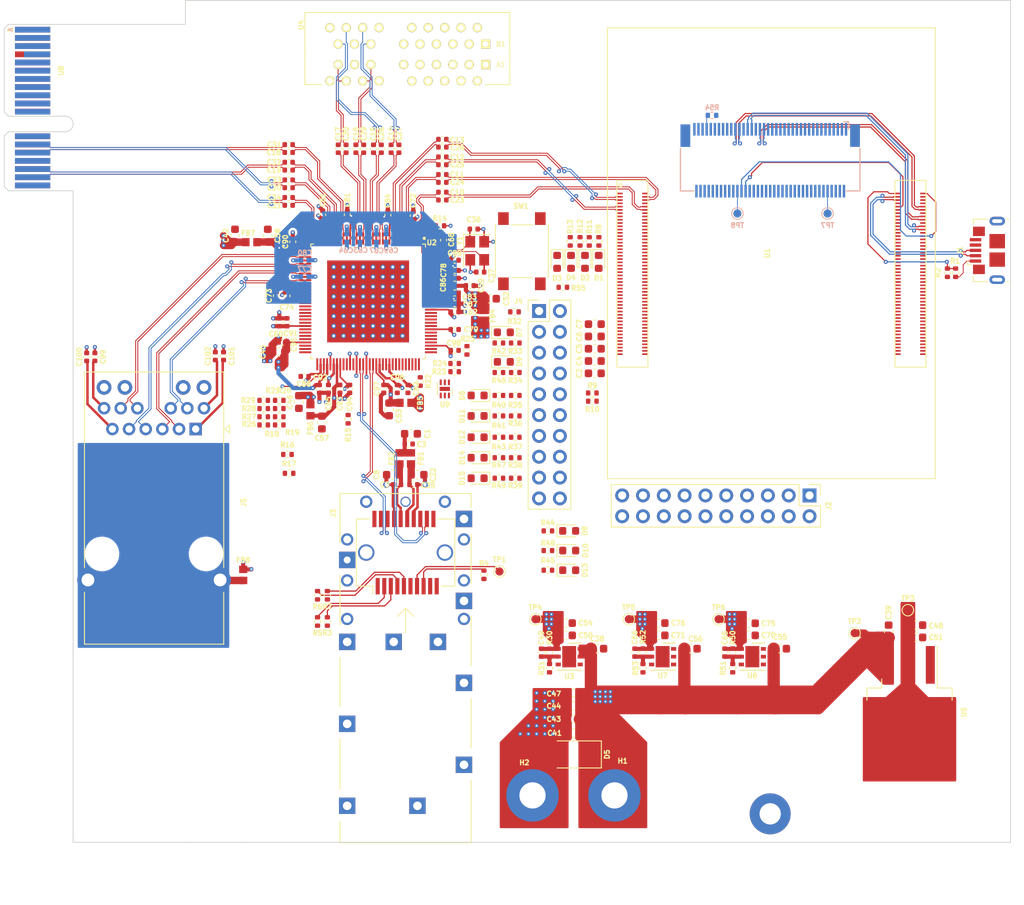
<source format=kicad_pcb>
(kicad_pcb (version 20171130) (host pcbnew "(5.1.9)-1")
  (layers (0 F.Cu signal) (1 In1.Cu signal) (2 In2.Cu signal) (31 B.Cu signal) (34 B.Paste user) (35 F.Paste user) (36 B.SilkS user) (37 F.SilkS user) (38 B.Mask user) (39 F.Mask user) (44 Edge.Cuts user))
  (net 0 "")
  (net 1 "Net-(U1-Pad106)")
  (net 2 "Net-(U1-Pad104)")
  (net 3 "Net-(U1-Pad111)")
  (net 4 "Net-(U1-Pad16)")
  (net 5 "Net-(U1-Pad18)")
  (net 6 "Net-(U1-Pad24)")
  (net 7 "Net-(U1-Pad28)")
  (net 8 "Net-(U1-Pad29)")
  (net 9 "Net-(U1-Pad30)")
  (net 10 "Net-(U1-Pad31)")
  (net 11 "Net-(U1-Pad34)")
  (net 12 "Net-(U1-Pad35)")
  (net 13 "Net-(U1-Pad36)")
  (net 14 "Net-(U1-Pad37)")
  (net 15 "Net-(U1-Pad38)")
  (net 16 "Net-(U1-Pad39)")
  (net 17 "Net-(U1-Pad40)")
  (net 18 "Net-(U1-Pad41)")
  (net 19 "Net-(U1-Pad44)")
  (net 20 "Net-(U1-Pad45)")
  (net 21 "Net-(U1-Pad46)")
  (net 22 "Net-(U1-Pad47)")
  (net 23 "Net-(U1-Pad48)")
  (net 24 "Net-(U1-Pad50)")
  (net 25 "Net-(U1-Pad54)")
  (net 26 "Net-(U1-Pad56)")
  (net 27 "Net-(U1-Pad76)")
  (net 28 "Net-(U1-Pad89)")
  (net 29 "Net-(U1-Pad91)")
  (net 30 "Net-(U1-Pad94)")
  (net 31 "Net-(U1-Pad96)")
  (net 32 GND)
  (net 33 /AVDDL_1V2)
  (net 34 /AVDDH_2V5)
  (net 35 "Net-(U2-Pad50)")
  (net 36 "Net-(U2-Pad51)")
  (net 37 "Net-(U2-Pad59)")
  (net 38 "Net-(U2-Pad60)")
  (net 39 /VDDLS_1V2)
  (net 40 /VDDHS_2V5)
  (net 41 "Net-(U2-Pad73)")
  (net 42 "Net-(U2-Pad74)")
  (net 43 "Net-(U2-Pad90)")
  (net 44 "Net-(U2-Pad108)")
  (net 45 "Net-(U2-Pad112)")
  (net 46 "Net-(U2-Pad113)")
  (net 47 "Net-(U2-Pad115)")
  (net 48 "Net-(U2-Pad116)")
  (net 49 "Net-(U2-Pad117)")
  (net 50 "Net-(U2-Pad118)")
  (net 51 "Net-(U2-Pad120)")
  (net 52 "Net-(U2-Pad121)")
  (net 53 +3V3)
  (net 54 +2V5)
  (net 55 +1V2)
  (net 56 "Net-(D1-Pad1)")
  (net 57 "Net-(D2-Pad1)")
  (net 58 "Net-(D3-Pad1)")
  (net 59 "Net-(D4-Pad1)")
  (net 60 "Net-(D6-Pad1)")
  (net 61 "Net-(D7-Pad1)")
  (net 62 "Net-(D8-Pad1)")
  (net 63 "Net-(D9-Pad1)")
  (net 64 "Net-(D10-Pad1)")
  (net 65 /IBA_EN)
  (net 66 /GRXCK)
  (net 67 /GRXCTL)
  (net 68 /GRXD0)
  (net 69 /GRXD1)
  (net 70 /GRXD2)
  (net 71 /GRXD3)
  (net 72 /SYN_CLKO)
  (net 73 /MISO)
  (net 74 /MOSI)
  (net 75 /SCS)
  (net 76 /LED1_0)
  (net 77 /LED1_1)
  (net 78 /LED2_0)
  (net 79 /LED2_1)
  (net 80 /LED3_0)
  (net 81 /LED3_1)
  (net 82 /LED4_0)
  (net 83 /LED4_1)
  (net 84 /LED5_0)
  (net 85 /LED5_1)
  (net 86 /KSZ_RESETN)
  (net 87 /P1_TXRX_A_P)
  (net 88 /P1_TXRX_B_P)
  (net 89 /P1_TXRX_C_P)
  (net 90 /P1_TXRX_D_P)
  (net 91 /P2_TXRX_A_P)
  (net 92 /P2_TXRX_B_P)
  (net 93 /P2_TXRX_C_P)
  (net 94 /P2_TXRX_D_P)
  (net 95 /GTXCK)
  (net 96 /GTXCTL)
  (net 97 /GTXD3)
  (net 98 /GTXD2)
  (net 99 /GTXD1)
  (net 100 /GTXD0)
  (net 101 /S_TX7_P)
  (net 102 /S_RX7_P)
  (net 103 /PME_N)
  (net 104 /INTRP_N)
  (net 105 /SW_RESETN)
  (net 106 /SCLK)
  (net 107 "Net-(U3-Pad4)")
  (net 108 /VCC_SFP_T)
  (net 109 /VCC_SFP_R)
  (net 110 /SFP_TX_FAULT)
  (net 111 /SFP_TX_DIS)
  (net 112 /SFP_I2C_SDA)
  (net 113 /SFP_I2C_SCL)
  (net 114 /SFP_RATE_SEL)
  (net 115 /SFP_LOS)
  (net 116 +5V)
  (net 117 /RPI_ETH_P0_N)
  (net 118 /RPI_ETH_P1_N)
  (net 119 /RPI_ETH_P2_N)
  (net 120 /RPI_ETH_P3_N)
  (net 121 /X1_CON_ETH_P0_N)
  (net 122 /X1_CON_ETH_P1_N)
  (net 123 /X1_CON_ETH_P2_N)
  (net 124 /X1_CON_ETH_P3_N)
  (net 125 /X1_EDGE_ETH_P0_N)
  (net 126 /X1_EDGE_ETH_P1_N)
  (net 127 /X1_EDGE_ETH_P2_N)
  (net 128 /X1_EDGE_ETH_P3_N)
  (net 129 /RPI_ETH_P0_P)
  (net 130 /RPI_ETH_P1_P)
  (net 131 /RPI_ETH_P2_P)
  (net 132 /RPI_ETH_P3_P)
  (net 133 /X1_CON_ETH_P0_P)
  (net 134 /X1_CON_ETH_P1_P)
  (net 135 /X1_CON_ETH_P2_P)
  (net 136 /X1_CON_ETH_P3_P)
  (net 137 /X1_EDGE_ETH_P0_P)
  (net 138 /P3_TXRX_A_P)
  (net 139 /X1_EDGE_ETH_P1_P)
  (net 140 /P3_TXRX_B_P)
  (net 141 /X1_EDGE_ETH_P2_P)
  (net 142 /P3_TXRX_C_P)
  (net 143 /X1_EDGE_ETH_P3_P)
  (net 144 /P3_TXRX_D_P)
  (net 145 "Net-(C36-Pad1)")
  (net 146 "Net-(C37-Pad1)")
  (net 147 /3V3_PCIE)
  (net 148 "Net-(C49-Pad2)")
  (net 149 "Net-(C65-Pad2)")
  (net 150 "Net-(C66-Pad2)")
  (net 151 /RPI_3V3)
  (net 152 "Net-(D11-Pad1)")
  (net 153 "Net-(D12-Pad1)")
  (net 154 "Net-(D13-Pad1)")
  (net 155 "Net-(D14-Pad1)")
  (net 156 "Net-(D15-Pad1)")
  (net 157 "Net-(J1-Pad4)")
  (net 158 "Net-(J1-Pad1)")
  (net 159 /RPI_UART_RX)
  (net 160 /RPI_UART_TX)
  (net 161 "Net-(J2-Pad16)")
  (net 162 "Net-(J2-Pad14)")
  (net 163 "Net-(J2-Pad13)")
  (net 164 /nEXTRST)
  (net 165 /RUN_PG)
  (net 166 /LED_PWR)
  (net 167 /GLOBAL_EN)
  (net 168 /nRPIBOOT)
  (net 169 /EEPROM_nWP)
  (net 170 "Net-(J3-Pad6)")
  (net 171 "Net-(J4-Pad19)")
  (net 172 "Net-(J4-Pad17)")
  (net 173 "Net-(J4-Pad15)")
  (net 174 "Net-(J4-Pad13)")
  (net 175 "Net-(J4-Pad11)")
  (net 176 "Net-(J4-Pad9)")
  (net 177 "Net-(J4-Pad7)")
  (net 178 "Net-(J4-Pad5)")
  (net 179 "Net-(J4-Pad1)")
  (net 180 /RPI_USB_ID)
  (net 181 /LED_Activity)
  (net 182 "Net-(R10-Pad2)")
  (net 183 /RPI_1V8)
  (net 184 /RPI_ETH_LED1)
  (net 185 /RPI_ETH_LED2)
  (net 186 /RPI_ETH_LED3)
  (net 187 "Net-(R14-Pad2)")
  (net 188 "Net-(R15-Pad1)")
  (net 189 "Net-(R16-Pad1)")
  (net 190 "Net-(R17-Pad1)")
  (net 191 "Net-(R18-Pad1)")
  (net 192 "Net-(R19-Pad1)")
  (net 193 "Net-(R20-Pad1)")
  (net 194 "Net-(R21-Pad1)")
  (net 195 "Net-(R22-Pad1)")
  (net 196 "Net-(R54-Pad2)")
  (net 197 "Net-(R55-Pad2)")
  (net 198 "Net-(TP7-Pad1)")
  (net 199 "Net-(TP8-Pad1)")
  (net 200 /RPI_PCIe_TX_N)
  (net 201 /RPI_PCIe_TX_P)
  (net 202 /RPI_PCIe_RX_N)
  (net 203 /RPI_PCIe_RX_P)
  (net 204 /RPI_PCIe_CLK_N)
  (net 205 /RPI_PCIe_CLK_P)
  (net 206 /RPI_PCIe_CLK_nREQ)
  (net 207 /RPI_PCIe_nRST)
  (net 208 "Net-(U4-PadB6)")
  (net 209 "Net-(U4-PadB8)")
  (net 210 "Net-(U4-PadB5)")
  (net 211 "Net-(U4-PadA5)")
  (net 212 "Net-(U4-PadA4)")
  (net 213 "Net-(U4-PadA6)")
  (net 214 "Net-(U4-PadA8)")
  (net 215 "Net-(U4-PadB10)")
  (net 216 "Net-(U4-PadB9)")
  (net 217 "Net-(U4-PadB11)")
  (net 218 "Net-(U4-PadA11)")
  (net 219 "Net-(U4-PadA9)")
  (net 220 "Net-(U4-PadA10)")
  (net 221 "Net-(U6-Pad4)")
  (net 222 "Net-(U7-Pad4)")
  (net 223 "Net-(U8-PadB5)")
  (net 224 "Net-(U8-PadB6)")
  (net 225 "Net-(U8-PadB8)")
  (net 226 "Net-(U8-PadB9)")
  (net 227 "Net-(U8-PadB10)")
  (net 228 "Net-(U8-PadB11)")
  (net 229 "Net-(U8-PadA4)")
  (net 230 "Net-(U8-PadA5)")
  (net 231 "Net-(U8-PadA6)")
  (net 232 "Net-(U8-PadA8)")
  (net 233 "Net-(U8-PadA9)")
  (net 234 "Net-(U8-PadA10)")
  (net 235 "Net-(U8-PadA11)")
  (net 236 "Net-(U9-Pad4)")
  (net 237 "Net-(U9-Pad3)")
  (net 238 "Net-(U10-Pad19)")
  (net 239 "Net-(U10-Pad17)")
  (net 240 "Net-(U10-Pad13)")
  (net 241 "Net-(U10-Pad5)")
  (net 242 "Net-(U10-Pad6)")
  (net 243 "Net-(U10-Pad7)")
  (net 244 "Net-(U10-Pad8)")
  (net 245 "Net-(U10-Pad11)")
  (net 246 "Net-(U10-Pad20)")
  (net 247 "Net-(U10-Pad22)")
  (net 248 "Net-(U10-Pad23)")
  (net 249 "Net-(U10-Pad24)")
  (net 250 "Net-(U10-Pad25)")
  (net 251 "Net-(U10-Pad26)")
  (net 252 "Net-(U10-Pad28)")
  (net 253 "Net-(U10-Pad29)")
  (net 254 "Net-(U10-Pad30)")
  (net 255 "Net-(U10-Pad31)")
  (net 256 "Net-(U10-Pad32)")
  (net 257 "Net-(U10-Pad34)")
  (net 258 "Net-(U10-Pad35)")
  (net 259 "Net-(U10-Pad36)")
  (net 260 "Net-(U10-Pad37)")
  (net 261 "Net-(U10-Pad38)")
  (net 262 "Net-(U10-Pad40)")
  (net 263 "Net-(U10-Pad42)")
  (net 264 "Net-(U10-Pad44)")
  (net 265 "Net-(U10-Pad46)")
  (net 266 "Net-(U10-Pad48)")
  (net 267 "Net-(U10-Pad56)")
  (net 268 "Net-(U10-Pad58)")
  (net 269 "Net-(U10-Pad67)")
  (net 270 "Net-(U10-Pad68)")
  (net 271 /S_TX7_N)
  (net 272 /S_RX7_N)
  (net 273 /P1_TXRX_A_N)
  (net 274 /P1_TXRX_B_N)
  (net 275 /P1_TXRX_C_N)
  (net 276 /P1_TXRX_D_N)
  (net 277 /P2_TXRX_A_N)
  (net 278 /P2_TXRX_B_N)
  (net 279 /P2_TXRX_C_N)
  (net 280 /P2_TXRX_D_N)
  (net 281 /P3_TXRX_A_N)
  (net 282 /P3_TXRX_B_N)
  (net 283 /P3_TXRX_C_N)
  (net 284 /P3_TXRX_D_N)
  (net 285 "Net-(C99-Pad2)")
  (net 286 "Net-(C100-Pad2)")
  (net 287 "Net-(C101-Pad2)")
  (net 288 "Net-(C102-Pad2)")
  (net 289 GNDREF)
  (net 290 /P4_TXRX_C_N)
  (net 291 /P4_TXRX_C_P)
  (net 292 /P4_TXRX_B_P)
  (net 293 /P4_TXRX_B_N)
  (net 294 /P4_TXRX_D_P)
  (net 295 /P4_TXRX_D_N)
  (net 296 /P4_TXRX_A_N)
  (net 297 /P4_TXRX_A_P)
  (net 298 "Net-(J5-Pad13)")
  (net 299 "Net-(J5-Pad14)")
  (net 300 "Net-(J5-Pad15)")
  (net 301 "Net-(J5-Pad16)")
  (net 302 /RPI_USBD_P)
  (net 303 /RPI_USBD_N)
  (module Capacitor_SMD:C_0402_1005Metric (layer F.Cu) (at 103.75 106.03 270)
    (fp_text reference C73 (at 0 0.9 270) (layer F.SilkS) (effects (font (size 0.6 0.6))))
    (fp_text value 0.1uF)
    (pad 2 smd roundrect (at 0.48 0 270) (size 0.56 0.62) (layers F.Cu F.Paste F.Mask) (net 32 GND))
    (pad 1 smd roundrect (at -0.48 0 270) (size 0.56 0.62) (layers F.Cu F.Paste F.Mask) (net 34 /AVDDH_2V5))
  )
  (module Capacitor_SMD:C_0402_1005Metric (layer F.Cu) (at 105.75 99.45 90)
    (fp_text reference C90 (at 0 -0.9 90) (layer F.SilkS) (effects (font (size 0.6 0.6))))
    (fp_text value 0.1uF)
    (pad 2 smd roundrect (at 0.48 0 90) (size 0.56 0.62) (layers F.Cu F.Paste F.Mask) (net 32 GND))
    (pad 1 smd roundrect (at -0.48 0 90) (size 0.56 0.62) (layers F.Cu F.Paste F.Mask) (net 34 /AVDDH_2V5))
  )
  (module Capacitor_SMD:C_0402_1005Metric (layer F.Cu) (at 105.05 106.05 270)
    (fp_text reference C74 (at 1.38 0.02 180) (layer F.SilkS) (effects (font (size 0.6 0.6))))
    (fp_text value 0.1uF)
    (pad 2 smd roundrect (at 0.48 0 270) (size 0.56 0.62) (layers F.Cu F.Paste F.Mask) (net 32 GND))
    (pad 1 smd roundrect (at -0.48 0 270) (size 0.56 0.62) (layers F.Cu F.Paste F.Mask) (net 55 +1V2))
  )
  (module Connector_RJ:RJ45_Pulse_JK0654219NL_Horizontal (layer F.Cu) (at 93.9 122.3 270)
    (fp_text reference J5 (at 8.95 -5.85 270) (layer F.SilkS) (effects (font (size 0.6 0.6))))
    (fp_text value JK0654219)
    (pad 1 thru_hole rect (at 0 0 90) (size 1.524 1.524) (drill 0.89) (layers *.Cu *.Mask) (net 287 "Net-(C101-Pad2)"))
    (pad 2 thru_hole circle (at 0 2.032 90) (size 1.524 1.524) (drill 0.89) (layers *.Cu *.Mask) (net 290 /P4_TXRX_C_N))
    (pad 3 thru_hole circle (at 0 4.064 90) (size 1.524 1.524) (drill 0.89) (layers *.Cu *.Mask) (net 291 /P4_TXRX_C_P))
    (pad 4 thru_hole circle (at 0 6.096 90) (size 1.524 1.524) (drill 0.89) (layers *.Cu *.Mask) (net 292 /P4_TXRX_B_P))
    (pad 5 thru_hole circle (at 0 8.128 90) (size 1.524 1.524) (drill 0.89) (layers *.Cu *.Mask) (net 293 /P4_TXRX_B_N))
    (pad 6 thru_hole circle (at 0 10.16 90) (size 1.524 1.524) (drill 0.89) (layers *.Cu *.Mask) (net 286 "Net-(C100-Pad2)"))
    (pad 7 thru_hole circle (at -2.54 -1.016 90) (size 1.524 1.524) (drill 0.89) (layers *.Cu *.Mask) (net 288 "Net-(C102-Pad2)"))
    (pad 8 thru_hole circle (at -2.54 1.016 90) (size 1.524 1.524) (drill 0.89) (layers *.Cu *.Mask) (net 294 /P4_TXRX_D_P))
    (pad 9 thru_hole circle (at -2.54 3.048 90) (size 1.524 1.524) (drill 0.89) (layers *.Cu *.Mask) (net 295 /P4_TXRX_D_N))
    (pad 10 thru_hole circle (at -2.54 7.112 90) (size 1.524 1.524) (drill 0.89) (layers *.Cu *.Mask) (net 296 /P4_TXRX_A_N))
    (pad 11 thru_hole circle (at -2.54 9.144 90) (size 1.524 1.524) (drill 0.89) (layers *.Cu *.Mask) (net 297 /P4_TXRX_A_P))
    (pad 12 thru_hole circle (at -2.54 11.176 90) (size 1.524 1.524) (drill 0.89) (layers *.Cu *.Mask) (net 285 "Net-(C99-Pad2)"))
    (pad 13 thru_hole circle (at -5.08 -1.016 90) (size 1.8 1.8) (drill 1.025) (layers *.Cu *.Mask) (net 298 "Net-(J5-Pad13)"))
    (pad 14 thru_hole circle (at -5.08 1.524 90) (size 1.8 1.8) (drill 1.025) (layers *.Cu *.Mask) (net 299 "Net-(J5-Pad14)"))
    (pad 15 thru_hole circle (at -5.08 8.636 90) (size 1.8 1.8) (drill 1.025) (layers *.Cu *.Mask) (net 300 "Net-(J5-Pad15)"))
    (pad 16 thru_hole circle (at -5.08 11.176 90) (size 1.8 1.8) (drill 1.025) (layers *.Cu *.Mask) (net 301 "Net-(J5-Pad16)"))
    (pad "" np_thru_hole circle (at 15.24 -1.27 90) (size 3.2 3.2) (drill 3.2) (layers *.Cu *.Mask))
    (pad "" np_thru_hole circle (at 15.24 11.43 90) (size 3.2 3.2) (drill 3.2) (layers *.Cu *.Mask))
    (pad SH thru_hole circle (at 18.415 13.1445 90) (size 2.61 2.61) (drill 1.57) (layers *.Cu *.Mask) (net 289 GNDREF))
    (pad SH thru_hole circle (at 18.415 -2.9845 90) (size 2.63 2.63) (drill 1.57) (layers *.Cu *.Mask) (net 289 GNDREF))
  )
  (module kicad-lib:ferrite-blm18 (layer F.Cu) (at 99.7 140.1 270)
    (fp_text reference FB8 (at -1.8 0 180) (layer F.SilkS) (effects (font (size 0.6 0.6))))
    (fp_text value BLM18EG221SN1D)
    (pad 1 smd rect (at -0.675 0 270) (size 0.9 1) (layers F.Cu F.Paste F.Mask) (net 32 GND))
    (pad 2 smd rect (at 0.675 0 270) (size 0.9 1) (layers F.Cu F.Paste F.Mask) (net 289 GNDREF))
  )
  (module Capacitor_SMD:C_0402_1005Metric (layer F.Cu) (at 96.3 113.4 270)
    (fp_text reference C102 (at 0 0.9 270) (layer F.SilkS) (effects (font (size 0.6 0.6))))
    (fp_text value 0.1uF)
    (pad 2 smd roundrect (at 0.48 0 270) (size 0.56 0.62) (layers F.Cu F.Paste F.Mask) (net 288 "Net-(C102-Pad2)"))
    (pad 1 smd roundrect (at -0.48 0 270) (size 0.56 0.62) (layers F.Cu F.Paste F.Mask) (net 32 GND))
  )
  (module Capacitor_SMD:C_0402_1005Metric (layer F.Cu) (at 97.3 113.4 270)
    (fp_text reference C101 (at 0 -1 270) (layer F.SilkS) (effects (font (size 0.6 0.6))))
    (fp_text value 0.1uF)
    (pad 2 smd roundrect (at 0.48 0 270) (size 0.56 0.62) (layers F.Cu F.Paste F.Mask) (net 287 "Net-(C101-Pad2)"))
    (pad 1 smd roundrect (at -0.48 0 270) (size 0.56 0.62) (layers F.Cu F.Paste F.Mask) (net 32 GND))
  )
  (module Capacitor_SMD:C_0402_1005Metric (layer F.Cu) (at 80.6 113.5 270)
    (fp_text reference C100 (at 0 0.9 270) (layer F.SilkS) (effects (font (size 0.6 0.6))))
    (fp_text value 0.1uF)
    (pad 2 smd roundrect (at 0.48 0 270) (size 0.56 0.62) (layers F.Cu F.Paste F.Mask) (net 286 "Net-(C100-Pad2)"))
    (pad 1 smd roundrect (at -0.48 0 270) (size 0.56 0.62) (layers F.Cu F.Paste F.Mask) (net 32 GND))
  )
  (module Capacitor_SMD:C_0402_1005Metric (layer F.Cu) (at 81.6 113.5 270)
    (fp_text reference C99 (at 0 -1 270) (layer F.SilkS) (effects (font (size 0.6 0.6))))
    (fp_text value 0.1uF)
    (pad 2 smd roundrect (at 0.48 0 270) (size 0.56 0.62) (layers F.Cu F.Paste F.Mask) (net 285 "Net-(C99-Pad2)"))
    (pad 1 smd roundrect (at -0.48 0 270) (size 0.56 0.62) (layers F.Cu F.Paste F.Mask) (net 32 GND))
  )
  (module Capacitor_SMD:C_0402_1005Metric (layer F.Cu) (at 105.25 87.6 180)
    (fp_text reference C31 (at 1.775 0) (layer F.SilkS) (effects (font (size 0.6 0.6))))
    (fp_text value 0.1uF)
    (pad 2 smd roundrect (at 0.48 0 180) (size 0.56 0.62) (layers F.Cu F.Paste F.Mask) (net 137 /X1_EDGE_ETH_P0_P))
    (pad 1 smd roundrect (at -0.48 0 180) (size 0.56 0.62) (layers F.Cu F.Paste F.Mask) (net 138 /P3_TXRX_A_P))
  )
  (module Capacitor_SMD:C_0402_1005Metric (layer F.Cu) (at 105.25 89.75 180)
    (fp_text reference C32 (at 1.8 0) (layer F.SilkS) (effects (font (size 0.6 0.6))))
    (fp_text value 0.1uF)
    (pad 2 smd roundrect (at 0.48 0 180) (size 0.56 0.62) (layers F.Cu F.Paste F.Mask) (net 139 /X1_EDGE_ETH_P1_P))
    (pad 1 smd roundrect (at -0.48 0 180) (size 0.56 0.62) (layers F.Cu F.Paste F.Mask) (net 140 /P3_TXRX_B_P))
  )
  (module Capacitor_SMD:C_0402_1005Metric (layer F.Cu) (at 105.25 91.9 180)
    (fp_text reference C33 (at 1.75 0) (layer F.SilkS) (effects (font (size 0.6 0.6))))
    (fp_text value 0.1uF)
    (pad 2 smd roundrect (at 0.48 0 180) (size 0.56 0.62) (layers F.Cu F.Paste F.Mask) (net 141 /X1_EDGE_ETH_P2_P))
    (pad 1 smd roundrect (at -0.48 0 180) (size 0.56 0.62) (layers F.Cu F.Paste F.Mask) (net 142 /P3_TXRX_C_P))
  )
  (module Capacitor_SMD:C_0402_1005Metric (layer F.Cu) (at 105.25 92.85 180)
    (fp_text reference C20 (at 1.75 0) (layer F.SilkS) (effects (font (size 0.6 0.6))))
    (fp_text value 0.1uF)
    (pad 2 smd roundrect (at 0.48 0 180) (size 0.56 0.62) (layers F.Cu F.Paste F.Mask) (net 127 /X1_EDGE_ETH_P2_N))
    (pad 1 smd roundrect (at -0.48 0 180) (size 0.56 0.62) (layers F.Cu F.Paste F.Mask) (net 283 /P3_TXRX_C_N))
  )
  (module Capacitor_SMD:C_0402_1005Metric (layer F.Cu) (at 105.25 90.7 180)
    (fp_text reference C19 (at 1.8 0) (layer F.SilkS) (effects (font (size 0.6 0.6))))
    (fp_text value 0.1uF)
    (pad 2 smd roundrect (at 0.48 0 180) (size 0.56 0.62) (layers F.Cu F.Paste F.Mask) (net 126 /X1_EDGE_ETH_P1_N))
    (pad 1 smd roundrect (at -0.48 0 180) (size 0.56 0.62) (layers F.Cu F.Paste F.Mask) (net 282 /P3_TXRX_B_N))
  )
  (module Capacitor_SMD:C_0402_1005Metric (layer F.Cu) (at 105.25 88.55 180)
    (fp_text reference C18 (at 1.825 0) (layer F.SilkS) (effects (font (size 0.6 0.6))))
    (fp_text value 0.1uF)
    (pad 2 smd roundrect (at 0.48 0 180) (size 0.56 0.62) (layers F.Cu F.Paste F.Mask) (net 125 /X1_EDGE_ETH_P0_N))
    (pad 1 smd roundrect (at -0.48 0 180) (size 0.56 0.62) (layers F.Cu F.Paste F.Mask) (net 281 /P3_TXRX_A_N))
  )
  (module Capacitor_SMD:C_0402_1005Metric (layer B.Cu) (at 112.35 98.98 90)
    (fp_text reference C64 (at -1.52 -0.1 180) (layer B.SilkS) (effects (font (size 0.6 0.6)) (justify mirror)))
    (fp_text value 0.1uF)
    (pad 2 smd roundrect (at 0.48 0 90) (size 0.56 0.62) (layers B.Cu B.Paste B.Mask) (net 32 GND))
    (pad 1 smd roundrect (at -0.48 0 90) (size 0.56 0.62) (layers B.Cu B.Paste B.Mask) (net 55 +1V2))
  )
  (module kicad-lib:M.2_Amphenol_MDT_2280 (layer B.Cu) (at 164 91 180)
    (fp_text reference U10)
    (fp_text value MDT420M02001)
    (pad 19 smd rect (at -4.75 5.275 180) (size 0.3 1.55) (layers B.Cu B.Paste B.Mask) (net 238 "Net-(U10-Pad19)"))
    (pad 17 smd rect (at -5.25 5.275 180) (size 0.3 1.55) (layers B.Cu B.Paste B.Mask) (net 239 "Net-(U10-Pad17)"))
    (pad 15 smd rect (at -5.75 5.275 180) (size 0.3 1.55) (layers B.Cu B.Paste B.Mask) (net 32 GND))
    (pad 13 smd rect (at -6.25 5.275 180) (size 0.3 1.55) (layers B.Cu B.Paste B.Mask) (net 240 "Net-(U10-Pad13)"))
    (pad 18 smd rect (at -5 -2.275 180) (size 0.3 1.55) (layers B.Cu B.Paste B.Mask) (net 147 /3V3_PCIE))
    (pad 16 smd rect (at -5.5 -2.275 180) (size 0.3 1.55) (layers B.Cu B.Paste B.Mask) (net 147 /3V3_PCIE))
    (pad 14 smd rect (at -6 -2.275 180) (size 0.3 1.55) (layers B.Cu B.Paste B.Mask) (net 147 /3V3_PCIE))
    (pad 12 smd rect (at -6.5 -2.275 180) (size 0.3 1.55) (layers B.Cu B.Paste B.Mask) (net 147 /3V3_PCIE))
    (pad 1 smd rect (at -9.25 5.275 180) (size 0.3 1.55) (layers B.Cu B.Paste B.Mask) (net 32 GND))
    (pad 2 smd rect (at -9 -2.275 180) (size 0.3 1.55) (layers B.Cu B.Paste B.Mask) (net 147 /3V3_PCIE))
    (pad 3 smd rect (at -8.75 5.275 180) (size 0.3 1.55) (layers B.Cu B.Paste B.Mask) (net 32 GND))
    (pad 4 smd rect (at -8.5 -2.275 180) (size 0.3 1.55) (layers B.Cu B.Paste B.Mask) (net 147 /3V3_PCIE))
    (pad 5 smd rect (at -8.25 5.275 180) (size 0.3 1.55) (layers B.Cu B.Paste B.Mask) (net 241 "Net-(U10-Pad5)"))
    (pad 6 smd rect (at -8 -2.275 180) (size 0.3 1.55) (layers B.Cu B.Paste B.Mask) (net 242 "Net-(U10-Pad6)"))
    (pad 7 smd rect (at -7.75 5.275 180) (size 0.3 1.55) (layers B.Cu B.Paste B.Mask) (net 243 "Net-(U10-Pad7)"))
    (pad 8 smd rect (at -7.5 -2.275 180) (size 0.3 1.55) (layers B.Cu B.Paste B.Mask) (net 244 "Net-(U10-Pad8)"))
    (pad 9 smd rect (at -7.25 5.275 180) (size 0.3 1.55) (layers B.Cu B.Paste B.Mask) (net 32 GND))
    (pad 10 smd rect (at -7 -2.275 180) (size 0.3 1.55) (layers B.Cu B.Paste B.Mask) (net 198 "Net-(TP7-Pad1)"))
    (pad 11 smd rect (at -6.75 5.275 180) (size 0.3 1.55) (layers B.Cu B.Paste B.Mask) (net 245 "Net-(U10-Pad11)"))
    (pad 20 smd rect (at -4.5 -2.275 180) (size 0.3 1.55) (layers B.Cu B.Paste B.Mask) (net 246 "Net-(U10-Pad20)"))
    (pad 21 smd rect (at -4.25 5.275 180) (size 0.3 1.55) (layers B.Cu B.Paste B.Mask) (net 32 GND))
    (pad 22 smd rect (at -4 -2.275 180) (size 0.3 1.55) (layers B.Cu B.Paste B.Mask) (net 247 "Net-(U10-Pad22)"))
    (pad 23 smd rect (at -3.75 5.275 180) (size 0.3 1.55) (layers B.Cu B.Paste B.Mask) (net 248 "Net-(U10-Pad23)"))
    (pad 24 smd rect (at -3.5 -2.275 180) (size 0.3 1.55) (layers B.Cu B.Paste B.Mask) (net 249 "Net-(U10-Pad24)"))
    (pad 25 smd rect (at -3.25 5.275 180) (size 0.3 1.55) (layers B.Cu B.Paste B.Mask) (net 250 "Net-(U10-Pad25)"))
    (pad 26 smd rect (at -3 -2.275 180) (size 0.3 1.55) (layers B.Cu B.Paste B.Mask) (net 251 "Net-(U10-Pad26)"))
    (pad 27 smd rect (at -2.75 5.275 180) (size 0.3 1.55) (layers B.Cu B.Paste B.Mask) (net 32 GND))
    (pad 28 smd rect (at -2.5 -2.275 180) (size 0.3 1.55) (layers B.Cu B.Paste B.Mask) (net 252 "Net-(U10-Pad28)"))
    (pad 29 smd rect (at -2.25 5.275 180) (size 0.3 1.55) (layers B.Cu B.Paste B.Mask) (net 253 "Net-(U10-Pad29)"))
    (pad 30 smd rect (at -2 -2.275 180) (size 0.3 1.55) (layers B.Cu B.Paste B.Mask) (net 254 "Net-(U10-Pad30)"))
    (pad 31 smd rect (at -1.75 5.275 180) (size 0.3 1.55) (layers B.Cu B.Paste B.Mask) (net 255 "Net-(U10-Pad31)"))
    (pad 32 smd rect (at -1.5 -2.275 180) (size 0.3 1.55) (layers B.Cu B.Paste B.Mask) (net 256 "Net-(U10-Pad32)"))
    (pad 33 smd rect (at -1.25 5.275 180) (size 0.3 1.55) (layers B.Cu B.Paste B.Mask) (net 32 GND))
    (pad 34 smd rect (at -1 -2.275 180) (size 0.3 1.55) (layers B.Cu B.Paste B.Mask) (net 257 "Net-(U10-Pad34)"))
    (pad 35 smd rect (at -0.75 5.275 180) (size 0.3 1.55) (layers B.Cu B.Paste B.Mask) (net 258 "Net-(U10-Pad35)"))
    (pad 36 smd rect (at -0.5 -2.275 180) (size 0.3 1.55) (layers B.Cu B.Paste B.Mask) (net 259 "Net-(U10-Pad36)"))
    (pad 37 smd rect (at -0.25 5.275 180) (size 0.3 1.55) (layers B.Cu B.Paste B.Mask) (net 260 "Net-(U10-Pad37)"))
    (pad 38 smd rect (at 0 -2.275 180) (size 0.3 1.55) (layers B.Cu B.Paste B.Mask) (net 261 "Net-(U10-Pad38)"))
    (pad 39 smd rect (at 0.25 5.275 180) (size 0.3 1.55) (layers B.Cu B.Paste B.Mask) (net 32 GND))
    (pad 40 smd rect (at 0.5 -2.275 180) (size 0.3 1.55) (layers B.Cu B.Paste B.Mask) (net 262 "Net-(U10-Pad40)"))
    (pad 41 smd rect (at 0.75 5.275 180) (size 0.3 1.55) (layers B.Cu B.Paste B.Mask) (net 202 /RPI_PCIe_RX_N))
    (pad 42 smd rect (at 1 -2.275 180) (size 0.3 1.55) (layers B.Cu B.Paste B.Mask) (net 263 "Net-(U10-Pad42)"))
    (pad 43 smd rect (at 1.25 5.275 180) (size 0.3 1.55) (layers B.Cu B.Paste B.Mask) (net 203 /RPI_PCIe_RX_P))
    (pad 44 smd rect (at 1.5 -2.275 180) (size 0.3 1.55) (layers B.Cu B.Paste B.Mask) (net 264 "Net-(U10-Pad44)"))
    (pad 45 smd rect (at 1.75 5.275 180) (size 0.3 1.55) (layers B.Cu B.Paste B.Mask) (net 32 GND))
    (pad 46 smd rect (at 2 -2.275 180) (size 0.3 1.55) (layers B.Cu B.Paste B.Mask) (net 265 "Net-(U10-Pad46)"))
    (pad 47 smd rect (at 2.25 5.275 180) (size 0.3 1.55) (layers B.Cu B.Paste B.Mask) (net 200 /RPI_PCIe_TX_N))
    (pad 48 smd rect (at 2.5 -2.275 180) (size 0.3 1.55) (layers B.Cu B.Paste B.Mask) (net 266 "Net-(U10-Pad48)"))
    (pad 49 smd rect (at 2.75 5.275 180) (size 0.3 1.55) (layers B.Cu B.Paste B.Mask) (net 201 /RPI_PCIe_TX_P))
    (pad 50 smd rect (at 3 -2.275 180) (size 0.3 1.55) (layers B.Cu B.Paste B.Mask) (net 207 /RPI_PCIe_nRST))
    (pad 51 smd rect (at 3.25 5.275 180) (size 0.3 1.55) (layers B.Cu B.Paste B.Mask) (net 32 GND))
    (pad 52 smd rect (at 3.5 -2.275 180) (size 0.3 1.55) (layers B.Cu B.Paste B.Mask) (net 206 /RPI_PCIe_CLK_nREQ))
    (pad 53 smd rect (at 3.75 5.275 180) (size 0.3 1.55) (layers B.Cu B.Paste B.Mask) (net 204 /RPI_PCIe_CLK_N))
    (pad 54 smd rect (at 4 -2.275 180) (size 0.3 1.55) (layers B.Cu B.Paste B.Mask) (net 199 "Net-(TP8-Pad1)"))
    (pad 55 smd rect (at 4.25 5.275 180) (size 0.3 1.55) (layers B.Cu B.Paste B.Mask) (net 205 /RPI_PCIe_CLK_P))
    (pad 56 smd rect (at 4.5 -2.275 180) (size 0.3 1.55) (layers B.Cu B.Paste B.Mask) (net 267 "Net-(U10-Pad56)"))
    (pad 57 smd rect (at 4.75 5.275 180) (size 0.3 1.55) (layers B.Cu B.Paste B.Mask) (net 32 GND))
    (pad 58 smd rect (at 5 -2.275 180) (size 0.3 1.55) (layers B.Cu B.Paste B.Mask) (net 268 "Net-(U10-Pad58)"))
    (pad 59 smd rect (at 5.25 5.275 180) (size 0.3 1.55) (layers B.Cu B.Paste B.Mask))
    (pad 60 smd rect (at 5.5 -2.275 180) (size 0.3 1.55) (layers B.Cu B.Paste B.Mask))
    (pad 61 smd rect (at 5.75 5.275 180) (size 0.3 1.55) (layers B.Cu B.Paste B.Mask))
    (pad 62 smd rect (at 6 -2.275 180) (size 0.3 1.55) (layers B.Cu B.Paste B.Mask))
    (pad 63 smd rect (at 6.25 5.275 180) (size 0.3 1.55) (layers B.Cu B.Paste B.Mask))
    (pad 64 smd rect (at 6.5 -2.275 180) (size 0.3 1.55) (layers B.Cu B.Paste B.Mask))
    (pad 65 smd rect (at 6.75 5.275 180) (size 0.3 1.55) (layers B.Cu B.Paste B.Mask))
    (pad 66 smd rect (at 7 -2.275 180) (size 0.3 1.55) (layers B.Cu B.Paste B.Mask))
    (pad 67 smd rect (at 7.25 5.275 180) (size 0.3 1.55) (layers B.Cu B.Paste B.Mask) (net 269 "Net-(U10-Pad67)"))
    (pad 68 smd rect (at 7.5 -2.275 180) (size 0.3 1.55) (layers B.Cu B.Paste B.Mask) (net 270 "Net-(U10-Pad68)"))
    (pad 69 smd rect (at 7.75 5.275 180) (size 0.3 1.55) (layers B.Cu B.Paste B.Mask) (net 196 "Net-(R54-Pad2)"))
    (pad 70 smd rect (at 8 -2.275 180) (size 0.3 1.55) (layers B.Cu B.Paste B.Mask) (net 147 /3V3_PCIE))
    (pad 71 smd rect (at 8.25 5.275 180) (size 0.3 1.55) (layers B.Cu B.Paste B.Mask) (net 32 GND))
    (pad 72 smd rect (at 8.5 -2.275 180) (size 0.3 1.55) (layers B.Cu B.Paste B.Mask) (net 147 /3V3_PCIE))
    (pad 73 smd rect (at 8.75 5.275 180) (size 0.3 1.55) (layers B.Cu B.Paste B.Mask) (net 32 GND))
    (pad 74 smd rect (at 9 -2.275 180) (size 0.3 1.55) (layers B.Cu B.Paste B.Mask) (net 147 /3V3_PCIE))
    (pad 75 smd rect (at 9.25 5.275 180) (size 0.3 1.55) (layers B.Cu B.Paste B.Mask) (net 32 GND))
    (pad "" np_thru_hole circle (at -10 0 180) (size 1.1 1.1) (drill 1.1) (layers *.Cu))
    (pad "" np_thru_hole circle (at 10 0 180) (size 1.6 1.6) (drill 1.6) (layers *.Cu))
    (pad MP smd rect (at -10.35 4.5 180) (size 1.2 2.75) (layers B.Cu B.Paste B.Mask) (net 32 GND))
    (pad MP smd rect (at 10.35 4.5 180) (size 1.2 2.75) (layers B.Cu B.Paste B.Mask) (net 32 GND))
    (pad 76 thru_hole circle (at 0 -78.25 180) (size 5 5) (drill 2.6) (layers *.Cu *.Mask))
  )
  (module kicad-lib:piSlice_PCIexpress_x1 (layer F.Cu) (at 74 73.575 270)
    (fp_text reference U8 (at 5 -3.5 90) (layer F.SilkS) (effects (font (size 0.6 0.6))))
    (fp_text value piSlice-PCIe-X1-Edge)
    (fp_line (start 10.55 -4) (end 10.55 2.95) (layer Edge.Cuts) (width 0.1))
    (fp_line (start 12.45 -4) (end 12.45 2.95) (layer Edge.Cuts) (width 0.1))
    (fp_line (start -0.65 -4.95) (end -0.65 2.95) (layer Edge.Cuts) (width 0.1))
    (fp_line (start -0.15 3.45) (end 10.05 3.45) (layer Edge.Cuts) (width 0.1))
    (fp_line (start 19.65 -4.95) (end 19.65 2.95) (layer Edge.Cuts) (width 0.1))
    (fp_line (start 12.95 3.45) (end 19.15 3.45) (layer Edge.Cuts) (width 0.1))
    (fp_line (start -0.65 2.95) (end -0.15 3.45) (layer Edge.Cuts) (width 0.1))
    (fp_line (start 10.55 2.95) (end 10.05 3.45) (layer Edge.Cuts) (width 0.1))
    (fp_line (start 12.45 2.95) (end 12.95 3.45) (layer Edge.Cuts) (width 0.1))
    (fp_line (start 19.65 2.95) (end 19.15 3.45) (layer Edge.Cuts) (width 0.1))
    (fp_text user A (at 0 2.7 90) (layer B.SilkS) (effects (font (size 0.6 0.6) (thickness 0.1))))
    (fp_text user B (at 0 2.7 90) (layer F.SilkS) (effects (font (size 0.6 0.6) (thickness 0.1))))
    (fp_arc (start 11.5 -4) (end 12.45 -4) (angle -180) (layer Edge.Cuts) (width 0.1))
    (pad B1 connect rect (at 0 0 270) (size 0.7 4.3) (layers F.Cu F.Mask) (net 116 +5V))
    (pad B2 connect rect (at 1 0 270) (size 0.7 4.3) (layers F.Cu F.Mask) (net 116 +5V))
    (pad B3 connect rect (at 2 0 270) (size 0.7 4.3) (layers F.Cu F.Mask) (net 32 GND))
    (pad B4 connect rect (at 3 0 270) (size 0.7 4.3) (layers F.Cu F.Mask) (net 32 GND))
    (pad B5 connect rect (at 4 0 270) (size 0.7 4.3) (layers F.Cu F.Mask) (net 223 "Net-(U8-PadB5)"))
    (pad B6 connect rect (at 5 0 270) (size 0.7 4.3) (layers F.Cu F.Mask) (net 224 "Net-(U8-PadB6)"))
    (pad B7 connect rect (at 6 0 270) (size 0.7 4.3) (layers F.Cu F.Mask) (net 32 GND))
    (pad B8 connect rect (at 7 0 270) (size 0.7 4.3) (layers F.Cu F.Mask) (net 225 "Net-(U8-PadB8)"))
    (pad B9 connect rect (at 8 0 270) (size 0.7 4.3) (layers F.Cu F.Mask) (net 226 "Net-(U8-PadB9)"))
    (pad B10 connect rect (at 9 0 270) (size 0.7 4.3) (layers F.Cu F.Mask) (net 227 "Net-(U8-PadB10)"))
    (pad B11 connect rect (at 10 0 270) (size 0.7 4.3) (layers F.Cu F.Mask) (net 228 "Net-(U8-PadB11)"))
    (pad B14 connect rect (at 15 0 270) (size 0.7 4.3) (layers F.Cu F.Mask) (net 125 /X1_EDGE_ETH_P0_N))
    (pad B15 connect rect (at 16 0 270) (size 0.7 4.3) (layers F.Cu F.Mask) (net 32 GND))
    (pad B16 connect rect (at 17 0 270) (size 0.7 4.3) (layers F.Cu F.Mask) (net 139 /X1_EDGE_ETH_P1_P))
    (pad B17 connect rect (at 18 0 270) (size 0.7 4.3) (layers F.Cu F.Mask) (net 126 /X1_EDGE_ETH_P1_N))
    (pad B18 connect rect (at 19 0 270) (size 0.7 4.3) (layers F.Cu F.Mask) (net 32 GND))
    (pad B12 connect rect (at 13 0 270) (size 0.7 4.3) (layers F.Cu F.Mask) (net 32 GND))
    (pad B13 connect rect (at 14 0 270) (size 0.7 4.3) (layers F.Cu F.Mask) (net 137 /X1_EDGE_ETH_P0_P))
    (pad A1 connect rect (at 0 0 270) (size 0.7 4.3) (layers B.Cu B.Mask) (net 116 +5V))
    (pad A2 connect rect (at 1 0 270) (size 0.7 4.3) (layers B.Cu B.Mask) (net 116 +5V))
    (pad A3 connect rect (at 2 0 270) (size 0.7 4.3) (layers B.Cu B.Mask) (net 32 GND))
    (pad A4 connect rect (at 3 -0.55 270) (size 0.7 3.2) (layers B.Cu B.Mask) (net 229 "Net-(U8-PadA4)"))
    (pad A5 connect rect (at 4 0 270) (size 0.7 4.3) (layers B.Cu B.Mask) (net 230 "Net-(U8-PadA5)"))
    (pad A6 connect rect (at 5 0 270) (size 0.7 4.3) (layers B.Cu B.Mask) (net 231 "Net-(U8-PadA6)"))
    (pad A7 connect rect (at 6 0 270) (size 0.7 4.3) (layers B.Cu B.Mask) (net 32 GND))
    (pad A8 connect rect (at 7 0 270) (size 0.7 4.3) (layers B.Cu B.Mask) (net 232 "Net-(U8-PadA8)"))
    (pad A9 connect rect (at 8 0 270) (size 0.7 4.3) (layers B.Cu B.Mask) (net 233 "Net-(U8-PadA9)"))
    (pad A10 connect rect (at 9 0 270) (size 0.7 4.3) (layers B.Cu B.Mask) (net 234 "Net-(U8-PadA10)"))
    (pad A11 connect rect (at 10 0 270) (size 0.7 4.3) (layers B.Cu B.Mask) (net 235 "Net-(U8-PadA11)"))
    (pad A14 connect rect (at 15 0 270) (size 0.7 4.3) (layers B.Cu B.Mask) (net 127 /X1_EDGE_ETH_P2_N))
    (pad A15 connect rect (at 16 0 270) (size 0.7 4.3) (layers B.Cu B.Mask) (net 32 GND))
    (pad A16 connect rect (at 17 0 270) (size 0.7 4.3) (layers B.Cu B.Mask) (net 143 /X1_EDGE_ETH_P3_P))
    (pad A17 connect rect (at 18 0 270) (size 0.7 4.3) (layers B.Cu B.Mask) (net 128 /X1_EDGE_ETH_P3_N))
    (pad A18 connect rect (at 19 0 270) (size 0.7 4.3) (layers B.Cu B.Mask) (net 32 GND))
    (pad A12 connect rect (at 13 0 270) (size 0.7 4.3) (layers B.Cu B.Mask) (net 32 GND))
    (pad A13 connect rect (at 14 0 270) (size 0.7 4.3) (layers B.Cu B.Mask) (net 141 /X1_EDGE_ETH_P2_P))
  )
  (module Package_DFN_QFN:DFN-6-1EP_3x3mm_P0.95mm_EP1.7x2.6mm (layer F.Cu) (at 150.875 150.075)
    (fp_text reference U7 (at 0 2.3) (layer F.SilkS) (effects (font (size 0.6 0.6))))
    (fp_text value LD39200PUR)
    (pad 7 smd rect (at 0 0) (size 1.7 2.6) (layers F.Cu F.Mask) (net 32 GND))
    (pad 6 smd rect (at 1.34 -0.95) (size 0.63 0.45) (layers F.Cu F.Paste F.Mask) (net 116 +5V))
    (pad 5 smd rect (at 1.34 0) (size 0.63 0.45) (layers F.Cu F.Paste F.Mask) (net 116 +5V))
    (pad 4 smd rect (at 1.34 0.95) (size 0.63 0.45) (layers F.Cu F.Paste F.Mask) (net 222 "Net-(U7-Pad4)"))
    (pad 3 smd rect (at -1.34 0.95) (size 0.63 0.45) (layers F.Cu F.Paste F.Mask) (net 32 GND))
    (pad 2 smd rect (at -1.34 0) (size 0.63 0.45) (layers F.Cu F.Paste F.Mask) (net 150 "Net-(C66-Pad2)"))
    (pad 1 smd rect (at -1.34 -0.95) (size 0.63 0.45) (layers F.Cu F.Paste F.Mask) (net 54 +2V5))
  )
  (module Package_DFN_QFN:DFN-6-1EP_3x3mm_P0.95mm_EP1.7x2.6mm (layer F.Cu) (at 161.825 150.075)
    (fp_text reference U6 (at 0 2.3) (layer F.SilkS) (effects (font (size 0.6 0.6))))
    (fp_text value LD39200PUR)
    (pad 7 smd rect (at 0 0) (size 1.7 2.6) (layers F.Cu F.Mask) (net 32 GND))
    (pad 6 smd rect (at 1.34 -0.95) (size 0.63 0.45) (layers F.Cu F.Paste F.Mask) (net 116 +5V))
    (pad 5 smd rect (at 1.34 0) (size 0.63 0.45) (layers F.Cu F.Paste F.Mask) (net 116 +5V))
    (pad 4 smd rect (at 1.34 0.95) (size 0.63 0.45) (layers F.Cu F.Paste F.Mask) (net 221 "Net-(U6-Pad4)"))
    (pad 3 smd rect (at -1.34 0.95) (size 0.63 0.45) (layers F.Cu F.Paste F.Mask) (net 32 GND))
    (pad 2 smd rect (at -1.34 0) (size 0.63 0.45) (layers F.Cu F.Paste F.Mask) (net 149 "Net-(C65-Pad2)"))
    (pad 1 smd rect (at -1.34 -0.95) (size 0.63 0.45) (layers F.Cu F.Paste F.Mask) (net 55 +1V2))
  )
  (module Package_TO_SOT_SMD:TO-263-3_TabPin2 (layer F.Cu) (at 181 156.85 270)
    (fp_text reference U5 (at 0 -6.65 90) (layer F.SilkS) (effects (font (size 0.6 0.6))))
    (fp_text value LM1085ISX-3.3/NOPB)
    (pad 2 smd rect (at 3.375 0 270) (size 9.4 10.8) (layers F.Cu F.Mask) (net 147 /3V3_PCIE))
    (pad 3 smd rect (at -5.775 2.54 270) (size 4.6 1.1) (layers F.Cu F.Paste F.Mask) (net 116 +5V))
    (pad 2 smd rect (at -5.775 0 270) (size 4.6 1.1) (layers F.Cu F.Paste F.Mask) (net 147 /3V3_PCIE))
    (pad 1 smd rect (at -5.775 -2.54 270) (size 4.6 1.1) (layers F.Cu F.Paste F.Mask) (net 32 GND))
  )
  (module kicad-lib:10018783-10200TLF (layer F.Cu) (at 117.625 76.575 180)
    (fp_text reference U4 (at 10.875 3.575 270) (layer F.SilkS) (effects (font (size 0.6 0.6))))
    (fp_text value piSlice-PCIe-X1-Conn)
    (fp_text user A1 (at -13.5 -1.25) (layer F.SilkS) (effects (font (size 0.6 0.6) (thickness 0.1))))
    (fp_text user B1 (at -13.5 1.25) (layer F.SilkS) (effects (font (size 0.6 0.6) (thickness 0.1))))
    (pad "" np_thru_hole circle (at 9.15 0) (size 2.35 2.35) (drill 2.35) (layers *.Cu *.Mask))
    (pad "" np_thru_hole circle (at 0 0) (size 2.35 2.35) (drill 2.35) (layers *.Cu *.Mask))
    (pad B2 thru_hole circle (at -10.65 3.25) (size 1.12 1.12) (drill 0.72) (layers *.Cu *.Mask F.SilkS) (net 116 +5V))
    (pad B4 thru_hole circle (at -8.65 3.25) (size 1.12 1.12) (drill 0.72) (layers *.Cu *.Mask F.SilkS) (net 32 GND))
    (pad B6 thru_hole circle (at -6.65 3.25) (size 1.12 1.12) (drill 0.72) (layers *.Cu *.Mask F.SilkS) (net 208 "Net-(U4-PadB6)"))
    (pad B8 thru_hole circle (at -4.65 3.25) (size 1.12 1.12) (drill 0.72) (layers *.Cu *.Mask F.SilkS) (net 209 "Net-(U4-PadB8)"))
    (pad B3 thru_hole circle (at -9.65 1.25) (size 1.12 1.12) (drill 0.72) (layers *.Cu *.Mask F.SilkS) (net 32 GND))
    (pad B5 thru_hole circle (at -7.65 1.25) (size 1.12 1.12) (drill 0.72) (layers *.Cu *.Mask F.SilkS) (net 210 "Net-(U4-PadB5)"))
    (pad B7 thru_hole circle (at -5.65 1.25) (size 1.12 1.12) (drill 0.72) (layers *.Cu *.Mask F.SilkS) (net 32 GND))
    (pad A7 thru_hole circle (at -5.65 -1.25) (size 1.12 1.12) (drill 0.72) (layers *.Cu *.Mask F.SilkS) (net 32 GND))
    (pad A5 thru_hole circle (at -7.65 -1.25) (size 1.12 1.12) (drill 0.72) (layers *.Cu *.Mask F.SilkS) (net 211 "Net-(U4-PadA5)"))
    (pad A3 thru_hole circle (at -9.65 -1.25) (size 1.12 1.12) (drill 0.72) (layers *.Cu *.Mask F.SilkS) (net 32 GND))
    (pad A2 thru_hole circle (at -10.65 -3.25) (size 1.12 1.12) (drill 0.72) (layers *.Cu *.Mask F.SilkS) (net 116 +5V))
    (pad A4 thru_hole circle (at -8.65 -3.25) (size 1.12 1.12) (drill 0.72) (layers *.Cu *.Mask F.SilkS) (net 212 "Net-(U4-PadA4)"))
    (pad A6 thru_hole circle (at -6.65 -3.25) (size 1.12 1.12) (drill 0.72) (layers *.Cu *.Mask F.SilkS) (net 213 "Net-(U4-PadA6)"))
    (pad A8 thru_hole circle (at -4.65 -3.25) (size 1.12 1.12) (drill 0.72) (layers *.Cu *.Mask F.SilkS) (net 214 "Net-(U4-PadA8)"))
    (pad B18 thru_hole circle (at 7.35 3.25) (size 1.12 1.12) (drill 0.72) (layers *.Cu *.Mask F.SilkS) (net 32 GND))
    (pad B16 thru_hole circle (at 5.35 3.25) (size 1.12 1.12) (drill 0.72) (layers *.Cu *.Mask F.SilkS) (net 134 /X1_CON_ETH_P1_P))
    (pad B14 thru_hole circle (at 3.35 3.25) (size 1.12 1.12) (drill 0.72) (layers *.Cu *.Mask F.SilkS) (net 121 /X1_CON_ETH_P0_N))
    (pad B12 thru_hole circle (at 1.35 3.25) (size 1.12 1.12) (drill 0.72) (layers *.Cu *.Mask F.SilkS) (net 32 GND))
    (pad B10 thru_hole circle (at -2.65 3.25) (size 1.12 1.12) (drill 0.72) (layers *.Cu *.Mask F.SilkS) (net 215 "Net-(U4-PadB10)"))
    (pad B9 thru_hole circle (at -3.65 1.25) (size 1.12 1.12) (drill 0.72) (layers *.Cu *.Mask F.SilkS) (net 216 "Net-(U4-PadB9)"))
    (pad B1 thru_hole rect (at -11.65 1.25) (size 1.12 1.12) (drill 0.72) (layers *.Cu *.Mask F.SilkS) (net 116 +5V))
    (pad B13 thru_hole circle (at 2.35 1.25) (size 1.12 1.12) (drill 0.72) (layers *.Cu *.Mask F.SilkS) (net 133 /X1_CON_ETH_P0_P))
    (pad B15 thru_hole circle (at 4.35 1.25) (size 1.12 1.12) (drill 0.72) (layers *.Cu *.Mask F.SilkS) (net 32 GND))
    (pad B17 thru_hole circle (at 6.35 1.25) (size 1.12 1.12) (drill 0.72) (layers *.Cu *.Mask F.SilkS) (net 122 /X1_CON_ETH_P1_N))
    (pad B11 thru_hole circle (at -1.65 1.25) (size 1.12 1.12) (drill 0.72) (layers *.Cu *.Mask F.SilkS) (net 217 "Net-(U4-PadB11)"))
    (pad A11 thru_hole circle (at -1.65 -1.25) (size 1.12 1.12) (drill 0.72) (layers *.Cu *.Mask F.SilkS) (net 218 "Net-(U4-PadA11)"))
    (pad A9 thru_hole circle (at -3.65 -1.25) (size 1.12 1.12) (drill 0.72) (layers *.Cu *.Mask F.SilkS) (net 219 "Net-(U4-PadA9)"))
    (pad A1 thru_hole rect (at -11.65 -1.25) (size 1.12 1.12) (drill 0.72) (layers *.Cu *.Mask F.SilkS) (net 116 +5V))
    (pad A13 thru_hole circle (at 2.35 -1.25) (size 1.12 1.12) (drill 0.72) (layers *.Cu *.Mask F.SilkS) (net 135 /X1_CON_ETH_P2_P))
    (pad A15 thru_hole circle (at 4.35 -1.25) (size 1.12 1.12) (drill 0.72) (layers *.Cu *.Mask F.SilkS) (net 32 GND))
    (pad A17 thru_hole circle (at 6.35 -1.25) (size 1.12 1.12) (drill 0.72) (layers *.Cu *.Mask F.SilkS) (net 124 /X1_CON_ETH_P3_N))
    (pad A18 thru_hole circle (at 7.35 -3.25) (size 1.12 1.12) (drill 0.72) (layers *.Cu *.Mask F.SilkS) (net 32 GND))
    (pad A16 thru_hole circle (at 5.35 -3.25) (size 1.12 1.12) (drill 0.72) (layers *.Cu *.Mask F.SilkS) (net 136 /X1_CON_ETH_P3_P))
    (pad A14 thru_hole circle (at 3.35 -3.25) (size 1.12 1.12) (drill 0.72) (layers *.Cu *.Mask F.SilkS) (net 123 /X1_CON_ETH_P2_N))
    (pad A12 thru_hole circle (at 1.35 -3.25) (size 1.12 1.12) (drill 0.72) (layers *.Cu *.Mask F.SilkS) (net 32 GND))
    (pad A10 thru_hole circle (at -2.65 -3.25) (size 1.12 1.12) (drill 0.72) (layers *.Cu *.Mask F.SilkS) (net 220 "Net-(U4-PadA10)"))
  )
  (module Package_DFN_QFN:DFN-6-1EP_3x3mm_P0.95mm_EP1.7x2.6mm (layer F.Cu) (at 139.475 150.075)
    (fp_text reference U3 (at 0 2.4) (layer F.SilkS) (effects (font (size 0.6 0.6))))
    (fp_text value LD39200PUR)
    (pad 7 smd rect (at 0 0) (size 1.7 2.6) (layers F.Cu F.Mask) (net 32 GND))
    (pad 6 smd rect (at 1.34 -0.95) (size 0.63 0.45) (layers F.Cu F.Paste F.Mask) (net 116 +5V))
    (pad 5 smd rect (at 1.34 0) (size 0.63 0.45) (layers F.Cu F.Paste F.Mask) (net 116 +5V))
    (pad 4 smd rect (at 1.34 0.95) (size 0.63 0.45) (layers F.Cu F.Paste F.Mask) (net 107 "Net-(U3-Pad4)"))
    (pad 3 smd rect (at -1.34 0.95) (size 0.63 0.45) (layers F.Cu F.Paste F.Mask) (net 32 GND))
    (pad 2 smd rect (at -1.34 0) (size 0.63 0.45) (layers F.Cu F.Paste F.Mask) (net 148 "Net-(C49-Pad2)"))
    (pad 1 smd rect (at -1.34 -0.95) (size 0.63 0.45) (layers F.Cu F.Paste F.Mask) (net 53 +3V3))
  )
  (module TestPoint:TestPoint_Pad_D1.0mm (layer B.Cu) (at 160 96)
    (fp_text reference TP8 (at 0 1.448) (layer B.SilkS) (effects (font (size 0.6 0.6)) (justify mirror)))
    (fp_text value TestPoint)
    (pad 1 smd circle (at 0 0) (size 1 1) (layers B.Cu B.Mask) (net 199 "Net-(TP8-Pad1)"))
  )
  (module TestPoint:TestPoint_Pad_D1.0mm (layer B.Cu) (at 171 96)
    (fp_text reference TP7 (at 0 1.448) (layer B.SilkS) (effects (font (size 0.6 0.6)) (justify mirror)))
    (fp_text value TestPoint)
    (pad 1 smd circle (at 0 0) (size 1 1) (layers B.Cu B.Mask) (net 198 "Net-(TP7-Pad1)"))
  )
  (module TestPoint:TestPoint_Pad_D1.0mm (layer F.Cu) (at 157.7 145.5)
    (fp_text reference TP6 (at 0 -1.448) (layer F.SilkS) (effects (font (size 0.6 0.6))))
    (fp_text value TestPoint)
    (pad 1 smd circle (at 0 0) (size 1 1) (layers F.Cu F.Mask) (net 55 +1V2))
  )
  (module TestPoint:TestPoint_Pad_D1.0mm (layer F.Cu) (at 146.75 145.5)
    (fp_text reference TP5 (at 0 -1.448) (layer F.SilkS) (effects (font (size 0.6 0.6))))
    (fp_text value TestPoint)
    (pad 1 smd circle (at 0 0) (size 1 1) (layers F.Cu F.Mask) (net 54 +2V5))
  )
  (module TestPoint:TestPoint_Pad_D1.0mm (layer F.Cu) (at 135.35 145.5)
    (fp_text reference TP4 (at 0 -1.448) (layer F.SilkS) (effects (font (size 0.6 0.6))))
    (fp_text value TestPoint)
    (pad 1 smd circle (at 0 0) (size 1 1) (layers F.Cu F.Mask) (net 53 +3V3))
  )
  (module TestPoint:TestPoint_Pad_D1.0mm (layer F.Cu) (at 180.8 144.4)
    (fp_text reference TP3 (at 0 -1.448) (layer F.SilkS) (effects (font (size 0.6 0.6))))
    (fp_text value TestPoint)
    (pad 1 smd circle (at 0 0) (size 1 1) (layers F.Cu F.Mask) (net 147 /3V3_PCIE))
  )
  (module TestPoint:TestPoint_Pad_D1.0mm (layer F.Cu) (at 174.3 147.2)
    (fp_text reference TP2 (at 0 -1.448) (layer F.SilkS) (effects (font (size 0.6 0.6))))
    (fp_text value TestPoint)
    (pad 1 smd circle (at 0 0) (size 1 1) (layers F.Cu F.Mask) (net 116 +5V))
  )
  (module Resistor_SMD:R_0402_1005Metric (layer B.Cu) (at 156.9 84.025 180)
    (fp_text reference R54 (at 0 0.95) (layer B.SilkS) (effects (font (size 0.6 0.6)) (justify mirror)))
    (fp_text value 10K)
    (pad 2 smd roundrect (at 0.51 0 180) (size 0.54 0.64) (layers B.Cu B.Paste B.Mask) (net 196 "Net-(R54-Pad2)"))
    (pad 1 smd roundrect (at -0.51 0 180) (size 0.54 0.64) (layers B.Cu B.Paste B.Mask) (net 147 /3V3_PCIE))
  )
  (module Resistor_SMD:R_0402_1005Metric (layer F.Cu) (at 148.475 151.475 90)
    (fp_text reference R53 (at 0 -0.9 90) (layer F.SilkS) (effects (font (size 0.6 0.6))))
    (fp_text value 10K)
    (pad 2 smd roundrect (at 0.51 0 90) (size 0.54 0.64) (layers F.Cu F.Paste F.Mask) (net 150 "Net-(C66-Pad2)"))
    (pad 1 smd roundrect (at -0.51 0 90) (size 0.54 0.64) (layers F.Cu F.Paste F.Mask) (net 32 GND))
  )
  (module Resistor_SMD:R_0402_1005Metric (layer F.Cu) (at 148.475 149.575 90)
    (fp_text reference R52 (at 1.9 0 90) (layer F.SilkS) (effects (font (size 0.6 0.6))))
    (fp_text value 40.2K)
    (pad 2 smd roundrect (at 0.51 0 90) (size 0.54 0.64) (layers F.Cu F.Paste F.Mask) (net 54 +2V5))
    (pad 1 smd roundrect (at -0.51 0 90) (size 0.54 0.64) (layers F.Cu F.Paste F.Mask) (net 150 "Net-(C66-Pad2)"))
  )
  (module Resistor_SMD:R_0402_1005Metric (layer F.Cu) (at 159.425 151.475 90)
    (fp_text reference R51 (at 0 -1.17 90) (layer F.SilkS) (effects (font (size 0.6 0.6))))
    (fp_text value 10K)
    (pad 2 smd roundrect (at 0.51 0 90) (size 0.54 0.64) (layers F.Cu F.Paste F.Mask) (net 149 "Net-(C65-Pad2)"))
    (pad 1 smd roundrect (at -0.51 0 90) (size 0.54 0.64) (layers F.Cu F.Paste F.Mask) (net 32 GND))
  )
  (module Resistor_SMD:R_0402_1005Metric (layer F.Cu) (at 159.425 149.575 90)
    (fp_text reference R50 (at 1.825 0 90) (layer F.SilkS) (effects (font (size 0.6 0.6))))
    (fp_text value 24K)
    (pad 2 smd roundrect (at 0.51 0 90) (size 0.54 0.64) (layers F.Cu F.Paste F.Mask) (net 55 +1V2))
    (pad 1 smd roundrect (at -0.51 0 90) (size 0.54 0.64) (layers F.Cu F.Paste F.Mask) (net 149 "Net-(C65-Pad2)"))
  )
  (module Resistor_SMD:R_0402_1005Metric (layer F.Cu) (at 137.075 151.475 90)
    (fp_text reference R31 (at 0 -0.95 90) (layer F.SilkS) (effects (font (size 0.6 0.6))))
    (fp_text value 10K)
    (pad 2 smd roundrect (at 0.51 0 90) (size 0.54 0.64) (layers F.Cu F.Paste F.Mask) (net 148 "Net-(C49-Pad2)"))
    (pad 1 smd roundrect (at -0.51 0 90) (size 0.54 0.64) (layers F.Cu F.Paste F.Mask) (net 32 GND))
  )
  (module Resistor_SMD:R_0402_1005Metric (layer F.Cu) (at 137.075 149.61 90)
    (fp_text reference R30 (at 1.85 0 90) (layer F.SilkS) (effects (font (size 0.6 0.6))))
    (fp_text value 56K)
    (pad 2 smd roundrect (at 0.51 0 90) (size 0.54 0.64) (layers F.Cu F.Paste F.Mask) (net 53 +3V3))
    (pad 1 smd roundrect (at -0.51 0 90) (size 0.54 0.64) (layers F.Cu F.Paste F.Mask) (net 148 "Net-(C49-Pad2)"))
  )
  (module Resistor_SMD:R_0402_1005Metric (layer F.Cu) (at 139.6 99.4 270)
    (fp_text reference R13 (at -1.8 0 90) (layer F.SilkS) (effects (font (size 0.6 0.6))))
    (fp_text value 1K)
    (pad 2 smd roundrect (at 0.51 0 270) (size 0.54 0.64) (layers F.Cu F.Paste F.Mask) (net 58 "Net-(D3-Pad1)"))
    (pad 1 smd roundrect (at -0.51 0 270) (size 0.54 0.64) (layers F.Cu F.Paste F.Mask) (net 186 /RPI_ETH_LED3))
  )
  (module Resistor_SMD:R_0402_1005Metric (layer F.Cu) (at 140.8 99.4 270)
    (fp_text reference R12 (at -1.85 0 90) (layer F.SilkS) (effects (font (size 0.6 0.6))))
    (fp_text value 1K)
    (pad 2 smd roundrect (at 0.51 0 270) (size 0.54 0.64) (layers F.Cu F.Paste F.Mask) (net 59 "Net-(D4-Pad1)"))
    (pad 1 smd roundrect (at -0.51 0 270) (size 0.54 0.64) (layers F.Cu F.Paste F.Mask) (net 185 /RPI_ETH_LED2))
  )
  (module Resistor_SMD:R_0402_1005Metric (layer F.Cu) (at 141.925 99.4 270)
    (fp_text reference R11 (at -1.8 0 90) (layer F.SilkS) (effects (font (size 0.6 0.6))))
    (fp_text value 1K)
    (pad 2 smd roundrect (at 0.51 0 270) (size 0.54 0.64) (layers F.Cu F.Paste F.Mask) (net 57 "Net-(D2-Pad1)"))
    (pad 1 smd roundrect (at -0.51 0 270) (size 0.54 0.64) (layers F.Cu F.Paste F.Mask) (net 184 /RPI_ETH_LED1))
  )
  (module Resistor_SMD:R_0402_1005Metric (layer F.Cu) (at 142.3 118.9 180)
    (fp_text reference R10 (at 0 -1 180) (layer F.SilkS) (effects (font (size 0.6 0.6))))
    (fp_text value 0R)
    (pad 2 smd roundrect (at 0.51 0 180) (size 0.54 0.64) (layers F.Cu F.Paste F.Mask) (net 182 "Net-(R10-Pad2)"))
    (pad 1 smd roundrect (at -0.51 0 180) (size 0.54 0.64) (layers F.Cu F.Paste F.Mask) (net 151 /RPI_3V3))
  )
  (module Resistor_SMD:R_0402_1005Metric (layer F.Cu) (at 142.3 117.9 180)
    (fp_text reference R9 (at 0 0.9 180) (layer F.SilkS) (effects (font (size 0.6 0.6))))
    (fp_text value 0R_DNP)
    (pad 2 smd roundrect (at 0.51 0 180) (size 0.54 0.64) (layers F.Cu F.Paste F.Mask) (net 182 "Net-(R10-Pad2)"))
    (pad 1 smd roundrect (at -0.51 0 180) (size 0.54 0.64) (layers F.Cu F.Paste F.Mask) (net 183 /RPI_1V8))
  )
  (module Resistor_SMD:R_0402_1005Metric (layer F.Cu) (at 143.1 99.4 270)
    (fp_text reference R8 (at -1.5 0.025 90) (layer F.SilkS) (effects (font (size 0.6 0.6))))
    (fp_text value 1K)
    (pad 2 smd roundrect (at 0.51 0 270) (size 0.54 0.64) (layers F.Cu F.Paste F.Mask) (net 56 "Net-(D1-Pad1)"))
    (pad 1 smd roundrect (at -0.51 0 270) (size 0.54 0.64) (layers F.Cu F.Paste F.Mask) (net 181 /LED_Activity))
  )
  (module Resistor_SMD:R_0402_1005Metric (layer F.Cu) (at 109.97 142.58 90)
    (fp_text reference R7 (at -1.4 0 180) (layer F.SilkS) (effects (font (size 0.6 0.6))))
    (fp_text value 4.7K)
    (pad 2 smd roundrect (at 0.51 0 90) (size 0.54 0.64) (layers F.Cu F.Paste F.Mask) (net 113 /SFP_I2C_SCL))
    (pad 1 smd roundrect (at -0.51 0 90) (size 0.54 0.64) (layers F.Cu F.Paste F.Mask) (net 53 +3V3))
  )
  (module Resistor_SMD:R_0402_1005Metric (layer F.Cu) (at 108.77 142.58 90)
    (fp_text reference R6 (at -1.4 0 180) (layer F.SilkS) (effects (font (size 0.6 0.6))))
    (fp_text value 4.7K)
    (pad 2 smd roundrect (at 0.51 0 90) (size 0.54 0.64) (layers F.Cu F.Paste F.Mask) (net 112 /SFP_I2C_SDA))
    (pad 1 smd roundrect (at -0.51 0 90) (size 0.54 0.64) (layers F.Cu F.Paste F.Mask) (net 53 +3V3))
  )
  (module Resistor_SMD:R_0402_1005Metric (layer F.Cu) (at 185.625 103.225 90)
    (fp_text reference R2 (at 0 -1.17 90) (layer F.SilkS) (effects (font (size 0.6 0.6))))
    (fp_text value 2.2K_DNP)
    (pad 2 smd roundrect (at 0.51 0 90) (size 0.54 0.64) (layers F.Cu F.Paste F.Mask) (net 180 /RPI_USB_ID))
    (pad 1 smd roundrect (at -0.51 0 90) (size 0.54 0.64) (layers F.Cu F.Paste F.Mask) (net 32 GND))
  )
  (module Resistor_SMD:R_0402_1005Metric (layer F.Cu) (at 186.625 103.225 270)
    (fp_text reference R1 (at -1.425 0.05 180) (layer F.SilkS) (effects (font (size 0.6 0.6))))
    (fp_text value 2.2K)
    (pad 2 smd roundrect (at 0.51 0 270) (size 0.54 0.64) (layers F.Cu F.Paste F.Mask) (net 158 "Net-(J1-Pad1)"))
    (pad 1 smd roundrect (at -0.51 0 270) (size 0.54 0.64) (layers F.Cu F.Paste F.Mask) (net 180 /RPI_USB_ID))
  )
  (module Connector_PinHeader_2.54mm:PinHeader_2x10_P2.54mm_Vertical (layer F.Cu) (at 168.8 130.4 270)
    (fp_text reference J2 (at 1.27 -2.33 90) (layer F.SilkS) (effects (font (size 0.6 0.6))))
    (fp_text value 2011-2X10G00SD025B)
    (pad 1 thru_hole rect (at 0 0 270) (size 1.7 1.7) (drill 1) (layers *.Cu *.Mask) (net 32 GND))
    (pad 2 thru_hole oval (at 2.54 0 270) (size 1.7 1.7) (drill 1) (layers *.Cu *.Mask) (net 169 /EEPROM_nWP))
    (pad 3 thru_hole oval (at 0 2.54 270) (size 1.7 1.7) (drill 1) (layers *.Cu *.Mask) (net 32 GND))
    (pad 4 thru_hole oval (at 2.54 2.54 270) (size 1.7 1.7) (drill 1) (layers *.Cu *.Mask) (net 168 /nRPIBOOT))
    (pad 5 thru_hole oval (at 0 5.08 270) (size 1.7 1.7) (drill 1) (layers *.Cu *.Mask) (net 32 GND))
    (pad 6 thru_hole oval (at 2.54 5.08 270) (size 1.7 1.7) (drill 1) (layers *.Cu *.Mask) (net 167 /GLOBAL_EN))
    (pad 7 thru_hole oval (at 0 7.62 270) (size 1.7 1.7) (drill 1) (layers *.Cu *.Mask) (net 32 GND))
    (pad 8 thru_hole oval (at 2.54 7.62 270) (size 1.7 1.7) (drill 1) (layers *.Cu *.Mask) (net 166 /LED_PWR))
    (pad 9 thru_hole oval (at 0 10.16 270) (size 1.7 1.7) (drill 1) (layers *.Cu *.Mask) (net 32 GND))
    (pad 10 thru_hole oval (at 2.54 10.16 270) (size 1.7 1.7) (drill 1) (layers *.Cu *.Mask) (net 165 /RUN_PG))
    (pad 11 thru_hole oval (at 0 12.7 270) (size 1.7 1.7) (drill 1) (layers *.Cu *.Mask) (net 86 /KSZ_RESETN))
    (pad 12 thru_hole oval (at 2.54 12.7 270) (size 1.7 1.7) (drill 1) (layers *.Cu *.Mask) (net 164 /nEXTRST))
    (pad 13 thru_hole oval (at 0 15.24 270) (size 1.7 1.7) (drill 1) (layers *.Cu *.Mask) (net 163 "Net-(J2-Pad13)"))
    (pad 14 thru_hole oval (at 2.54 15.24 270) (size 1.7 1.7) (drill 1) (layers *.Cu *.Mask) (net 162 "Net-(J2-Pad14)"))
    (pad 15 thru_hole oval (at 0 17.78 270) (size 1.7 1.7) (drill 1) (layers *.Cu *.Mask) (net 32 GND))
    (pad 16 thru_hole oval (at 2.54 17.78 270) (size 1.7 1.7) (drill 1) (layers *.Cu *.Mask) (net 161 "Net-(J2-Pad16)"))
    (pad 17 thru_hole oval (at 0 20.32 270) (size 1.7 1.7) (drill 1) (layers *.Cu *.Mask) (net 160 /RPI_UART_TX))
    (pad 18 thru_hole oval (at 2.54 20.32 270) (size 1.7 1.7) (drill 1) (layers *.Cu *.Mask) (net 32 GND))
    (pad 19 thru_hole oval (at 0 22.86 270) (size 1.7 1.7) (drill 1) (layers *.Cu *.Mask) (net 159 /RPI_UART_RX))
    (pad 20 thru_hole oval (at 2.54 22.86 270) (size 1.7 1.7) (drill 1) (layers *.Cu *.Mask) (net 32 GND))
  )
  (module Connector_USB:USB_Micro-B_GCT_USB3076-30-A (layer F.Cu) (at 190.5 100.5 90)
    (fp_text reference J1 (at 0 -3.3 90) (layer F.SilkS) (effects (font (size 0.6 0.6))))
    (fp_text value USB_B_Micro)
    (pad 6 smd rect (at -2.32 -1.03 90) (size 1.15 1.45) (layers F.Cu F.Paste F.Mask) (net 32 GND))
    (pad 6 smd rect (at 2.32 -1.03 90) (size 1.15 1.45) (layers F.Cu F.Paste F.Mask) (net 32 GND))
    (pad 6 thru_hole oval (at 3.575 1.2 90) (size 1.05 1.9) (drill oval 0.45 1.25) (layers *.Cu *.Mask) (net 32 GND))
    (pad 6 thru_hole oval (at -3.575 1.2 270) (size 1.05 1.9) (drill oval 0.45 1.25) (layers *.Cu *.Mask) (net 32 GND))
    (pad 6 smd rect (at -1.125 1.2 90) (size 1.75 1.9) (layers F.Cu F.Paste F.Mask) (net 32 GND))
    (pad 3 smd rect (at 0 -1.45 90) (size 0.4 1.4) (layers F.Cu F.Paste F.Mask) (net 302 /RPI_USBD_P))
    (pad 4 smd rect (at 0.65 -1.45 90) (size 0.4 1.4) (layers F.Cu F.Paste F.Mask) (net 157 "Net-(J1-Pad4)"))
    (pad 5 smd rect (at 1.3 -1.45 90) (size 0.4 1.4) (layers F.Cu F.Paste F.Mask) (net 32 GND))
    (pad 1 smd rect (at -1.3 -1.45 90) (size 0.4 1.4) (layers F.Cu F.Paste F.Mask) (net 158 "Net-(J1-Pad1)"))
    (pad 2 smd rect (at -0.65 -1.45 90) (size 0.4 1.4) (layers F.Cu F.Paste F.Mask) (net 303 /RPI_USBD_N))
    (pad 6 smd rect (at 1.125 1.2 90) (size 1.75 1.9) (layers F.Cu F.Paste F.Mask) (net 32 GND))
  )
  (module MountingHole:MountingHole_3.2mm_M3_Pad (layer F.Cu) (at 135 167)
    (fp_text reference H2 (at -1 -4) (layer F.SilkS) (effects (font (size 0.6 0.6))))
    (fp_text value VIN-)
    (pad 1 thru_hole circle (at 0 0) (size 6.4 6.4) (drill 3.2) (layers *.Cu *.Mask) (net 32 GND))
  )
  (module MountingHole:MountingHole_3.2mm_M3_Pad (layer F.Cu) (at 145 167)
    (fp_text reference H1 (at 1 -4.2) (layer F.SilkS) (effects (font (size 0.6 0.6))))
    (fp_text value VIN+)
    (pad 1 thru_hole circle (at 0 0) (size 6.4 6.4) (drill 3.2) (layers *.Cu *.Mask) (net 116 +5V))
  )
  (module Diode_SMD:D_SMA (layer F.Cu) (at 140 162 180)
    (fp_text reference D5 (at -4.1 0 270) (layer F.SilkS) (effects (font (size 0.6 0.6))))
    (fp_text value SMAJ5.0CA-TR)
    (pad 2 smd rect (at 2 0 180) (size 2.5 1.8) (layers F.Cu F.Paste F.Mask) (net 32 GND))
    (pad 1 smd rect (at -2 0 180) (size 2.5 1.8) (layers F.Cu F.Paste F.Mask) (net 116 +5V))
  )
  (module LED_SMD:LED_0603_1608Metric (layer F.Cu) (at 139.7 101.9 270)
    (fp_text reference D4 (at 1.925 0 180) (layer F.SilkS) (effects (font (size 0.6 0.6))))
    (fp_text value 150060RS75000)
    (pad 2 smd roundrect (at 0.7875 0 270) (size 0.875 0.95) (layers F.Cu F.Paste F.Mask) (net 53 +3V3))
    (pad 1 smd roundrect (at -0.7875 0 270) (size 0.875 0.95) (layers F.Cu F.Paste F.Mask) (net 59 "Net-(D4-Pad1)"))
  )
  (module LED_SMD:LED_0603_1608Metric (layer F.Cu) (at 138 101.9 270)
    (fp_text reference D3 (at 2 0 180) (layer F.SilkS) (effects (font (size 0.6 0.6))))
    (fp_text value 150060GS75000)
    (pad 2 smd roundrect (at 0.7875 0 270) (size 0.875 0.95) (layers F.Cu F.Paste F.Mask) (net 53 +3V3))
    (pad 1 smd roundrect (at -0.7875 0 270) (size 0.875 0.95) (layers F.Cu F.Paste F.Mask) (net 58 "Net-(D3-Pad1)"))
  )
  (module LED_SMD:LED_0603_1608Metric (layer F.Cu) (at 141.4 101.9 270)
    (fp_text reference D2 (at 1.95 -0.025 180) (layer F.SilkS) (effects (font (size 0.6 0.6))))
    (fp_text value 150060RS75000)
    (pad 2 smd roundrect (at 0.7875 0 270) (size 0.875 0.95) (layers F.Cu F.Paste F.Mask) (net 53 +3V3))
    (pad 1 smd roundrect (at -0.7875 0 270) (size 0.875 0.95) (layers F.Cu F.Paste F.Mask) (net 57 "Net-(D2-Pad1)"))
  )
  (module LED_SMD:LED_0603_1608Metric (layer F.Cu) (at 143.075 101.9 270)
    (fp_text reference D1 (at 1.95 -0.025 180) (layer F.SilkS) (effects (font (size 0.6 0.6))))
    (fp_text value 150060RS75000)
    (pad 2 smd roundrect (at 0.7875 0 270) (size 0.875 0.95) (layers F.Cu F.Paste F.Mask) (net 151 /RPI_3V3))
    (pad 1 smd roundrect (at -0.7875 0 270) (size 0.875 0.95) (layers F.Cu F.Paste F.Mask) (net 56 "Net-(D1-Pad1)"))
  )
  (module Capacitor_SMD:C_0603_1608Metric (layer F.Cu) (at 150.375 145.975)
    (fp_text reference C76 (at 2.4 0) (layer F.SilkS) (effects (font (size 0.6 0.6))))
    (fp_text value 10uF)
    (pad 2 smd roundrect (at 0.775 0) (size 0.9 0.95) (layers F.Cu F.Paste F.Mask) (net 32 GND))
    (pad 1 smd roundrect (at -0.775 0) (size 0.9 0.95) (layers F.Cu F.Paste F.Mask) (net 54 +2V5))
  )
  (module Capacitor_SMD:C_0603_1608Metric (layer F.Cu) (at 161.4 146)
    (fp_text reference C75 (at 2.375 0.025) (layer F.SilkS) (effects (font (size 0.6 0.6))))
    (fp_text value 10uF)
    (pad 2 smd roundrect (at 0.775 0) (size 0.9 0.95) (layers F.Cu F.Paste F.Mask) (net 32 GND))
    (pad 1 smd roundrect (at -0.775 0) (size 0.9 0.95) (layers F.Cu F.Paste F.Mask) (net 55 +1V2))
  )
  (module Capacitor_SMD:C_0603_1608Metric (layer F.Cu) (at 150.375 147.475)
    (fp_text reference C71 (at 2.4 0) (layer F.SilkS) (effects (font (size 0.6 0.6))))
    (fp_text value 10uF)
    (pad 2 smd roundrect (at 0.775 0) (size 0.9 0.95) (layers F.Cu F.Paste F.Mask) (net 32 GND))
    (pad 1 smd roundrect (at -0.775 0) (size 0.9 0.95) (layers F.Cu F.Paste F.Mask) (net 54 +2V5))
  )
  (module Capacitor_SMD:C_0603_1608Metric (layer F.Cu) (at 161.4 147.475)
    (fp_text reference C70 (at 2.375 -0.025) (layer F.SilkS) (effects (font (size 0.6 0.6))))
    (fp_text value 10uF)
    (pad 2 smd roundrect (at 0.775 0) (size 0.9 0.95) (layers F.Cu F.Paste F.Mask) (net 32 GND))
    (pad 1 smd roundrect (at -0.775 0) (size 0.9 0.95) (layers F.Cu F.Paste F.Mask) (net 55 +1V2))
  )
  (module Capacitor_SMD:C_0402_1005Metric (layer F.Cu) (at 147.475 149.575 270)
    (fp_text reference C66 (at -1.85 0 90) (layer F.SilkS) (effects (font (size 0.6 0.6))))
    (fp_text value 0.1uF)
    (pad 2 smd roundrect (at 0.48 0 270) (size 0.56 0.62) (layers F.Cu F.Paste F.Mask) (net 150 "Net-(C66-Pad2)"))
    (pad 1 smd roundrect (at -0.48 0 270) (size 0.56 0.62) (layers F.Cu F.Paste F.Mask) (net 54 +2V5))
  )
  (module Capacitor_SMD:C_0402_1005Metric (layer F.Cu) (at 158.45 149.575 270)
    (fp_text reference C65 (at -1.8 -0.025 90) (layer F.SilkS) (effects (font (size 0.6 0.6))))
    (fp_text value 0.1uF)
    (pad 2 smd roundrect (at 0.48 0 270) (size 0.56 0.62) (layers F.Cu F.Paste F.Mask) (net 149 "Net-(C65-Pad2)"))
    (pad 1 smd roundrect (at -0.48 0 270) (size 0.56 0.62) (layers F.Cu F.Paste F.Mask) (net 55 +1V2))
  )
  (module Capacitor_SMD:C_0603_1608Metric (layer F.Cu) (at 154.3 149.1)
    (fp_text reference C56 (at 0.6 -1.2) (layer F.SilkS) (effects (font (size 0.6 0.6))))
    (fp_text value 10uF)
    (pad 2 smd roundrect (at 0.775 0) (size 0.9 0.95) (layers F.Cu F.Paste F.Mask) (net 32 GND))
    (pad 1 smd roundrect (at -0.775 0) (size 0.9 0.95) (layers F.Cu F.Paste F.Mask) (net 116 +5V))
  )
  (module Capacitor_SMD:C_0603_1608Metric (layer F.Cu) (at 165.2 149.1)
    (fp_text reference C55 (at 0 -1.43) (layer F.SilkS) (effects (font (size 0.6 0.6))))
    (fp_text value 10uF)
    (pad 2 smd roundrect (at 0.775 0) (size 0.9 0.95) (layers F.Cu F.Paste F.Mask) (net 32 GND))
    (pad 1 smd roundrect (at -0.775 0) (size 0.9 0.95) (layers F.Cu F.Paste F.Mask) (net 116 +5V))
  )
  (module Capacitor_SMD:C_0603_1608Metric (layer F.Cu) (at 139.075 145.975)
    (fp_text reference C54 (at 2.4 0) (layer F.SilkS) (effects (font (size 0.6 0.6))))
    (fp_text value 10uF)
    (pad 2 smd roundrect (at 0.775 0) (size 0.9 0.95) (layers F.Cu F.Paste F.Mask) (net 32 GND))
    (pad 1 smd roundrect (at -0.775 0) (size 0.9 0.95) (layers F.Cu F.Paste F.Mask) (net 53 +3V3))
  )
  (module Capacitor_SMD:C_0603_1608Metric (layer F.Cu) (at 181.825 147.725)
    (fp_text reference C51 (at 2.4 0) (layer F.SilkS) (effects (font (size 0.6 0.6))))
    (fp_text value 10uF)
    (pad 2 smd roundrect (at 0.775 0) (size 0.9 0.95) (layers F.Cu F.Paste F.Mask) (net 32 GND))
    (pad 1 smd roundrect (at -0.775 0) (size 0.9 0.95) (layers F.Cu F.Paste F.Mask) (net 147 /3V3_PCIE))
  )
  (module Capacitor_SMD:C_0603_1608Metric (layer F.Cu) (at 139.075 147.475)
    (fp_text reference C50 (at 2.4 0) (layer F.SilkS) (effects (font (size 0.6 0.6))))
    (fp_text value 10uF)
    (pad 2 smd roundrect (at 0.775 0) (size 0.9 0.95) (layers F.Cu F.Paste F.Mask) (net 32 GND))
    (pad 1 smd roundrect (at -0.775 0) (size 0.9 0.95) (layers F.Cu F.Paste F.Mask) (net 53 +3V3))
  )
  (module Capacitor_SMD:C_0402_1005Metric (layer F.Cu) (at 136.075 149.58 270)
    (fp_text reference C49 (at -1.8 0 90) (layer F.SilkS) (effects (font (size 0.6 0.6))))
    (fp_text value 0.1uF)
    (pad 2 smd roundrect (at 0.48 0 270) (size 0.56 0.62) (layers F.Cu F.Paste F.Mask) (net 148 "Net-(C49-Pad2)"))
    (pad 1 smd roundrect (at -0.48 0 270) (size 0.56 0.62) (layers F.Cu F.Paste F.Mask) (net 53 +3V3))
  )
  (module Capacitor_SMD:C_0603_1608Metric (layer F.Cu) (at 181.825 146.225)
    (fp_text reference C48 (at 2.4 0.1) (layer F.SilkS) (effects (font (size 0.6 0.6))))
    (fp_text value 10uF)
    (pad 2 smd roundrect (at 0.775 0) (size 0.9 0.95) (layers F.Cu F.Paste F.Mask) (net 32 GND))
    (pad 1 smd roundrect (at -0.775 0) (size 0.9 0.95) (layers F.Cu F.Paste F.Mask) (net 147 /3V3_PCIE))
  )
  (module Capacitor_SMD:C_0603_1608Metric (layer F.Cu) (at 140 154.5 180)
    (fp_text reference C47 (at 2.4 -0.1 180) (layer F.SilkS) (effects (font (size 0.6 0.6))))
    (fp_text value 10uF)
    (pad 2 smd roundrect (at 0.775 0 180) (size 0.9 0.95) (layers F.Cu F.Paste F.Mask) (net 32 GND))
    (pad 1 smd roundrect (at -0.775 0 180) (size 0.9 0.95) (layers F.Cu F.Paste F.Mask) (net 116 +5V))
  )
  (module Capacitor_SMD:C_0603_1608Metric (layer F.Cu) (at 140 156.1 180)
    (fp_text reference C44 (at 2.4 0 180) (layer F.SilkS) (effects (font (size 0.6 0.6))))
    (fp_text value 10uF)
    (pad 2 smd roundrect (at 0.775 0 180) (size 0.9 0.95) (layers F.Cu F.Paste F.Mask) (net 32 GND))
    (pad 1 smd roundrect (at -0.775 0 180) (size 0.9 0.95) (layers F.Cu F.Paste F.Mask) (net 116 +5V))
  )
  (module Capacitor_SMD:C_0603_1608Metric (layer F.Cu) (at 140 157.7 180)
    (fp_text reference C43 (at 2.4 0 180) (layer F.SilkS) (effects (font (size 0.6 0.6))))
    (fp_text value 10uF)
    (pad 2 smd roundrect (at 0.775 0 180) (size 0.9 0.95) (layers F.Cu F.Paste F.Mask) (net 32 GND))
    (pad 1 smd roundrect (at -0.775 0 180) (size 0.9 0.95) (layers F.Cu F.Paste F.Mask) (net 116 +5V))
  )
  (module Capacitor_SMD:C_0603_1608Metric (layer F.Cu) (at 140 159.4 180)
    (fp_text reference C41 (at 2.3 0 180) (layer F.SilkS) (effects (font (size 0.6 0.6))))
    (fp_text value 10uF)
    (pad 2 smd roundrect (at 0.775 0 180) (size 0.9 0.95) (layers F.Cu F.Paste F.Mask) (net 32 GND))
    (pad 1 smd roundrect (at -0.775 0 180) (size 0.9 0.95) (layers F.Cu F.Paste F.Mask) (net 116 +5V))
  )
  (module Capacitor_SMD:C_0603_1608Metric (layer F.Cu) (at 178.45 147 90)
    (fp_text reference C39 (at 2.3 0 90) (layer F.SilkS) (effects (font (size 0.6 0.6))))
    (fp_text value 10uF)
    (pad 2 smd roundrect (at 0.775 0 90) (size 0.9 0.95) (layers F.Cu F.Paste F.Mask) (net 32 GND))
    (pad 1 smd roundrect (at -0.775 0 90) (size 0.9 0.95) (layers F.Cu F.Paste F.Mask) (net 116 +5V))
  )
  (module Capacitor_SMD:C_0603_1608Metric (layer F.Cu) (at 142.9 149.1)
    (fp_text reference C38 (at 0 -1.2) (layer F.SilkS) (effects (font (size 0.6 0.6))))
    (fp_text value 10uF)
    (pad 2 smd roundrect (at 0.775 0) (size 0.9 0.95) (layers F.Cu F.Paste F.Mask) (net 32 GND))
    (pad 1 smd roundrect (at -0.775 0) (size 0.9 0.95) (layers F.Cu F.Paste F.Mask) (net 116 +5V))
  )
  (module Capacitor_SMD:C_0402_1005Metric (layer F.Cu) (at 105.25 94.05 180)
    (fp_text reference C34 (at 1.8 0) (layer F.SilkS) (effects (font (size 0.6 0.6))))
    (fp_text value 0.1uF)
    (pad 2 smd roundrect (at 0.48 0 180) (size 0.56 0.62) (layers F.Cu F.Paste F.Mask) (net 143 /X1_EDGE_ETH_P3_P))
    (pad 1 smd roundrect (at -0.48 0 180) (size 0.56 0.62) (layers F.Cu F.Paste F.Mask) (net 144 /P3_TXRX_D_P))
  )
  (module Capacitor_SMD:C_0402_1005Metric (layer F.Cu) (at 112.25 88.1 90)
    (fp_text reference C30 (at 1.8 0 90) (layer F.SilkS) (effects (font (size 0.6 0.6))))
    (fp_text value 0.1uF)
    (pad 2 smd roundrect (at 0.48 0 90) (size 0.56 0.62) (layers F.Cu F.Paste F.Mask) (net 136 /X1_CON_ETH_P3_P))
    (pad 1 smd roundrect (at -0.48 0 90) (size 0.56 0.62) (layers F.Cu F.Paste F.Mask) (net 94 /P2_TXRX_D_P))
  )
  (module Capacitor_SMD:C_0402_1005Metric (layer F.Cu) (at 114.4 88.1 90)
    (fp_text reference C29 (at 1.825 0 90) (layer F.SilkS) (effects (font (size 0.6 0.6))))
    (fp_text value 0.1uF)
    (pad 2 smd roundrect (at 0.48 0 90) (size 0.56 0.62) (layers F.Cu F.Paste F.Mask) (net 135 /X1_CON_ETH_P2_P))
    (pad 1 smd roundrect (at -0.48 0 90) (size 0.56 0.62) (layers F.Cu F.Paste F.Mask) (net 93 /P2_TXRX_C_P))
  )
  (module Capacitor_SMD:C_0402_1005Metric (layer F.Cu) (at 116.55 88.1 90)
    (fp_text reference C28 (at 1.8 0 90) (layer F.SilkS) (effects (font (size 0.6 0.6))))
    (fp_text value 0.1uF)
    (pad 2 smd roundrect (at 0.48 0 90) (size 0.56 0.62) (layers F.Cu F.Paste F.Mask) (net 134 /X1_CON_ETH_P1_P))
    (pad 1 smd roundrect (at -0.48 0 90) (size 0.56 0.62) (layers F.Cu F.Paste F.Mask) (net 92 /P2_TXRX_B_P))
  )
  (module Capacitor_SMD:C_0402_1005Metric (layer F.Cu) (at 118.7 88.1 90)
    (fp_text reference C27 (at 1.8 0 90) (layer F.SilkS) (effects (font (size 0.6 0.6))))
    (fp_text value 0.1uF)
    (pad 2 smd roundrect (at 0.48 0 90) (size 0.56 0.62) (layers F.Cu F.Paste F.Mask) (net 133 /X1_CON_ETH_P0_P))
    (pad 1 smd roundrect (at -0.48 0 90) (size 0.56 0.62) (layers F.Cu F.Paste F.Mask) (net 91 /P2_TXRX_A_P))
  )
  (module Capacitor_SMD:C_0402_1005Metric (layer F.Cu) (at 124 87.9)
    (fp_text reference C26 (at 1.825 0.05) (layer F.SilkS) (effects (font (size 0.6 0.6))))
    (fp_text value 0.1uF)
    (pad 2 smd roundrect (at 0.48 0) (size 0.56 0.62) (layers F.Cu F.Paste F.Mask) (net 132 /RPI_ETH_P3_P))
    (pad 1 smd roundrect (at -0.48 0) (size 0.56 0.62) (layers F.Cu F.Paste F.Mask) (net 90 /P1_TXRX_D_P))
  )
  (module Capacitor_SMD:C_0402_1005Metric (layer F.Cu) (at 124 90.05)
    (fp_text reference C25 (at 1.81 -0.01) (layer F.SilkS) (effects (font (size 0.6 0.6))))
    (fp_text value 0.1uF)
    (pad 2 smd roundrect (at 0.48 0) (size 0.56 0.62) (layers F.Cu F.Paste F.Mask) (net 131 /RPI_ETH_P2_P))
    (pad 1 smd roundrect (at -0.48 0) (size 0.56 0.62) (layers F.Cu F.Paste F.Mask) (net 89 /P1_TXRX_C_P))
  )
  (module Capacitor_SMD:C_0402_1005Metric (layer F.Cu) (at 124 92.2)
    (fp_text reference C24 (at 1.83 -0.03) (layer F.SilkS) (effects (font (size 0.6 0.6))))
    (fp_text value 0.1uF)
    (pad 2 smd roundrect (at 0.48 0) (size 0.56 0.62) (layers F.Cu F.Paste F.Mask) (net 130 /RPI_ETH_P1_P))
    (pad 1 smd roundrect (at -0.48 0) (size 0.56 0.62) (layers F.Cu F.Paste F.Mask) (net 88 /P1_TXRX_B_P))
  )
  (module Capacitor_SMD:C_0402_1005Metric (layer F.Cu) (at 124 94.35)
    (fp_text reference C23 (at 1.8 0) (layer F.SilkS) (effects (font (size 0.6 0.6))))
    (fp_text value 0.1uF)
    (pad 2 smd roundrect (at 0.48 0) (size 0.56 0.62) (layers F.Cu F.Paste F.Mask) (net 129 /RPI_ETH_P0_P))
    (pad 1 smd roundrect (at -0.48 0) (size 0.56 0.62) (layers F.Cu F.Paste F.Mask) (net 87 /P1_TXRX_A_P))
  )
  (module Capacitor_SMD:C_0402_1005Metric (layer F.Cu) (at 105.25 95 180)
    (fp_text reference C21 (at 1.75 -0.025) (layer F.SilkS) (effects (font (size 0.6 0.6))))
    (fp_text value 0.1uF)
    (pad 2 smd roundrect (at 0.48 0 180) (size 0.56 0.62) (layers F.Cu F.Paste F.Mask) (net 128 /X1_EDGE_ETH_P3_N))
    (pad 1 smd roundrect (at -0.48 0 180) (size 0.56 0.62) (layers F.Cu F.Paste F.Mask) (net 284 /P3_TXRX_D_N))
  )
  (module Capacitor_SMD:C_0402_1005Metric (layer F.Cu) (at 111.3 88.1 90)
    (fp_text reference C17 (at 1.8 0 90) (layer F.SilkS) (effects (font (size 0.6 0.6))))
    (fp_text value 0.1uF)
    (pad 2 smd roundrect (at 0.48 0 90) (size 0.56 0.62) (layers F.Cu F.Paste F.Mask) (net 124 /X1_CON_ETH_P3_N))
    (pad 1 smd roundrect (at -0.48 0 90) (size 0.56 0.62) (layers F.Cu F.Paste F.Mask) (net 280 /P2_TXRX_D_N))
  )
  (module Capacitor_SMD:C_0402_1005Metric (layer F.Cu) (at 113.45 88.1 90)
    (fp_text reference C16 (at 1.8 0.025 90) (layer F.SilkS) (effects (font (size 0.6 0.6))))
    (fp_text value 0.1uF)
    (pad 2 smd roundrect (at 0.48 0 90) (size 0.56 0.62) (layers F.Cu F.Paste F.Mask) (net 123 /X1_CON_ETH_P2_N))
    (pad 1 smd roundrect (at -0.48 0 90) (size 0.56 0.62) (layers F.Cu F.Paste F.Mask) (net 279 /P2_TXRX_C_N))
  )
  (module Capacitor_SMD:C_0402_1005Metric (layer F.Cu) (at 115.6 88.1 90)
    (fp_text reference C15 (at 1.8 0 90) (layer F.SilkS) (effects (font (size 0.6 0.6))))
    (fp_text value 0.1uF)
    (pad 2 smd roundrect (at 0.48 0 90) (size 0.56 0.62) (layers F.Cu F.Paste F.Mask) (net 122 /X1_CON_ETH_P1_N))
    (pad 1 smd roundrect (at -0.48 0 90) (size 0.56 0.62) (layers F.Cu F.Paste F.Mask) (net 278 /P2_TXRX_B_N))
  )
  (module Capacitor_SMD:C_0402_1005Metric (layer F.Cu) (at 117.75 88.1 90)
    (fp_text reference C14 (at 1.85 0 90) (layer F.SilkS) (effects (font (size 0.6 0.6))))
    (fp_text value 0.1uF)
    (pad 2 smd roundrect (at 0.48 0 90) (size 0.56 0.62) (layers F.Cu F.Paste F.Mask) (net 121 /X1_CON_ETH_P0_N))
    (pad 1 smd roundrect (at -0.48 0 90) (size 0.56 0.62) (layers F.Cu F.Paste F.Mask) (net 277 /P2_TXRX_A_N))
  )
  (module Capacitor_SMD:C_0402_1005Metric (layer F.Cu) (at 124 86.95)
    (fp_text reference C13 (at 1.8 0.1) (layer F.SilkS) (effects (font (size 0.6 0.6))))
    (fp_text value 0.1uF)
    (pad 2 smd roundrect (at 0.48 0) (size 0.56 0.62) (layers F.Cu F.Paste F.Mask) (net 120 /RPI_ETH_P3_N))
    (pad 1 smd roundrect (at -0.48 0) (size 0.56 0.62) (layers F.Cu F.Paste F.Mask) (net 276 /P1_TXRX_D_N))
  )
  (module Capacitor_SMD:C_0402_1005Metric (layer F.Cu) (at 124 89.1)
    (fp_text reference C12 (at 1.83 0.06) (layer F.SilkS) (effects (font (size 0.6 0.6))))
    (fp_text value 0.1uF)
    (pad 2 smd roundrect (at 0.48 0) (size 0.56 0.62) (layers F.Cu F.Paste F.Mask) (net 119 /RPI_ETH_P2_N))
    (pad 1 smd roundrect (at -0.48 0) (size 0.56 0.62) (layers F.Cu F.Paste F.Mask) (net 275 /P1_TXRX_C_N))
  )
  (module Capacitor_SMD:C_0402_1005Metric (layer F.Cu) (at 124 91.25)
    (fp_text reference C11 (at 1.8 0) (layer F.SilkS) (effects (font (size 0.6 0.6))))
    (fp_text value 0.1uF)
    (pad 2 smd roundrect (at 0.48 0) (size 0.56 0.62) (layers F.Cu F.Paste F.Mask) (net 118 /RPI_ETH_P1_N))
    (pad 1 smd roundrect (at -0.48 0) (size 0.56 0.62) (layers F.Cu F.Paste F.Mask) (net 274 /P1_TXRX_B_N))
  )
  (module Capacitor_SMD:C_0402_1005Metric (layer F.Cu) (at 124 93.4)
    (fp_text reference C10 (at 1.8 0) (layer F.SilkS) (effects (font (size 0.6 0.6))))
    (fp_text value 0.1uF)
    (pad 2 smd roundrect (at 0.48 0) (size 0.56 0.62) (layers F.Cu F.Paste F.Mask) (net 117 /RPI_ETH_P0_N))
    (pad 1 smd roundrect (at -0.48 0) (size 0.56 0.62) (layers F.Cu F.Paste F.Mask) (net 273 /P1_TXRX_A_N))
  )
  (module Capacitor_SMD:C_0603_1608Metric (layer F.Cu) (at 142.6 109.5 180)
    (fp_text reference C7 (at 1.875001 0 90) (layer F.SilkS) (effects (font (size 0.6 0.6))))
    (fp_text value 10uF)
    (pad 2 smd roundrect (at 0.775 0 180) (size 0.9 0.95) (layers F.Cu F.Paste F.Mask) (net 32 GND))
    (pad 1 smd roundrect (at -0.775 0 180) (size 0.9 0.95) (layers F.Cu F.Paste F.Mask) (net 116 +5V))
  )
  (module Capacitor_SMD:C_0603_1608Metric (layer F.Cu) (at 142.6 111 180)
    (fp_text reference C6 (at 1.875001 -0.034999 90) (layer F.SilkS) (effects (font (size 0.6 0.6))))
    (fp_text value 10uF)
    (pad 2 smd roundrect (at 0.775 0 180) (size 0.9 0.95) (layers F.Cu F.Paste F.Mask) (net 32 GND))
    (pad 1 smd roundrect (at -0.775 0 180) (size 0.9 0.95) (layers F.Cu F.Paste F.Mask) (net 116 +5V))
  )
  (module Capacitor_SMD:C_0603_1608Metric (layer F.Cu) (at 142.6 112.5 180)
    (fp_text reference C5 (at 1.9 0 90) (layer F.SilkS) (effects (font (size 0.6 0.6))))
    (fp_text value 10uF)
    (pad 2 smd roundrect (at 0.775 0 180) (size 0.9 0.95) (layers F.Cu F.Paste F.Mask) (net 32 GND))
    (pad 1 smd roundrect (at -0.775 0 180) (size 0.9 0.95) (layers F.Cu F.Paste F.Mask) (net 116 +5V))
  )
  (module Capacitor_SMD:C_0603_1608Metric (layer F.Cu) (at 142.6 114 180)
    (fp_text reference C4 (at 1.9 0 90) (layer F.SilkS) (effects (font (size 0.6 0.6))))
    (fp_text value 10uF)
    (pad 2 smd roundrect (at 0.775 0 180) (size 0.9 0.95) (layers F.Cu F.Paste F.Mask) (net 32 GND))
    (pad 1 smd roundrect (at -0.775 0 180) (size 0.9 0.95) (layers F.Cu F.Paste F.Mask) (net 116 +5V))
  )
  (module Capacitor_SMD:C_0603_1608Metric (layer F.Cu) (at 142.6 115.5 180)
    (fp_text reference C2 (at 1.9 0 90) (layer F.SilkS) (effects (font (size 0.6 0.6))))
    (fp_text value 10uF)
    (pad 2 smd roundrect (at 0.775 0 180) (size 0.9 0.95) (layers F.Cu F.Paste F.Mask) (net 32 GND))
    (pad 1 smd roundrect (at -0.775 0 180) (size 0.9 0.95) (layers F.Cu F.Paste F.Mask) (net 116 +5V))
  )
  (module TestPoint:TestPoint_Pad_D1.0mm (layer F.Cu) (at 130.97 139.68)
    (fp_text reference TP1 (at 0 -1.448) (layer F.SilkS) (effects (font (size 0.6 0.6))))
    (fp_text value TestPoint_Small)
    (pad 1 smd circle (at 0 0) (size 1 1) (layers F.Cu F.Mask) (net 114 /SFP_RATE_SEL))
  )
  (module Resistor_SMD:R_0402_1005Metric (layer F.Cu) (at 108.77 145.78 90)
    (fp_text reference R5 (at -1.4 0 180) (layer F.SilkS) (effects (font (size 0.6 0.6))))
    (fp_text value 10K)
    (pad 2 smd roundrect (at 0.51 0 90) (size 0.54 0.64) (layers F.Cu F.Paste F.Mask) (net 110 /SFP_TX_FAULT))
    (pad 1 smd roundrect (at -0.51 0 90) (size 0.54 0.64) (layers F.Cu F.Paste F.Mask) (net 53 +3V3))
  )
  (module Resistor_SMD:R_0402_1005Metric (layer F.Cu) (at 129.07 140.08 90)
    (fp_text reference R4 (at 1.4 0 180) (layer F.SilkS) (effects (font (size 0.6 0.6))))
    (fp_text value 10K)
    (pad 2 smd roundrect (at 0.51 0 90) (size 0.54 0.64) (layers F.Cu F.Paste F.Mask) (net 115 /SFP_LOS))
    (pad 1 smd roundrect (at -0.51 0 90) (size 0.54 0.64) (layers F.Cu F.Paste F.Mask) (net 53 +3V3))
  )
  (module Resistor_SMD:R_0402_1005Metric (layer F.Cu) (at 109.97 145.78 90)
    (fp_text reference R3 (at -1.38 -0.02 180) (layer F.SilkS) (effects (font (size 0.6 0.6))))
    (fp_text value 1K)
    (pad 2 smd roundrect (at 0.51 0 90) (size 0.54 0.64) (layers F.Cu F.Paste F.Mask) (net 111 /SFP_TX_DIS))
    (pad 1 smd roundrect (at -0.51 0 90) (size 0.54 0.64) (layers F.Cu F.Paste F.Mask) (net 32 GND))
  )
  (module kicad-lib:ferrite-blm18 (layer F.Cu) (at 118.77 125.88 90)
    (fp_text reference FB2 (at 0 -0.95 90) (layer F.SilkS) (effects (font (size 0.6 0.6))))
    (fp_text value BLM18EG221SN1D)
    (pad 1 smd rect (at -0.675 0 90) (size 0.9 1) (layers F.Cu F.Paste F.Mask) (net 108 /VCC_SFP_T))
    (pad 2 smd rect (at 0.675 0 90) (size 0.9 1) (layers F.Cu F.Paste F.Mask) (net 53 +3V3))
  )
  (module kicad-lib:ferrite-blm18 (layer F.Cu) (at 120.17 125.88 90)
    (fp_text reference FB1 (at 0 1.2 270) (layer F.SilkS) (effects (font (size 0.6 0.6))))
    (fp_text value BLM18EG221SN1D)
    (pad 1 smd rect (at -0.675 0 90) (size 0.9 1) (layers F.Cu F.Paste F.Mask) (net 109 /VCC_SFP_R))
    (pad 2 smd rect (at 0.675 0 90) (size 0.9 1) (layers F.Cu F.Paste F.Mask) (net 53 +3V3))
  )
  (module Capacitor_SMD:C_0402_1005Metric (layer F.Cu) (at 120.47 129.08)
    (fp_text reference C35 (at 1.8 0.1) (layer F.SilkS) (effects (font (size 0.6 0.6))))
    (fp_text value 0.1uF)
    (pad 2 smd roundrect (at 0.48 0) (size 0.56 0.62) (layers F.Cu F.Paste F.Mask) (net 32 GND))
    (pad 1 smd roundrect (at -0.48 0) (size 0.56 0.62) (layers F.Cu F.Paste F.Mask) (net 109 /VCC_SFP_R))
  )
  (module Capacitor_SMD:C_0603_1608Metric (layer F.Cu) (at 120.97 127.88)
    (fp_text reference C22 (at 1.9 0 90) (layer F.SilkS) (effects (font (size 0.6 0.6))))
    (fp_text value 10uF)
    (pad 2 smd roundrect (at 0.775 0) (size 0.9 0.95) (layers F.Cu F.Paste F.Mask) (net 32 GND))
    (pad 1 smd roundrect (at -0.775 0) (size 0.9 0.95) (layers F.Cu F.Paste F.Mask) (net 109 /VCC_SFP_R))
  )
  (module Capacitor_SMD:C_0402_1005Metric (layer F.Cu) (at 118.47 129.08 180)
    (fp_text reference C9 (at 1.5 0) (layer F.SilkS) (effects (font (size 0.6 0.6))))
    (fp_text value 0.1uF)
    (pad 2 smd roundrect (at 0.48 0 180) (size 0.56 0.62) (layers F.Cu F.Paste F.Mask) (net 32 GND))
    (pad 1 smd roundrect (at -0.48 0 180) (size 0.56 0.62) (layers F.Cu F.Paste F.Mask) (net 108 /VCC_SFP_T))
  )
  (module Capacitor_SMD:C_0603_1608Metric (layer F.Cu) (at 117.97 127.88 180)
    (fp_text reference C8 (at 2 0 90) (layer F.SilkS) (effects (font (size 0.6 0.6))))
    (fp_text value 10uF)
    (pad 2 smd roundrect (at 0.775 0 180) (size 0.9 0.95) (layers F.Cu F.Paste F.Mask) (net 32 GND))
    (pad 1 smd roundrect (at -0.775 0 180) (size 0.9 0.95) (layers F.Cu F.Paste F.Mask) (net 108 /VCC_SFP_T))
  )
  (module Capacitor_SMD:C_0402_1005Metric (layer F.Cu) (at 119.89 124.12)
    (fp_text reference C3 (at 1.58 0.06) (layer F.SilkS) (effects (font (size 0.6 0.6))))
    (fp_text value 0.1uF)
    (pad 2 smd roundrect (at 0.48 0) (size 0.56 0.62) (layers F.Cu F.Paste F.Mask) (net 32 GND))
    (pad 1 smd roundrect (at -0.48 0) (size 0.56 0.62) (layers F.Cu F.Paste F.Mask) (net 53 +3V3))
  )
  (module Capacitor_SMD:C_0603_1608Metric (layer F.Cu) (at 120.17 122.88)
    (fp_text reference C1 (at 2 0 90) (layer F.SilkS) (effects (font (size 0.6 0.6))))
    (fp_text value 10uF)
    (pad 2 smd roundrect (at 0.775 0) (size 0.9 0.95) (layers F.Cu F.Paste F.Mask) (net 32 GND))
    (pad 1 smd roundrect (at -0.775 0) (size 0.9 0.95) (layers F.Cu F.Paste F.Mask) (net 53 +3V3))
  )
  (module Crystal:Crystal_SMD_Abracon_ABM8G-4Pin_3.2x2.5mm (layer F.Cu) (at 128.25 100.55 270)
    (fp_text reference Y1 (at -1.25 2.15 270) (layer F.SilkS) (effects (font (size 0.6 0.6))))
    (fp_text value ABM8G-25.000MHZ-B4Y-T)
    (pad 4 smd rect (at -1.1 -0.85 270) (size 1.4 1.2) (layers F.Cu F.Paste F.Mask) (net 32 GND))
    (pad 3 smd rect (at 1.1 -0.85 270) (size 1.4 1.2) (layers F.Cu F.Paste F.Mask) (net 146 "Net-(C37-Pad1)"))
    (pad 2 smd rect (at 1.1 0.85 270) (size 1.4 1.2) (layers F.Cu F.Paste F.Mask) (net 32 GND))
    (pad 1 smd rect (at -1.1 0.85 270) (size 1.4 1.2) (layers F.Cu F.Paste F.Mask) (net 145 "Net-(C36-Pad1)"))
  )
  (module Package_DFN_QFN:MLF-6-1EP_1.6x1.6mm_P0.5mm_EP0.5x1.26mm (layer F.Cu) (at 124.3 117.4 270)
    (fp_text reference U9 (at 1.9 0 180) (layer F.SilkS) (effects (font (size 0.6 0.6))))
    (fp_text value MIC826TYMT)
    (pad 7 smd rect (at 0 0 270) (size 0.5 1.26) (layers F.Cu F.Mask) (net 32 GND))
    (pad 6 smd roundrect (at 0.8 -0.5 270) (size 0.7 0.25) (layers F.Cu F.Paste F.Mask) (net 53 +3V3))
    (pad 5 smd roundrect (at 0.8 0 270) (size 0.7 0.25) (layers F.Cu F.Paste F.Mask) (net 197 "Net-(R55-Pad2)"))
    (pad 4 smd roundrect (at 0.8 0.5 270) (size 0.7 0.25) (layers F.Cu F.Paste F.Mask) (net 236 "Net-(U9-Pad4)"))
    (pad 3 smd roundrect (at -0.8 0.5 270) (size 0.7 0.25) (layers F.Cu F.Paste F.Mask) (net 237 "Net-(U9-Pad3)"))
    (pad 2 smd roundrect (at -0.8 0 270) (size 0.7 0.25) (layers F.Cu F.Paste F.Mask) (net 32 GND))
    (pad 1 smd roundrect (at -0.8 -0.5 270) (size 0.7 0.25) (layers F.Cu F.Paste F.Mask) (net 105 /SW_RESETN))
  )
  (module Button_Switch_SMD:SW_SPST_PTS645 (layer F.Cu) (at 133.7 100.6 90)
    (fp_text reference SW1 (at 5.5 -0.1 180) (layer F.SilkS) (effects (font (size 0.6 0.6))))
    (fp_text value "PTS645SM43SMTR92 LFS")
    (pad 2 smd rect (at 3.98 2.25 90) (size 1.55 1.3) (layers F.Cu F.Paste F.Mask) (net 197 "Net-(R55-Pad2)"))
    (pad 1 smd rect (at 3.98 -2.25 90) (size 1.55 1.3) (layers F.Cu F.Paste F.Mask) (net 32 GND))
    (pad 1 smd rect (at -3.98 -2.25 90) (size 1.55 1.3) (layers F.Cu F.Paste F.Mask) (net 32 GND))
    (pad 2 smd rect (at -3.98 2.25 90) (size 1.55 1.3) (layers F.Cu F.Paste F.Mask) (net 197 "Net-(R55-Pad2)"))
  )
  (module Resistor_SMD:R_0402_1005Metric (layer F.Cu) (at 138.7 105 180)
    (fp_text reference R55 (at -1.9 -0.1) (layer F.SilkS) (effects (font (size 0.6 0.6))))
    (fp_text value 22R)
    (pad 2 smd roundrect (at 0.51 0 180) (size 0.54 0.64) (layers F.Cu F.Paste F.Mask) (net 197 "Net-(R55-Pad2)"))
    (pad 1 smd roundrect (at -0.51 0 180) (size 0.54 0.64) (layers F.Cu F.Paste F.Mask) (net 86 /KSZ_RESETN))
  )
  (module Resistor_SMD:R_0402_1005Metric (layer F.Cu) (at 132.9 128.3 180)
    (fp_text reference R39 (at 0 -0.9) (layer F.SilkS) (effects (font (size 0.6 0.6))))
    (fp_text value 750R)
    (pad 2 smd roundrect (at 0.51 0 180) (size 0.54 0.64) (layers F.Cu F.Paste F.Mask) (net 85 /LED5_1))
    (pad 1 smd roundrect (at -0.51 0 180) (size 0.54 0.64) (layers F.Cu F.Paste F.Mask) (net 172 "Net-(J4-Pad17)"))
  )
  (module Resistor_SMD:R_0402_1005Metric (layer F.Cu) (at 132.9 125.8 180)
    (fp_text reference R38 (at 0 -0.9) (layer F.SilkS) (effects (font (size 0.6 0.6))))
    (fp_text value 750R)
    (pad 2 smd roundrect (at 0.51 0 180) (size 0.54 0.64) (layers F.Cu F.Paste F.Mask) (net 83 /LED4_1))
    (pad 1 smd roundrect (at -0.51 0 180) (size 0.54 0.64) (layers F.Cu F.Paste F.Mask) (net 173 "Net-(J4-Pad15)"))
  )
  (module Resistor_SMD:R_0402_1005Metric (layer F.Cu) (at 132.9 123.3 180)
    (fp_text reference R37 (at 0 -1.17) (layer F.SilkS) (effects (font (size 0.6 0.6))))
    (fp_text value 750R)
    (pad 2 smd roundrect (at 0.51 0 180) (size 0.54 0.64) (layers F.Cu F.Paste F.Mask) (net 79 /LED2_1))
    (pad 1 smd roundrect (at -0.51 0 180) (size 0.54 0.64) (layers F.Cu F.Paste F.Mask) (net 174 "Net-(J4-Pad13)"))
  )
  (module Resistor_SMD:R_0402_1005Metric (layer F.Cu) (at 132.9 120.7 180)
    (fp_text reference R36 (at 0 -0.9) (layer F.SilkS) (effects (font (size 0.6 0.6))))
    (fp_text value 750R)
    (pad 2 smd roundrect (at 0.51 0 180) (size 0.54 0.64) (layers F.Cu F.Paste F.Mask) (net 77 /LED1_1))
    (pad 1 smd roundrect (at -0.51 0 180) (size 0.54 0.64) (layers F.Cu F.Paste F.Mask) (net 175 "Net-(J4-Pad11)"))
  )
  (module Resistor_SMD:R_0402_1005Metric (layer F.Cu) (at 132.9 118.2 180)
    (fp_text reference R35 (at 0 -1.17) (layer F.SilkS) (effects (font (size 0.6 0.6))))
    (fp_text value 750R)
    (pad 2 smd roundrect (at 0.51 0 180) (size 0.54 0.64) (layers F.Cu F.Paste F.Mask) (net 76 /LED1_0))
    (pad 1 smd roundrect (at -0.51 0 180) (size 0.54 0.64) (layers F.Cu F.Paste F.Mask) (net 176 "Net-(J4-Pad9)"))
  )
  (module Resistor_SMD:R_0402_1005Metric (layer F.Cu) (at 132.9 115.4 180)
    (fp_text reference R34 (at 0 -0.97) (layer F.SilkS) (effects (font (size 0.6 0.6))))
    (fp_text value 750R)
    (pad 2 smd roundrect (at 0.51 0 180) (size 0.54 0.64) (layers F.Cu F.Paste F.Mask) (net 82 /LED4_0))
    (pad 1 smd roundrect (at -0.51 0 180) (size 0.54 0.64) (layers F.Cu F.Paste F.Mask) (net 177 "Net-(J4-Pad7)"))
  )
  (module Resistor_SMD:R_0402_1005Metric (layer F.Cu) (at 132.9 111.8 180)
    (fp_text reference R33 (at 0 -1) (layer F.SilkS) (effects (font (size 0.6 0.6))))
    (fp_text value 750R)
    (pad 2 smd roundrect (at 0.51 0 180) (size 0.54 0.64) (layers F.Cu F.Paste F.Mask) (net 78 /LED2_0))
    (pad 1 smd roundrect (at -0.51 0 180) (size 0.54 0.64) (layers F.Cu F.Paste F.Mask) (net 178 "Net-(J4-Pad5)"))
  )
  (module Resistor_SMD:R_0402_1005Metric (layer F.Cu) (at 132.8 108 180)
    (fp_text reference R32 (at 0 -1.17) (layer F.SilkS) (effects (font (size 0.6 0.6))))
    (fp_text value 4.7K)
    (pad 2 smd roundrect (at 0.51 0 180) (size 0.54 0.64) (layers F.Cu F.Paste F.Mask) (net 68 /GRXD0))
    (pad 1 smd roundrect (at -0.51 0 180) (size 0.54 0.64) (layers F.Cu F.Paste F.Mask) (net 179 "Net-(J4-Pad1)"))
  )
  (module Resistor_SMD:R_0402_1005Metric (layer F.Cu) (at 130.9 128.3 180)
    (fp_text reference R49 (at 0 -0.9) (layer F.SilkS) (effects (font (size 0.6 0.6))))
    (fp_text value 1K)
    (pad 2 smd roundrect (at 0.51 0 180) (size 0.54 0.64) (layers F.Cu F.Paste F.Mask) (net 156 "Net-(D15-Pad1)"))
    (pad 1 smd roundrect (at -0.51 0 180) (size 0.54 0.64) (layers F.Cu F.Paste F.Mask) (net 85 /LED5_1))
  )
  (module Resistor_SMD:R_0402_1005Metric (layer F.Cu) (at 136.875 137.125)
    (fp_text reference R48 (at 0 -0.9) (layer F.SilkS) (effects (font (size 0.6 0.6))))
    (fp_text value 1K)
    (pad 2 smd roundrect (at 0.51 0) (size 0.54 0.64) (layers F.Cu F.Paste F.Mask) (net 64 "Net-(D10-Pad1)"))
    (pad 1 smd roundrect (at -0.51 0) (size 0.54 0.64) (layers F.Cu F.Paste F.Mask) (net 84 /LED5_0))
  )
  (module Resistor_SMD:R_0402_1005Metric (layer F.Cu) (at 130.9 125.8 180)
    (fp_text reference R47 (at 0 -0.9) (layer F.SilkS) (effects (font (size 0.6 0.6))))
    (fp_text value 1K)
    (pad 2 smd roundrect (at 0.51 0 180) (size 0.54 0.64) (layers F.Cu F.Paste F.Mask) (net 155 "Net-(D14-Pad1)"))
    (pad 1 smd roundrect (at -0.51 0 180) (size 0.54 0.64) (layers F.Cu F.Paste F.Mask) (net 83 /LED4_1))
  )
  (module Resistor_SMD:R_0402_1005Metric (layer F.Cu) (at 130.9 115.4 180)
    (fp_text reference R46 (at 0 -0.97) (layer F.SilkS) (effects (font (size 0.6 0.6))))
    (fp_text value 1K)
    (pad 2 smd roundrect (at 0.51 0 180) (size 0.54 0.64) (layers F.Cu F.Paste F.Mask) (net 63 "Net-(D9-Pad1)"))
    (pad 1 smd roundrect (at -0.51 0 180) (size 0.54 0.64) (layers F.Cu F.Paste F.Mask) (net 82 /LED4_0))
  )
  (module Resistor_SMD:R_0402_1005Metric (layer F.Cu) (at 136.875 139.525)
    (fp_text reference R45 (at 0 -1.17) (layer F.SilkS) (effects (font (size 0.6 0.6))))
    (fp_text value 1K)
    (pad 2 smd roundrect (at 0.51 0) (size 0.54 0.64) (layers F.Cu F.Paste F.Mask) (net 154 "Net-(D13-Pad1)"))
    (pad 1 smd roundrect (at -0.51 0) (size 0.54 0.64) (layers F.Cu F.Paste F.Mask) (net 81 /LED3_1))
  )
  (module Resistor_SMD:R_0402_1005Metric (layer F.Cu) (at 136.875 134.725)
    (fp_text reference R44 (at 0 -1) (layer F.SilkS) (effects (font (size 0.6 0.6))))
    (fp_text value 1K)
    (pad 2 smd roundrect (at 0.51 0) (size 0.54 0.64) (layers F.Cu F.Paste F.Mask) (net 62 "Net-(D8-Pad1)"))
    (pad 1 smd roundrect (at -0.51 0) (size 0.54 0.64) (layers F.Cu F.Paste F.Mask) (net 80 /LED3_0))
  )
  (module Resistor_SMD:R_0402_1005Metric (layer F.Cu) (at 130.9 123.3 180)
    (fp_text reference R43 (at 0 -1.17) (layer F.SilkS) (effects (font (size 0.6 0.6))))
    (fp_text value 1K)
    (pad 2 smd roundrect (at 0.51 0 180) (size 0.54 0.64) (layers F.Cu F.Paste F.Mask) (net 153 "Net-(D12-Pad1)"))
    (pad 1 smd roundrect (at -0.51 0 180) (size 0.54 0.64) (layers F.Cu F.Paste F.Mask) (net 79 /LED2_1))
  )
  (module Resistor_SMD:R_0402_1005Metric (layer F.Cu) (at 130.9 111.8 180)
    (fp_text reference R42 (at 0 -1) (layer F.SilkS) (effects (font (size 0.6 0.6))))
    (fp_text value 1K)
    (pad 2 smd roundrect (at 0.51 0 180) (size 0.54 0.64) (layers F.Cu F.Paste F.Mask) (net 61 "Net-(D7-Pad1)"))
    (pad 1 smd roundrect (at -0.51 0 180) (size 0.54 0.64) (layers F.Cu F.Paste F.Mask) (net 78 /LED2_0))
  )
  (module Resistor_SMD:R_0402_1005Metric (layer F.Cu) (at 130.9 120.7 180)
    (fp_text reference R41 (at 0 -1.17) (layer F.SilkS) (effects (font (size 0.6 0.6))))
    (fp_text value 1K)
    (pad 2 smd roundrect (at 0.51 0 180) (size 0.54 0.64) (layers F.Cu F.Paste F.Mask) (net 152 "Net-(D11-Pad1)"))
    (pad 1 smd roundrect (at -0.51 0 180) (size 0.54 0.64) (layers F.Cu F.Paste F.Mask) (net 77 /LED1_1))
  )
  (module Resistor_SMD:R_0402_1005Metric (layer F.Cu) (at 130.9 118.2 180)
    (fp_text reference R40 (at 0 -1.17) (layer F.SilkS) (effects (font (size 0.6 0.6))))
    (fp_text value 1K)
    (pad 2 smd roundrect (at 0.51 0 180) (size 0.54 0.64) (layers F.Cu F.Paste F.Mask) (net 60 "Net-(D6-Pad1)"))
    (pad 1 smd roundrect (at -0.51 0 180) (size 0.54 0.64) (layers F.Cu F.Paste F.Mask) (net 76 /LED1_0))
  )
  (module Resistor_SMD:R_0402_1005Metric (layer F.Cu) (at 102.2 118.8 180)
    (fp_text reference R29 (at 1.9 0) (layer F.SilkS) (effects (font (size 0.6 0.6))))
    (fp_text value 10K)
    (pad 2 smd roundrect (at 0.51 0 180) (size 0.54 0.64) (layers F.Cu F.Paste F.Mask) (net 32 GND))
    (pad 1 smd roundrect (at -0.51 0 180) (size 0.54 0.64) (layers F.Cu F.Paste F.Mask) (net 71 /GRXD3))
  )
  (module Resistor_SMD:R_0402_1005Metric (layer F.Cu) (at 102.2 119.8 180)
    (fp_text reference R28 (at 1.8 0 180) (layer F.SilkS) (effects (font (size 0.6 0.6))))
    (fp_text value 10K)
    (pad 2 smd roundrect (at 0.51 0 180) (size 0.54 0.64) (layers F.Cu F.Paste F.Mask) (net 32 GND))
    (pad 1 smd roundrect (at -0.51 0 180) (size 0.54 0.64) (layers F.Cu F.Paste F.Mask) (net 70 /GRXD2))
  )
  (module Resistor_SMD:R_0402_1005Metric (layer F.Cu) (at 102.2 120.8 180)
    (fp_text reference R27 (at 1.8 0) (layer F.SilkS) (effects (font (size 0.6 0.6))))
    (fp_text value 10K)
    (pad 2 smd roundrect (at 0.51 0 180) (size 0.54 0.64) (layers F.Cu F.Paste F.Mask) (net 32 GND))
    (pad 1 smd roundrect (at -0.51 0 180) (size 0.54 0.64) (layers F.Cu F.Paste F.Mask) (net 69 /GRXD1))
  )
  (module Resistor_SMD:R_0402_1005Metric (layer F.Cu) (at 102.2 121.8 180)
    (fp_text reference R26 (at 1.8 0.1) (layer F.SilkS) (effects (font (size 0.6 0.6))))
    (fp_text value 10K)
    (pad 2 smd roundrect (at 0.51 0 180) (size 0.54 0.64) (layers F.Cu F.Paste F.Mask) (net 32 GND))
    (pad 1 smd roundrect (at -0.51 0 180) (size 0.54 0.64) (layers F.Cu F.Paste F.Mask) (net 68 /GRXD0))
  )
  (module Resistor_SMD:R_0402_1005Metric (layer F.Cu) (at 127 112.7 90)
    (fp_text reference R25 (at 1.4 0.1 180) (layer F.SilkS) (effects (font (size 0.6 0.6))))
    (fp_text value 10K)
    (pad 2 smd roundrect (at 0.51 0 90) (size 0.54 0.64) (layers F.Cu F.Paste F.Mask) (net 75 /SCS))
    (pad 1 smd roundrect (at -0.51 0 90) (size 0.54 0.64) (layers F.Cu F.Paste F.Mask) (net 53 +3V3))
  )
  (module Resistor_SMD:R_0402_1005Metric (layer F.Cu) (at 125.5 114.3 180)
    (fp_text reference R24 (at 1.8 0) (layer F.SilkS) (effects (font (size 0.6 0.6))))
    (fp_text value 4.7K)
    (pad 2 smd roundrect (at 0.51 0 180) (size 0.54 0.64) (layers F.Cu F.Paste F.Mask) (net 74 /MOSI))
    (pad 1 smd roundrect (at -0.51 0 180) (size 0.54 0.64) (layers F.Cu F.Paste F.Mask) (net 53 +3V3))
  )
  (module Resistor_SMD:R_0402_1005Metric (layer F.Cu) (at 125.5 115.3 180)
    (fp_text reference R23 (at 1.9 0 180) (layer F.SilkS) (effects (font (size 0.6 0.6))))
    (fp_text value 10K_DNP)
    (pad 2 smd roundrect (at 0.51 0 180) (size 0.54 0.64) (layers F.Cu F.Paste F.Mask) (net 73 /MISO))
    (pad 1 smd roundrect (at -0.51 0 180) (size 0.54 0.64) (layers F.Cu F.Paste F.Mask) (net 53 +3V3))
  )
  (module Resistor_SMD:R_0402_1005Metric (layer F.Cu) (at 121.3 116.5 270)
    (fp_text reference R22 (at 0 -1 90) (layer F.SilkS) (effects (font (size 0.6 0.6))))
    (fp_text value 22R)
    (pad 2 smd roundrect (at 0.51 0 270) (size 0.54 0.64) (layers F.Cu F.Paste F.Mask) (net 72 /SYN_CLKO))
    (pad 1 smd roundrect (at -0.51 0 270) (size 0.54 0.64) (layers F.Cu F.Paste F.Mask) (net 195 "Net-(R22-Pad1)"))
  )
  (module Resistor_SMD:R_0402_1005Metric (layer F.Cu) (at 104.1 118.8 180)
    (fp_text reference R21 (at 0.8 1.2) (layer F.SilkS) (effects (font (size 0.6 0.6))))
    (fp_text value 22R)
    (pad 2 smd roundrect (at 0.51 0 180) (size 0.54 0.64) (layers F.Cu F.Paste F.Mask) (net 71 /GRXD3))
    (pad 1 smd roundrect (at -0.51 0 180) (size 0.54 0.64) (layers F.Cu F.Paste F.Mask) (net 194 "Net-(R21-Pad1)"))
  )
  (module Resistor_SMD:R_0402_1005Metric (layer F.Cu) (at 104.1 119.8 180)
    (fp_text reference R20 (at -0.6 2.2) (layer F.SilkS) (effects (font (size 0.6 0.6))))
    (fp_text value 22R)
    (pad 2 smd roundrect (at 0.51 0 180) (size 0.54 0.64) (layers F.Cu F.Paste F.Mask) (net 70 /GRXD2))
    (pad 1 smd roundrect (at -0.51 0 180) (size 0.54 0.64) (layers F.Cu F.Paste F.Mask) (net 193 "Net-(R20-Pad1)"))
  )
  (module Resistor_SMD:R_0402_1005Metric (layer F.Cu) (at 104.1 120.8 180)
    (fp_text reference R19 (at -1.6 -1.9) (layer F.SilkS) (effects (font (size 0.6 0.6))))
    (fp_text value 22R)
    (pad 2 smd roundrect (at 0.51 0 180) (size 0.54 0.64) (layers F.Cu F.Paste F.Mask) (net 69 /GRXD1))
    (pad 1 smd roundrect (at -0.51 0 180) (size 0.54 0.64) (layers F.Cu F.Paste F.Mask) (net 192 "Net-(R19-Pad1)"))
  )
  (module Resistor_SMD:R_0402_1005Metric (layer F.Cu) (at 104.1 121.8 180)
    (fp_text reference R18 (at 0.9 -1.1) (layer F.SilkS) (effects (font (size 0.6 0.6))))
    (fp_text value 22R)
    (pad 2 smd roundrect (at 0.51 0 180) (size 0.54 0.64) (layers F.Cu F.Paste F.Mask) (net 68 /GRXD0))
    (pad 1 smd roundrect (at -0.51 0 180) (size 0.54 0.64) (layers F.Cu F.Paste F.Mask) (net 191 "Net-(R18-Pad1)"))
  )
  (module Resistor_SMD:R_0402_1005Metric (layer F.Cu) (at 105.3 127.7)
    (fp_text reference R17 (at 0 -1.17) (layer F.SilkS) (effects (font (size 0.6 0.6))))
    (fp_text value 22R)
    (pad 2 smd roundrect (at 0.51 0) (size 0.54 0.64) (layers F.Cu F.Paste F.Mask) (net 67 /GRXCTL))
    (pad 1 smd roundrect (at -0.51 0) (size 0.54 0.64) (layers F.Cu F.Paste F.Mask) (net 190 "Net-(R17-Pad1)"))
  )
  (module Resistor_SMD:R_0402_1005Metric (layer F.Cu) (at 105.1 125.4)
    (fp_text reference R16 (at 0 -1.17) (layer F.SilkS) (effects (font (size 0.6 0.6))))
    (fp_text value 22R)
    (pad 2 smd roundrect (at 0.51 0) (size 0.54 0.64) (layers F.Cu F.Paste F.Mask) (net 66 /GRXCK))
    (pad 1 smd roundrect (at -0.51 0) (size 0.54 0.64) (layers F.Cu F.Paste F.Mask) (net 189 "Net-(R16-Pad1)"))
  )
  (module Resistor_SMD:R_0402_1005Metric (layer F.Cu) (at 112.5 121.1 270)
    (fp_text reference R15 (at 1.9 0 90) (layer F.SilkS) (effects (font (size 0.6 0.6))))
    (fp_text value "191 %1")
    (pad 2 smd roundrect (at 0.51 0 270) (size 0.54 0.64) (layers F.Cu F.Paste F.Mask) (net 32 GND))
    (pad 1 smd roundrect (at -0.51 0 270) (size 0.54 0.64) (layers F.Cu F.Paste F.Mask) (net 188 "Net-(R15-Pad1)"))
  )
  (module Resistor_SMD:R_0402_1005Metric (layer F.Cu) (at 123.7 97.5 180)
    (fp_text reference R14 (at 0 0.9) (layer F.SilkS) (effects (font (size 0.6 0.6))))
    (fp_text value "6.04K %1")
    (pad 2 smd roundrect (at 0.51 0 180) (size 0.54 0.64) (layers F.Cu F.Paste F.Mask) (net 187 "Net-(R14-Pad2)"))
    (pad 1 smd roundrect (at -0.51 0 180) (size 0.54 0.64) (layers F.Cu F.Paste F.Mask) (net 32 GND))
  )
  (module Connector_PinHeader_2.54mm:PinHeader_2x10_P2.54mm_Vertical (layer F.Cu) (at 135.8 107.9)
    (fp_text reference J4 (at -2.5 -1.2) (layer F.SilkS) (effects (font (size 0.6 0.6))))
    (fp_text value 2011-2X10G00SD025B)
    (pad 20 thru_hole oval (at 2.54 22.86) (size 1.7 1.7) (drill 1) (layers *.Cu *.Mask) (net 32 GND))
    (pad 19 thru_hole oval (at 0 22.86) (size 1.7 1.7) (drill 1) (layers *.Cu *.Mask) (net 171 "Net-(J4-Pad19)"))
    (pad 18 thru_hole oval (at 2.54 20.32) (size 1.7 1.7) (drill 1) (layers *.Cu *.Mask) (net 32 GND))
    (pad 17 thru_hole oval (at 0 20.32) (size 1.7 1.7) (drill 1) (layers *.Cu *.Mask) (net 172 "Net-(J4-Pad17)"))
    (pad 16 thru_hole oval (at 2.54 17.78) (size 1.7 1.7) (drill 1) (layers *.Cu *.Mask) (net 32 GND))
    (pad 15 thru_hole oval (at 0 17.78) (size 1.7 1.7) (drill 1) (layers *.Cu *.Mask) (net 173 "Net-(J4-Pad15)"))
    (pad 14 thru_hole oval (at 2.54 15.24) (size 1.7 1.7) (drill 1) (layers *.Cu *.Mask) (net 32 GND))
    (pad 13 thru_hole oval (at 0 15.24) (size 1.7 1.7) (drill 1) (layers *.Cu *.Mask) (net 174 "Net-(J4-Pad13)"))
    (pad 12 thru_hole oval (at 2.54 12.7) (size 1.7 1.7) (drill 1) (layers *.Cu *.Mask) (net 32 GND))
    (pad 11 thru_hole oval (at 0 12.7) (size 1.7 1.7) (drill 1) (layers *.Cu *.Mask) (net 175 "Net-(J4-Pad11)"))
    (pad 10 thru_hole oval (at 2.54 10.16) (size 1.7 1.7) (drill 1) (layers *.Cu *.Mask) (net 32 GND))
    (pad 9 thru_hole oval (at 0 10.16) (size 1.7 1.7) (drill 1) (layers *.Cu *.Mask) (net 176 "Net-(J4-Pad9)"))
    (pad 8 thru_hole oval (at 2.54 7.62) (size 1.7 1.7) (drill 1) (layers *.Cu *.Mask) (net 32 GND))
    (pad 7 thru_hole oval (at 0 7.62) (size 1.7 1.7) (drill 1) (layers *.Cu *.Mask) (net 177 "Net-(J4-Pad7)"))
    (pad 6 thru_hole oval (at 2.54 5.08) (size 1.7 1.7) (drill 1) (layers *.Cu *.Mask) (net 32 GND))
    (pad 5 thru_hole oval (at 0 5.08) (size 1.7 1.7) (drill 1) (layers *.Cu *.Mask) (net 178 "Net-(J4-Pad5)"))
    (pad 4 thru_hole oval (at 2.54 2.54) (size 1.7 1.7) (drill 1) (layers *.Cu *.Mask) (net 53 +3V3))
    (pad 3 thru_hole oval (at 0 2.54) (size 1.7 1.7) (drill 1) (layers *.Cu *.Mask) (net 65 /IBA_EN))
    (pad 2 thru_hole oval (at 2.54 0) (size 1.7 1.7) (drill 1) (layers *.Cu *.Mask) (net 53 +3V3))
    (pad 1 thru_hole rect (at 0 0) (size 1.7 1.7) (drill 1) (layers *.Cu *.Mask) (net 179 "Net-(J4-Pad1)"))
  )
  (module kicad-lib:SFP_with_Cage (layer F.Cu) (at 119.51 131.17 90)
    (fp_text reference J3 (at -1.4 -8.8 90) (layer F.SilkS) (effects (font (size 0.6 0.6))))
    (fp_text value 1367073-1)
    (pad 1 smd rect (at -10.3 -3.4 90) (size 2 0.5) (layers F.Cu F.Paste F.Mask) (net 32 GND))
    (pad 2 smd rect (at -10.3 -2.6 90) (size 2 0.5) (layers F.Cu F.Paste F.Mask) (net 110 /SFP_TX_FAULT))
    (pad 3 smd rect (at -10.3 -1.8 90) (size 2 0.5) (layers F.Cu F.Paste F.Mask) (net 111 /SFP_TX_DIS))
    (pad 4 smd rect (at -10.3 -1 90) (size 2 0.5) (layers F.Cu F.Paste F.Mask) (net 112 /SFP_I2C_SDA))
    (pad 5 smd rect (at -10.3 -0.2 90) (size 2 0.5) (layers F.Cu F.Paste F.Mask) (net 113 /SFP_I2C_SCL))
    (pad 6 smd rect (at -10.3 0.6 90) (size 2 0.5) (layers F.Cu F.Paste F.Mask) (net 170 "Net-(J3-Pad6)"))
    (pad 7 smd rect (at -10.3 1.4 90) (size 2 0.5) (layers F.Cu F.Paste F.Mask) (net 114 /SFP_RATE_SEL))
    (pad 8 smd rect (at -10.3 2.2 90) (size 2 0.5) (layers F.Cu F.Paste F.Mask) (net 115 /SFP_LOS))
    (pad 9 smd rect (at -10.3 3 90) (size 2 0.5) (layers F.Cu F.Paste F.Mask) (net 32 GND))
    (pad 10 smd rect (at -10.3 3.8 90) (size 2 0.5) (layers F.Cu F.Paste F.Mask) (net 32 GND))
    (pad 11 smd rect (at -2.1 3.4 90) (size 2 0.5) (layers F.Cu F.Paste F.Mask) (net 32 GND))
    (pad 12 smd rect (at -2.1 2.6 90) (size 2 0.5) (layers F.Cu F.Paste F.Mask) (net 271 /S_TX7_N))
    (pad 13 smd rect (at -2.1 1.8 90) (size 2 0.5) (layers F.Cu F.Paste F.Mask) (net 101 /S_TX7_P))
    (pad 14 smd rect (at -2.1 1 90) (size 2 0.5) (layers F.Cu F.Paste F.Mask) (net 32 GND))
    (pad 15 smd rect (at -2.1 0.2 90) (size 2 0.5) (layers F.Cu F.Paste F.Mask) (net 109 /VCC_SFP_R))
    (pad 16 smd rect (at -2.1 -0.6 90) (size 2 0.5) (layers F.Cu F.Paste F.Mask) (net 108 /VCC_SFP_T))
    (pad 17 smd rect (at -2.1 -1.4 90) (size 2 0.5) (layers F.Cu F.Paste F.Mask) (net 32 GND))
    (pad 18 smd rect (at -2.1 -2.2 90) (size 2 0.5) (layers F.Cu F.Paste F.Mask) (net 102 /S_RX7_P))
    (pad 19 smd rect (at -2.1 -3 90) (size 2 0.5) (layers F.Cu F.Paste F.Mask) (net 272 /S_RX7_N))
    (pad 20 smd rect (at -2.1 -3.8 90) (size 2 0.5) (layers F.Cu F.Paste F.Mask) (net 32 GND))
    (pad "" np_thru_hole circle (at -6.2 4.8 90) (size 2 2) (drill 1.55) (layers *.Cu *.Mask))
    (pad "" np_thru_hole circle (at -6.2 -4.8 90) (size 2 2) (drill 1.55) (layers *.Cu *.Mask))
    (pad CAGE thru_hole rect (at -7.1 -7.125 90) (size 2 2) (drill 0.85) (layers *.Cu *.Mask) (net 32 GND))
    (pad CAGE thru_hole rect (at -17.1 -7.125 90) (size 2 2) (drill 1.05) (layers *.Cu *.Mask) (net 32 GND))
    (pad CAGE thru_hole rect (at -27.1 -7.125 90) (size 2 2) (drill 1.05) (layers *.Cu *.Mask) (net 32 GND))
    (pad CAGE thru_hole rect (at -37.1 -7.125 90) (size 2 2) (drill 1.05) (layers *.Cu *.Mask) (net 32 GND))
    (pad CAGE thru_hole circle (at 0 0 90) (size 1.25 1.25) (drill 0.95) (layers *.Cu *.Mask) (net 32 GND))
    (pad CAGE thru_hole circle (at 0 -4.8 90) (size 1.5 1.5) (drill 0.95) (layers *.Cu *.Mask) (net 32 GND))
    (pad CAGE thru_hole circle (at 0 4.8 90) (size 1.5 1.5) (drill 0.95) (layers *.Cu *.Mask) (net 32 GND))
    (pad CAGE thru_hole rect (at -2.1 7.125 90) (size 2 2) (drill 1.05) (layers *.Cu *.Mask) (net 32 GND))
    (pad CAGE thru_hole rect (at -12.1 7.125 90) (size 2 2) (drill 1.05) (layers *.Cu *.Mask) (net 32 GND))
    (pad CAGE thru_hole rect (at -22.1 7.125 90) (size 2 2) (drill 1.05) (layers *.Cu *.Mask) (net 32 GND))
    (pad CAGE thru_hole rect (at -32.1 7.125 90) (size 2 2) (drill 1.05) (layers *.Cu *.Mask) (net 32 GND))
    (pad CAGE thru_hole rect (at -37.1 1.45 90) (size 2 2) (drill 1.05) (layers *.Cu *.Mask) (net 32 GND))
    (pad CAGE thru_hole rect (at -17.1 3.95 90) (size 2 2) (drill 1.05) (layers *.Cu *.Mask) (net 32 GND))
    (pad CAGE thru_hole rect (at -17.1 -1.45 90) (size 2 2) (drill 1.05) (layers *.Cu *.Mask) (net 32 GND))
    (pad CAGE thru_hole circle (at -4.6 7.125 90) (size 1.5 1.5) (drill 0.95) (layers *.Cu *.Mask) (net 32 GND))
    (pad CAGE thru_hole circle (at -4.6 -7.125 90) (size 1.5 1.5) (drill 0.95) (layers *.Cu *.Mask) (net 32 GND))
    (pad CAGE thru_hole circle (at -9.6 -7.125 90) (size 1.5 1.5) (drill 0.95) (layers *.Cu *.Mask) (net 32 GND))
    (pad CAGE thru_hole circle (at -14.3 -7.125 90) (size 1.5 1.5) (drill 0.95) (layers *.Cu *.Mask) (net 32 GND))
    (pad CAGE thru_hole circle (at -14.3 7.125 90) (size 1.5 1.5) (drill 0.95) (layers *.Cu *.Mask) (net 32 GND))
    (pad CAGE thru_hole circle (at -9.6 7.125 90) (size 1.5 1.5) (drill 0.95) (layers *.Cu *.Mask) (net 32 GND))
  )
  (module kicad-lib:ferrite-blm18 (layer F.Cu) (at 100.7 99.5 180)
    (fp_text reference FB7 (at 0.4 1.1) (layer F.SilkS) (effects (font (size 0.6 0.6))))
    (fp_text value BLM18EG221SN1D)
    (pad 1 smd rect (at -0.675 0 180) (size 0.9 1) (layers F.Cu F.Paste F.Mask) (net 34 /AVDDH_2V5))
    (pad 2 smd rect (at 0.675 0 180) (size 0.9 1) (layers F.Cu F.Paste F.Mask) (net 54 +2V5))
  )
  (module kicad-lib:ferrite-blm18 (layer F.Cu) (at 107.9 120 90)
    (fp_text reference FB6 (at -2.2 0 90) (layer F.SilkS) (effects (font (size 0.6 0.6))))
    (fp_text value BLM18EG221SN1D)
    (pad 2 smd rect (at 0.675 0 90) (size 0.9 1) (layers F.Cu F.Paste F.Mask) (net 55 +1V2))
    (pad 1 smd rect (at -0.675 0 90) (size 0.9 1) (layers F.Cu F.Paste F.Mask) (net 39 /VDDLS_1V2))
  )
  (module kicad-lib:ferrite-blm18 (layer F.Cu) (at 119.5 119.1)
    (fp_text reference FB5 (at 1.8 0 90) (layer F.SilkS) (effects (font (size 0.6 0.6))))
    (fp_text value BLM18EG221SN1D)
    (pad 1 smd rect (at -0.675 0) (size 0.9 1) (layers F.Cu F.Paste F.Mask) (net 40 /VDDHS_2V5))
    (pad 2 smd rect (at 0.675 0) (size 0.9 1) (layers F.Cu F.Paste F.Mask) (net 54 +2V5))
  )
  (module kicad-lib:ferrite-blm18 (layer F.Cu) (at 129 108.5 270)
    (fp_text reference FB4 (at 0 -1.1 90) (layer F.SilkS) (effects (font (size 0.6 0.6))))
    (fp_text value BLM18EG221SN1D)
    (pad 1 smd rect (at -0.675 0 270) (size 0.9 1) (layers F.Cu F.Paste F.Mask) (net 33 /AVDDL_1V2))
    (pad 2 smd rect (at 0.675 0 270) (size 0.9 1) (layers F.Cu F.Paste F.Mask) (net 55 +1V2))
  )
  (module LED_SMD:LED_0603_1608Metric (layer F.Cu) (at 128.3 128.3 180)
    (fp_text reference D15 (at 1.9 0 90) (layer F.SilkS) (effects (font (size 0.6 0.6))))
    (fp_text value 150060RS75000)
    (pad 2 smd roundrect (at 0.7875 0 180) (size 0.875 0.95) (layers F.Cu F.Paste F.Mask) (net 53 +3V3))
    (pad 1 smd roundrect (at -0.7875 0 180) (size 0.875 0.95) (layers F.Cu F.Paste F.Mask) (net 156 "Net-(D15-Pad1)"))
  )
  (module LED_SMD:LED_0603_1608Metric (layer F.Cu) (at 128.3 125.8 180)
    (fp_text reference D14 (at 1.9 0 90) (layer F.SilkS) (effects (font (size 0.6 0.6))))
    (fp_text value 150060RS75000)
    (pad 2 smd roundrect (at 0.7875 0 180) (size 0.875 0.95) (layers F.Cu F.Paste F.Mask) (net 53 +3V3))
    (pad 1 smd roundrect (at -0.7875 0 180) (size 0.875 0.95) (layers F.Cu F.Paste F.Mask) (net 155 "Net-(D14-Pad1)"))
  )
  (module LED_SMD:LED_0603_1608Metric (layer F.Cu) (at 139.475 139.525)
    (fp_text reference D13 (at 1.9 0 90) (layer F.SilkS) (effects (font (size 0.6 0.6))))
    (fp_text value 150060RS75000)
    (pad 2 smd roundrect (at 0.7875 0) (size 0.875 0.95) (layers F.Cu F.Paste F.Mask) (net 53 +3V3))
    (pad 1 smd roundrect (at -0.7875 0) (size 0.875 0.95) (layers F.Cu F.Paste F.Mask) (net 154 "Net-(D13-Pad1)"))
  )
  (module LED_SMD:LED_0603_1608Metric (layer F.Cu) (at 128.3 123.3 180)
    (fp_text reference D12 (at 1.9 0 90) (layer F.SilkS) (effects (font (size 0.6 0.6))))
    (fp_text value 150060RS75000)
    (pad 2 smd roundrect (at 0.7875 0 180) (size 0.875 0.95) (layers F.Cu F.Paste F.Mask) (net 53 +3V3))
    (pad 1 smd roundrect (at -0.7875 0 180) (size 0.875 0.95) (layers F.Cu F.Paste F.Mask) (net 153 "Net-(D12-Pad1)"))
  )
  (module LED_SMD:LED_0603_1608Metric (layer F.Cu) (at 128.3 120.7 180)
    (fp_text reference D11 (at 1.9 0 90) (layer F.SilkS) (effects (font (size 0.6 0.6))))
    (fp_text value 150060RS75000)
    (pad 2 smd roundrect (at 0.7875 0 180) (size 0.875 0.95) (layers F.Cu F.Paste F.Mask) (net 53 +3V3))
    (pad 1 smd roundrect (at -0.7875 0 180) (size 0.875 0.95) (layers F.Cu F.Paste F.Mask) (net 152 "Net-(D11-Pad1)"))
  )
  (module LED_SMD:LED_0603_1608Metric (layer F.Cu) (at 139.475 137.125)
    (fp_text reference D10 (at 2 0 270) (layer F.SilkS) (effects (font (size 0.6 0.6))))
    (fp_text value 150060GS75000)
    (pad 2 smd roundrect (at 0.7875 0) (size 0.875 0.95) (layers F.Cu F.Paste F.Mask) (net 53 +3V3))
    (pad 1 smd roundrect (at -0.7875 0) (size 0.875 0.95) (layers F.Cu F.Paste F.Mask) (net 64 "Net-(D10-Pad1)"))
  )
  (module LED_SMD:LED_0603_1608Metric (layer F.Cu) (at 131.5 114.1)
    (fp_text reference D9 (at 1.9 0 90) (layer F.SilkS) (effects (font (size 0.6 0.6))))
    (fp_text value 150060GS75000)
    (pad 2 smd roundrect (at 0.7875 0) (size 0.875 0.95) (layers F.Cu F.Paste F.Mask) (net 53 +3V3))
    (pad 1 smd roundrect (at -0.7875 0) (size 0.875 0.95) (layers F.Cu F.Paste F.Mask) (net 63 "Net-(D9-Pad1)"))
  )
  (module LED_SMD:LED_0603_1608Metric (layer F.Cu) (at 139.47 134.725)
    (fp_text reference D8 (at 1.905 0 90) (layer F.SilkS) (effects (font (size 0.6 0.6))))
    (fp_text value 150060GS75000)
    (pad 2 smd roundrect (at 0.7875 0) (size 0.875 0.95) (layers F.Cu F.Paste F.Mask) (net 53 +3V3))
    (pad 1 smd roundrect (at -0.7875 0) (size 0.875 0.95) (layers F.Cu F.Paste F.Mask) (net 62 "Net-(D8-Pad1)"))
  )
  (module LED_SMD:LED_0603_1608Metric (layer F.Cu) (at 131.5 110.5)
    (fp_text reference D7 (at 1.9 0 90) (layer F.SilkS) (effects (font (size 0.6 0.6))))
    (fp_text value 150060GS75000)
    (pad 2 smd roundrect (at 0.7875 0) (size 0.875 0.95) (layers F.Cu F.Paste F.Mask) (net 53 +3V3))
    (pad 1 smd roundrect (at -0.7875 0) (size 0.875 0.95) (layers F.Cu F.Paste F.Mask) (net 61 "Net-(D7-Pad1)"))
  )
  (module LED_SMD:LED_0603_1608Metric (layer F.Cu) (at 128.3 118.2 180)
    (fp_text reference D6 (at 1.9 0 90) (layer F.SilkS) (effects (font (size 0.6 0.6))))
    (fp_text value 150060GS75000)
    (pad 2 smd roundrect (at 0.7875 0 180) (size 0.875 0.95) (layers F.Cu F.Paste F.Mask) (net 53 +3V3))
    (pad 1 smd roundrect (at -0.7875 0 180) (size 0.875 0.95) (layers F.Cu F.Paste F.Mask) (net 60 "Net-(D6-Pad1)"))
  )
  (module Capacitor_SMD:C_0402_1005Metric (layer F.Cu) (at 125.5 112.7)
    (fp_text reference C98 (at -0.1 -0.9) (layer F.SilkS) (effects (font (size 0.6 0.6))))
    (fp_text value 0.1uF)
    (pad 2 smd roundrect (at 0.48 0) (size 0.56 0.62) (layers F.Cu F.Paste F.Mask) (net 32 GND))
    (pad 1 smd roundrect (at -0.48 0) (size 0.56 0.62) (layers F.Cu F.Paste F.Mask) (net 53 +3V3))
  )
  (module Capacitor_SMD:C_0402_1005Metric (layer F.Cu) (at 116.85 117.4 270)
    (fp_text reference C97 (at 0 0.85 90) (layer F.SilkS) (effects (font (size 0.6 0.6))))
    (fp_text value 0.1uF)
    (pad 2 smd roundrect (at 0.48 0 270) (size 0.56 0.62) (layers F.Cu F.Paste F.Mask) (net 32 GND))
    (pad 1 smd roundrect (at -0.48 0 270) (size 0.56 0.62) (layers F.Cu F.Paste F.Mask) (net 40 /VDDHS_2V5))
  )
  (module Capacitor_SMD:C_0402_1005Metric (layer F.Cu) (at 118.5 117.4 270)
    (fp_text reference C96 (at -1.4 0 180) (layer F.SilkS) (effects (font (size 0.6 0.6))))
    (fp_text value 0.1uF)
    (pad 2 smd roundrect (at 0.48 0 270) (size 0.56 0.62) (layers F.Cu F.Paste F.Mask) (net 32 GND))
    (pad 1 smd roundrect (at -0.48 0 270) (size 0.56 0.62) (layers F.Cu F.Paste F.Mask) (net 39 /VDDLS_1V2))
  )
  (module Capacitor_SMD:C_0402_1005Metric (layer F.Cu) (at 104.5 111.7 180)
    (fp_text reference C95 (at -1.4 -0.3 90) (layer F.SilkS) (effects (font (size 0.6 0.6))))
    (fp_text value 0.1uF)
    (pad 2 smd roundrect (at 0.48 0 180) (size 0.56 0.62) (layers F.Cu F.Paste F.Mask) (net 32 GND))
    (pad 1 smd roundrect (at -0.48 0 180) (size 0.56 0.62) (layers F.Cu F.Paste F.Mask) (net 53 +3V3))
  )
  (module Capacitor_SMD:C_0402_1005Metric (layer F.Cu) (at 112.7 117.4 270)
    (fp_text reference C94 (at 1.83 0 90) (layer F.SilkS) (effects (font (size 0.6 0.6))))
    (fp_text value 0.1uF)
    (pad 2 smd roundrect (at 0.48 0 270) (size 0.56 0.62) (layers F.Cu F.Paste F.Mask) (net 32 GND))
    (pad 1 smd roundrect (at -0.48 0 270) (size 0.56 0.62) (layers F.Cu F.Paste F.Mask) (net 40 /VDDHS_2V5))
  )
  (module Capacitor_SMD:C_0402_1005Metric (layer F.Cu) (at 111.5 117.4 270)
    (fp_text reference C93 (at 1.8 0 90) (layer F.SilkS) (effects (font (size 0.6 0.6))))
    (fp_text value 0.1uF)
    (pad 2 smd roundrect (at 0.48 0 270) (size 0.56 0.62) (layers F.Cu F.Paste F.Mask) (net 32 GND))
    (pad 1 smd roundrect (at -0.48 0 270) (size 0.56 0.62) (layers F.Cu F.Paste F.Mask) (net 39 /VDDLS_1V2))
  )
  (module Capacitor_SMD:C_0402_1005Metric (layer F.Cu) (at 109 117.4 270)
    (fp_text reference C92 (at -1.4 -0.1 180) (layer F.SilkS) (effects (font (size 0.6 0.6))))
    (fp_text value 0.1uF)
    (pad 2 smd roundrect (at 0.48 0 270) (size 0.56 0.62) (layers F.Cu F.Paste F.Mask) (net 32 GND))
    (pad 1 smd roundrect (at -0.48 0 270) (size 0.56 0.62) (layers F.Cu F.Paste F.Mask) (net 53 +3V3))
  )
  (module Capacitor_SMD:C_0402_1005Metric (layer F.Cu) (at 105.05 109.27 90)
    (fp_text reference C91 (at -1.38 0.45 180) (layer F.SilkS) (effects (font (size 0.6 0.6))))
    (fp_text value 0.1uF)
    (pad 2 smd roundrect (at 0.48 0 90) (size 0.56 0.62) (layers F.Cu F.Paste F.Mask) (net 32 GND))
    (pad 1 smd roundrect (at -0.48 0 90) (size 0.56 0.62) (layers F.Cu F.Paste F.Mask) (net 55 +1V2))
  )
  (module Capacitor_SMD:C_0402_1005Metric (layer F.Cu) (at 107.2 115.88 180)
    (fp_text reference C88 (at 0.1 -0.92) (layer F.SilkS) (effects (font (size 0.6 0.6))))
    (fp_text value 0.1uF)
    (pad 2 smd roundrect (at 0.48 0 180) (size 0.56 0.62) (layers F.Cu F.Paste F.Mask) (net 32 GND))
    (pad 1 smd roundrect (at -0.48 0 180) (size 0.56 0.62) (layers F.Cu F.Paste F.Mask) (net 55 +1V2))
  )
  (module Capacitor_SMD:C_0402_1005Metric (layer F.Cu) (at 125.5 107)
    (fp_text reference C87 (at 1.9 0.05) (layer F.SilkS) (effects (font (size 0.6 0.6))))
    (fp_text value 0.1uF)
    (pad 2 smd roundrect (at 0.48 0) (size 0.56 0.62) (layers F.Cu F.Paste F.Mask) (net 32 GND))
    (pad 1 smd roundrect (at -0.48 0) (size 0.56 0.62) (layers F.Cu F.Paste F.Mask) (net 34 /AVDDH_2V5))
  )
  (module Capacitor_SMD:C_0402_1005Metric (layer F.Cu) (at 110.1 117.4 270)
    (fp_text reference C85 (at 1.8 0 90) (layer F.SilkS) (effects (font (size 0.6 0.6))))
    (fp_text value 0.1uF)
    (pad 2 smd roundrect (at 0.48 0 270) (size 0.56 0.62) (layers F.Cu F.Paste F.Mask) (net 32 GND))
    (pad 1 smd roundrect (at -0.48 0 270) (size 0.56 0.62) (layers F.Cu F.Paste F.Mask) (net 55 +1V2))
  )
  (module Capacitor_SMD:C_0402_1005Metric (layer F.Cu) (at 117.35 96.2 90)
    (fp_text reference C84 (at 1.75 0 270) (layer F.SilkS) (effects (font (size 0.6 0.6))))
    (fp_text value 0.1uF)
    (pad 2 smd roundrect (at 0.48 0 90) (size 0.56 0.62) (layers F.Cu F.Paste F.Mask) (net 32 GND))
    (pad 1 smd roundrect (at -0.48 0 90) (size 0.56 0.62) (layers F.Cu F.Paste F.Mask) (net 34 /AVDDH_2V5))
  )
  (module Capacitor_SMD:C_0402_1005Metric (layer F.Cu) (at 119.8 117.4 270)
    (fp_text reference C82 (at 0 -1 90) (layer F.SilkS) (effects (font (size 0.6 0.6))))
    (fp_text value 0.1uF)
    (pad 2 smd roundrect (at 0.48 0 270) (size 0.56 0.62) (layers F.Cu F.Paste F.Mask) (net 32 GND))
    (pad 1 smd roundrect (at -0.48 0 270) (size 0.56 0.62) (layers F.Cu F.Paste F.Mask) (net 55 +1V2))
  )
  (module Capacitor_SMD:C_0402_1005Metric (layer F.Cu) (at 112.4 96.15 90)
    (fp_text reference C81 (at 1.8 0 90) (layer F.SilkS) (effects (font (size 0.6 0.6))))
    (fp_text value 0.1uF)
    (pad 2 smd roundrect (at 0.48 0 90) (size 0.56 0.62) (layers F.Cu F.Paste F.Mask) (net 32 GND))
    (pad 1 smd roundrect (at -0.48 0 90) (size 0.56 0.62) (layers F.Cu F.Paste F.Mask) (net 34 /AVDDH_2V5))
  )
  (module Capacitor_SMD:C_0402_1005Metric (layer F.Cu) (at 125.5 110.15)
    (fp_text reference C79 (at 2 0) (layer F.SilkS) (effects (font (size 0.6 0.6))))
    (fp_text value 0.1uF)
    (pad 2 smd roundrect (at 0.48 0) (size 0.56 0.62) (layers F.Cu F.Paste F.Mask) (net 32 GND))
    (pad 1 smd roundrect (at -0.48 0) (size 0.56 0.62) (layers F.Cu F.Paste F.Mask) (net 55 +1V2))
  )
  (module Capacitor_SMD:C_0402_1005Metric (layer F.Cu) (at 125.5 102.95)
    (fp_text reference C78 (at -1.35 0 90) (layer F.SilkS) (effects (font (size 0.6 0.6))))
    (fp_text value 0.1uF)
    (pad 2 smd roundrect (at 0.48 0) (size 0.56 0.62) (layers F.Cu F.Paste F.Mask) (net 32 GND))
    (pad 1 smd roundrect (at -0.48 0) (size 0.56 0.62) (layers F.Cu F.Paste F.Mask) (net 34 /AVDDH_2V5))
  )
  (module Capacitor_SMD:C_0402_1005Metric (layer B.Cu) (at 117.15 98.98 90)
    (fp_text reference C69 (at -1.52 0.6) (layer B.SilkS) (effects (font (size 0.6 0.6)) (justify mirror)))
    (fp_text value 0.1uF)
    (pad 2 smd roundrect (at 0.48 0 90) (size 0.56 0.62) (layers B.Cu B.Paste B.Mask) (net 32 GND))
    (pad 1 smd roundrect (at -0.48 0 90) (size 0.56 0.62) (layers B.Cu B.Paste B.Mask) (net 55 +1V2))
  )
  (module Capacitor_SMD:C_0402_1005Metric (layer F.Cu) (at 124.15 99.25 90)
    (fp_text reference C68 (at 0.05 0.95 270) (layer F.SilkS) (effects (font (size 0.6 0.6))))
    (fp_text value 0.1uF)
    (pad 2 smd roundrect (at 0.48 0 90) (size 0.56 0.62) (layers F.Cu F.Paste F.Mask) (net 32 GND))
    (pad 1 smd roundrect (at -0.48 0 90) (size 0.56 0.62) (layers F.Cu F.Paste F.Mask) (net 34 /AVDDH_2V5))
  )
  (module Capacitor_SMD:C_0402_1005Metric (layer F.Cu) (at 125.5 108)
    (fp_text reference C62 (at 1.92 0.02) (layer F.SilkS) (effects (font (size 0.6 0.6))))
    (fp_text value 0.1uF)
    (pad 2 smd roundrect (at 0.48 0) (size 0.56 0.62) (layers F.Cu F.Paste F.Mask) (net 32 GND))
    (pad 1 smd roundrect (at -0.48 0) (size 0.56 0.62) (layers F.Cu F.Paste F.Mask) (net 55 +1V2))
  )
  (module Capacitor_SMD:C_0402_1005Metric (layer F.Cu) (at 104.1 109.27 90)
    (fp_text reference C60 (at -1.43 -0.4 180) (layer F.SilkS) (effects (font (size 0.6 0.6))))
    (fp_text value 1uF)
    (pad 2 smd roundrect (at 0.48 0 90) (size 0.56 0.62) (layers F.Cu F.Paste F.Mask) (net 32 GND))
    (pad 1 smd roundrect (at -0.48 0 90) (size 0.56 0.62) (layers F.Cu F.Paste F.Mask) (net 55 +1V2))
  )
  (module Capacitor_SMD:C_0603_1608Metric (layer F.Cu) (at 102.7 98.7 90)
    (fp_text reference C58 (at 0 1.2 90) (layer F.SilkS) (effects (font (size 0.6 0.6))))
    (fp_text value 10uF)
    (pad 1 smd roundrect (at -0.775 0 90) (size 0.9 0.95) (layers F.Cu F.Paste F.Mask) (net 34 /AVDDH_2V5))
    (pad 2 smd roundrect (at 0.775 0 90) (size 0.9 0.95) (layers F.Cu F.Paste F.Mask) (net 32 GND))
  )
  (module Capacitor_SMD:C_0603_1608Metric (layer F.Cu) (at 109.3 121.5 270)
    (fp_text reference C57 (at 1.9 0) (layer F.SilkS) (effects (font (size 0.6 0.6))))
    (fp_text value 10uF)
    (pad 1 smd roundrect (at -0.775 0 270) (size 0.9 0.95) (layers F.Cu F.Paste F.Mask) (net 39 /VDDLS_1V2))
    (pad 2 smd roundrect (at 0.775 0 270) (size 0.9 0.95) (layers F.Cu F.Paste F.Mask) (net 32 GND))
  )
  (module Capacitor_SMD:C_0603_1608Metric (layer F.Cu) (at 117.5 119.9 270)
    (fp_text reference C53 (at 0.8 -1.2 90) (layer F.SilkS) (effects (font (size 0.6 0.6))))
    (fp_text value 10uF)
    (pad 2 smd roundrect (at 0.775 0 270) (size 0.9 0.95) (layers F.Cu F.Paste F.Mask) (net 32 GND))
    (pad 1 smd roundrect (at -0.775 0 270) (size 0.9 0.95) (layers F.Cu F.Paste F.Mask) (net 40 /VDDHS_2V5))
  )
  (module Capacitor_SMD:C_0603_1608Metric (layer F.Cu) (at 129.8 106.4)
    (fp_text reference C52 (at 2 0 270) (layer F.SilkS) (effects (font (size 0.6 0.6))))
    (fp_text value 10uF)
    (pad 2 smd roundrect (at 0.775 0) (size 0.9 0.95) (layers F.Cu F.Paste F.Mask) (net 32 GND))
    (pad 1 smd roundrect (at -0.775 0) (size 0.9 0.95) (layers F.Cu F.Paste F.Mask) (net 33 /AVDDL_1V2))
  )
  (module Capacitor_SMD:C_0603_1608Metric (layer F.Cu) (at 106.5 119 270)
    (fp_text reference C46 (at 0 1.1 90) (layer F.SilkS) (effects (font (size 0.6 0.6))))
    (fp_text value 10uF)
    (pad 2 smd roundrect (at 0.775 0 270) (size 0.9 0.95) (layers F.Cu F.Paste F.Mask) (net 32 GND))
    (pad 1 smd roundrect (at -0.775 0 270) (size 0.9 0.95) (layers F.Cu F.Paste F.Mask) (net 55 +1V2))
  )
  (module Capacitor_SMD:C_0603_1608Metric (layer F.Cu) (at 98.7 98.7 90)
    (fp_text reference C42 (at 0 -1.1 90) (layer F.SilkS) (effects (font (size 0.6 0.6))))
    (fp_text value 10uF)
    (pad 1 smd roundrect (at -0.775 0 90) (size 0.9 0.95) (layers F.Cu F.Paste F.Mask) (net 54 +2V5))
    (pad 2 smd roundrect (at 0.775 0 90) (size 0.9 0.95) (layers F.Cu F.Paste F.Mask) (net 32 GND))
  )
  (module Capacitor_SMD:C_0603_1608Metric (layer F.Cu) (at 104 112.9 180)
    (fp_text reference C40 (at 1.9 0 90) (layer F.SilkS) (effects (font (size 0.6 0.6))))
    (fp_text value 10uF)
    (pad 2 smd roundrect (at 0.775 0 180) (size 0.9 0.95) (layers F.Cu F.Paste F.Mask) (net 32 GND))
    (pad 1 smd roundrect (at -0.775 0 180) (size 0.9 0.95) (layers F.Cu F.Paste F.Mask) (net 53 +3V3))
  )
  (module Capacitor_SMD:C_0402_1005Metric (layer F.Cu) (at 128.62 103.15 180)
    (fp_text reference C37 (at -1.38 -0.45 90) (layer F.SilkS) (effects (font (size 0.6 0.6))))
    (fp_text value 15pF)
    (pad 2 smd roundrect (at 0.48 0 180) (size 0.56 0.62) (layers F.Cu F.Paste F.Mask) (net 32 GND))
    (pad 1 smd roundrect (at -0.48 0 180) (size 0.56 0.62) (layers F.Cu F.Paste F.Mask) (net 146 "Net-(C37-Pad1)"))
  )
  (module Capacitor_SMD:C_0402_1005Metric (layer F.Cu) (at 127.83 97.9)
    (fp_text reference C36 (at 0 -1.16) (layer F.SilkS) (effects (font (size 0.6 0.6))))
    (fp_text value 15pF)
    (pad 2 smd roundrect (at 0.48 0) (size 0.56 0.62) (layers F.Cu F.Paste F.Mask) (net 32 GND))
    (pad 1 smd roundrect (at -0.48 0) (size 0.56 0.62) (layers F.Cu F.Paste F.Mask) (net 145 "Net-(C36-Pad1)"))
  )
  (module kicad-lib:128-TQFP-EP (layer F.Cu) (at 114.94 106.73 270)
    (fp_text reference U2 (at -7.18 -7.76 180) (layer F.SilkS) (effects (font (size 0.6 0.6))))
    (fp_text value KSZ9477S)
    (pad 129 thru_hole circle (at -4.2 -0.6 270) (size 0.6 0.6) (drill 0.33) (layers *.Cu) (net 32 GND))
    (pad 129 thru_hole circle (at -4.2 4.2 270) (size 0.6 0.6) (drill 0.33) (layers *.Cu) (net 32 GND))
    (pad 129 thru_hole circle (at -4.2 3 270) (size 0.6 0.6) (drill 0.33) (layers *.Cu) (net 32 GND))
    (pad 129 thru_hole circle (at -4.2 1.8 270) (size 0.6 0.6) (drill 0.33) (layers *.Cu) (net 32 GND))
    (pad 129 thru_hole circle (at -4.2 0.6 270) (size 0.6 0.6) (drill 0.33) (layers *.Cu) (net 32 GND))
    (pad 129 thru_hole circle (at 4.2 4.2 270) (size 0.6 0.6) (drill 0.33) (layers *.Cu) (net 32 GND))
    (pad 129 thru_hole circle (at 4.2 3 270) (size 0.6 0.6) (drill 0.33) (layers *.Cu) (net 32 GND))
    (pad 129 thru_hole circle (at 4.2 1.8 270) (size 0.6 0.6) (drill 0.33) (layers *.Cu) (net 32 GND))
    (pad 129 thru_hole circle (at 4.2 0.6 270) (size 0.6 0.6) (drill 0.33) (layers *.Cu) (net 32 GND))
    (pad 129 thru_hole circle (at -1.8 4.2 270) (size 0.6 0.6) (drill 0.33) (layers *.Cu) (net 32 GND))
    (pad 129 thru_hole circle (at 1.8 4.2 270) (size 0.6 0.6) (drill 0.33) (layers *.Cu) (net 32 GND))
    (pad 129 thru_hole circle (at 3 4.2 270) (size 0.6 0.6) (drill 0.33) (layers *.Cu) (net 32 GND))
    (pad 129 thru_hole circle (at -0.6 4.2 270) (size 0.6 0.6) (drill 0.33) (layers *.Cu) (net 32 GND))
    (pad 129 thru_hole circle (at -3 4.2 270) (size 0.6 0.6) (drill 0.33) (layers *.Cu) (net 32 GND))
    (pad 129 thru_hole circle (at 0.6 4.2 270) (size 0.6 0.6) (drill 0.33) (layers *.Cu) (net 32 GND))
    (pad 129 thru_hole circle (at -1.8 1.8 270) (size 0.6 0.6) (drill 0.33) (layers *.Cu) (net 32 GND))
    (pad 129 thru_hole circle (at -3 1.8 270) (size 0.6 0.6) (drill 0.33) (layers *.Cu) (net 32 GND))
    (pad 129 thru_hole circle (at 0.6 1.8 270) (size 0.6 0.6) (drill 0.33) (layers *.Cu) (net 32 GND))
    (pad 129 thru_hole circle (at 1.8 1.8 270) (size 0.6 0.6) (drill 0.33) (layers *.Cu) (net 32 GND))
    (pad 129 thru_hole circle (at 3 1.8 270) (size 0.6 0.6) (drill 0.33) (layers *.Cu) (net 32 GND))
    (pad 129 thru_hole circle (at -0.6 1.8 270) (size 0.6 0.6) (drill 0.33) (layers *.Cu) (net 32 GND))
    (pad 129 thru_hole circle (at -0.6 3 270) (size 0.6 0.6) (drill 0.33) (layers *.Cu) (net 32 GND))
    (pad 129 thru_hole circle (at -3 3 270) (size 0.6 0.6) (drill 0.33) (layers *.Cu) (net 32 GND))
    (pad 129 thru_hole circle (at 3 3 270) (size 0.6 0.6) (drill 0.33) (layers *.Cu) (net 32 GND))
    (pad 129 thru_hole circle (at 0.6 3 270) (size 0.6 0.6) (drill 0.33) (layers *.Cu) (net 32 GND))
    (pad 129 thru_hole circle (at 1.8 3 270) (size 0.6 0.6) (drill 0.33) (layers *.Cu) (net 32 GND))
    (pad 129 thru_hole circle (at -1.8 3 270) (size 0.6 0.6) (drill 0.33) (layers *.Cu) (net 32 GND))
    (pad 129 thru_hole circle (at 3 0.6 270) (size 0.6 0.6) (drill 0.33) (layers *.Cu) (net 32 GND))
    (pad 129 thru_hole circle (at 1.8 0.6 270) (size 0.6 0.6) (drill 0.33) (layers *.Cu) (net 32 GND))
    (pad 129 thru_hole circle (at 0.6 0.6 270) (size 0.6 0.6) (drill 0.33) (layers *.Cu) (net 32 GND))
    (pad 129 thru_hole circle (at -0.6 0.6 270) (size 0.6 0.6) (drill 0.33) (layers *.Cu) (net 32 GND))
    (pad 129 thru_hole circle (at -1.8 0.6 270) (size 0.6 0.6) (drill 0.33) (layers *.Cu) (net 32 GND))
    (pad 129 thru_hole circle (at -3 0.6 270) (size 0.6 0.6) (drill 0.33) (layers *.Cu) (net 32 GND))
    (pad 1 smd rect (at -7.67 -6.2 270) (size 1.47 0.24) (layers F.Cu F.Paste F.Mask) (net 87 /P1_TXRX_A_P))
    (pad 2 smd rect (at -7.67 -5.8 270) (size 1.47 0.24) (layers F.Cu F.Paste F.Mask) (net 273 /P1_TXRX_A_N))
    (pad 3 smd rect (at -7.67 -5.4 270) (size 1.47 0.24) (layers F.Cu F.Paste F.Mask) (net 33 /AVDDL_1V2))
    (pad 4 smd rect (at -7.67 -5 270) (size 1.47 0.24) (layers F.Cu F.Paste F.Mask) (net 88 /P1_TXRX_B_P))
    (pad 5 smd rect (at -7.67 -4.6 270) (size 1.47 0.24) (layers F.Cu F.Paste F.Mask) (net 274 /P1_TXRX_B_N))
    (pad 6 smd rect (at -7.67 -4.2 270) (size 1.47 0.24) (layers F.Cu F.Paste F.Mask) (net 89 /P1_TXRX_C_P))
    (pad 7 smd rect (at -7.67 -3.8 270) (size 1.47 0.24) (layers F.Cu F.Paste F.Mask) (net 275 /P1_TXRX_C_N))
    (pad 8 smd rect (at -7.67 -3.4 270) (size 1.47 0.24) (layers F.Cu F.Paste F.Mask) (net 90 /P1_TXRX_D_P))
    (pad 9 smd rect (at -7.67 -3 270) (size 1.47 0.24) (layers F.Cu F.Paste F.Mask) (net 276 /P1_TXRX_D_N))
    (pad 10 smd rect (at -7.67 -2.6 270) (size 1.47 0.24) (layers F.Cu F.Paste F.Mask) (net 34 /AVDDH_2V5))
    (pad 11 smd rect (at -7.67 -2.2 270) (size 1.47 0.24) (layers F.Cu F.Paste F.Mask) (net 55 +1V2))
    (pad 12 smd rect (at -7.67 -1.8 270) (size 1.47 0.24) (layers F.Cu F.Paste F.Mask) (net 91 /P2_TXRX_A_P))
    (pad 13 smd rect (at -7.67 -1.4 270) (size 1.47 0.24) (layers F.Cu F.Paste F.Mask) (net 277 /P2_TXRX_A_N))
    (pad 14 smd rect (at -7.67 -1 270) (size 1.47 0.24) (layers F.Cu F.Paste F.Mask) (net 33 /AVDDL_1V2))
    (pad 15 smd rect (at -7.67 -0.6 270) (size 1.47 0.24) (layers F.Cu F.Paste F.Mask) (net 92 /P2_TXRX_B_P))
    (pad 16 smd rect (at -7.67 -0.2 270) (size 1.47 0.24) (layers F.Cu F.Paste F.Mask) (net 278 /P2_TXRX_B_N))
    (pad 17 smd rect (at -7.67 0.2 270) (size 1.47 0.24) (layers F.Cu F.Paste F.Mask) (net 93 /P2_TXRX_C_P))
    (pad 18 smd rect (at -7.67 0.6 270) (size 1.47 0.24) (layers F.Cu F.Paste F.Mask) (net 279 /P2_TXRX_C_N))
    (pad 19 smd rect (at -7.67 1 270) (size 1.47 0.24) (layers F.Cu F.Paste F.Mask) (net 33 /AVDDL_1V2))
    (pad 20 smd rect (at -7.67 1.4 270) (size 1.47 0.24) (layers F.Cu F.Paste F.Mask) (net 94 /P2_TXRX_D_P))
    (pad 21 smd rect (at -7.67 1.8 270) (size 1.47 0.24) (layers F.Cu F.Paste F.Mask) (net 280 /P2_TXRX_D_N))
    (pad 22 smd rect (at -7.67 2.2 270) (size 1.47 0.24) (layers F.Cu F.Paste F.Mask) (net 34 /AVDDH_2V5))
    (pad 23 smd rect (at -7.67 2.6 270) (size 1.47 0.24) (layers F.Cu F.Paste F.Mask) (net 55 +1V2))
    (pad 24 smd rect (at -7.67 3 270) (size 1.47 0.24) (layers F.Cu F.Paste F.Mask) (net 138 /P3_TXRX_A_P))
    (pad 25 smd rect (at -7.67 3.4 270) (size 1.47 0.24) (layers F.Cu F.Paste F.Mask) (net 281 /P3_TXRX_A_N))
    (pad 26 smd rect (at -7.67 3.8 270) (size 1.47 0.24) (layers F.Cu F.Paste F.Mask) (net 140 /P3_TXRX_B_P))
    (pad 27 smd rect (at -7.67 4.2 270) (size 1.47 0.24) (layers F.Cu F.Paste F.Mask) (net 282 /P3_TXRX_B_N))
    (pad 28 smd rect (at -7.67 4.6 270) (size 1.47 0.24) (layers F.Cu F.Paste F.Mask) (net 142 /P3_TXRX_C_P))
    (pad 29 smd rect (at -7.67 5 270) (size 1.47 0.24) (layers F.Cu F.Paste F.Mask) (net 283 /P3_TXRX_C_N))
    (pad 30 smd rect (at -7.67 5.4 270) (size 1.47 0.24) (layers F.Cu F.Paste F.Mask) (net 33 /AVDDL_1V2))
    (pad 31 smd rect (at -7.67 5.8 270) (size 1.47 0.24) (layers F.Cu F.Paste F.Mask) (net 144 /P3_TXRX_D_P))
    (pad 32 smd rect (at -7.67 6.2 270) (size 1.47 0.24) (layers F.Cu F.Paste F.Mask) (net 284 /P3_TXRX_D_N))
    (pad 33 smd rect (at -6.2 7.67 270) (size 0.24 1.47) (layers F.Cu F.Paste F.Mask) (net 34 /AVDDH_2V5))
    (pad 34 smd rect (at -5.8 7.67 270) (size 0.24 1.47) (layers F.Cu F.Paste F.Mask) (net 297 /P4_TXRX_A_P))
    (pad 35 smd rect (at -5.4 7.67 270) (size 0.24 1.47) (layers F.Cu F.Paste F.Mask) (net 296 /P4_TXRX_A_N))
    (pad 36 smd rect (at -5 7.67 270) (size 0.24 1.47) (layers F.Cu F.Paste F.Mask) (net 33 /AVDDL_1V2))
    (pad 37 smd rect (at -4.6 7.67 270) (size 0.24 1.47) (layers F.Cu F.Paste F.Mask) (net 292 /P4_TXRX_B_P))
    (pad 38 smd rect (at -4.2 7.67 270) (size 0.24 1.47) (layers F.Cu F.Paste F.Mask) (net 293 /P4_TXRX_B_N))
    (pad 39 smd rect (at -3.8 7.67 270) (size 0.24 1.47) (layers F.Cu F.Paste F.Mask) (net 291 /P4_TXRX_C_P))
    (pad 40 smd rect (at -3.4 7.67 270) (size 0.24 1.47) (layers F.Cu F.Paste F.Mask) (net 290 /P4_TXRX_C_N))
    (pad 41 smd rect (at -3 7.67 270) (size 0.24 1.47) (layers F.Cu F.Paste F.Mask) (net 33 /AVDDL_1V2))
    (pad 42 smd rect (at -2.6 7.67 270) (size 0.24 1.47) (layers F.Cu F.Paste F.Mask) (net 294 /P4_TXRX_D_P))
    (pad 43 smd rect (at -2.2 7.67 270) (size 0.24 1.47) (layers F.Cu F.Paste F.Mask) (net 295 /P4_TXRX_D_N))
    (pad 44 smd rect (at -1.8 7.67 270) (size 0.24 1.47) (layers F.Cu F.Paste F.Mask) (net 34 /AVDDH_2V5))
    (pad 45 smd rect (at -1.4 7.67 270) (size 0.24 1.47) (layers F.Cu F.Paste F.Mask) (net 55 +1V2))
    (pad 46 smd rect (at -1 7.67 270) (size 0.24 1.47) (layers F.Cu F.Paste F.Mask) (net 32 GND))
    (pad 47 smd rect (at -0.6 7.67 270) (size 0.24 1.47) (layers F.Cu F.Paste F.Mask) (net 32 GND))
    (pad 48 smd rect (at -0.2 7.67 270) (size 0.24 1.47) (layers F.Cu F.Paste F.Mask) (net 95 /GTXCK))
    (pad 49 smd rect (at 0.2 7.67 270) (size 0.24 1.47) (layers F.Cu F.Paste F.Mask) (net 96 /GTXCTL))
    (pad 50 smd rect (at 0.6 7.67 270) (size 0.24 1.47) (layers F.Cu F.Paste F.Mask) (net 35 "Net-(U2-Pad50)"))
    (pad 51 smd rect (at 1 7.67 270) (size 0.24 1.47) (layers F.Cu F.Paste F.Mask) (net 36 "Net-(U2-Pad51)"))
    (pad 52 smd rect (at 1.4 7.67 270) (size 0.24 1.47) (layers F.Cu F.Paste F.Mask) (net 97 /GTXD3))
    (pad 53 smd rect (at 1.8 7.67 270) (size 0.24 1.47) (layers F.Cu F.Paste F.Mask) (net 98 /GTXD2))
    (pad 54 smd rect (at 2.2 7.67 270) (size 0.24 1.47) (layers F.Cu F.Paste F.Mask) (net 99 /GTXD1))
    (pad 55 smd rect (at 2.6 7.67 270) (size 0.24 1.47) (layers F.Cu F.Paste F.Mask) (net 100 /GTXD0))
    (pad 56 smd rect (at 3 7.67 270) (size 0.24 1.47) (layers F.Cu F.Paste F.Mask) (net 55 +1V2))
    (pad 57 smd rect (at 3.4 7.67 270) (size 0.24 1.47) (layers F.Cu F.Paste F.Mask) (net 189 "Net-(R16-Pad1)"))
    (pad 58 smd rect (at 3.8 7.67 270) (size 0.24 1.47) (layers F.Cu F.Paste F.Mask) (net 190 "Net-(R17-Pad1)"))
    (pad 59 smd rect (at 4.2 7.67 270) (size 0.24 1.47) (layers F.Cu F.Paste F.Mask) (net 37 "Net-(U2-Pad59)"))
    (pad 60 smd rect (at 4.6 7.67 270) (size 0.24 1.47) (layers F.Cu F.Paste F.Mask) (net 38 "Net-(U2-Pad60)"))
    (pad 61 smd rect (at 5 7.67 270) (size 0.24 1.47) (layers F.Cu F.Paste F.Mask) (net 53 +3V3))
    (pad 62 smd rect (at 5.4 7.67 270) (size 0.24 1.47) (layers F.Cu F.Paste F.Mask) (net 194 "Net-(R21-Pad1)"))
    (pad 63 smd rect (at 5.8 7.67 270) (size 0.24 1.47) (layers F.Cu F.Paste F.Mask) (net 193 "Net-(R20-Pad1)"))
    (pad 64 smd rect (at 6.2 7.67 270) (size 0.24 1.47) (layers F.Cu F.Paste F.Mask) (net 192 "Net-(R19-Pad1)"))
    (pad 65 smd rect (at 7.67 6.2 270) (size 1.47 0.24) (layers F.Cu F.Paste F.Mask) (net 191 "Net-(R18-Pad1)"))
    (pad 66 smd rect (at 7.67 5.8 270) (size 1.47 0.24) (layers F.Cu F.Paste F.Mask) (net 55 +1V2))
    (pad 67 smd rect (at 7.67 5.4 270) (size 1.47 0.24) (layers F.Cu F.Paste F.Mask) (net 65 /IBA_EN))
    (pad 68 smd rect (at 7.67 5 270) (size 1.47 0.24) (layers F.Cu F.Paste F.Mask) (net 53 +3V3))
    (pad 69 smd rect (at 7.67 4.6 270) (size 1.47 0.24) (layers F.Cu F.Paste F.Mask) (net 32 GND))
    (pad 70 smd rect (at 7.67 4.2 270) (size 1.47 0.24) (layers F.Cu F.Paste F.Mask) (net 55 +1V2))
    (pad 71 smd rect (at 7.67 3.8 270) (size 1.47 0.24) (layers F.Cu F.Paste F.Mask) (net 39 /VDDLS_1V2))
    (pad 72 smd rect (at 7.67 3.4 270) (size 1.47 0.24) (layers F.Cu F.Paste F.Mask) (net 40 /VDDHS_2V5))
    (pad 73 smd rect (at 7.67 3 270) (size 1.47 0.24) (layers F.Cu F.Paste F.Mask) (net 41 "Net-(U2-Pad73)"))
    (pad 74 smd rect (at 7.67 2.6 270) (size 1.47 0.24) (layers F.Cu F.Paste F.Mask) (net 42 "Net-(U2-Pad74)"))
    (pad 75 smd rect (at 7.67 2.2 270) (size 1.47 0.24) (layers F.Cu F.Paste F.Mask) (net 32 GND))
    (pad 76 smd rect (at 7.67 1.8 270) (size 1.47 0.24) (layers F.Cu F.Paste F.Mask) (net 188 "Net-(R15-Pad1)"))
    (pad 77 smd rect (at 7.67 1.4 270) (size 1.47 0.24) (layers F.Cu F.Paste F.Mask) (net 32 GND))
    (pad 78 smd rect (at 7.67 1 270) (size 1.47 0.24) (layers F.Cu F.Paste F.Mask) (net 271 /S_TX7_N))
    (pad 79 smd rect (at 7.67 0.6 270) (size 1.47 0.24) (layers F.Cu F.Paste F.Mask) (net 101 /S_TX7_P))
    (pad 80 smd rect (at 7.67 0.2 270) (size 1.47 0.24) (layers F.Cu F.Paste F.Mask) (net 32 GND))
    (pad 81 smd rect (at 7.67 -0.2 270) (size 1.47 0.24) (layers F.Cu F.Paste F.Mask) (net 102 /S_RX7_P))
    (pad 82 smd rect (at 7.67 -0.6 270) (size 1.47 0.24) (layers F.Cu F.Paste F.Mask) (net 272 /S_RX7_N))
    (pad 83 smd rect (at 7.67 -1 270) (size 1.47 0.24) (layers F.Cu F.Paste F.Mask) (net 40 /VDDHS_2V5))
    (pad 84 smd rect (at 7.67 -1.4 270) (size 1.47 0.24) (layers F.Cu F.Paste F.Mask) (net 39 /VDDLS_1V2))
    (pad 85 smd rect (at 7.67 -1.8 270) (size 1.47 0.24) (layers F.Cu F.Paste F.Mask) (net 82 /LED4_0))
    (pad 86 smd rect (at 7.67 -2.2 270) (size 1.47 0.24) (layers F.Cu F.Paste F.Mask) (net 83 /LED4_1))
    (pad 87 smd rect (at 7.67 -2.6 270) (size 1.47 0.24) (layers F.Cu F.Paste F.Mask) (net 55 +1V2))
    (pad 88 smd rect (at 7.67 -3 270) (size 1.47 0.24) (layers F.Cu F.Paste F.Mask) (net 80 /LED3_0))
    (pad 89 smd rect (at 7.67 -3.4 270) (size 1.47 0.24) (layers F.Cu F.Paste F.Mask) (net 81 /LED3_1))
    (pad 90 smd rect (at 7.67 -3.8 270) (size 1.47 0.24) (layers F.Cu F.Paste F.Mask) (net 43 "Net-(U2-Pad90)"))
    (pad 91 smd rect (at 7.67 -4.2 270) (size 1.47 0.24) (layers F.Cu F.Paste F.Mask) (net 78 /LED2_0))
    (pad 92 smd rect (at 7.67 -4.6 270) (size 1.47 0.24) (layers F.Cu F.Paste F.Mask) (net 79 /LED2_1))
    (pad 93 smd rect (at 7.67 -5 270) (size 1.47 0.24) (layers F.Cu F.Paste F.Mask) (net 103 /PME_N))
    (pad 94 smd rect (at 7.67 -5.4 270) (size 1.47 0.24) (layers F.Cu F.Paste F.Mask) (net 104 /INTRP_N))
    (pad 95 smd rect (at 7.67 -5.8 270) (size 1.47 0.24) (layers F.Cu F.Paste F.Mask) (net 195 "Net-(R22-Pad1)"))
    (pad 96 smd rect (at 7.67 -6.2 270) (size 1.47 0.24) (layers F.Cu F.Paste F.Mask) (net 105 /SW_RESETN))
    (pad 97 smd rect (at 6.2 -7.67 270) (size 0.24 1.47) (layers F.Cu F.Paste F.Mask) (net 73 /MISO))
    (pad 98 smd rect (at 5.8 -7.67 270) (size 0.24 1.47) (layers F.Cu F.Paste F.Mask) (net 74 /MOSI))
    (pad 99 smd rect (at 5.4 -7.67 270) (size 0.24 1.47) (layers F.Cu F.Paste F.Mask) (net 53 +3V3))
    (pad 100 smd rect (at 5 -7.67 270) (size 0.24 1.47) (layers F.Cu F.Paste F.Mask) (net 75 /SCS))
    (pad 101 smd rect (at 4.6 -7.67 270) (size 0.24 1.47) (layers F.Cu F.Paste F.Mask) (net 106 /SCLK))
    (pad 102 smd rect (at 4.2 -7.67 270) (size 0.24 1.47) (layers F.Cu F.Paste F.Mask) (net 84 /LED5_0))
    (pad 103 smd rect (at 3.8 -7.67 270) (size 0.24 1.47) (layers F.Cu F.Paste F.Mask) (net 85 /LED5_1))
    (pad 104 smd rect (at 3.4 -7.67 270) (size 0.24 1.47) (layers F.Cu F.Paste F.Mask) (net 55 +1V2))
    (pad 105 smd rect (at 3 -7.67 270) (size 0.24 1.47) (layers F.Cu F.Paste F.Mask) (net 76 /LED1_0))
    (pad 106 smd rect (at 2.6 -7.67 270) (size 0.24 1.47) (layers F.Cu F.Paste F.Mask) (net 77 /LED1_1))
    (pad 107 smd rect (at 2.2 -7.67 270) (size 0.24 1.47) (layers F.Cu F.Paste F.Mask) (net 32 GND))
    (pad 108 smd rect (at 1.8 -7.67 270) (size 0.24 1.47) (layers F.Cu F.Paste F.Mask) (net 44 "Net-(U2-Pad108)"))
    (pad 109 smd rect (at 1.4 -7.67 270) (size 0.24 1.47) (layers F.Cu F.Paste F.Mask) (net 32 GND))
    (pad 110 smd rect (at 1 -7.67 270) (size 0.24 1.47) (layers F.Cu F.Paste F.Mask) (net 55 +1V2))
    (pad 111 smd rect (at 0.6 -7.67 270) (size 0.24 1.47) (layers F.Cu F.Paste F.Mask) (net 34 /AVDDH_2V5))
    (pad 112 smd rect (at 0.2 -7.67 270) (size 0.24 1.47) (layers F.Cu F.Paste F.Mask) (net 45 "Net-(U2-Pad112)"))
    (pad 113 smd rect (at -0.2 -7.67 270) (size 0.24 1.47) (layers F.Cu F.Paste F.Mask) (net 46 "Net-(U2-Pad113)"))
    (pad 114 smd rect (at -0.6 -7.67 270) (size 0.24 1.47) (layers F.Cu F.Paste F.Mask) (net 33 /AVDDL_1V2))
    (pad 115 smd rect (at -1 -7.67 270) (size 0.24 1.47) (layers F.Cu F.Paste F.Mask) (net 47 "Net-(U2-Pad115)"))
    (pad 116 smd rect (at -1.4 -7.67 270) (size 0.24 1.47) (layers F.Cu F.Paste F.Mask) (net 48 "Net-(U2-Pad116)"))
    (pad 117 smd rect (at -1.8 -7.67 270) (size 0.24 1.47) (layers F.Cu F.Paste F.Mask) (net 49 "Net-(U2-Pad117)"))
    (pad 118 smd rect (at -2.2 -7.67 270) (size 0.24 1.47) (layers F.Cu F.Paste F.Mask) (net 50 "Net-(U2-Pad118)"))
    (pad 119 smd rect (at -2.6 -7.67 270) (size 0.24 1.47) (layers F.Cu F.Paste F.Mask) (net 33 /AVDDL_1V2))
    (pad 120 smd rect (at -3 -7.67 270) (size 0.24 1.47) (layers F.Cu F.Paste F.Mask) (net 51 "Net-(U2-Pad120)"))
    (pad 121 smd rect (at -3.4 -7.67 270) (size 0.24 1.47) (layers F.Cu F.Paste F.Mask) (net 52 "Net-(U2-Pad121)"))
    (pad 122 smd rect (at -3.8 -7.67 270) (size 0.24 1.47) (layers F.Cu F.Paste F.Mask) (net 34 /AVDDH_2V5))
    (pad 123 smd rect (at -4.2 -7.67 270) (size 0.24 1.47) (layers F.Cu F.Paste F.Mask) (net 32 GND))
    (pad 124 smd rect (at -4.6 -7.67 270) (size 0.24 1.47) (layers F.Cu F.Paste F.Mask) (net 33 /AVDDL_1V2))
    (pad 125 smd rect (at -5 -7.67 270) (size 0.24 1.47) (layers F.Cu F.Paste F.Mask) (net 146 "Net-(C37-Pad1)"))
    (pad 126 smd rect (at -5.4 -7.67 270) (size 0.24 1.47) (layers F.Cu F.Paste F.Mask) (net 145 "Net-(C36-Pad1)"))
    (pad 127 smd rect (at -5.8 -7.67 270) (size 0.24 1.47) (layers F.Cu F.Paste F.Mask) (net 187 "Net-(R14-Pad2)"))
    (pad 128 smd rect (at -6.2 -7.67 270) (size 0.24 1.47) (layers F.Cu F.Paste F.Mask) (net 34 /AVDDH_2V5))
    (pad 129 smd rect (at 0 0 270) (size 10 10) (layers F.Cu F.Mask) (net 32 GND))
    (pad 129 thru_hole circle (at -4.2 -4.2 270) (size 0.6 0.6) (drill 0.33) (layers *.Cu) (net 32 GND))
    (pad 129 thru_hole circle (at -3 -4.2 270) (size 0.6 0.6) (drill 0.33) (layers *.Cu) (net 32 GND))
    (pad 129 thru_hole circle (at -1.8 -4.2 270) (size 0.6 0.6) (drill 0.33) (layers *.Cu) (net 32 GND))
    (pad 129 thru_hole circle (at -0.6 -4.2 270) (size 0.6 0.6) (drill 0.33) (layers *.Cu) (net 32 GND))
    (pad 129 thru_hole circle (at 0.6 -4.2 270) (size 0.6 0.6) (drill 0.33) (layers *.Cu) (net 32 GND))
    (pad 129 thru_hole circle (at 1.8 -4.2 270) (size 0.6 0.6) (drill 0.33) (layers *.Cu) (net 32 GND))
    (pad 129 thru_hole circle (at 3 -4.2 270) (size 0.6 0.6) (drill 0.33) (layers *.Cu) (net 32 GND))
    (pad 129 thru_hole circle (at 4.2 -4.2 270) (size 0.6 0.6) (drill 0.33) (layers *.Cu) (net 32 GND))
    (pad 129 thru_hole circle (at -4.2 -3 270) (size 0.6 0.6) (drill 0.33) (layers *.Cu) (net 32 GND))
    (pad 129 thru_hole circle (at -3 -3 270) (size 0.6 0.6) (drill 0.33) (layers *.Cu) (net 32 GND))
    (pad 129 thru_hole circle (at -1.8 -3 270) (size 0.6 0.6) (drill 0.33) (layers *.Cu) (net 32 GND))
    (pad 129 thru_hole circle (at -0.6 -3 270) (size 0.6 0.6) (drill 0.33) (layers *.Cu) (net 32 GND))
    (pad 129 thru_hole circle (at 0.6 -3 270) (size 0.6 0.6) (drill 0.33) (layers *.Cu) (net 32 GND))
    (pad 129 thru_hole circle (at 1.8 -3 270) (size 0.6 0.6) (drill 0.33) (layers *.Cu) (net 32 GND))
    (pad 129 thru_hole circle (at 3 -3 270) (size 0.6 0.6) (drill 0.33) (layers *.Cu) (net 32 GND))
    (pad 129 thru_hole circle (at 4.2 -3 270) (size 0.6 0.6) (drill 0.33) (layers *.Cu) (net 32 GND))
    (pad 129 thru_hole circle (at -4.2 -1.8 270) (size 0.6 0.6) (drill 0.33) (layers *.Cu) (net 32 GND))
    (pad 129 thru_hole circle (at -3 -1.8 270) (size 0.6 0.6) (drill 0.33) (layers *.Cu) (net 32 GND))
    (pad 129 thru_hole circle (at -1.8 -1.8 270) (size 0.6 0.6) (drill 0.33) (layers *.Cu) (net 32 GND))
    (pad 129 thru_hole circle (at -0.6 -1.8 270) (size 0.6 0.6) (drill 0.33) (layers *.Cu) (net 32 GND))
    (pad 129 thru_hole circle (at 0.6 -1.8 270) (size 0.6 0.6) (drill 0.33) (layers *.Cu) (net 32 GND))
    (pad 129 thru_hole circle (at 1.8 -1.8 270) (size 0.6 0.6) (drill 0.33) (layers *.Cu) (net 32 GND))
    (pad 129 thru_hole circle (at 3 -1.8 270) (size 0.6 0.6) (drill 0.33) (layers *.Cu) (net 32 GND))
    (pad 129 thru_hole circle (at 4.2 -1.8 270) (size 0.6 0.6) (drill 0.33) (layers *.Cu) (net 32 GND))
    (pad 129 thru_hole circle (at -3 -0.6 270) (size 0.6 0.6) (drill 0.33) (layers *.Cu) (net 32 GND))
    (pad 129 thru_hole circle (at -1.8 -0.6 270) (size 0.6 0.6) (drill 0.33) (layers *.Cu) (net 32 GND))
    (pad 129 thru_hole circle (at -0.6 -0.6 270) (size 0.6 0.6) (drill 0.33) (layers *.Cu) (net 32 GND))
    (pad 129 thru_hole circle (at 0.6 -0.6 270) (size 0.6 0.6) (drill 0.33) (layers *.Cu) (net 32 GND))
    (pad 129 thru_hole circle (at 1.8 -0.6 270) (size 0.6 0.6) (drill 0.33) (layers *.Cu) (net 32 GND))
    (pad 129 thru_hole circle (at 3 -0.6 270) (size 0.6 0.6) (drill 0.33) (layers *.Cu) (net 32 GND))
    (pad 129 thru_hole circle (at 4.2 -0.6 270) (size 0.6 0.6) (drill 0.33) (layers *.Cu) (net 32 GND))
  )
  (module Capacitor_SMD:C_0402_1005Metric (layer F.Cu) (at 125.5 101.7)
    (fp_text reference C89 (at 0 -0.85) (layer F.SilkS) (effects (font (size 0.6 0.6))))
    (fp_text value 0.1uF)
    (pad 2 smd roundrect (at 0.48 0) (size 0.56 0.62) (layers F.Cu F.Paste F.Mask) (net 32 GND))
    (pad 1 smd roundrect (at -0.48 0) (size 0.56 0.62) (layers F.Cu F.Paste F.Mask) (net 33 /AVDDL_1V2))
  )
  (module Capacitor_SMD:C_0402_1005Metric (layer F.Cu) (at 125.5 103.9)
    (fp_text reference C86 (at -1.4 0.8 270) (layer F.SilkS) (effects (font (size 0.6 0.6))))
    (fp_text value 0.1uF)
    (pad 2 smd roundrect (at 0.48 0) (size 0.56 0.62) (layers F.Cu F.Paste F.Mask) (net 32 GND))
    (pad 1 smd roundrect (at -0.48 0) (size 0.56 0.62) (layers F.Cu F.Paste F.Mask) (net 33 /AVDDL_1V2))
  )
  (module Capacitor_SMD:C_0402_1005Metric (layer F.Cu) (at 125.5 105.7)
    (fp_text reference C83 (at 1.825 0.475) (layer F.SilkS) (effects (font (size 0.6 0.6))))
    (fp_text value 0.1uF)
    (pad 2 smd roundrect (at 0.48 0) (size 0.56 0.62) (layers F.Cu F.Paste F.Mask) (net 32 GND))
    (pad 1 smd roundrect (at -0.48 0) (size 0.56 0.62) (layers F.Cu F.Paste F.Mask) (net 33 /AVDDL_1V2))
  )
  (module Capacitor_SMD:C_0402_1005Metric (layer B.Cu) (at 107.22 101.7)
    (fp_text reference C80 (at 0 -0.9 180) (layer B.SilkS) (effects (font (size 0.6 0.6)) (justify mirror)))
    (fp_text value 0.1uF)
    (pad 2 smd roundrect (at 0.48 0) (size 0.56 0.62) (layers B.Cu B.Paste B.Mask) (net 32 GND))
    (pad 1 smd roundrect (at -0.48 0) (size 0.56 0.62) (layers B.Cu B.Paste B.Mask) (net 33 /AVDDL_1V2))
  )
  (module Capacitor_SMD:C_0402_1005Metric (layer B.Cu) (at 107.2 103.7)
    (fp_text reference C77 (at 0 -0.9) (layer B.SilkS) (effects (font (size 0.6 0.6)) (justify mirror)))
    (fp_text value 0.1uF)
    (pad 1 smd roundrect (at -0.48 0) (size 0.56 0.62) (layers B.Cu B.Paste B.Mask) (net 33 /AVDDL_1V2))
    (pad 2 smd roundrect (at 0.48 0) (size 0.56 0.62) (layers B.Cu B.Paste B.Mask) (net 32 GND))
  )
  (module Capacitor_SMD:C_0402_1005Metric (layer F.Cu) (at 120.45 96.25 90)
    (fp_text reference C72 (at 1.8 0 90) (layer F.SilkS) (effects (font (size 0.6 0.6))))
    (fp_text value 0.1uF)
    (pad 2 smd roundrect (at 0.48 0 90) (size 0.56 0.62) (layers F.Cu F.Paste F.Mask) (net 32 GND))
    (pad 1 smd roundrect (at -0.48 0 90) (size 0.56 0.62) (layers F.Cu F.Paste F.Mask) (net 33 /AVDDL_1V2))
  )
  (module Capacitor_SMD:C_0402_1005Metric (layer B.Cu) (at 115.95 99 270)
    (fp_text reference C67 (at 1.525 -0.025) (layer B.SilkS) (effects (font (size 0.6 0.6)) (justify mirror)))
    (fp_text value 0.1uF)
    (pad 2 smd roundrect (at 0.48 0 270) (size 0.56 0.62) (layers B.Cu B.Paste B.Mask) (net 32 GND))
    (pad 1 smd roundrect (at -0.48 0 270) (size 0.56 0.62) (layers B.Cu B.Paste B.Mask) (net 33 /AVDDL_1V2))
  )
  (module Capacitor_SMD:C_0402_1005Metric (layer B.Cu) (at 113.95 99 270)
    (fp_text reference C63 (at 1.475 -0.075) (layer B.SilkS) (effects (font (size 0.6 0.6)) (justify mirror)))
    (fp_text value 0.1uF)
    (pad 2 smd roundrect (at 0.48 0 270) (size 0.56 0.62) (layers B.Cu B.Paste B.Mask) (net 32 GND))
    (pad 1 smd roundrect (at -0.48 0 270) (size 0.56 0.62) (layers B.Cu B.Paste B.Mask) (net 33 /AVDDL_1V2))
  )
  (module Capacitor_SMD:C_0402_1005Metric (layer F.Cu) (at 109.4 96.15 90)
    (fp_text reference C61 (at 1.8 0 90) (layer F.SilkS) (effects (font (size 0.6 0.6))))
    (fp_text value 0.1uF)
    (pad 2 smd roundrect (at 0.48 0 90) (size 0.56 0.62) (layers F.Cu F.Paste F.Mask) (net 32 GND))
    (pad 1 smd roundrect (at -0.48 0 90) (size 0.56 0.62) (layers F.Cu F.Paste F.Mask) (net 33 /AVDDL_1V2))
  )
  (module Capacitor_SMD:C_0402_1005Metric (layer F.Cu) (at 127.35 104.8)
    (fp_text reference C59 (at 1.4 0 270) (layer F.SilkS) (effects (font (size 0.6 0.6))))
    (fp_text value 1uF)
    (pad 2 smd roundrect (at 0.48 0) (size 0.56 0.62) (layers F.Cu F.Paste F.Mask) (net 32 GND))
    (pad 1 smd roundrect (at -0.48 0) (size 0.56 0.62) (layers F.Cu F.Paste F.Mask) (net 33 /AVDDL_1V2))
  )
  (module kicad-lib:rpi-cm4 (layer F.Cu) (at 184.15 128.35 90)
    (fp_text reference U1 (at 27.5 -20.5 270) (layer F.SilkS) (effects (font (size 0.6 0.6))))
    (fp_text value RPI4CM)
    (pad 101 smd rect (at 34.79 -4.58 270) (size 0.2 0.7) (layers F.Cu F.Paste F.Mask) (net 180 /RPI_USB_ID))
    (pad 200 smd rect (at 15.19 -1.5 270) (size 0.2 0.7) (layers F.Cu F.Paste F.Mask))
    (pad 198 smd rect (at 15.59 -1.5 270) (size 0.2 0.7) (layers F.Cu F.Paste F.Mask) (net 32 GND))
    (pad 196 smd rect (at 15.99 -1.5 270) (size 0.2 0.7) (layers F.Cu F.Paste F.Mask))
    (pad 194 smd rect (at 16.39 -1.5 270) (size 0.2 0.7) (layers F.Cu F.Paste F.Mask))
    (pad 192 smd rect (at 16.79 -1.5 270) (size 0.2 0.7) (layers F.Cu F.Paste F.Mask) (net 32 GND))
    (pad 190 smd rect (at 17.19 -1.5 270) (size 0.2 0.7) (layers F.Cu F.Paste F.Mask))
    (pad 188 smd rect (at 17.59 -1.5 270) (size 0.2 0.7) (layers F.Cu F.Paste F.Mask))
    (pad 186 smd rect (at 17.99 -1.5 270) (size 0.2 0.7) (layers F.Cu F.Paste F.Mask) (net 32 GND))
    (pad 184 smd rect (at 18.39 -1.5 270) (size 0.2 0.7) (layers F.Cu F.Paste F.Mask))
    (pad 182 smd rect (at 18.79 -1.5 270) (size 0.2 0.7) (layers F.Cu F.Paste F.Mask))
    (pad 180 smd rect (at 19.19 -1.5 270) (size 0.2 0.7) (layers F.Cu F.Paste F.Mask) (net 32 GND))
    (pad 178 smd rect (at 19.59 -1.5 270) (size 0.2 0.7) (layers F.Cu F.Paste F.Mask))
    (pad 176 smd rect (at 19.99 -1.5 270) (size 0.2 0.7) (layers F.Cu F.Paste F.Mask))
    (pad 174 smd rect (at 20.39 -1.5 270) (size 0.2 0.7) (layers F.Cu F.Paste F.Mask) (net 32 GND))
    (pad 172 smd rect (at 20.79 -1.5 270) (size 0.2 0.7) (layers F.Cu F.Paste F.Mask))
    (pad 170 smd rect (at 21.19 -1.5 270) (size 0.2 0.7) (layers F.Cu F.Paste F.Mask))
    (pad 168 smd rect (at 21.59 -1.5 270) (size 0.2 0.7) (layers F.Cu F.Paste F.Mask) (net 32 GND))
    (pad 166 smd rect (at 21.99 -1.5 270) (size 0.2 0.7) (layers F.Cu F.Paste F.Mask))
    (pad 164 smd rect (at 22.39 -1.5 270) (size 0.2 0.7) (layers F.Cu F.Paste F.Mask))
    (pad 162 smd rect (at 22.79 -1.5 270) (size 0.2 0.7) (layers F.Cu F.Paste F.Mask) (net 32 GND))
    (pad 160 smd rect (at 23.19 -1.5 270) (size 0.2 0.7) (layers F.Cu F.Paste F.Mask))
    (pad 158 smd rect (at 23.59 -1.5 270) (size 0.2 0.7) (layers F.Cu F.Paste F.Mask))
    (pad 156 smd rect (at 23.99 -1.5 270) (size 0.2 0.7) (layers F.Cu F.Paste F.Mask) (net 32 GND))
    (pad 154 smd rect (at 24.39 -1.5 270) (size 0.2 0.7) (layers F.Cu F.Paste F.Mask))
    (pad 152 smd rect (at 24.79 -1.5 270) (size 0.2 0.7) (layers F.Cu F.Paste F.Mask))
    (pad 150 smd rect (at 25.19 -1.5 270) (size 0.2 0.7) (layers F.Cu F.Paste F.Mask) (net 32 GND))
    (pad 148 smd rect (at 25.59 -1.5 270) (size 0.2 0.7) (layers F.Cu F.Paste F.Mask))
    (pad 146 smd rect (at 25.99 -1.5 270) (size 0.2 0.7) (layers F.Cu F.Paste F.Mask))
    (pad 144 smd rect (at 26.39 -1.5 270) (size 0.2 0.7) (layers F.Cu F.Paste F.Mask) (net 32 GND))
    (pad 142 smd rect (at 26.79 -1.5 270) (size 0.2 0.7) (layers F.Cu F.Paste F.Mask))
    (pad 140 smd rect (at 27.19 -1.5 270) (size 0.2 0.7) (layers F.Cu F.Paste F.Mask))
    (pad 138 smd rect (at 27.59 -1.5 270) (size 0.2 0.7) (layers F.Cu F.Paste F.Mask) (net 32 GND))
    (pad 136 smd rect (at 27.99 -1.5 270) (size 0.2 0.7) (layers F.Cu F.Paste F.Mask))
    (pad 134 smd rect (at 28.39 -1.5 270) (size 0.2 0.7) (layers F.Cu F.Paste F.Mask))
    (pad 132 smd rect (at 28.79 -1.5 270) (size 0.2 0.7) (layers F.Cu F.Paste F.Mask) (net 32 GND))
    (pad 130 smd rect (at 29.19 -1.5 270) (size 0.2 0.7) (layers F.Cu F.Paste F.Mask))
    (pad 128 smd rect (at 29.59 -1.5 270) (size 0.2 0.7) (layers F.Cu F.Paste F.Mask))
    (pad 126 smd rect (at 29.99 -1.5 270) (size 0.2 0.7) (layers F.Cu F.Paste F.Mask) (net 32 GND))
    (pad 124 smd rect (at 30.39 -1.5 270) (size 0.2 0.7) (layers F.Cu F.Paste F.Mask) (net 200 /RPI_PCIe_TX_N))
    (pad 122 smd rect (at 30.79 -1.5 270) (size 0.2 0.7) (layers F.Cu F.Paste F.Mask) (net 201 /RPI_PCIe_TX_P))
    (pad 120 smd rect (at 31.19 -1.5 270) (size 0.2 0.7) (layers F.Cu F.Paste F.Mask) (net 32 GND))
    (pad 118 smd rect (at 31.59 -1.5 270) (size 0.2 0.7) (layers F.Cu F.Paste F.Mask) (net 202 /RPI_PCIe_RX_N))
    (pad 116 smd rect (at 31.99 -1.5 270) (size 0.2 0.7) (layers F.Cu F.Paste F.Mask) (net 203 /RPI_PCIe_RX_P))
    (pad 114 smd rect (at 32.39 -1.5 270) (size 0.2 0.7) (layers F.Cu F.Paste F.Mask) (net 32 GND))
    (pad 112 smd rect (at 32.79 -1.5 270) (size 0.2 0.7) (layers F.Cu F.Paste F.Mask) (net 204 /RPI_PCIe_CLK_N))
    (pad 110 smd rect (at 33.19 -1.5 270) (size 0.2 0.7) (layers F.Cu F.Paste F.Mask) (net 205 /RPI_PCIe_CLK_P))
    (pad 108 smd rect (at 33.59 -1.5 270) (size 0.2 0.7) (layers F.Cu F.Paste F.Mask) (net 32 GND))
    (pad 106 smd rect (at 33.99 -1.5 270) (size 0.2 0.7) (layers F.Cu F.Paste F.Mask) (net 1 "Net-(U1-Pad106)"))
    (pad 104 smd rect (at 34.39 -1.5 270) (size 0.2 0.7) (layers F.Cu F.Paste F.Mask) (net 2 "Net-(U1-Pad104)"))
    (pad 102 smd rect (at 34.79 -1.5 270) (size 0.2 0.7) (layers F.Cu F.Paste F.Mask) (net 206 /RPI_PCIe_CLK_nREQ))
    (pad "" np_thru_hole circle (at 3.5 -36.5) (size 2.7 2.7) (drill 2.7) (layers *.Cu *.Paste *.Mask) (clearance 1.7))
    (pad "" np_thru_hole circle (at 3.5 -3.5) (size 2.7 2.7) (drill 2.7) (layers *.Cu *.Paste *.Mask) (clearance 1.7))
    (pad "" np_thru_hole circle (at 51.5 -36.5) (size 2.7 2.7) (drill 2.7) (layers *.Cu *.Paste *.Mask) (clearance 1.7))
    (pad "" np_thru_hole circle (at 51.5 -3.5) (size 2.7 2.7) (drill 2.7) (layers *.Cu *.Paste *.Mask) (clearance 1.7))
    (pad 103 smd rect (at 34.39 -4.58 270) (size 0.2 0.7) (layers F.Cu F.Paste F.Mask) (net 303 /RPI_USBD_N))
    (pad 105 smd rect (at 33.99 -4.58 270) (size 0.2 0.7) (layers F.Cu F.Paste F.Mask) (net 302 /RPI_USBD_P))
    (pad 107 smd rect (at 33.59 -4.58 270) (size 0.2 0.7) (layers F.Cu F.Paste F.Mask) (net 32 GND))
    (pad 109 smd rect (at 33.19 -4.58 270) (size 0.2 0.7) (layers F.Cu F.Paste F.Mask) (net 207 /RPI_PCIe_nRST))
    (pad 111 smd rect (at 32.79 -4.58 270) (size 0.2 0.7) (layers F.Cu F.Paste F.Mask) (net 3 "Net-(U1-Pad111)"))
    (pad 113 smd rect (at 32.39 -4.58 270) (size 0.2 0.7) (layers F.Cu F.Paste F.Mask) (net 32 GND))
    (pad 115 smd rect (at 31.99 -4.58 270) (size 0.2 0.7) (layers F.Cu F.Paste F.Mask))
    (pad 117 smd rect (at 31.59 -4.58 270) (size 0.2 0.7) (layers F.Cu F.Paste F.Mask))
    (pad 119 smd rect (at 31.19 -4.58 270) (size 0.2 0.7) (layers F.Cu F.Paste F.Mask) (net 32 GND))
    (pad 121 smd rect (at 30.79 -4.58 270) (size 0.2 0.7) (layers F.Cu F.Paste F.Mask))
    (pad 123 smd rect (at 30.39 -4.58 270) (size 0.2 0.7) (layers F.Cu F.Paste F.Mask))
    (pad 125 smd rect (at 29.99 -4.58 270) (size 0.2 0.7) (layers F.Cu F.Paste F.Mask) (net 32 GND))
    (pad 127 smd rect (at 29.59 -4.58 270) (size 0.2 0.7) (layers F.Cu F.Paste F.Mask))
    (pad 129 smd rect (at 29.19 -4.58 270) (size 0.2 0.7) (layers F.Cu F.Paste F.Mask))
    (pad 131 smd rect (at 28.79 -4.58 270) (size 0.2 0.7) (layers F.Cu F.Paste F.Mask) (net 32 GND))
    (pad 133 smd rect (at 28.39 -4.58 270) (size 0.2 0.7) (layers F.Cu F.Paste F.Mask))
    (pad 135 smd rect (at 27.99 -4.58 270) (size 0.2 0.7) (layers F.Cu F.Paste F.Mask))
    (pad 137 smd rect (at 27.59 -4.58 270) (size 0.2 0.7) (layers F.Cu F.Paste F.Mask) (net 32 GND))
    (pad 139 smd rect (at 27.19 -4.58 270) (size 0.2 0.7) (layers F.Cu F.Paste F.Mask))
    (pad 141 smd rect (at 26.79 -4.58 270) (size 0.2 0.7) (layers F.Cu F.Paste F.Mask))
    (pad 143 smd rect (at 26.39 -4.58 270) (size 0.2 0.7) (layers F.Cu F.Paste F.Mask))
    (pad 145 smd rect (at 25.99 -4.58 270) (size 0.2 0.7) (layers F.Cu F.Paste F.Mask))
    (pad 147 smd rect (at 25.59 -4.58 270) (size 0.2 0.7) (layers F.Cu F.Paste F.Mask))
    (pad 149 smd rect (at 25.19 -4.58 270) (size 0.2 0.7) (layers F.Cu F.Paste F.Mask))
    (pad 151 smd rect (at 24.79 -4.58 270) (size 0.2 0.7) (layers F.Cu F.Paste F.Mask))
    (pad 153 smd rect (at 24.39 -4.58 270) (size 0.2 0.7) (layers F.Cu F.Paste F.Mask))
    (pad 155 smd rect (at 23.99 -4.58 270) (size 0.2 0.7) (layers F.Cu F.Paste F.Mask) (net 32 GND))
    (pad 157 smd rect (at 23.59 -4.58 270) (size 0.2 0.7) (layers F.Cu F.Paste F.Mask))
    (pad 159 smd rect (at 23.19 -4.58 270) (size 0.2 0.7) (layers F.Cu F.Paste F.Mask))
    (pad 161 smd rect (at 22.79 -4.58 270) (size 0.2 0.7) (layers F.Cu F.Paste F.Mask) (net 32 GND))
    (pad 163 smd rect (at 22.39 -4.58 270) (size 0.2 0.7) (layers F.Cu F.Paste F.Mask))
    (pad 165 smd rect (at 21.99 -4.58 270) (size 0.2 0.7) (layers F.Cu F.Paste F.Mask))
    (pad 167 smd rect (at 21.59 -4.58 270) (size 0.2 0.7) (layers F.Cu F.Paste F.Mask) (net 32 GND))
    (pad 169 smd rect (at 21.19 -4.58 270) (size 0.2 0.7) (layers F.Cu F.Paste F.Mask))
    (pad 171 smd rect (at 20.79 -4.58 270) (size 0.2 0.7) (layers F.Cu F.Paste F.Mask))
    (pad 173 smd rect (at 20.39 -4.58 270) (size 0.2 0.7) (layers F.Cu F.Paste F.Mask) (net 32 GND))
    (pad 175 smd rect (at 19.99 -4.58 270) (size 0.2 0.7) (layers F.Cu F.Paste F.Mask))
    (pad 177 smd rect (at 19.59 -4.58 270) (size 0.2 0.7) (layers F.Cu F.Paste F.Mask))
    (pad 179 smd rect (at 19.19 -4.58 270) (size 0.2 0.7) (layers F.Cu F.Paste F.Mask) (net 32 GND))
    (pad 181 smd rect (at 18.79 -4.58 270) (size 0.2 0.7) (layers F.Cu F.Paste F.Mask))
    (pad 183 smd rect (at 18.39 -4.58 270) (size 0.2 0.7) (layers F.Cu F.Paste F.Mask))
    (pad 185 smd rect (at 17.99 -4.58 270) (size 0.2 0.7) (layers F.Cu F.Paste F.Mask) (net 32 GND))
    (pad 187 smd rect (at 17.59 -4.58 270) (size 0.2 0.7) (layers F.Cu F.Paste F.Mask))
    (pad 189 smd rect (at 17.19 -4.58 270) (size 0.2 0.7) (layers F.Cu F.Paste F.Mask))
    (pad 191 smd rect (at 16.79 -4.58 270) (size 0.2 0.7) (layers F.Cu F.Paste F.Mask) (net 32 GND))
    (pad 193 smd rect (at 16.39 -4.58 270) (size 0.2 0.7) (layers F.Cu F.Paste F.Mask))
    (pad 195 smd rect (at 15.99 -4.58 270) (size 0.2 0.7) (layers F.Cu F.Paste F.Mask))
    (pad 197 smd rect (at 15.59 -4.58 270) (size 0.2 0.7) (layers F.Cu F.Paste F.Mask) (net 32 GND))
    (pad 199 smd rect (at 15.19 -4.58 270) (size 0.2 0.7) (layers F.Cu F.Paste F.Mask))
    (pad 1 smd rect (at 34.79 -38.5 270) (size 0.2 0.7) (layers F.Cu F.Paste F.Mask) (net 32 GND))
    (pad 2 smd rect (at 34.79 -35.42 270) (size 0.2 0.7) (layers F.Cu F.Paste F.Mask) (net 32 GND))
    (pad 3 smd rect (at 34.39 -38.5 270) (size 0.2 0.7) (layers F.Cu F.Paste F.Mask) (net 132 /RPI_ETH_P3_P))
    (pad 4 smd rect (at 34.39 -35.42 270) (size 0.2 0.7) (layers F.Cu F.Paste F.Mask) (net 130 /RPI_ETH_P1_P))
    (pad 5 smd rect (at 33.99 -38.5 270) (size 0.2 0.7) (layers F.Cu F.Paste F.Mask) (net 120 /RPI_ETH_P3_N))
    (pad 6 smd rect (at 33.99 -35.42 270) (size 0.2 0.7) (layers F.Cu F.Paste F.Mask) (net 118 /RPI_ETH_P1_N))
    (pad 7 smd rect (at 33.59 -38.5 270) (size 0.2 0.7) (layers F.Cu F.Paste F.Mask) (net 32 GND))
    (pad 8 smd rect (at 33.59 -35.42 270) (size 0.2 0.7) (layers F.Cu F.Paste F.Mask) (net 32 GND))
    (pad 9 smd rect (at 33.19 -38.5 270) (size 0.2 0.7) (layers F.Cu F.Paste F.Mask) (net 119 /RPI_ETH_P2_N))
    (pad 10 smd rect (at 33.19 -35.42 270) (size 0.2 0.7) (layers F.Cu F.Paste F.Mask) (net 117 /RPI_ETH_P0_N))
    (pad 11 smd rect (at 32.79 -38.5 270) (size 0.2 0.7) (layers F.Cu F.Paste F.Mask) (net 131 /RPI_ETH_P2_P))
    (pad 12 smd rect (at 32.79 -35.42 270) (size 0.2 0.7) (layers F.Cu F.Paste F.Mask) (net 129 /RPI_ETH_P0_P))
    (pad 13 smd rect (at 32.39 -38.5 270) (size 0.2 0.7) (layers F.Cu F.Paste F.Mask) (net 32 GND))
    (pad 14 smd rect (at 32.39 -35.42 270) (size 0.2 0.7) (layers F.Cu F.Paste F.Mask) (net 32 GND))
    (pad 15 smd rect (at 31.99 -38.5 270) (size 0.2 0.7) (layers F.Cu F.Paste F.Mask) (net 186 /RPI_ETH_LED3))
    (pad 16 smd rect (at 31.99 -35.42 270) (size 0.2 0.7) (layers F.Cu F.Paste F.Mask) (net 4 "Net-(U1-Pad16)"))
    (pad 17 smd rect (at 31.59 -38.5 270) (size 0.2 0.7) (layers F.Cu F.Paste F.Mask) (net 185 /RPI_ETH_LED2))
    (pad 18 smd rect (at 31.59 -35.42 270) (size 0.2 0.7) (layers F.Cu F.Paste F.Mask) (net 5 "Net-(U1-Pad18)"))
    (pad 19 smd rect (at 31.19 -38.5 270) (size 0.2 0.7) (layers F.Cu F.Paste F.Mask) (net 184 /RPI_ETH_LED1))
    (pad 20 smd rect (at 31.19 -35.42 270) (size 0.2 0.7) (layers F.Cu F.Paste F.Mask) (net 169 /EEPROM_nWP))
    (pad 21 smd rect (at 30.79 -38.5 270) (size 0.2 0.7) (layers F.Cu F.Paste F.Mask) (net 181 /LED_Activity))
    (pad 22 smd rect (at 30.79 -35.42 270) (size 0.2 0.7) (layers F.Cu F.Paste F.Mask) (net 32 GND))
    (pad 23 smd rect (at 30.39 -38.5 270) (size 0.2 0.7) (layers F.Cu F.Paste F.Mask) (net 32 GND))
    (pad 24 smd rect (at 30.39 -35.42 270) (size 0.2 0.7) (layers F.Cu F.Paste F.Mask) (net 6 "Net-(U1-Pad24)"))
    (pad 25 smd rect (at 29.99 -38.5 270) (size 0.2 0.7) (layers F.Cu F.Paste F.Mask) (net 106 /SCLK))
    (pad 26 smd rect (at 29.99 -35.42 270) (size 0.2 0.7) (layers F.Cu F.Paste F.Mask) (net 73 /MISO))
    (pad 27 smd rect (at 29.59 -38.5 270) (size 0.2 0.7) (layers F.Cu F.Paste F.Mask) (net 74 /MOSI))
    (pad 28 smd rect (at 29.59 -35.42 270) (size 0.2 0.7) (layers F.Cu F.Paste F.Mask) (net 7 "Net-(U1-Pad28)"))
    (pad 29 smd rect (at 29.19 -38.5 270) (size 0.2 0.7) (layers F.Cu F.Paste F.Mask) (net 8 "Net-(U1-Pad29)"))
    (pad 30 smd rect (at 29.19 -35.42 270) (size 0.2 0.7) (layers F.Cu F.Paste F.Mask) (net 9 "Net-(U1-Pad30)"))
    (pad 31 smd rect (at 28.79 -38.5 270) (size 0.2 0.7) (layers F.Cu F.Paste F.Mask) (net 10 "Net-(U1-Pad31)"))
    (pad 32 smd rect (at 28.79 -35.42 270) (size 0.2 0.7) (layers F.Cu F.Paste F.Mask) (net 32 GND))
    (pad 33 smd rect (at 28.39 -38.5 270) (size 0.2 0.7) (layers F.Cu F.Paste F.Mask) (net 32 GND))
    (pad 34 smd rect (at 28.39 -35.42 270) (size 0.2 0.7) (layers F.Cu F.Paste F.Mask) (net 11 "Net-(U1-Pad34)"))
    (pad 35 smd rect (at 27.99 -38.5 270) (size 0.2 0.7) (layers F.Cu F.Paste F.Mask) (net 12 "Net-(U1-Pad35)"))
    (pad 36 smd rect (at 27.99 -35.42 270) (size 0.2 0.7) (layers F.Cu F.Paste F.Mask) (net 13 "Net-(U1-Pad36)"))
    (pad 37 smd rect (at 27.59 -38.5 270) (size 0.2 0.7) (layers F.Cu F.Paste F.Mask) (net 14 "Net-(U1-Pad37)"))
    (pad 38 smd rect (at 27.59 -35.42 270) (size 0.2 0.7) (layers F.Cu F.Paste F.Mask) (net 15 "Net-(U1-Pad38)"))
    (pad 39 smd rect (at 27.19 -38.5 270) (size 0.2 0.7) (layers F.Cu F.Paste F.Mask) (net 16 "Net-(U1-Pad39)"))
    (pad 40 smd rect (at 27.19 -35.42 270) (size 0.2 0.7) (layers F.Cu F.Paste F.Mask) (net 17 "Net-(U1-Pad40)"))
    (pad 41 smd rect (at 26.79 -38.5 270) (size 0.2 0.7) (layers F.Cu F.Paste F.Mask) (net 18 "Net-(U1-Pad41)"))
    (pad 42 smd rect (at 26.79 -35.42 270) (size 0.2 0.7) (layers F.Cu F.Paste F.Mask) (net 32 GND))
    (pad 43 smd rect (at 26.39 -38.5 270) (size 0.2 0.7) (layers F.Cu F.Paste F.Mask) (net 32 GND))
    (pad 44 smd rect (at 26.39 -35.42 270) (size 0.2 0.7) (layers F.Cu F.Paste F.Mask) (net 19 "Net-(U1-Pad44)"))
    (pad 45 smd rect (at 25.99 -38.5 270) (size 0.2 0.7) (layers F.Cu F.Paste F.Mask) (net 20 "Net-(U1-Pad45)"))
    (pad 46 smd rect (at 25.99 -35.42 270) (size 0.2 0.7) (layers F.Cu F.Paste F.Mask) (net 21 "Net-(U1-Pad46)"))
    (pad 47 smd rect (at 25.59 -38.5 270) (size 0.2 0.7) (layers F.Cu F.Paste F.Mask) (net 22 "Net-(U1-Pad47)"))
    (pad 48 smd rect (at 25.59 -35.42 270) (size 0.2 0.7) (layers F.Cu F.Paste F.Mask) (net 23 "Net-(U1-Pad48)"))
    (pad 49 smd rect (at 25.19 -38.5 270) (size 0.2 0.7) (layers F.Cu F.Paste F.Mask) (net 75 /SCS))
    (pad 50 smd rect (at 25.19 -35.42 270) (size 0.2 0.7) (layers F.Cu F.Paste F.Mask) (net 24 "Net-(U1-Pad50)"))
    (pad 51 smd rect (at 24.79 -38.5 270) (size 0.2 0.7) (layers F.Cu F.Paste F.Mask) (net 160 /RPI_UART_TX))
    (pad 52 smd rect (at 24.79 -35.42 270) (size 0.2 0.7) (layers F.Cu F.Paste F.Mask) (net 32 GND))
    (pad 53 smd rect (at 24.39 -38.5 270) (size 0.2 0.7) (layers F.Cu F.Paste F.Mask) (net 32 GND))
    (pad 54 smd rect (at 24.39 -35.42 270) (size 0.2 0.7) (layers F.Cu F.Paste F.Mask) (net 25 "Net-(U1-Pad54)"))
    (pad 55 smd rect (at 23.99 -38.5 270) (size 0.2 0.7) (layers F.Cu F.Paste F.Mask) (net 159 /RPI_UART_RX))
    (pad 56 smd rect (at 23.99 -35.42 270) (size 0.2 0.7) (layers F.Cu F.Paste F.Mask) (net 26 "Net-(U1-Pad56)"))
    (pad 57 smd rect (at 23.59 -38.5 270) (size 0.2 0.7) (layers F.Cu F.Paste F.Mask))
    (pad 58 smd rect (at 23.59 -35.42 270) (size 0.2 0.7) (layers F.Cu F.Paste F.Mask) (net 86 /KSZ_RESETN))
    (pad 59 smd rect (at 23.19 -38.5 270) (size 0.2 0.7) (layers F.Cu F.Paste F.Mask) (net 32 GND))
    (pad 60 smd rect (at 23.19 -35.42 270) (size 0.2 0.7) (layers F.Cu F.Paste F.Mask) (net 32 GND))
    (pad 61 smd rect (at 22.79 -38.5 270) (size 0.2 0.7) (layers F.Cu F.Paste F.Mask))
    (pad 62 smd rect (at 22.79 -35.42 270) (size 0.2 0.7) (layers F.Cu F.Paste F.Mask))
    (pad 63 smd rect (at 22.39 -38.5 270) (size 0.2 0.7) (layers F.Cu F.Paste F.Mask))
    (pad 64 smd rect (at 22.39 -35.42 270) (size 0.2 0.7) (layers F.Cu F.Paste F.Mask))
    (pad 65 smd rect (at 21.99 -38.5 270) (size 0.2 0.7) (layers F.Cu F.Paste F.Mask) (net 32 GND))
    (pad 66 smd rect (at 21.99 -35.42 270) (size 0.2 0.7) (layers F.Cu F.Paste F.Mask) (net 32 GND))
    (pad 67 smd rect (at 21.59 -38.5 270) (size 0.2 0.7) (layers F.Cu F.Paste F.Mask))
    (pad 68 smd rect (at 21.59 -35.42 270) (size 0.2 0.7) (layers F.Cu F.Paste F.Mask))
    (pad 69 smd rect (at 21.19 -38.5 270) (size 0.2 0.7) (layers F.Cu F.Paste F.Mask))
    (pad 70 smd rect (at 21.19 -35.42 270) (size 0.2 0.7) (layers F.Cu F.Paste F.Mask))
    (pad 71 smd rect (at 20.79 -38.5 270) (size 0.2 0.7) (layers F.Cu F.Paste F.Mask) (net 32 GND))
    (pad 72 smd rect (at 20.79 -35.42 270) (size 0.2 0.7) (layers F.Cu F.Paste F.Mask))
    (pad 73 smd rect (at 20.39 -38.5 270) (size 0.2 0.7) (layers F.Cu F.Paste F.Mask))
    (pad 74 smd rect (at 20.39 -35.42 270) (size 0.2 0.7) (layers F.Cu F.Paste F.Mask) (net 32 GND))
    (pad 75 smd rect (at 19.99 -38.5 270) (size 0.2 0.7) (layers F.Cu F.Paste F.Mask))
    (pad 76 smd rect (at 19.99 -35.42 270) (size 0.2 0.7) (layers F.Cu F.Paste F.Mask) (net 27 "Net-(U1-Pad76)"))
    (pad 77 smd rect (at 19.59 -38.5 270) (size 0.2 0.7) (layers F.Cu F.Paste F.Mask) (net 116 +5V))
    (pad 78 smd rect (at 19.59 -35.42 270) (size 0.2 0.7) (layers F.Cu F.Paste F.Mask) (net 182 "Net-(R10-Pad2)"))
    (pad 79 smd rect (at 19.19 -38.5 270) (size 0.2 0.7) (layers F.Cu F.Paste F.Mask) (net 116 +5V))
    (pad 80 smd rect (at 19.19 -35.42 270) (size 0.2 0.7) (layers F.Cu F.Paste F.Mask) (net 113 /SFP_I2C_SCL))
    (pad 81 smd rect (at 18.79 -38.5 270) (size 0.2 0.7) (layers F.Cu F.Paste F.Mask) (net 116 +5V))
    (pad 82 smd rect (at 18.79 -35.42 270) (size 0.2 0.7) (layers F.Cu F.Paste F.Mask) (net 112 /SFP_I2C_SDA))
    (pad 83 smd rect (at 18.39 -38.5 270) (size 0.2 0.7) (layers F.Cu F.Paste F.Mask) (net 116 +5V))
    (pad 84 smd rect (at 18.39 -35.42 270) (size 0.2 0.7) (layers F.Cu F.Paste F.Mask) (net 151 /RPI_3V3))
    (pad 85 smd rect (at 17.99 -38.5 270) (size 0.2 0.7) (layers F.Cu F.Paste F.Mask) (net 116 +5V))
    (pad 86 smd rect (at 17.99 -35.42 270) (size 0.2 0.7) (layers F.Cu F.Paste F.Mask) (net 151 /RPI_3V3))
    (pad 87 smd rect (at 17.59 -38.5 270) (size 0.2 0.7) (layers F.Cu F.Paste F.Mask) (net 116 +5V))
    (pad 88 smd rect (at 17.59 -35.42 270) (size 0.2 0.7) (layers F.Cu F.Paste F.Mask) (net 183 /RPI_1V8))
    (pad 89 smd rect (at 17.19 -38.5 270) (size 0.2 0.7) (layers F.Cu F.Paste F.Mask) (net 28 "Net-(U1-Pad89)"))
    (pad 90 smd rect (at 17.19 -35.42 270) (size 0.2 0.7) (layers F.Cu F.Paste F.Mask) (net 183 /RPI_1V8))
    (pad 91 smd rect (at 16.79 -38.5 270) (size 0.2 0.7) (layers F.Cu F.Paste F.Mask) (net 29 "Net-(U1-Pad91)"))
    (pad 92 smd rect (at 16.79 -35.42 270) (size 0.2 0.7) (layers F.Cu F.Paste F.Mask) (net 165 /RUN_PG))
    (pad 93 smd rect (at 16.39 -38.5 270) (size 0.2 0.7) (layers F.Cu F.Paste F.Mask) (net 168 /nRPIBOOT))
    (pad 94 smd rect (at 16.39 -35.42 270) (size 0.2 0.7) (layers F.Cu F.Paste F.Mask) (net 30 "Net-(U1-Pad94)"))
    (pad 95 smd rect (at 15.99 -38.5 270) (size 0.2 0.7) (layers F.Cu F.Paste F.Mask) (net 166 /LED_PWR))
    (pad 96 smd rect (at 15.99 -35.42 270) (size 0.2 0.7) (layers F.Cu F.Paste F.Mask) (net 31 "Net-(U1-Pad96)"))
    (pad 97 smd rect (at 15.59 -38.5 270) (size 0.2 0.7) (layers F.Cu F.Paste F.Mask))
    (pad 98 smd rect (at 15.59 -35.42 270) (size 0.2 0.7) (layers F.Cu F.Paste F.Mask) (net 32 GND))
    (pad 99 smd rect (at 15.19 -38.5 270) (size 0.2 0.7) (layers F.Cu F.Paste F.Mask) (net 167 /GLOBAL_EN))
    (pad 100 smd rect (at 15.19 -35.42 270) (size 0.2 0.7) (layers F.Cu F.Paste F.Mask) (net 164 /nEXTRST))
  )
  (gr_line (start 92.65 72.925) (end 78.95 72.925) (layer Edge.Cuts) (width 0.1))
  (gr_line (start 92.65 172.725) (end 78.95 172.725) (layer Edge.Cuts) (width 0.1))
  (gr_line (start 78.95 93.225) (end 78.95 172.725) (layer Edge.Cuts) (width 0.1))
  (gr_line (start 92.65 172.725) (end 99.6 172.725) (layer Edge.Cuts) (width 0.1))
  (gr_line (start 92.65 70) (end 99.6 70) (layer Edge.Cuts) (width 0.1))
  (gr_line (start 92.65 72.925) (end 92.65 70) (layer Edge.Cuts) (width 0.1))
  (gr_line (start 193.325 72.9) (end 193.325 72.925) (layer Edge.Cuts) (width 0.05))
  (gr_line (start 193.325 70) (end 193.325 72.9) (layer Edge.Cuts) (width 0.1))
  (gr_line (start 193.3 70) (end 193.325 70) (layer Edge.Cuts) (width 0.05))
  (gr_line (start 99.6 70) (end 193.3 70) (layer Edge.Cuts) (width 0.1))
  (gr_line (start 99.6 172.725) (end 193.325 172.725) (layer Edge.Cuts) (width 0.1))
  (gr_line (start 193.325 155.725) (end 193.325 172.725) (layer Edge.Cuts) (width 0.1))
  (gr_line (start 193.325 72.925) (end 193.325 155.725) (layer Edge.Cuts) (width 0.1))
  (segment (start 112.74 114.4) (end 112.74 113.14) (width 0.2) (layer F.Cu) (net 32))
  (via (at 112.7 113.1) (size 0.5) (drill 0.2) (layers F.Cu B.Cu) (net 32))
  (segment (start 114.74 114.4) (end 114.74 113.14) (width 0.2) (layer F.Cu) (net 32))
  (via (at 114.7 113.1) (size 0.5) (drill 0.2) (layers F.Cu B.Cu) (net 32))
  (via (at 102.25 112.5) (size 0.5) (drill 0.2) (layers F.Cu B.Cu) (net 32))
  (via (at 102.25 113.25) (size 0.5) (drill 0.2) (layers F.Cu B.Cu) (net 32))
  (via (at 102.25 114) (size 0.5) (drill 0.2) (layers F.Cu B.Cu) (net 32))
  (via (at 103 114) (size 0.5) (drill 0.2) (layers F.Cu B.Cu) (net 32))
  (segment (start 98.7 99.425) (end 97.425 99.425) (width 0.9) (layer F.Cu) (net 54))
  (segment (start 98.025 99.425) (end 97.3 98.7) (width 0.9) (layer F.Cu) (net 54))
  (via (at 97.3 99.3) (size 0.5) (drill 0.2) (layers F.Cu B.Cu) (net 54))
  (via (at 97.3 99.9) (size 0.5) (drill 0.2) (layers F.Cu B.Cu) (net 54))
  (via (at 97.3 98.7) (size 0.5) (drill 0.2) (layers F.Cu B.Cu) (net 54))
  (segment (start 120.02 116.92) (end 120.4 117.3) (width 0.5) (layer F.Cu) (net 55))
  (via (at 120.4 117.3) (size 0.5) (drill 0.2) (layers F.Cu B.Cu) (net 55))
  (segment (start 118.72 116.92) (end 119.1 117.3) (width 0.5) (layer F.Cu) (net 39))
  (via (at 119.1 117.3) (size 0.5) (drill 0.2) (layers F.Cu B.Cu) (net 39))
  (via (at 143.25 154.95) (size 0.5) (drill 0.2) (layers F.Cu B.Cu) (net 116))
  (via (at 144.5 154.95) (size 0.5) (drill 0.2) (layers F.Cu B.Cu) (net 116))
  (via (at 143.9 154.95) (size 0.5) (drill 0.2) (layers F.Cu B.Cu) (net 116))
  (via (at 143.25 155.55) (size 0.5) (drill 0.2) (layers F.Cu B.Cu) (net 116))
  (via (at 143.9 155.55) (size 0.5) (drill 0.2) (layers F.Cu B.Cu) (net 116))
  (via (at 144.5 155.55) (size 0.5) (drill 0.2) (layers F.Cu B.Cu) (net 116))
  (via (at 142.65 155.55) (size 0.5) (drill 0.2) (layers F.Cu B.Cu) (net 116))
  (via (at 142.65 154.95) (size 0.5) (drill 0.2) (layers F.Cu B.Cu) (net 116))
  (via (at 142.65 154.35) (size 0.5) (drill 0.2) (layers F.Cu B.Cu) (net 116))
  (via (at 148.7 146.1) (size 0.5) (drill 0.2) (layers F.Cu B.Cu) (net 54))
  (via (at 148.1 146.1) (size 0.5) (drill 0.2) (layers F.Cu B.Cu) (net 54))
  (via (at 148.7 144.9) (size 0.5) (drill 0.2) (layers F.Cu B.Cu) (net 54))
  (via (at 148.1 145.5) (size 0.5) (drill 0.2) (layers F.Cu B.Cu) (net 54))
  (via (at 148.7 145.5) (size 0.5) (drill 0.2) (layers F.Cu B.Cu) (net 54))
  (via (at 148.1 144.9) (size 0.5) (drill 0.2) (layers F.Cu B.Cu) (net 54))
  (via (at 159.65 146.1) (size 0.5) (drill 0.2) (layers F.Cu B.Cu) (net 55))
  (via (at 159.05 146.1) (size 0.5) (drill 0.2) (layers F.Cu B.Cu) (net 55))
  (via (at 159.65 144.9) (size 0.5) (drill 0.2) (layers F.Cu B.Cu) (net 55))
  (via (at 159.05 145.5) (size 0.5) (drill 0.2) (layers F.Cu B.Cu) (net 55))
  (via (at 159.65 145.5) (size 0.5) (drill 0.2) (layers F.Cu B.Cu) (net 55))
  (via (at 159.05 144.9) (size 0.5) (drill 0.2) (layers F.Cu B.Cu) (net 55))
  (segment (start 112.4 95.69) (end 112.4 94.95) (width 0.5) (layer F.Cu) (net 32))
  (via (at 112.4 94.95) (size 0.5) (drill 0.2) (layers F.Cu B.Cu) (net 32))
  (segment (start 120.51 132.305699) (end 120.97001 131.845689) (width 0.3) (layer F.Cu) (net 32))
  (segment (start 120.51 133.27) (end 120.51 132.305699) (width 0.3) (layer F.Cu) (net 32))
  (segment (start 120.97001 129.10001) (end 120.95 129.08) (width 0.3) (layer F.Cu) (net 32))
  (segment (start 120.97001 131.845689) (end 120.97001 129.10001) (width 0.3) (layer F.Cu) (net 32))
  (segment (start 118.11 131.885699) (end 117.97 131.745699) (width 0.3) (layer F.Cu) (net 32))
  (segment (start 118.11 133.27) (end 118.11 131.885699) (width 0.3) (layer F.Cu) (net 32))
  (segment (start 117.97 129.1) (end 117.99 129.08) (width 0.3) (layer F.Cu) (net 32))
  (segment (start 117.97 131.745699) (end 117.97 129.1) (width 0.3) (layer F.Cu) (net 32))
  (segment (start 121.77 129.08) (end 121.87 129.18) (width 0.3) (layer F.Cu) (net 32))
  (via (at 121.87 129.08) (size 0.8) (drill 0.4) (layers F.Cu B.Cu) (net 32))
  (segment (start 120.95 129.08) (end 121.77 129.08) (width 0.3) (layer F.Cu) (net 32))
  (via (at 117.17 129.08) (size 0.8) (drill 0.4) (layers F.Cu B.Cu) (net 32))
  (segment (start 117.99 129.08) (end 117.17 129.08) (width 0.3) (layer F.Cu) (net 32))
  (via (at 117.35 95) (size 0.5) (drill 0.2) (layers F.Cu B.Cu) (net 32))
  (segment (start 117.35 95.74) (end 117.35 95) (width 0.5) (layer F.Cu) (net 32))
  (via (at 110.3 113.15) (size 0.5) (drill 0.2) (layers F.Cu B.Cu) (net 32))
  (segment (start 110.34 113.19) (end 110.3 113.15) (width 0.2) (layer F.Cu) (net 32))
  (segment (start 110.34 114.4) (end 110.34 113.19) (width 0.2) (layer F.Cu) (net 32))
  (via (at 127.45 103.15) (size 0.5) (drill 0.2) (layers F.Cu B.Cu) (net 32))
  (segment (start 128.14 103.15) (end 127.45 103.15) (width 0.2) (layer F.Cu) (net 32))
  (via (at 126.75 102.95) (size 0.5) (drill 0.2) (layers F.Cu B.Cu) (net 32))
  (segment (start 127.4 103.1) (end 127.45 103.15) (width 0.2) (layer F.Cu) (net 32))
  (segment (start 127.4 101.65) (end 127.4 103.1) (width 0.2) (layer F.Cu) (net 32))
  (via (at 126.75 103.9) (size 0.5) (drill 0.2) (layers F.Cu B.Cu) (net 32))
  (segment (start 125.98 103.9) (end 126.75 103.9) (width 0.2) (layer F.Cu) (net 32))
  (segment (start 126.75 102.95) (end 125.98 102.95) (width 0.2) (layer F.Cu) (net 32))
  (via (at 129 97.9) (size 0.5) (drill 0.2) (layers F.Cu B.Cu) (net 32))
  (segment (start 128.31 97.9) (end 129 97.9) (width 0.2) (layer F.Cu) (net 32))
  (segment (start 129.1 98) (end 129 97.9) (width 0.2) (layer F.Cu) (net 32))
  (segment (start 129.1 99.45) (end 129.1 98) (width 0.2) (layer F.Cu) (net 32))
  (via (at 130.2 99.45) (size 0.5) (drill 0.2) (layers F.Cu B.Cu) (net 32))
  (segment (start 129.1 99.45) (end 130.2 99.45) (width 0.2) (layer F.Cu) (net 32))
  (via (at 113.95 100.25) (size 0.5) (drill 0.2) (layers F.Cu B.Cu) (net 32))
  (segment (start 113.95 99.48) (end 113.95 100.25) (width 0.5) (layer B.Cu) (net 32))
  (via (at 115.95 100.25) (size 0.5) (drill 0.2) (layers F.Cu B.Cu) (net 32))
  (segment (start 115.95 99.48) (end 115.95 100.25) (width 0.5) (layer B.Cu) (net 32))
  (via (at 108.9 95.1) (size 0.5) (drill 0.2) (layers F.Cu B.Cu) (net 32))
  (segment (start 109.4 95.6) (end 108.9 95.1) (width 0.5) (layer F.Cu) (net 32))
  (segment (start 109.4 95.67) (end 109.4 95.6) (width 0.5) (layer F.Cu) (net 32))
  (via (at 120.45 95.05) (size 0.5) (drill 0.2) (layers F.Cu B.Cu) (net 32))
  (segment (start 120.45 95.77) (end 120.45 95.05) (width 0.5) (layer F.Cu) (net 32))
  (segment (start 105.05 108.79) (end 104.1 108.79) (width 0.5) (layer F.Cu) (net 32))
  (via (at 103.35 108.8) (size 0.5) (drill 0.2) (layers F.Cu B.Cu) (net 32))
  (segment (start 103.36 108.79) (end 103.35 108.8) (width 0.5) (layer F.Cu) (net 32))
  (segment (start 104.1 108.79) (end 103.36 108.79) (width 0.5) (layer F.Cu) (net 32))
  (via (at 104.1 108.05) (size 0.5) (drill 0.2) (layers F.Cu B.Cu) (net 32))
  (segment (start 104.1 108.79) (end 104.1 108.05) (width 0.5) (layer F.Cu) (net 32))
  (via (at 105.75 98.3) (size 0.5) (drill 0.2) (layers F.Cu B.Cu) (net 32))
  (segment (start 105.75 98.97) (end 105.75 98.3) (width 0.5) (layer F.Cu) (net 32))
  (via (at 80.6 112.3) (size 0.5) (drill 0.2) (layers F.Cu B.Cu) (net 32))
  (segment (start 80.6 113.02) (end 80.6 112.3) (width 0.3) (layer F.Cu) (net 32))
  (via (at 81.6 112.3) (size 0.5) (drill 0.2) (layers F.Cu B.Cu) (net 32))
  (segment (start 81.6 113.02) (end 81.6 112.3) (width 0.3) (layer F.Cu) (net 32))
  (via (at 96.3 112.2) (size 0.5) (drill 0.2) (layers F.Cu B.Cu) (net 32))
  (segment (start 96.3 112.92) (end 96.3 112.2) (width 0.3) (layer F.Cu) (net 32))
  (via (at 97.3 112.2) (size 0.5) (drill 0.2) (layers F.Cu B.Cu) (net 32))
  (segment (start 97.3 112.92) (end 97.3 112.2) (width 0.3) (layer F.Cu) (net 32))
  (via (at 128.6 104.8) (size 0.5) (drill 0.2) (layers F.Cu B.Cu) (net 32))
  (segment (start 128.575 104.825) (end 128.6 104.8) (width 0.5) (layer F.Cu) (net 32))
  (segment (start 127.83 104.825) (end 128.575 104.825) (width 0.5) (layer F.Cu) (net 32))
  (segment (start 117.17 127.905) (end 117.195 127.88) (width 0.5) (layer F.Cu) (net 32))
  (segment (start 117.17 129.08) (end 117.17 127.905) (width 0.5) (layer F.Cu) (net 32))
  (segment (start 121.87 128.005) (end 121.745 127.88) (width 0.5) (layer F.Cu) (net 32))
  (segment (start 121.87 129.08) (end 121.87 128.005) (width 0.5) (layer F.Cu) (net 32))
  (via (at 99.7 138.5) (size 0.5) (drill 0.2) (layers F.Cu B.Cu) (net 32))
  (segment (start 99.7 139.425) (end 99.7 138.5) (width 0.5) (layer F.Cu) (net 32))
  (via (at 100.7 139.4) (size 0.5) (drill 0.2) (layers F.Cu B.Cu) (net 32))
  (segment (start 100.675 139.425) (end 100.7 139.4) (width 0.5) (layer F.Cu) (net 32))
  (segment (start 99.7 139.425) (end 100.675 139.425) (width 0.5) (layer F.Cu) (net 32))
  (via (at 135.5 154.5) (size 0.5) (drill 0.2) (layers F.Cu B.Cu) (net 32))
  (via (at 136.5 154.5) (size 0.5) (drill 0.2) (layers F.Cu B.Cu) (net 32))
  (via (at 137.5 154.5) (size 0.5) (drill 0.2) (layers F.Cu B.Cu) (net 32))
  (via (at 137.5 155.5) (size 0.5) (drill 0.2) (layers F.Cu B.Cu) (net 32))
  (via (at 136.5 155.5) (size 0.5) (drill 0.2) (layers F.Cu B.Cu) (net 32))
  (via (at 135.5 155.5) (size 0.5) (drill 0.2) (layers F.Cu B.Cu) (net 32))
  (via (at 135.5 156.5) (size 0.5) (drill 0.2) (layers F.Cu B.Cu) (net 32))
  (via (at 136.5 156.5) (size 0.5) (drill 0.2) (layers F.Cu B.Cu) (net 32))
  (via (at 137.5 156.5) (size 0.5) (drill 0.2) (layers F.Cu B.Cu) (net 32))
  (via (at 137.5 157.5) (size 0.5) (drill 0.2) (layers F.Cu B.Cu) (net 32))
  (via (at 137.5 158.5) (size 0.5) (drill 0.2) (layers F.Cu B.Cu) (net 32))
  (via (at 137.5 159.5) (size 0.5) (drill 0.2) (layers F.Cu B.Cu) (net 32))
  (via (at 136.5 159.5) (size 0.5) (drill 0.2) (layers F.Cu B.Cu) (net 32))
  (via (at 136.5 158.5) (size 0.5) (drill 0.2) (layers F.Cu B.Cu) (net 32))
  (via (at 136.5 157.5) (size 0.5) (drill 0.2) (layers F.Cu B.Cu) (net 32))
  (via (at 135.5 157.5) (size 0.5) (drill 0.2) (layers F.Cu B.Cu) (net 32))
  (via (at 135.5 158.5) (size 0.5) (drill 0.2) (layers F.Cu B.Cu) (net 32))
  (via (at 135.5 159.5) (size 0.5) (drill 0.2) (layers F.Cu B.Cu) (net 32))
  (via (at 134.5 159.5) (size 0.5) (drill 0.2) (layers F.Cu B.Cu) (net 32))
  (via (at 134.5 158.5) (size 0.5) (drill 0.2) (layers F.Cu B.Cu) (net 32))
  (via (at 133.5 159.5) (size 0.5) (drill 0.2) (layers F.Cu B.Cu) (net 32))
  (segment (start 116.85 117.88) (end 116.5 118.23) (width 0.5) (layer F.Cu) (net 32))
  (segment (start 116.5 118.23) (end 116.5 120.2) (width 0.5) (layer F.Cu) (net 32))
  (segment (start 116.975 120.675) (end 117.5 120.675) (width 0.5) (layer F.Cu) (net 32))
  (segment (start 116.5 120.2) (end 116.975 120.675) (width 0.5) (layer F.Cu) (net 32))
  (via (at 108.5 101.7) (size 0.5) (drill 0.2) (layers F.Cu B.Cu) (net 32))
  (segment (start 107.7 101.7) (end 108.5 101.7) (width 0.5) (layer B.Cu) (net 32))
  (via (at 108.5 103.7) (size 0.5) (drill 0.2) (layers F.Cu B.Cu) (net 32))
  (segment (start 107.68 103.7) (end 108.5 103.7) (width 0.5) (layer B.Cu) (net 32))
  (via (at 112.35 100.25) (size 0.5) (drill 0.2) (layers F.Cu B.Cu) (net 55))
  (via (at 117.15 100.25) (size 0.5) (drill 0.2) (layers F.Cu B.Cu) (net 55))
  (via (at 125.35 101.2) (size 0.5) (drill 0.2) (layers F.Cu B.Cu) (net 33))
  (segment (start 124.54 102.13) (end 124.97 101.7) (width 0.2) (layer F.Cu) (net 33))
  (segment (start 122.61 102.13) (end 124.54 102.13) (width 0.2) (layer F.Cu) (net 33))
  (segment (start 124.97 101.58) (end 125.35 101.2) (width 0.5) (layer F.Cu) (net 33))
  (segment (start 124.97 101.7) (end 124.97 101.58) (width 0.5) (layer F.Cu) (net 33))
  (segment (start 124.79 104.13) (end 125.02 103.9) (width 0.2) (layer F.Cu) (net 33))
  (segment (start 122.61 104.13) (end 124.79 104.13) (width 0.2) (layer F.Cu) (net 33))
  (segment (start 124.59 106.13) (end 125.02 105.7) (width 0.2) (layer F.Cu) (net 33))
  (segment (start 122.61 106.13) (end 124.59 106.13) (width 0.2) (layer F.Cu) (net 33))
  (via (at 113.95 97.65) (size 0.5) (drill 0.2) (layers F.Cu B.Cu) (net 33))
  (segment (start 113.94 97.66) (end 113.95 97.65) (width 0.2) (layer F.Cu) (net 33))
  (segment (start 113.94 99.06) (end 113.94 97.66) (width 0.2) (layer F.Cu) (net 33))
  (via (at 115.95 97.65) (size 0.5) (drill 0.2) (layers F.Cu B.Cu) (net 33))
  (segment (start 115.94 97.66) (end 115.95 97.65) (width 0.2) (layer F.Cu) (net 33))
  (segment (start 115.94 99.06) (end 115.94 97.66) (width 0.2) (layer F.Cu) (net 33))
  (segment (start 115.95 97.65) (end 115.95 98.52) (width 0.5) (layer B.Cu) (net 33))
  (segment (start 113.95 97.65) (end 113.95 98.52) (width 0.5) (layer B.Cu) (net 33))
  (segment (start 109.54 96.77) (end 109.4 96.63) (width 0.2) (layer F.Cu) (net 33))
  (segment (start 109.54 99.06) (end 109.54 96.77) (width 0.2) (layer F.Cu) (net 33))
  (via (at 108.85 96.25) (size 0.5) (drill 0.2) (layers F.Cu B.Cu) (net 33))
  (segment (start 120.34 96.84) (end 120.45 96.73) (width 0.2) (layer F.Cu) (net 33))
  (segment (start 120.34 99.06) (end 120.34 96.84) (width 0.2) (layer F.Cu) (net 33))
  (via (at 120.95 96.4) (size 0.5) (drill 0.2) (layers F.Cu B.Cu) (net 33))
  (segment (start 120.62 96.73) (end 120.95 96.4) (width 0.5) (layer F.Cu) (net 33))
  (segment (start 120.45 96.73) (end 120.62 96.73) (width 0.5) (layer F.Cu) (net 33))
  (segment (start 109.23 96.63) (end 108.85 96.25) (width 0.5) (layer F.Cu) (net 33))
  (segment (start 109.4 96.63) (end 109.23 96.63) (width 0.5) (layer F.Cu) (net 33))
  (segment (start 125.675 104.825) (end 126.87 104.825) (width 0.5) (layer F.Cu) (net 33))
  (segment (start 125.02 105.48) (end 125.675 104.825) (width 0.5) (layer F.Cu) (net 33))
  (segment (start 125.02 105.7) (end 125.02 105.48) (width 0.5) (layer F.Cu) (net 33))
  (segment (start 125.02 104.17) (end 125.02 103.9) (width 0.5) (layer F.Cu) (net 33))
  (segment (start 125.675 104.825) (end 125.02 104.17) (width 0.5) (layer F.Cu) (net 33))
  (segment (start 126.87 104.825) (end 126.87 105.045) (width 0.5) (layer F.Cu) (net 33))
  (via (at 105.8 101.725) (size 0.5) (drill 0.2) (layers F.Cu B.Cu) (net 33))
  (segment (start 105.82 101.73) (end 105.8 101.75) (width 0.2) (layer F.Cu) (net 33))
  (segment (start 107.27 101.73) (end 105.82 101.73) (width 0.2) (layer F.Cu) (net 33))
  (via (at 105.8 103.71909) (size 0.5) (drill 0.2) (layers F.Cu B.Cu) (net 33))
  (segment (start 105.81091 103.73) (end 105.8 103.71909) (width 0.2) (layer F.Cu) (net 33))
  (segment (start 107.27 103.73) (end 105.81091 103.73) (width 0.2) (layer F.Cu) (net 33))
  (segment (start 106.70091 103.71909) (end 106.72 103.7) (width 0.5) (layer B.Cu) (net 33))
  (segment (start 105.8 103.71909) (end 106.70091 103.71909) (width 0.5) (layer B.Cu) (net 33))
  (segment (start 106.69 101.75) (end 106.74 101.7) (width 0.5) (layer B.Cu) (net 33))
  (segment (start 106.715 101.725) (end 106.74 101.7) (width 0.5) (layer B.Cu) (net 33))
  (segment (start 105.8 101.725) (end 106.715 101.725) (width 0.5) (layer B.Cu) (net 33))
  (segment (start 124.64 107.33) (end 124.97 107) (width 0.2) (layer F.Cu) (net 34))
  (segment (start 122.61 107.33) (end 124.64 107.33) (width 0.2) (layer F.Cu) (net 34))
  (via (at 125.4 106.4) (size 0.5) (drill 0.2) (layers F.Cu B.Cu) (net 34))
  (segment (start 124.97 106.83) (end 125.4 106.4) (width 0.5) (layer F.Cu) (net 34))
  (segment (start 124.97 107) (end 124.97 106.83) (width 0.5) (layer F.Cu) (net 34))
  (segment (start 124.9 102.93) (end 124.97 103) (width 0.2) (layer F.Cu) (net 34))
  (segment (start 122.61 102.93) (end 124.9 102.93) (width 0.2) (layer F.Cu) (net 34))
  (via (at 125.3 102.4) (size 0.5) (drill 0.2) (layers F.Cu B.Cu) (net 34))
  (segment (start 124.97 102.73) (end 125.3 102.4) (width 0.5) (layer F.Cu) (net 34))
  (segment (start 124.97 102.95) (end 124.97 102.73) (width 0.5) (layer F.Cu) (net 34))
  (segment (start 106.35 100.53) (end 105.75 99.93) (width 0.2) (layer F.Cu) (net 34))
  (segment (start 107.27 100.53) (end 106.35 100.53) (width 0.2) (layer F.Cu) (net 34))
  (via (at 104.7 99.95) (size 0.5) (drill 0.2) (layers F.Cu B.Cu) (net 34))
  (segment (start 105.07 99.93) (end 105.05 99.95) (width 0.2) (layer F.Cu) (net 34))
  (segment (start 105.75 99.93) (end 105.07 99.93) (width 0.2) (layer F.Cu) (net 34))
  (segment (start 123.35 100.53) (end 124.15 99.73) (width 0.2) (layer F.Cu) (net 34))
  (segment (start 122.61 100.53) (end 123.35 100.53) (width 0.2) (layer F.Cu) (net 34))
  (via (at 124.85 99.25) (size 0.5) (drill 0.2) (layers F.Cu B.Cu) (net 34))
  (segment (start 124.37 99.73) (end 124.85 99.25) (width 0.5) (layer F.Cu) (net 34))
  (segment (start 124.15 99.73) (end 124.37 99.73) (width 0.5) (layer F.Cu) (net 34))
  (segment (start 112.779091 97.009091) (end 112.4 96.63) (width 0.2) (layer F.Cu) (net 34))
  (via (at 112.9 96.3) (size 0.5) (drill 0.2) (layers F.Cu B.Cu) (net 34))
  (segment (start 112.57 96.63) (end 112.9 96.3) (width 0.5) (layer F.Cu) (net 34))
  (segment (start 112.4 96.63) (end 112.57 96.63) (width 0.5) (layer F.Cu) (net 34))
  (via (at 116.9 96.4) (size 0.5) (drill 0.2) (layers F.Cu B.Cu) (net 34))
  (segment (start 117.54 99.06) (end 117.54 97.86) (width 0.2) (layer F.Cu) (net 34))
  (segment (start 117.579091 96.909091) (end 117.35 96.68) (width 0.2) (layer F.Cu) (net 34))
  (segment (start 117.579091 97.820909) (end 117.579091 96.909091) (width 0.2) (layer F.Cu) (net 34))
  (segment (start 117.54 97.86) (end 117.579091 97.820909) (width 0.2) (layer F.Cu) (net 34))
  (segment (start 117.18 96.68) (end 116.9 96.4) (width 0.5) (layer F.Cu) (net 34))
  (segment (start 117.35 96.68) (end 117.18 96.68) (width 0.5) (layer F.Cu) (net 34))
  (via (at 103 105.55) (size 0.5) (drill 0.2) (layers F.Cu B.Cu) (net 34))
  (segment (start 103.75 105.55) (end 103 105.55) (width 0.5) (layer F.Cu) (net 34))
  (segment (start 104.37 104.93) (end 103.75 105.55) (width 0.2) (layer F.Cu) (net 34))
  (segment (start 107.27 104.93) (end 104.37 104.93) (width 0.2) (layer F.Cu) (net 34))
  (via (at 117.12909 97.6) (size 0.5) (drill 0.2) (layers F.Cu B.Cu) (net 32))
  (segment (start 124.7 107.73) (end 124.97 108) (width 0.2) (layer F.Cu) (net 55))
  (segment (start 122.61 107.73) (end 124.7 107.73) (width 0.2) (layer F.Cu) (net 55))
  (via (at 125.45 108.65) (size 0.5) (drill 0.2) (layers F.Cu B.Cu) (net 55))
  (segment (start 124.95 110.13) (end 124.97 110.15) (width 0.2) (layer F.Cu) (net 55))
  (segment (start 124.97 110.15) (end 124.97 110.32) (width 0.2) (layer F.Cu) (net 55))
  (segment (start 124.97 108.17) (end 125.45 108.65) (width 0.5) (layer F.Cu) (net 55))
  (segment (start 124.97 108) (end 124.97 108.17) (width 0.5) (layer F.Cu) (net 55))
  (via (at 107.35 116.4) (size 0.5) (drill 0.2) (layers F.Cu B.Cu) (net 55))
  (segment (start 107.68 116.07) (end 107.35 116.4) (width 0.5) (layer F.Cu) (net 55))
  (segment (start 117.14 97.61091) (end 117.12909 97.6) (width 0.2) (layer F.Cu) (net 32))
  (segment (start 105.07 109.73) (end 105.05 109.75) (width 0.2) (layer F.Cu) (net 55))
  (segment (start 105.05 109.75) (end 104.1 109.75) (width 0.5) (layer F.Cu) (net 55))
  (via (at 103.35 109.75) (size 0.5) (drill 0.2) (layers F.Cu B.Cu) (net 55))
  (segment (start 104.1 109.75) (end 103.35 109.75) (width 0.5) (layer F.Cu) (net 55))
  (segment (start 107.27 109.73) (end 105.07 109.73) (width 0.2) (layer F.Cu) (net 55))
  (segment (start 107.27 105.33) (end 105.29 105.33) (width 0.2) (layer F.Cu) (net 55))
  (via (at 104.45 105.95) (size 0.5) (drill 0.2) (layers F.Cu B.Cu) (net 55))
  (segment (start 104.45 105.95) (end 104.83 105.57) (width 0.5) (layer F.Cu) (net 55))
  (segment (start 105.29 105.33) (end 105.05 105.57) (width 0.2) (layer F.Cu) (net 55))
  (segment (start 104.83 105.57) (end 105.05 105.57) (width 0.5) (layer F.Cu) (net 55))
  (segment (start 117.54 115.305002) (end 118.134998 115.9) (width 0.3) (layer F.Cu) (net 55))
  (segment (start 117.54 114.4) (end 117.54 115.305002) (width 0.3) (layer F.Cu) (net 55))
  (segment (start 118.78 115.9) (end 119.8 116.92) (width 0.3) (layer F.Cu) (net 55))
  (segment (start 118.134998 115.9) (end 118.78 115.9) (width 0.3) (layer F.Cu) (net 55))
  (segment (start 109.14 115.435) (end 108.975 115.6) (width 0.3) (layer F.Cu) (net 55))
  (segment (start 109.14 114.4) (end 109.14 115.435) (width 0.3) (layer F.Cu) (net 55))
  (segment (start 107.96 115.6) (end 107.68 115.88) (width 0.3) (layer F.Cu) (net 55))
  (segment (start 108.975 115.6) (end 107.96 115.6) (width 0.3) (layer F.Cu) (net 55))
  (segment (start 110.74 114.4) (end 110.74 115.56) (width 0.3) (layer F.Cu) (net 55))
  (segment (start 110.1 116.2) (end 110.1 116.92) (width 0.3) (layer F.Cu) (net 55))
  (segment (start 110.74 115.56) (end 110.1 116.2) (width 0.3) (layer F.Cu) (net 55))
  (via (at 110.2 116.1) (size 0.5) (drill 0.2) (layers F.Cu B.Cu) (net 55))
  (segment (start 110.1 116.2) (end 110.2 116.1) (width 0.3) (layer F.Cu) (net 55))
  (segment (start 116.34 114.4) (end 116.34 115.34) (width 0.3) (layer F.Cu) (net 39))
  (segment (start 116.34 115.34) (end 117.1 116.1) (width 0.3) (layer F.Cu) (net 39))
  (segment (start 117.68 116.1) (end 118.5 116.92) (width 0.3) (layer F.Cu) (net 39))
  (segment (start 117.1 116.1) (end 117.68 116.1) (width 0.3) (layer F.Cu) (net 39))
  (segment (start 111.14 116.66) (end 111.4 116.92) (width 0.3) (layer F.Cu) (net 39))
  (segment (start 111.14 114.4) (end 111.14 116.66) (width 0.3) (layer F.Cu) (net 39))
  (segment (start 111.4 116.92) (end 111.18 116.92) (width 0.3) (layer F.Cu) (net 39))
  (segment (start 111.18 116.92) (end 111.5 116.92) (width 0.5) (layer F.Cu) (net 39))
  (segment (start 110.8 117.3) (end 111.18 116.92) (width 0.5) (layer F.Cu) (net 39))
  (via (at 110.8 118.5) (size 0.5) (drill 0.2) (layers F.Cu B.Cu) (net 39))
  (segment (start 110.8 117.3) (end 110.8 118.5) (width 0.5) (layer F.Cu) (net 39))
  (via (at 112.1 117.4) (size 0.5) (drill 0.2) (layers F.Cu B.Cu) (net 40))
  (segment (start 111.54 115.96) (end 112.5 116.92) (width 0.2) (layer F.Cu) (net 40))
  (segment (start 111.54 114.4) (end 111.54 115.96) (width 0.2) (layer F.Cu) (net 40))
  (segment (start 115.94 114.4) (end 115.94 115.44) (width 0.2) (layer F.Cu) (net 40))
  (segment (start 116.85 116.35) (end 116.85 116.92) (width 0.2) (layer F.Cu) (net 40))
  (segment (start 115.94 115.44) (end 116.85 116.35) (width 0.2) (layer F.Cu) (net 40))
  (segment (start 116.85 116.92) (end 117.02 116.92) (width 0.5) (layer F.Cu) (net 40))
  (segment (start 116.85 116.92) (end 117.32 116.92) (width 0.5) (layer F.Cu) (net 40))
  (segment (start 117.32 116.92) (end 117.7 117.3) (width 0.5) (layer F.Cu) (net 40))
  (segment (start 117.7 118.925) (end 117.5 119.125) (width 0.5) (layer F.Cu) (net 40))
  (segment (start 117.525 119.1) (end 117.5 119.125) (width 0.9) (layer F.Cu) (net 40))
  (segment (start 118.825 119.1) (end 117.525 119.1) (width 0.9) (layer F.Cu) (net 40))
  (via (at 117.7 118.1) (size 0.5) (drill 0.2) (layers F.Cu B.Cu) (net 40))
  (segment (start 117.7 117.3) (end 117.7 118.1) (width 0.5) (layer F.Cu) (net 40))
  (segment (start 117.7 118.1) (end 117.7 118.925) (width 0.5) (layer F.Cu) (net 40))
  (segment (start 112.58 116.92) (end 112.7 116.92) (width 0.5) (layer F.Cu) (net 40))
  (segment (start 112.1 117.4) (end 112.48 117.02) (width 0.5) (layer F.Cu) (net 40))
  (segment (start 119.41 124.12) (end 119.41 125.07) (width 0.5) (layer F.Cu) (net 53))
  (segment (start 119.545 125.205) (end 120.17 125.205) (width 0.9) (layer F.Cu) (net 53))
  (segment (start 119.41 125.07) (end 119.545 125.205) (width 0.5) (layer F.Cu) (net 53))
  (segment (start 118.77 125.205) (end 119.545 125.205) (width 0.9) (layer F.Cu) (net 53))
  (segment (start 119.41 122.895) (end 119.395 122.88) (width 0.5) (layer F.Cu) (net 53))
  (segment (start 119.41 124.12) (end 119.41 122.895) (width 0.5) (layer F.Cu) (net 53))
  (segment (start 105.13 111.73) (end 105.1 111.7) (width 0.2) (layer F.Cu) (net 53))
  (segment (start 107.27 111.73) (end 105.13 111.73) (width 0.2) (layer F.Cu) (net 53))
  (segment (start 105.1 111.9) (end 104.7 112.3) (width 0.5) (layer F.Cu) (net 53))
  (segment (start 105.1 111.7) (end 105.1 111.9) (width 0.5) (layer F.Cu) (net 53))
  (segment (start 124.45 112.13) (end 122.61 112.13) (width 0.2) (layer F.Cu) (net 53))
  (segment (start 125.02 112.7) (end 124.45 112.13) (width 0.2) (layer F.Cu) (net 53))
  (via (at 125 113.4) (size 0.5) (drill 0.2) (layers F.Cu B.Cu) (net 53))
  (segment (start 125 112.72) (end 125.02 112.7) (width 0.5) (layer F.Cu) (net 53))
  (segment (start 125 113.4) (end 125 112.72) (width 0.5) (layer F.Cu) (net 53))
  (segment (start 136.1 149.125) (end 136.075 149.1) (width 0.5) (layer F.Cu) (net 53))
  (segment (start 138.135 149.125) (end 136.1 149.125) (width 0.5) (layer F.Cu) (net 53))
  (via (at 137.3 144.9) (size 0.5) (drill 0.2) (layers F.Cu B.Cu) (net 53))
  (via (at 137.3 145.5) (size 0.5) (drill 0.2) (layers F.Cu B.Cu) (net 53))
  (via (at 136.7 145.5) (size 0.5) (drill 0.2) (layers F.Cu B.Cu) (net 53))
  (via (at 136.7 146.1) (size 0.5) (drill 0.2) (layers F.Cu B.Cu) (net 53))
  (via (at 137.3 146.1) (size 0.5) (drill 0.2) (layers F.Cu B.Cu) (net 53))
  (via (at 136.7 144.9) (size 0.5) (drill 0.2) (layers F.Cu B.Cu) (net 53))
  (segment (start 137.3 145.5) (end 135.35 145.5) (width 0.9) (layer F.Cu) (net 53))
  (segment (start 109.94 115.554266) (end 109.244246 116.25002) (width 0.3) (layer F.Cu) (net 53))
  (segment (start 109.94 114.4) (end 109.94 115.554266) (width 0.3) (layer F.Cu) (net 53))
  (segment (start 109.244246 116.25002) (end 109.244246 116.255754) (width 0.3) (layer F.Cu) (net 53))
  (segment (start 109 116.5) (end 109 116.92) (width 0.3) (layer F.Cu) (net 53))
  (segment (start 109.244246 116.255754) (end 109 116.5) (width 0.3) (layer F.Cu) (net 53))
  (segment (start 147.505 149.125) (end 147.475 149.095) (width 0.5) (layer F.Cu) (net 54))
  (segment (start 149.535 149.125) (end 147.505 149.125) (width 0.5) (layer F.Cu) (net 54))
  (segment (start 148.7 145.5) (end 146.75 145.5) (width 0.9) (layer F.Cu) (net 54))
  (segment (start 158.48 149.125) (end 158.45 149.095) (width 0.5) (layer F.Cu) (net 55))
  (segment (start 160.485 149.125) (end 158.48 149.125) (width 0.5) (layer F.Cu) (net 55))
  (segment (start 159.65 145.5) (end 157.7 145.5) (width 0.9) (layer F.Cu) (net 55))
  (via (at 112.32909 97.6) (size 0.5) (drill 0.2) (layers F.Cu B.Cu) (net 32))
  (segment (start 112.32909 98.47909) (end 112.35 98.5) (width 0.5) (layer B.Cu) (net 32))
  (segment (start 117.15 97.62091) (end 117.12909 97.6) (width 0.5) (layer B.Cu) (net 32))
  (segment (start 117.15 98.5) (end 117.15 97.62091) (width 0.5) (layer B.Cu) (net 32))
  (segment (start 112.35 97.62091) (end 112.32909 97.6) (width 0.5) (layer B.Cu) (net 32))
  (segment (start 112.35 98.5) (end 112.35 97.62091) (width 0.5) (layer B.Cu) (net 32))
  (segment (start 112.34 97.61091) (end 112.32909 97.6) (width 0.2) (layer F.Cu) (net 32))
  (segment (start 109 117.88) (end 110.1 117.88) (width 0.5) (layer F.Cu) (net 32))
  (via (at 109 119) (size 0.5) (drill 0.2) (layers F.Cu B.Cu) (net 32))
  (via (at 109.8 119) (size 0.5) (drill 0.2) (layers F.Cu B.Cu) (net 32))
  (segment (start 126.000001 106.111999) (end 126.000001 107.979999) (width 0.5) (layer F.Cu) (net 32))
  (segment (start 125.98 106.091998) (end 126.000001 106.111999) (width 0.5) (layer F.Cu) (net 32))
  (segment (start 126.000001 107.979999) (end 125.98 108) (width 0.5) (layer F.Cu) (net 32))
  (segment (start 125.98 105.7) (end 125.98 106.091998) (width 0.5) (layer F.Cu) (net 32))
  (via (at 126.75 108) (size 0.5) (drill 0.2) (layers F.Cu B.Cu) (net 32))
  (segment (start 125.98 108) (end 126.75 108) (width 0.5) (layer F.Cu) (net 32))
  (segment (start 125.98 107) (end 126.5 107) (width 0.5) (layer F.Cu) (net 32))
  (via (at 126.75 107.25) (size 0.5) (drill 0.2) (layers F.Cu B.Cu) (net 32))
  (segment (start 126.5 107) (end 126.75 107.25) (width 0.5) (layer F.Cu) (net 32))
  (via (at 125 97.5) (size 0.5) (drill 0.2) (layers F.Cu B.Cu) (net 32))
  (segment (start 124.21 97.5) (end 125 97.5) (width 0.15) (layer F.Cu) (net 32))
  (via (at 104 111) (size 0.5) (drill 0.2) (layers F.Cu B.Cu) (net 32))
  (segment (start 104.02 111.02) (end 104 111) (width 0.5) (layer F.Cu) (net 32))
  (segment (start 103.225 112.065) (end 104.02 111.27) (width 0.9) (layer F.Cu) (net 32))
  (segment (start 104.02 111.27) (end 104.02 111.02) (width 0.5) (layer F.Cu) (net 32))
  (segment (start 103.225 112.9) (end 103.225 112.065) (width 0.9) (layer F.Cu) (net 32))
  (segment (start 104.02 111.7) (end 104.02 111.27) (width 0.5) (layer F.Cu) (net 32))
  (segment (start 110.1 118.7) (end 109.8 119) (width 0.5) (layer F.Cu) (net 32))
  (segment (start 110.1 117.88) (end 110.1 118.7) (width 0.5) (layer F.Cu) (net 32))
  (segment (start 109 117.88) (end 109 119) (width 0.5) (layer F.Cu) (net 32))
  (via (at 111.5 118.6) (size 0.5) (drill 0.2) (layers F.Cu B.Cu) (net 32))
  (segment (start 111.5 117.88) (end 111.5 118.6) (width 0.5) (layer F.Cu) (net 32))
  (via (at 112.1 118.6) (size 0.5) (drill 0.2) (layers F.Cu B.Cu) (net 32))
  (segment (start 111.5 118.6) (end 112.1 118.6) (width 0.5) (layer F.Cu) (net 32))
  (segment (start 112.1 118.48) (end 112.7 117.88) (width 0.5) (layer F.Cu) (net 32))
  (segment (start 112.1 118.6) (end 112.1 118.48) (width 0.5) (layer F.Cu) (net 32))
  (via (at 113.5 113.1) (size 0.5) (drill 0.2) (layers F.Cu B.Cu) (net 32))
  (segment (start 113.54 113.14) (end 113.5 113.1) (width 0.2) (layer F.Cu) (net 32))
  (segment (start 113.54 114.4) (end 113.54 113.14) (width 0.2) (layer F.Cu) (net 32))
  (via (at 114.740057 115.957646) (size 0.5) (drill 0.2) (layers F.Cu B.Cu) (net 32))
  (segment (start 114.74 115.957589) (end 114.740057 115.957646) (width 0.2) (layer F.Cu) (net 32))
  (segment (start 114.74 114.4) (end 114.74 115.957589) (width 0.2) (layer F.Cu) (net 32))
  (segment (start 113.54 114.4) (end 113.54 115.26) (width 0.2) (layer F.Cu) (net 32))
  (via (at 113.5 115.8) (size 0.5) (drill 0.2) (layers F.Cu B.Cu) (net 32))
  (segment (start 113.54 115.76) (end 113.5 115.8) (width 0.2) (layer F.Cu) (net 32))
  (segment (start 113.54 115.26) (end 113.54 115.76) (width 0.2) (layer F.Cu) (net 32))
  (via (at 128 105.75) (size 0.5) (drill 0.2) (layers F.Cu B.Cu) (net 33))
  (via (at 128 106.5) (size 0.5) (drill 0.2) (layers F.Cu B.Cu) (net 33))
  (via (at 128 107.25) (size 0.5) (drill 0.2) (layers F.Cu B.Cu) (net 33))
  (via (at 127.25 106.5) (size 0.5) (drill 0.2) (layers F.Cu B.Cu) (net 33))
  (via (at 127.25 105.75) (size 0.5) (drill 0.2) (layers F.Cu B.Cu) (net 33))
  (segment (start 126.87 105.37) (end 128 106.5) (width 0.5) (layer F.Cu) (net 33))
  (segment (start 126.87 104.8) (end 126.87 105.37) (width 0.5) (layer F.Cu) (net 33))
  (segment (start 112.779091 97.816001) (end 112.779091 97.009091) (width 0.2) (layer F.Cu) (net 34))
  (segment (start 112.74 97.855092) (end 112.779091 97.816001) (width 0.2) (layer F.Cu) (net 34))
  (segment (start 112.74 99.06) (end 112.74 97.855092) (width 0.2) (layer F.Cu) (net 34))
  (via (at 104.1 99) (size 0.5) (drill 0.2) (layers F.Cu B.Cu) (net 34))
  (via (at 104.1 99.6) (size 0.5) (drill 0.2) (layers F.Cu B.Cu) (net 34))
  (via (at 104.1 100.2) (size 0.5) (drill 0.2) (layers F.Cu B.Cu) (net 34))
  (segment (start 104.1 99) (end 104.1 100.2) (width 0.9) (layer F.Cu) (net 34))
  (segment (start 103.975 99.475) (end 104.1 99.6) (width 0.9) (layer F.Cu) (net 34))
  (segment (start 102.7 99.475) (end 103.975 99.475) (width 0.9) (layer F.Cu) (net 34))
  (segment (start 103.625 99.475) (end 104.1 99) (width 0.9) (layer F.Cu) (net 34))
  (segment (start 102.7 99.475) (end 103.625 99.475) (width 0.9) (layer F.Cu) (net 34))
  (segment (start 103.375 99.475) (end 104.1 100.2) (width 0.9) (layer F.Cu) (net 34))
  (segment (start 102.7 99.475) (end 103.375 99.475) (width 0.9) (layer F.Cu) (net 34))
  (segment (start 104.43 99.93) (end 104.1 99.6) (width 0.9) (layer F.Cu) (net 34))
  (segment (start 105.75 99.93) (end 104.43 99.93) (width 0.9) (layer F.Cu) (net 34))
  (segment (start 101.4 99.475) (end 101.375 99.5) (width 0.9) (layer F.Cu) (net 34))
  (segment (start 102.7 99.475) (end 101.4 99.475) (width 0.9) (layer F.Cu) (net 34))
  (segment (start 109.25 120.675) (end 109.3 120.725) (width 0.5) (layer F.Cu) (net 39))
  (segment (start 107.9 120.675) (end 109.25 120.675) (width 0.5) (layer F.Cu) (net 39))
  (segment (start 109.3 120.725) (end 109.675 120.725) (width 0.5) (layer F.Cu) (net 39))
  (segment (start 110.8 119.6) (end 110.8 118.5) (width 0.5) (layer F.Cu) (net 39))
  (segment (start 109.675 120.725) (end 110.8 119.6) (width 0.5) (layer F.Cu) (net 39))
  (segment (start 109 116.92) (end 108.58 116.92) (width 0.5) (layer F.Cu) (net 53))
  (via (at 108.2 117.3) (size 0.5) (drill 0.2) (layers F.Cu B.Cu) (net 53))
  (segment (start 108.58 116.92) (end 108.2 117.3) (width 0.5) (layer F.Cu) (net 53))
  (segment (start 104.98 112.695) (end 104.775 112.9) (width 0.9) (layer F.Cu) (net 53))
  (segment (start 104.98 111.7) (end 104.98 112.695) (width 0.9) (layer F.Cu) (net 53))
  (segment (start 104.775 112.9) (end 104.775 113.325) (width 0.9) (layer F.Cu) (net 53))
  (via (at 104 114.1) (size 0.5) (drill 0.2) (layers F.Cu B.Cu) (net 53))
  (segment (start 104.775 113.325) (end 104 114.1) (width 0.9) (layer F.Cu) (net 53))
  (via (at 104 114.8) (size 0.5) (drill 0.2) (layers F.Cu B.Cu) (net 53))
  (segment (start 104 114.8) (end 104.4 114.8) (width 0.9) (layer F.Cu) (net 53))
  (segment (start 104.775 114.425) (end 104.775 112.9) (width 0.9) (layer F.Cu) (net 53))
  (segment (start 104.4 114.8) (end 104.775 114.425) (width 0.9) (layer F.Cu) (net 53))
  (segment (start 108.2 117.3) (end 105.8 117.3) (width 0.5) (layer B.Cu) (net 53))
  (segment (start 104 115.5) (end 104 114.8) (width 0.5) (layer B.Cu) (net 53))
  (segment (start 105.8 117.3) (end 104 115.5) (width 0.5) (layer B.Cu) (net 53))
  (segment (start 104 114.1) (end 104 114.8) (width 0.9) (layer F.Cu) (net 53))
  (via (at 137 146.65) (size 0.5) (drill 0.2) (layers F.Cu B.Cu) (net 53))
  (segment (start 98.725 99.5) (end 98.7 99.475) (width 0.9) (layer F.Cu) (net 54))
  (segment (start 100.025 99.5) (end 98.725 99.5) (width 0.9) (layer F.Cu) (net 54))
  (segment (start 98.275 99.9) (end 98.7 99.475) (width 0.9) (layer F.Cu) (net 54))
  (segment (start 97.3 99.9) (end 98.275 99.9) (width 0.9) (layer F.Cu) (net 54))
  (via (at 121.3 119.1) (size 0.5) (drill 0.2) (layers F.Cu B.Cu) (net 54))
  (via (at 121.3 118.4) (size 0.5) (drill 0.2) (layers F.Cu B.Cu) (net 54))
  (via (at 121.3 119.8) (size 0.5) (drill 0.2) (layers F.Cu B.Cu) (net 54))
  (segment (start 120.6 119.1) (end 121.3 118.4) (width 0.9) (layer F.Cu) (net 54))
  (segment (start 120.6 119.1) (end 121.3 119.8) (width 0.9) (layer F.Cu) (net 54))
  (segment (start 120.175 119.1) (end 120.6 119.1) (width 0.9) (layer F.Cu) (net 54))
  (segment (start 121.3 118.4) (end 121.3 119.8) (width 0.9) (layer F.Cu) (net 54))
  (via (at 148.4 146.65) (size 0.5) (drill 0.2) (layers F.Cu B.Cu) (net 54))
  (segment (start 112.34 100.24) (end 112.35 100.25) (width 0.2) (layer F.Cu) (net 55))
  (segment (start 112.34 99.06) (end 112.34 100.24) (width 0.2) (layer F.Cu) (net 55))
  (segment (start 117.14 100.24) (end 117.15 100.25) (width 0.2) (layer F.Cu) (net 55))
  (segment (start 117.14 99.06) (end 117.14 100.24) (width 0.2) (layer F.Cu) (net 55))
  (segment (start 112.35 99.46) (end 112.35 100.25) (width 0.5) (layer B.Cu) (net 55))
  (segment (start 117.15 99.46) (end 117.15 100.25) (width 0.5) (layer B.Cu) (net 55))
  (via (at 107.6 118.4) (size 0.5) (drill 0.2) (layers F.Cu B.Cu) (net 55))
  (via (at 108.3 118.4) (size 0.5) (drill 0.2) (layers F.Cu B.Cu) (net 55))
  (segment (start 107.6 118.4) (end 108.3 118.4) (width 0.5) (layer F.Cu) (net 55))
  (segment (start 107.9 118.7) (end 107.6 118.4) (width 0.5) (layer F.Cu) (net 55))
  (segment (start 108 118.7) (end 107.9 118.7) (width 0.5) (layer F.Cu) (net 55))
  (segment (start 108.3 118.4) (end 108 118.7) (width 0.5) (layer F.Cu) (net 55))
  (segment (start 107.9 119.325) (end 107.9 118.7) (width 0.9) (layer F.Cu) (net 55))
  (segment (start 106.675 118.4) (end 106.5 118.225) (width 0.5) (layer F.Cu) (net 55))
  (segment (start 107.6 118.4) (end 106.675 118.4) (width 0.5) (layer F.Cu) (net 55))
  (segment (start 107.9 118) (end 108.3 118.4) (width 0.5) (layer F.Cu) (net 55))
  (segment (start 106.825 118) (end 107.9 118) (width 0.5) (layer F.Cu) (net 55))
  (via (at 128 108.75) (size 0.5) (drill 0.2) (layers F.Cu B.Cu) (net 55))
  (via (at 128 109.5) (size 0.5) (drill 0.2) (layers F.Cu B.Cu) (net 55))
  (via (at 128 110.25) (size 0.5) (drill 0.2) (layers F.Cu B.Cu) (net 55))
  (via (at 128.75 110.25) (size 0.5) (drill 0.2) (layers F.Cu B.Cu) (net 55))
  (via (at 129.5 110.25) (size 0.5) (drill 0.2) (layers F.Cu B.Cu) (net 55))
  (via (at 129.5 111) (size 0.5) (drill 0.2) (layers F.Cu B.Cu) (net 55))
  (via (at 128.75 111) (size 0.5) (drill 0.2) (layers F.Cu B.Cu) (net 55))
  (via (at 128 111) (size 0.5) (drill 0.2) (layers F.Cu B.Cu) (net 55))
  (segment (start 122.61 110.13) (end 124.95 110.13) (width 0.2) (layer F.Cu) (net 55))
  (segment (start 124.97 110.32) (end 125.45 110.8) (width 0.2) (layer F.Cu) (net 55))
  (via (at 125.45 110.8) (size 0.5) (drill 0.2) (layers F.Cu B.Cu) (net 55))
  (via (at 159.35 146.65) (size 0.5) (drill 0.2) (layers F.Cu B.Cu) (net 55))
  (segment (start 109.54 115.494633) (end 109.109623 115.92501) (width 0.15) (layer F.Cu) (net 65))
  (segment (start 109.54 114.4) (end 109.54 115.494633) (width 0.15) (layer F.Cu) (net 65))
  (segment (start 109.109623 115.92501) (end 108.47499 115.92501) (width 0.15) (layer F.Cu) (net 65))
  (via (at 104.5 117.1) (size 0.5) (drill 0.2) (layers F.Cu B.Cu) (net 65))
  (segment (start 106.2 117.1) (end 104.5 117.1) (width 0.15) (layer F.Cu) (net 65))
  (segment (start 107.3 117.1) (end 106.2 117.1) (width 0.15) (layer F.Cu) (net 65))
  (segment (start 108.47499 115.92501) (end 107.3 117.1) (width 0.15) (layer F.Cu) (net 65))
  (segment (start 121.681445 95.095553) (end 121.131445 94.545553) (width 0.11049) (layer F.Cu) (net 87))
  (segment (start 121.681445 96.754447) (end 121.681445 95.095553) (width 0.11049) (layer F.Cu) (net 87))
  (segment (start 121.071445 97.364447) (end 121.681445 96.754447) (width 0.11049) (layer F.Cu) (net 87))
  (segment (start 121.071445 97.888944) (end 121.071445 97.364447) (width 0.11049) (layer F.Cu) (net 87))
  (segment (start 121.14 97.957499) (end 121.071445 97.888944) (width 0.11049) (layer F.Cu) (net 87))
  (segment (start 121.14 99.06) (end 121.14 97.957499) (width 0.11049) (layer F.Cu) (net 87))
  (segment (start 121.131445 94.545553) (end 121.131445 94.254447) (width 0.11049) (layer F.Cu) (net 87))
  (segment (start 123.176445 94.006445) (end 123.52 94.35) (width 0.11049) (layer F.Cu) (net 87))
  (segment (start 121.379447 94.006445) (end 123.176445 94.006445) (width 0.11049) (layer F.Cu) (net 87))
  (segment (start 121.131445 94.254447) (end 121.379447 94.006445) (width 0.11049) (layer F.Cu) (net 87))
  (segment (start 119.94 99.06) (end 119.94 97.957499) (width 0.11049) (layer F.Cu) (net 88))
  (segment (start 119.94 97.957499) (end 119.871445 97.888944) (width 0.11049) (layer F.Cu) (net 88))
  (segment (start 119.871445 97.888944) (end 119.871445 92.864447) (width 0.11049) (layer F.Cu) (net 88))
  (segment (start 123.176445 91.856445) (end 123.52 92.2) (width 0.11049) (layer F.Cu) (net 88))
  (segment (start 120.879447 91.856445) (end 123.176445 91.856445) (width 0.11049) (layer F.Cu) (net 88))
  (segment (start 119.871445 92.864447) (end 120.879447 91.856445) (width 0.11049) (layer F.Cu) (net 88))
  (segment (start 123.176445 89.706445) (end 123.52 90.05) (width 0.11049) (layer F.Cu) (net 89))
  (segment (start 122.029447 89.706445) (end 123.176445 89.706445) (width 0.11049) (layer F.Cu) (net 89))
  (segment (start 119.071445 92.664447) (end 122.029447 89.706445) (width 0.11049) (layer F.Cu) (net 89))
  (segment (start 119.14 97.957499) (end 119.071445 97.888944) (width 0.11049) (layer F.Cu) (net 89))
  (segment (start 119.14 99.06) (end 119.14 97.957499) (width 0.11049) (layer F.Cu) (net 89))
  (segment (start 119.071445 97.888944) (end 119.071445 92.664447) (width 0.11049) (layer F.Cu) (net 89))
  (segment (start 118.34 97.957499) (end 118.271445 97.888944) (width 0.11049) (layer F.Cu) (net 90))
  (segment (start 118.34 99.06) (end 118.34 97.957499) (width 0.11049) (layer F.Cu) (net 90))
  (segment (start 118.271445 97.888944) (end 118.271445 92.414447) (width 0.11049) (layer F.Cu) (net 90))
  (segment (start 123.176445 87.556445) (end 123.52 87.9) (width 0.11049) (layer F.Cu) (net 90))
  (segment (start 123.129447 87.556445) (end 123.176445 87.556445) (width 0.11049) (layer F.Cu) (net 90))
  (segment (start 118.271445 92.414447) (end 123.129447 87.556445) (width 0.11049) (layer F.Cu) (net 90))
  (segment (start 116.74 97.957499) (end 116.671445 97.888944) (width 0.11049) (layer F.Cu) (net 91))
  (segment (start 116.74 99.06) (end 116.74 97.957499) (width 0.11049) (layer F.Cu) (net 91))
  (segment (start 116.671445 97.888944) (end 116.671445 96.885553) (width 0.11049) (layer F.Cu) (net 91))
  (segment (start 116.671445 96.885553) (end 116.281445 96.495553) (width 0.11049) (layer F.Cu) (net 91))
  (segment (start 116.281445 96.495553) (end 116.281445 92.304447) (width 0.11049) (layer F.Cu) (net 91))
  (segment (start 118.356445 88.923555) (end 118.7 88.58) (width 0.11049) (layer F.Cu) (net 91))
  (segment (start 118.356445 90.229447) (end 118.356445 88.923555) (width 0.11049) (layer F.Cu) (net 91))
  (segment (start 116.281445 92.304447) (end 118.356445 90.229447) (width 0.11049) (layer F.Cu) (net 91))
  (segment (start 115.471445 92.064447) (end 116.206445 91.329447) (width 0.11049) (layer F.Cu) (net 92))
  (segment (start 115.471445 97.888944) (end 115.471445 92.064447) (width 0.11049) (layer F.Cu) (net 92))
  (segment (start 116.206445 88.923555) (end 116.55 88.58) (width 0.11049) (layer F.Cu) (net 92))
  (segment (start 115.54 97.957499) (end 115.471445 97.888944) (width 0.11049) (layer F.Cu) (net 92))
  (segment (start 115.54 99.06) (end 115.54 97.957499) (width 0.11049) (layer F.Cu) (net 92))
  (segment (start 116.206445 91.329447) (end 116.206445 88.923555) (width 0.11049) (layer F.Cu) (net 92))
  (segment (start 114.056445 88.923555) (end 114.4 88.58) (width 0.11049) (layer F.Cu) (net 93))
  (segment (start 114.056445 91.220553) (end 114.056445 88.923555) (width 0.11049) (layer F.Cu) (net 93))
  (segment (start 114.671445 91.835553) (end 114.056445 91.220553) (width 0.11049) (layer F.Cu) (net 93))
  (segment (start 114.671445 97.888944) (end 114.671445 91.835553) (width 0.11049) (layer F.Cu) (net 93))
  (segment (start 114.74 99.06) (end 114.74 97.957499) (width 0.11049) (layer F.Cu) (net 93))
  (segment (start 114.74 97.957499) (end 114.671445 97.888944) (width 0.11049) (layer F.Cu) (net 93))
  (segment (start 113.54 97.957499) (end 113.471445 97.888944) (width 0.11049) (layer F.Cu) (net 94))
  (segment (start 113.54 99.06) (end 113.54 97.957499) (width 0.11049) (layer F.Cu) (net 94))
  (segment (start 113.471445 97.888944) (end 113.471445 97.214447) (width 0.11049) (layer F.Cu) (net 94))
  (segment (start 113.471445 97.214447) (end 113.931445 96.754447) (width 0.11049) (layer F.Cu) (net 94))
  (segment (start 113.931445 96.754447) (end 113.931445 92.145553) (width 0.11049) (layer F.Cu) (net 94))
  (segment (start 111.906445 88.923555) (end 112.25 88.58) (width 0.11049) (layer F.Cu) (net 94))
  (segment (start 111.906445 90.120553) (end 111.906445 88.923555) (width 0.11049) (layer F.Cu) (net 94))
  (segment (start 113.931445 92.145553) (end 111.906445 90.120553) (width 0.11049) (layer F.Cu) (net 94))
  (segment (start 121.578555 134.803847) (end 121.3838 134.998602) (width 0.11049) (layer F.Cu) (net 101))
  (segment (start 121.578555 134.288555) (end 121.578555 134.803847) (width 0.11049) (layer F.Cu) (net 101))
  (segment (start 121.31 134.02) (end 121.578555 134.288555) (width 0.11049) (layer F.Cu) (net 101))
  (segment (start 121.31 133.27) (end 121.31 134.02) (width 0.11049) (layer F.Cu) (net 101))
  (via (at 121.3838 134.998602) (size 0.5) (drill 0.2) (layers F.Cu B.Cu) (net 101))
  (segment (start 120.754464 135.908555) (end 121.3838 135.279219) (width 0.11049) (layer B.Cu) (net 101))
  (segment (start 118.421445 135.045553) (end 119.284447 135.908555) (width 0.11049) (layer B.Cu) (net 101))
  (segment (start 114.271445 121.165553) (end 118.421445 125.315553) (width 0.11049) (layer B.Cu) (net 101))
  (segment (start 119.284447 135.908555) (end 120.754464 135.908555) (width 0.11049) (layer B.Cu) (net 101))
  (segment (start 118.421445 125.315553) (end 118.421445 135.045553) (width 0.11049) (layer B.Cu) (net 101))
  (segment (start 121.3838 135.279219) (end 121.3838 134.998602) (width 0.11049) (layer B.Cu) (net 101))
  (segment (start 114.271445 115.571056) (end 114.271445 120.275985) (width 0.11049) (layer F.Cu) (net 101))
  (segment (start 114.34 115.502501) (end 114.271445 115.571056) (width 0.11049) (layer F.Cu) (net 101))
  (segment (start 114.34 114.4) (end 114.34 115.502501) (width 0.11049) (layer F.Cu) (net 101))
  (segment (start 114.271445 120.275985) (end 114.4662 120.47074) (width 0.11049) (layer F.Cu) (net 101))
  (via (at 114.4662 120.47074) (size 0.5) (drill 0.2) (layers F.Cu B.Cu) (net 101))
  (segment (start 114.271445 120.665495) (end 114.271445 121.165553) (width 0.11049) (layer B.Cu) (net 101))
  (segment (start 114.4662 120.47074) (end 114.271445 120.665495) (width 0.11049) (layer B.Cu) (net 101))
  (segment (start 117.041445 134.802238) (end 117.2362 134.996993) (width 0.11049) (layer F.Cu) (net 102))
  (segment (start 117.31 134.02) (end 117.041445 134.288555) (width 0.11049) (layer F.Cu) (net 102))
  (segment (start 117.041445 134.288555) (end 117.041445 134.802238) (width 0.11049) (layer F.Cu) (net 102))
  (segment (start 117.31 133.27) (end 117.31 134.02) (width 0.11049) (layer F.Cu) (net 102))
  (via (at 117.2362 134.996993) (size 0.5) (drill 0.2) (layers F.Cu B.Cu) (net 102))
  (via (at 114.37 128.0138) (size 0.5) (drill 0.2) (layers F.Cu B.Cu) (net 102))
  (segment (start 117.2362 134.996993) (end 117.041445 134.802238) (width 0.11049) (layer B.Cu) (net 102))
  (segment (start 114.564755 128.208555) (end 114.37 128.0138) (width 0.11049) (layer B.Cu) (net 102))
  (segment (start 117.041445 134.802238) (end 117.041445 130.535553) (width 0.11049) (layer B.Cu) (net 102))
  (segment (start 117.041445 130.535553) (end 114.714447 128.208555) (width 0.11049) (layer B.Cu) (net 102))
  (segment (start 114.714447 128.208555) (end 114.564755 128.208555) (width 0.11049) (layer B.Cu) (net 102))
  (segment (start 114.37 128.0138) (end 114.650617 128.0138) (width 0.11049) (layer F.Cu) (net 102))
  (segment (start 115.14 115.502501) (end 115.14 114.4) (width 0.11049) (layer F.Cu) (net 102))
  (segment (start 115.208555 115.571056) (end 115.14 115.502501) (width 0.11049) (layer F.Cu) (net 102))
  (segment (start 115.208555 127.455862) (end 114.650617 128.0138) (width 0.11049) (layer F.Cu) (net 102))
  (segment (start 115.208555 115.571056) (end 115.208555 127.455862) (width 0.11049) (layer F.Cu) (net 102))
  (segment (start 118.95 128.085) (end 118.745 127.88) (width 0.5) (layer F.Cu) (net 108))
  (segment (start 118.95 129.08) (end 118.95 128.085) (width 0.5) (layer F.Cu) (net 108))
  (segment (start 118.745 126.58) (end 118.77 126.555) (width 0.9) (layer F.Cu) (net 108))
  (segment (start 118.745 127.88) (end 118.745 126.58) (width 0.9) (layer F.Cu) (net 108))
  (segment (start 118.91 131.92) (end 118.47 131.48) (width 0.3) (layer F.Cu) (net 108))
  (segment (start 118.91 133.27) (end 118.91 131.92) (width 0.3) (layer F.Cu) (net 108))
  (segment (start 118.47 129.56) (end 118.95 129.08) (width 0.3) (layer F.Cu) (net 108))
  (segment (start 118.47 131.48) (end 118.47 129.56) (width 0.3) (layer F.Cu) (net 108))
  (segment (start 119.99 128.085) (end 120.195 127.88) (width 0.5) (layer F.Cu) (net 109))
  (segment (start 119.99 129.08) (end 119.99 128.085) (width 0.5) (layer F.Cu) (net 109))
  (segment (start 120.195 126.58) (end 120.17 126.555) (width 0.9) (layer F.Cu) (net 109))
  (segment (start 120.195 127.88) (end 120.195 126.58) (width 0.9) (layer F.Cu) (net 109))
  (segment (start 119.99 129.1) (end 119.99 129.08) (width 0.2) (layer F.Cu) (net 109))
  (segment (start 119.71 133.27) (end 119.71 132.369998) (width 0.2) (layer F.Cu) (net 109))
  (segment (start 119.71 132.279998) (end 120.47 131.519998) (width 0.3) (layer F.Cu) (net 109))
  (segment (start 119.71 133.27) (end 119.71 132.279998) (width 0.3) (layer F.Cu) (net 109))
  (segment (start 120.47 129.56) (end 119.99 129.08) (width 0.3) (layer F.Cu) (net 109))
  (segment (start 120.47 131.519998) (end 120.47 129.56) (width 0.3) (layer F.Cu) (net 109))
  (segment (start 116.91 141.47) (end 116.91 142.84) (width 0.15) (layer F.Cu) (net 110))
  (segment (start 116.91 142.84) (end 116.17 143.58) (width 0.15) (layer F.Cu) (net 110))
  (segment (start 116.169991 143.579991) (end 110.370009 143.579991) (width 0.15) (layer F.Cu) (net 110))
  (segment (start 116.17 143.58) (end 116.169991 143.579991) (width 0.15) (layer F.Cu) (net 110))
  (segment (start 108.77 145.18) (end 108.77 145.27) (width 0.15) (layer F.Cu) (net 110))
  (segment (start 110.370009 143.579991) (end 108.77 145.18) (width 0.15) (layer F.Cu) (net 110))
  (segment (start 109.97 145.27) (end 109.97 144.48) (width 0.15) (layer F.Cu) (net 111))
  (segment (start 109.97 144.48) (end 110.57 143.88) (width 0.15) (layer F.Cu) (net 111))
  (segment (start 110.57 143.88) (end 116.97 143.88) (width 0.15) (layer F.Cu) (net 111))
  (segment (start 117.71 143.14) (end 117.71 141.47) (width 0.15) (layer F.Cu) (net 111))
  (segment (start 116.97 143.88) (end 117.71 143.14) (width 0.15) (layer F.Cu) (net 111))
  (segment (start 118.51 140.614998) (end 118.51 141.47) (width 0.15) (layer F.Cu) (net 112))
  (segment (start 117.975002 140.08) (end 118.51 140.614998) (width 0.15) (layer F.Cu) (net 112))
  (segment (start 115.844998 140.08) (end 117.975002 140.08) (width 0.15) (layer F.Cu) (net 112))
  (segment (start 113.344998 142.58) (end 115.844998 140.08) (width 0.15) (layer F.Cu) (net 112))
  (segment (start 109.28 142.58) (end 113.344998 142.58) (width 0.15) (layer F.Cu) (net 112))
  (segment (start 108.77 142.07) (end 109.28 142.58) (width 0.15) (layer F.Cu) (net 112))
  (segment (start 119.31 140.32) (end 119.31 141.47) (width 0.15) (layer F.Cu) (net 113))
  (segment (start 118.769991 139.779991) (end 119.31 140.32) (width 0.15) (layer F.Cu) (net 113))
  (segment (start 115.720729 139.779991) (end 118.769991 139.779991) (width 0.15) (layer F.Cu) (net 113))
  (segment (start 113.43072 142.07) (end 115.720729 139.779991) (width 0.15) (layer F.Cu) (net 113))
  (segment (start 109.97 142.07) (end 113.43072 142.07) (width 0.15) (layer F.Cu) (net 113))
  (segment (start 121.045722 141.334278) (end 120.91 141.47) (width 0.15) (layer F.Cu) (net 114))
  (segment (start 120.91 140.115722) (end 121.945732 139.07999) (width 0.15) (layer F.Cu) (net 114))
  (segment (start 120.91 141.47) (end 120.91 140.115722) (width 0.15) (layer F.Cu) (net 114))
  (segment (start 130.36999 139.07999) (end 130.97 139.68) (width 0.15) (layer F.Cu) (net 114))
  (segment (start 121.945732 139.07999) (end 130.36999 139.07999) (width 0.15) (layer F.Cu) (net 114))
  (segment (start 121.71 141.47) (end 121.71 139.74) (width 0.15) (layer F.Cu) (net 115))
  (segment (start 121.71 139.74) (end 122.07 139.38) (width 0.15) (layer F.Cu) (net 115))
  (segment (start 128.78 139.38) (end 129.07 139.67) (width 0.15) (layer F.Cu) (net 115))
  (segment (start 122.07 139.38) (end 128.78 139.38) (width 0.15) (layer F.Cu) (net 115))
  (segment (start 174.3 147.2) (end 175.5 147.2) (width 0.9) (layer F.Cu) (net 116))
  (segment (start 175.5 147.2) (end 176.075 147.775) (width 0.9) (layer F.Cu) (net 116))
  (segment (start 142.125 156.35) (end 142.125 149.1) (width 1.5) (layer F.Cu) (net 116))
  (segment (start 140.775 157.7) (end 142.125 156.35) (width 1.5) (layer F.Cu) (net 116))
  (segment (start 150.45 156.35) (end 142.125 156.35) (width 1.5) (layer F.Cu) (net 116))
  (segment (start 169.875 156.35) (end 178.45 147.775) (width 1.5) (layer F.Cu) (net 116))
  (segment (start 153.525 156.225) (end 153.65 156.35) (width 1.5) (layer F.Cu) (net 116))
  (segment (start 153.525 149.1) (end 153.525 156.225) (width 1.5) (layer F.Cu) (net 116))
  (segment (start 153.65 156.35) (end 150.45 156.35) (width 1.5) (layer F.Cu) (net 116))
  (segment (start 159.910002 156.35) (end 153.65 156.35) (width 1.5) (layer F.Cu) (net 116))
  (segment (start 164.425 156.125) (end 164.65 156.35) (width 1.5) (layer F.Cu) (net 116))
  (segment (start 164.425 149.1) (end 164.425 156.125) (width 1.5) (layer F.Cu) (net 116))
  (segment (start 164.65 156.35) (end 169.875 156.35) (width 1.5) (layer F.Cu) (net 116))
  (segment (start 159.910002 156.35) (end 164.65 156.35) (width 1.5) (layer F.Cu) (net 116))
  (via (at 144.5 154.35) (size 0.5) (drill 0.2) (layers F.Cu B.Cu) (net 116))
  (via (at 143.9 154.35) (size 0.5) (drill 0.2) (layers F.Cu B.Cu) (net 116))
  (via (at 143.25 154.35) (size 0.5) (drill 0.2) (layers F.Cu B.Cu) (net 116))
  (segment (start 142.65 155.55) (end 169.35 155.55) (width 1.5) (layer F.Cu) (net 116))
  (segment (start 177.125 147.775) (end 178.45 147.775) (width 1.5) (layer F.Cu) (net 116))
  (segment (start 169.35 155.55) (end 177.125 147.775) (width 1.5) (layer F.Cu) (net 116))
  (segment (start 169.5 154.35) (end 176.075 147.775) (width 1.5) (layer F.Cu) (net 116))
  (segment (start 142.65 154.35) (end 169.5 154.35) (width 1.5) (layer F.Cu) (net 116))
  (segment (start 176.075 147.775) (end 178.45 147.775) (width 1.5) (layer F.Cu) (net 116))
  (segment (start 148.136444 95.228555) (end 147.889447 95.228555) (width 0.11049) (layer F.Cu) (net 117))
  (segment (start 148.204999 95.16) (end 148.136444 95.228555) (width 0.11049) (layer F.Cu) (net 117))
  (segment (start 148.73 95.16) (end 148.204999 95.16) (width 0.11049) (layer F.Cu) (net 117))
  (segment (start 147.889447 95.228555) (end 147.431445 94.770553) (width 0.11049) (layer F.Cu) (net 117))
  (segment (start 147.431445 94.770553) (end 147.431445 93.370553) (width 0.11049) (layer F.Cu) (net 117))
  (segment (start 147.431445 93.370553) (end 146.804447 92.743555) (width 0.11049) (layer F.Cu) (net 117))
  (segment (start 146.804447 92.743555) (end 135.645553 92.743555) (width 0.11049) (layer F.Cu) (net 117))
  (segment (start 124.823555 93.743555) (end 124.48 93.4) (width 0.11049) (layer F.Cu) (net 117))
  (segment (start 134.645553 93.743555) (end 124.823555 93.743555) (width 0.11049) (layer F.Cu) (net 117))
  (segment (start 135.645553 92.743555) (end 134.645553 93.743555) (width 0.11049) (layer F.Cu) (net 117))
  (segment (start 149.255001 94.36) (end 148.73 94.36) (width 0.11049) (layer F.Cu) (net 118))
  (segment (start 149.819447 94.291445) (end 149.323556 94.291445) (width 0.11049) (layer F.Cu) (net 118))
  (segment (start 124.823555 91.593555) (end 148.879447 91.593555) (width 0.11049) (layer F.Cu) (net 118))
  (segment (start 148.879447 91.593555) (end 150.306445 93.020553) (width 0.11049) (layer F.Cu) (net 118))
  (segment (start 149.323556 94.291445) (end 149.255001 94.36) (width 0.11049) (layer F.Cu) (net 118))
  (segment (start 124.48 91.25) (end 124.823555 91.593555) (width 0.11049) (layer F.Cu) (net 118))
  (segment (start 150.306445 93.020553) (end 150.306445 93.804447) (width 0.11049) (layer F.Cu) (net 118))
  (segment (start 150.306445 93.804447) (end 149.819447 94.291445) (width 0.11049) (layer F.Cu) (net 118))
  (segment (start 140.330659 94.144767) (end 140.330659 93.869341) (width 0.11049) (layer F.Cu) (net 119))
  (segment (start 141.414447 95.228555) (end 140.330659 94.144767) (width 0.11049) (layer F.Cu) (net 119))
  (segment (start 145.65 95.16) (end 145.124999 95.16) (width 0.11049) (layer F.Cu) (net 119))
  (segment (start 145.124999 95.16) (end 145.056444 95.228555) (width 0.11049) (layer F.Cu) (net 119))
  (via (at 140.330659 93.869341) (size 0.5) (drill 0.2) (layers F.Cu B.Cu) (net 119))
  (segment (start 145.056444 95.228555) (end 141.414447 95.228555) (width 0.11049) (layer F.Cu) (net 119))
  (segment (start 137.043159 90.857267) (end 137.043159 90.581841) (width 0.11049) (layer B.Cu) (net 119))
  (segment (start 140.055233 93.869341) (end 137.043159 90.857267) (width 0.11049) (layer B.Cu) (net 119))
  (segment (start 140.330659 93.869341) (end 140.055233 93.869341) (width 0.11049) (layer B.Cu) (net 119))
  (via (at 137.043159 90.581841) (size 0.5) (drill 0.2) (layers F.Cu B.Cu) (net 119))
  (segment (start 136.767733 90.581841) (end 135.629447 89.443555) (width 0.11049) (layer F.Cu) (net 119))
  (segment (start 137.043159 90.581841) (end 136.767733 90.581841) (width 0.11049) (layer F.Cu) (net 119))
  (segment (start 135.629447 89.443555) (end 124.823555 89.443555) (width 0.11049) (layer F.Cu) (net 119))
  (segment (start 124.823555 89.443555) (end 124.48 89.1) (width 0.11049) (layer F.Cu) (net 119))
  (segment (start 124.48 86.95) (end 124.823555 87.293555) (width 0.11049) (layer F.Cu) (net 120))
  (segment (start 124.823555 87.293555) (end 126.229447 87.293555) (width 0.11049) (layer F.Cu) (net 120))
  (segment (start 126.229447 87.293555) (end 127.579447 88.643555) (width 0.11049) (layer F.Cu) (net 120))
  (segment (start 127.579447 88.643555) (end 136.804447 88.643555) (width 0.11049) (layer F.Cu) (net 120))
  (segment (start 138.681445 90.655245) (end 138.8762 90.85) (width 0.11049) (layer F.Cu) (net 120))
  (segment (start 138.681445 90.520553) (end 138.681445 90.655245) (width 0.11049) (layer F.Cu) (net 120))
  (segment (start 136.804447 88.643555) (end 138.681445 90.520553) (width 0.11049) (layer F.Cu) (net 120))
  (via (at 138.8762 90.85) (size 0.5) (drill 0.2) (layers F.Cu B.Cu) (net 120))
  (segment (start 138.8762 90.85) (end 139.464108 90.85) (width 0.11049) (layer B.Cu) (net 120))
  (segment (start 145.124999 94.36) (end 145.056444 94.291445) (width 0.11049) (layer F.Cu) (net 120))
  (segment (start 145.65 94.36) (end 145.124999 94.36) (width 0.11049) (layer F.Cu) (net 120))
  (segment (start 142.544767 94.130659) (end 142.269341 94.130659) (width 0.11049) (layer F.Cu) (net 120))
  (segment (start 142.705553 94.291445) (end 142.544767 94.130659) (width 0.11049) (layer F.Cu) (net 120))
  (segment (start 145.056444 94.291445) (end 142.705553 94.291445) (width 0.11049) (layer F.Cu) (net 120))
  (via (at 142.269341 94.130659) (size 0.5) (drill 0.2) (layers F.Cu B.Cu) (net 120))
  (segment (start 139.539535 90.85) (end 139.464108 90.85) (width 0.11049) (layer B.Cu) (net 120))
  (segment (start 142.269341 94.130659) (end 142.269341 93.579806) (width 0.11049) (layer B.Cu) (net 120))
  (segment (start 142.269341 93.579806) (end 139.539535 90.85) (width 0.11049) (layer B.Cu) (net 120))
  (segment (start 118.093555 87.276445) (end 118.093555 85.794755) (width 0.11049) (layer F.Cu) (net 121))
  (segment (start 117.75 87.62) (end 118.093555 87.276445) (width 0.11049) (layer F.Cu) (net 121))
  (segment (start 118.093555 85.794755) (end 117.8988 85.6) (width 0.11049) (layer F.Cu) (net 121))
  (via (at 117.8988 85.6) (size 0.5) (drill 0.2) (layers F.Cu B.Cu) (net 121))
  (segment (start 118.093555 85.405245) (end 118.093555 84.579447) (width 0.11049) (layer B.Cu) (net 121))
  (segment (start 117.8988 85.6) (end 118.093555 85.405245) (width 0.11049) (layer B.Cu) (net 121))
  (segment (start 118.093555 84.579447) (end 115.168555 81.654447) (width 0.11049) (layer B.Cu) (net 121))
  (segment (start 115.168555 81.654447) (end 115.168555 79.454447) (width 0.11049) (layer B.Cu) (net 121))
  (segment (start 115.168555 79.454447) (end 114.068555 78.354447) (width 0.11049) (layer B.Cu) (net 121))
  (segment (start 114.275 75.139108) (end 114.275 73.325) (width 0.11049) (layer B.Cu) (net 121))
  (segment (start 114.068555 75.345553) (end 114.275 75.139108) (width 0.11049) (layer B.Cu) (net 121))
  (segment (start 114.068555 78.354447) (end 114.068555 75.345553) (width 0.11049) (layer B.Cu) (net 121))
  (segment (start 115.943555 87.276445) (end 115.943555 85.694755) (width 0.11049) (layer F.Cu) (net 122))
  (segment (start 115.6 87.62) (end 115.943555 87.276445) (width 0.11049) (layer F.Cu) (net 122))
  (via (at 115.7488 85.5) (size 0.5) (drill 0.2) (layers F.Cu B.Cu) (net 122))
  (segment (start 115.943555 85.694755) (end 115.7488 85.5) (width 0.11049) (layer F.Cu) (net 122))
  (segment (start 112.168555 78.245553) (end 112.168555 75.404447) (width 0.11049) (layer B.Cu) (net 122))
  (segment (start 111.068555 79.345553) (end 112.168555 78.245553) (width 0.11049) (layer B.Cu) (net 122))
  (segment (start 115.7488 85.5) (end 115.7488 85.219383) (width 0.11049) (layer B.Cu) (net 122))
  (segment (start 112.168555 75.404447) (end 112.089108 75.325) (width 0.11049) (layer B.Cu) (net 122))
  (segment (start 115.7488 85.219383) (end 114.460862 83.931445) (width 0.11049) (layer B.Cu) (net 122))
  (segment (start 112.845553 83.931445) (end 111.068555 82.154447) (width 0.11049) (layer B.Cu) (net 122))
  (segment (start 112.089108 75.325) (end 111.275 75.325) (width 0.11049) (layer B.Cu) (net 122))
  (segment (start 114.460862 83.931445) (end 112.845553 83.931445) (width 0.11049) (layer B.Cu) (net 122))
  (segment (start 111.068555 82.154447) (end 111.068555 79.345553) (width 0.11049) (layer B.Cu) (net 122))
  (segment (start 113.793555 87.276445) (end 113.45 87.62) (width 0.11049) (layer F.Cu) (net 123))
  (segment (start 113.793555 81.920553) (end 113.793555 87.276445) (width 0.11049) (layer F.Cu) (net 123))
  (segment (start 115.168555 80.545553) (end 113.793555 81.920553) (width 0.11049) (layer F.Cu) (net 123))
  (segment (start 115.168555 79.904447) (end 115.168555 80.545553) (width 0.11049) (layer F.Cu) (net 123))
  (segment (start 115.089108 79.825) (end 115.168555 79.904447) (width 0.11049) (layer F.Cu) (net 123))
  (segment (start 114.275 79.825) (end 115.089108 79.825) (width 0.11049) (layer F.Cu) (net 123))
  (segment (start 111.275 79.639108) (end 111.068555 79.845553) (width 0.11049) (layer F.Cu) (net 124))
  (segment (start 111.275 77.825) (end 111.275 79.639108) (width 0.11049) (layer F.Cu) (net 124))
  (segment (start 111.068555 79.845553) (end 111.068555 83.454447) (width 0.11049) (layer F.Cu) (net 124))
  (segment (start 111.643555 87.276445) (end 111.3 87.62) (width 0.11049) (layer F.Cu) (net 124))
  (segment (start 111.643555 84.029447) (end 111.643555 87.276445) (width 0.11049) (layer F.Cu) (net 124))
  (segment (start 111.068555 83.454447) (end 111.643555 84.029447) (width 0.11049) (layer F.Cu) (net 124))
  (segment (start 104.77 88.55) (end 104.426445 88.206445) (width 0.11049) (layer F.Cu) (net 125))
  (segment (start 75.8 88.575) (end 76.168555 88.206445) (width 0.11049) (layer F.Cu) (net 125))
  (segment (start 74 88.575) (end 75.8 88.575) (width 0.11049) (layer F.Cu) (net 125))
  (segment (start 76.168555 88.206445) (end 104.426445 88.206445) (width 0.11049) (layer F.Cu) (net 125))
  (segment (start 104.426445 90.356445) (end 104.77 90.7) (width 0.11049) (layer F.Cu) (net 126))
  (segment (start 100.354447 90.356445) (end 104.426445 90.356445) (width 0.11049) (layer F.Cu) (net 126))
  (segment (start 99.504447 91.206445) (end 100.354447 90.356445) (width 0.11049) (layer F.Cu) (net 126))
  (segment (start 74 91.575) (end 75.8 91.575) (width 0.11049) (layer F.Cu) (net 126))
  (segment (start 75.8 91.575) (end 76.168555 91.206445) (width 0.11049) (layer F.Cu) (net 126))
  (segment (start 76.168555 91.206445) (end 99.504447 91.206445) (width 0.11049) (layer F.Cu) (net 126))
  (segment (start 103.344755 92.506445) (end 103.15 92.7012) (width 0.11049) (layer F.Cu) (net 127))
  (segment (start 104.426445 92.506445) (end 103.344755 92.506445) (width 0.11049) (layer F.Cu) (net 127))
  (segment (start 104.77 92.85) (end 104.426445 92.506445) (width 0.11049) (layer F.Cu) (net 127))
  (via (at 103.15 92.7012) (size 0.5) (drill 0.2) (layers F.Cu B.Cu) (net 127))
  (segment (start 97.520553 88.206445) (end 101.820553 92.506445) (width 0.11049) (layer B.Cu) (net 127))
  (segment (start 76.168555 88.206445) (end 97.520553 88.206445) (width 0.11049) (layer B.Cu) (net 127))
  (segment (start 102.955245 92.506445) (end 103.15 92.7012) (width 0.11049) (layer B.Cu) (net 127))
  (segment (start 75.8 88.575) (end 76.168555 88.206445) (width 0.11049) (layer B.Cu) (net 127))
  (segment (start 101.820553 92.506445) (end 102.955245 92.506445) (width 0.11049) (layer B.Cu) (net 127))
  (segment (start 74 88.575) (end 75.8 88.575) (width 0.11049) (layer B.Cu) (net 127))
  (segment (start 104.426445 94.656445) (end 103.344755 94.656445) (width 0.11049) (layer F.Cu) (net 128))
  (segment (start 104.77 95) (end 104.426445 94.656445) (width 0.11049) (layer F.Cu) (net 128))
  (segment (start 103.344755 94.656445) (end 103.15 94.8512) (width 0.11049) (layer F.Cu) (net 128))
  (via (at 103.15 94.8512) (size 0.5) (drill 0.2) (layers F.Cu B.Cu) (net 128))
  (segment (start 101.620553 94.656445) (end 102.955245 94.656445) (width 0.11049) (layer B.Cu) (net 128))
  (segment (start 75.8 91.575) (end 76.168555 91.206445) (width 0.11049) (layer B.Cu) (net 128))
  (segment (start 102.955245 94.656445) (end 103.15 94.8512) (width 0.11049) (layer B.Cu) (net 128))
  (segment (start 76.168555 91.206445) (end 98.170553 91.206445) (width 0.11049) (layer B.Cu) (net 128))
  (segment (start 98.170553 91.206445) (end 101.620553 94.656445) (width 0.11049) (layer B.Cu) (net 128))
  (segment (start 74 91.575) (end 75.8 91.575) (width 0.11049) (layer B.Cu) (net 128))
  (segment (start 134.754447 94.006445) (end 124.823555 94.006445) (width 0.11049) (layer F.Cu) (net 129))
  (segment (start 147.168555 93.479447) (end 146.695553 93.006445) (width 0.11049) (layer F.Cu) (net 129))
  (segment (start 135.754447 93.006445) (end 134.754447 94.006445) (width 0.11049) (layer F.Cu) (net 129))
  (segment (start 146.695553 93.006445) (end 135.754447 93.006445) (width 0.11049) (layer F.Cu) (net 129))
  (segment (start 147.168555 94.879447) (end 147.168555 93.479447) (width 0.11049) (layer F.Cu) (net 129))
  (segment (start 147.780553 95.491445) (end 147.168555 94.879447) (width 0.11049) (layer F.Cu) (net 129))
  (segment (start 148.73 95.56) (end 148.204999 95.56) (width 0.11049) (layer F.Cu) (net 129))
  (segment (start 148.204999 95.56) (end 148.136444 95.491445) (width 0.11049) (layer F.Cu) (net 129))
  (segment (start 148.136444 95.491445) (end 147.780553 95.491445) (width 0.11049) (layer F.Cu) (net 129))
  (segment (start 124.823555 94.006445) (end 124.48 94.35) (width 0.11049) (layer F.Cu) (net 129))
  (segment (start 124.823555 91.856445) (end 148.770553 91.856445) (width 0.11049) (layer F.Cu) (net 130))
  (segment (start 148.770553 91.856445) (end 150.043555 93.129447) (width 0.11049) (layer F.Cu) (net 130))
  (segment (start 149.710553 94.028555) (end 149.323556 94.028555) (width 0.11049) (layer F.Cu) (net 130))
  (segment (start 150.043555 93.129447) (end 150.043555 93.695553) (width 0.11049) (layer F.Cu) (net 130))
  (segment (start 149.323556 94.028555) (end 149.255001 93.96) (width 0.11049) (layer F.Cu) (net 130))
  (segment (start 150.043555 93.695553) (end 149.710553 94.028555) (width 0.11049) (layer F.Cu) (net 130))
  (segment (start 149.255001 93.96) (end 148.73 93.96) (width 0.11049) (layer F.Cu) (net 130))
  (segment (start 124.48 92.2) (end 124.823555 91.856445) (width 0.11049) (layer F.Cu) (net 130))
  (segment (start 140.144767 94.330659) (end 139.869341 94.330659) (width 0.11049) (layer F.Cu) (net 131))
  (segment (start 145.056444 95.491445) (end 141.305553 95.491445) (width 0.11049) (layer F.Cu) (net 131))
  (segment (start 145.65 95.56) (end 145.124999 95.56) (width 0.11049) (layer F.Cu) (net 131))
  (segment (start 141.305553 95.491445) (end 140.144767 94.330659) (width 0.11049) (layer F.Cu) (net 131))
  (segment (start 145.124999 95.56) (end 145.056444 95.491445) (width 0.11049) (layer F.Cu) (net 131))
  (via (at 139.869341 94.330659) (size 0.5) (drill 0.2) (layers F.Cu B.Cu) (net 131))
  (segment (start 139.869341 94.055233) (end 136.857267 91.043159) (width 0.11049) (layer B.Cu) (net 131))
  (segment (start 139.869341 94.330659) (end 139.869341 94.055233) (width 0.11049) (layer B.Cu) (net 131))
  (segment (start 136.857267 91.043159) (end 136.581841 91.043159) (width 0.11049) (layer B.Cu) (net 131))
  (via (at 136.581841 91.043159) (size 0.5) (drill 0.2) (layers F.Cu B.Cu) (net 131))
  (segment (start 124.823555 89.706445) (end 124.48 90.05) (width 0.11049) (layer F.Cu) (net 131))
  (segment (start 135.520553 89.706445) (end 124.823555 89.706445) (width 0.11049) (layer F.Cu) (net 131))
  (segment (start 136.581841 90.767733) (end 135.520553 89.706445) (width 0.11049) (layer F.Cu) (net 131))
  (segment (start 136.581841 91.043159) (end 136.581841 90.767733) (width 0.11049) (layer F.Cu) (net 131))
  (segment (start 124.48 87.9) (end 124.823555 87.556445) (width 0.11049) (layer F.Cu) (net 132))
  (segment (start 124.823555 87.556445) (end 126.120553 87.556445) (width 0.11049) (layer F.Cu) (net 132))
  (segment (start 126.120553 87.556445) (end 127.470553 88.906445) (width 0.11049) (layer F.Cu) (net 132))
  (segment (start 127.470553 88.906445) (end 136.695553 88.906445) (width 0.11049) (layer F.Cu) (net 132))
  (segment (start 138.418555 90.655245) (end 138.2238 90.85) (width 0.11049) (layer F.Cu) (net 132))
  (segment (start 138.418555 90.629447) (end 138.418555 90.655245) (width 0.11049) (layer F.Cu) (net 132))
  (segment (start 136.695553 88.906445) (end 138.418555 90.629447) (width 0.11049) (layer F.Cu) (net 132))
  (via (at 138.2238 90.85) (size 0.5) (drill 0.2) (layers F.Cu B.Cu) (net 132))
  (segment (start 145.124999 93.96) (end 145.056444 94.028555) (width 0.11049) (layer F.Cu) (net 132))
  (segment (start 145.65 93.96) (end 145.124999 93.96) (width 0.11049) (layer F.Cu) (net 132))
  (segment (start 142.730659 93.944767) (end 142.730659 93.669341) (width 0.11049) (layer F.Cu) (net 132))
  (segment (start 142.814447 94.028555) (end 142.730659 93.944767) (width 0.11049) (layer F.Cu) (net 132))
  (segment (start 145.056444 94.028555) (end 142.814447 94.028555) (width 0.11049) (layer F.Cu) (net 132))
  (via (at 142.730659 93.669341) (size 0.5) (drill 0.2) (layers F.Cu B.Cu) (net 132))
  (segment (start 138.418554 90.655246) (end 138.2238 90.85) (width 0.11049) (layer B.Cu) (net 132))
  (segment (start 138.418554 90.630329) (end 138.418554 90.655246) (width 0.11049) (layer B.Cu) (net 132))
  (segment (start 138.656529 90.392354) (end 138.418554 90.630329) (width 0.11049) (layer B.Cu) (net 132))
  (segment (start 139.095871 90.392354) (end 138.656529 90.392354) (width 0.11049) (layer B.Cu) (net 132))
  (segment (start 139.290627 90.58711) (end 139.095871 90.392354) (width 0.11049) (layer B.Cu) (net 132))
  (segment (start 139.648428 90.58711) (end 139.290627 90.58711) (width 0.11049) (layer B.Cu) (net 132))
  (segment (start 142.730659 93.669341) (end 139.648428 90.58711) (width 0.11049) (layer B.Cu) (net 132))
  (segment (start 118.356445 85.794755) (end 118.5512 85.6) (width 0.11049) (layer F.Cu) (net 133))
  (segment (start 118.356445 87.276445) (end 118.356445 85.794755) (width 0.11049) (layer F.Cu) (net 133))
  (segment (start 118.7 87.62) (end 118.356445 87.276445) (width 0.11049) (layer F.Cu) (net 133))
  (via (at 118.5512 85.6) (size 0.5) (drill 0.2) (layers F.Cu B.Cu) (net 133))
  (segment (start 118.356445 85.405245) (end 118.356445 84.470553) (width 0.11049) (layer B.Cu) (net 133))
  (segment (start 118.5512 85.6) (end 118.356445 85.405245) (width 0.11049) (layer B.Cu) (net 133))
  (segment (start 118.356445 84.470553) (end 115.431445 81.545553) (width 0.11049) (layer B.Cu) (net 133))
  (segment (start 115.431445 81.545553) (end 115.431445 79.345553) (width 0.11049) (layer B.Cu) (net 133))
  (segment (start 115.431445 79.345553) (end 114.331445 78.245553) (width 0.11049) (layer B.Cu) (net 133))
  (segment (start 114.460892 75.325) (end 115.275 75.325) (width 0.11049) (layer B.Cu) (net 133))
  (segment (start 114.331445 75.454447) (end 114.460892 75.325) (width 0.11049) (layer B.Cu) (net 133))
  (segment (start 114.331445 78.245553) (end 114.331445 75.454447) (width 0.11049) (layer B.Cu) (net 133))
  (segment (start 116.206445 85.694755) (end 116.4012 85.5) (width 0.11049) (layer F.Cu) (net 134))
  (segment (start 116.206445 87.276445) (end 116.206445 85.694755) (width 0.11049) (layer F.Cu) (net 134))
  (segment (start 116.55 87.62) (end 116.206445 87.276445) (width 0.11049) (layer F.Cu) (net 134))
  (via (at 116.4012 85.5) (size 0.5) (drill 0.2) (layers F.Cu B.Cu) (net 134))
  (segment (start 112.275 75.139108) (end 112.275 73.325) (width 0.11049) (layer B.Cu) (net 134))
  (segment (start 114.569755 83.668555) (end 112.954447 83.668555) (width 0.11049) (layer B.Cu) (net 134))
  (segment (start 111.331445 82.045553) (end 111.331445 79.454447) (width 0.11049) (layer B.Cu) (net 134))
  (segment (start 112.431445 78.354447) (end 112.431445 75.295553) (width 0.11049) (layer B.Cu) (net 134))
  (segment (start 112.954447 83.668555) (end 111.331445 82.045553) (width 0.11049) (layer B.Cu) (net 134))
  (segment (start 111.331445 79.454447) (end 112.431445 78.354447) (width 0.11049) (layer B.Cu) (net 134))
  (segment (start 112.431445 75.295553) (end 112.275 75.139108) (width 0.11049) (layer B.Cu) (net 134))
  (segment (start 116.4012 85.5) (end 114.569755 83.668555) (width 0.11049) (layer B.Cu) (net 134))
  (segment (start 114.056445 87.276445) (end 114.4 87.62) (width 0.11049) (layer F.Cu) (net 135))
  (segment (start 115.431445 80.654447) (end 114.056445 82.029447) (width 0.11049) (layer F.Cu) (net 135))
  (segment (start 114.056445 82.029447) (end 114.056445 87.276445) (width 0.11049) (layer F.Cu) (net 135))
  (segment (start 115.431445 79.795553) (end 115.431445 80.654447) (width 0.11049) (layer F.Cu) (net 135))
  (segment (start 115.275 79.639108) (end 115.431445 79.795553) (width 0.11049) (layer F.Cu) (net 135))
  (segment (start 115.275 77.825) (end 115.275 79.639108) (width 0.11049) (layer F.Cu) (net 135))
  (segment (start 111.460892 79.825) (end 111.331445 79.954447) (width 0.11049) (layer F.Cu) (net 136))
  (segment (start 112.275 79.825) (end 111.460892 79.825) (width 0.11049) (layer F.Cu) (net 136))
  (segment (start 111.331445 79.954447) (end 111.331445 83.345553) (width 0.11049) (layer F.Cu) (net 136))
  (segment (start 111.906445 87.276445) (end 112.25 87.62) (width 0.11049) (layer F.Cu) (net 136))
  (segment (start 111.906445 83.920553) (end 111.906445 87.276445) (width 0.11049) (layer F.Cu) (net 136))
  (segment (start 111.331445 83.345553) (end 111.906445 83.920553) (width 0.11049) (layer F.Cu) (net 136))
  (segment (start 104.77 87.6) (end 104.426445 87.943555) (width 0.11049) (layer F.Cu) (net 137))
  (segment (start 75.8 87.575) (end 76.168555 87.943555) (width 0.11049) (layer F.Cu) (net 137))
  (segment (start 74 87.575) (end 75.8 87.575) (width 0.11049) (layer F.Cu) (net 137))
  (segment (start 76.168555 87.943555) (end 104.426445 87.943555) (width 0.11049) (layer F.Cu) (net 137))
  (segment (start 111.94 97.957499) (end 111.94 99.06) (width 0.11049) (layer F.Cu) (net 138))
  (segment (start 111.871445 94.485553) (end 111.871445 97.888944) (width 0.11049) (layer F.Cu) (net 138))
  (segment (start 111.871445 97.888944) (end 111.94 97.957499) (width 0.11049) (layer F.Cu) (net 138))
  (segment (start 109.031445 91.645553) (end 111.871445 94.485553) (width 0.11049) (layer F.Cu) (net 138))
  (segment (start 109.031445 89.595553) (end 109.031445 91.645553) (width 0.11049) (layer F.Cu) (net 138))
  (segment (start 106.073555 87.943555) (end 105.73 87.6) (width 0.11049) (layer F.Cu) (net 138))
  (segment (start 107.379447 87.943555) (end 106.073555 87.943555) (width 0.11049) (layer F.Cu) (net 138))
  (segment (start 109.031445 89.595553) (end 107.379447 87.943555) (width 0.11049) (layer F.Cu) (net 138))
  (segment (start 100.245553 90.093555) (end 104.426445 90.093555) (width 0.11049) (layer F.Cu) (net 139))
  (segment (start 99.395553 90.943555) (end 100.245553 90.093555) (width 0.11049) (layer F.Cu) (net 139))
  (segment (start 104.426445 90.093555) (end 104.77 89.75) (width 0.11049) (layer F.Cu) (net 139))
  (segment (start 75.8 90.575) (end 76.168555 90.943555) (width 0.11049) (layer F.Cu) (net 139))
  (segment (start 74 90.575) (end 75.8 90.575) (width 0.11049) (layer F.Cu) (net 139))
  (segment (start 76.168555 90.943555) (end 99.395553 90.943555) (width 0.11049) (layer F.Cu) (net 139))
  (segment (start 111.071445 94.860553) (end 107.981445 91.770553) (width 0.11049) (layer F.Cu) (net 140))
  (segment (start 107.981445 91.770553) (end 107.981445 90.845553) (width 0.11049) (layer F.Cu) (net 140))
  (segment (start 111.14 99.06) (end 111.14 97.957499) (width 0.11049) (layer F.Cu) (net 140))
  (segment (start 107.229447 90.093555) (end 106.073555 90.093555) (width 0.11049) (layer F.Cu) (net 140))
  (segment (start 111.14 97.957499) (end 111.071445 97.888944) (width 0.11049) (layer F.Cu) (net 140))
  (segment (start 111.071445 97.888944) (end 111.071445 94.860553) (width 0.11049) (layer F.Cu) (net 140))
  (segment (start 107.981445 90.845553) (end 107.229447 90.093555) (width 0.11049) (layer F.Cu) (net 140))
  (segment (start 106.073555 90.093555) (end 105.73 89.75) (width 0.11049) (layer F.Cu) (net 140))
  (segment (start 104.77 91.9) (end 104.426445 92.243555) (width 0.11049) (layer F.Cu) (net 141))
  (segment (start 104.426445 92.243555) (end 103.344755 92.243555) (width 0.11049) (layer F.Cu) (net 141))
  (segment (start 103.344755 92.243555) (end 103.15 92.0488) (width 0.11049) (layer F.Cu) (net 141))
  (via (at 103.15 92.0488) (size 0.5) (drill 0.2) (layers F.Cu B.Cu) (net 141))
  (segment (start 102.955245 92.243555) (end 103.15 92.0488) (width 0.11049) (layer B.Cu) (net 141))
  (segment (start 101.929447 92.243555) (end 102.955245 92.243555) (width 0.11049) (layer B.Cu) (net 141))
  (segment (start 97.629447 87.943555) (end 101.929447 92.243555) (width 0.11049) (layer B.Cu) (net 141))
  (segment (start 76.168555 87.943555) (end 97.629447 87.943555) (width 0.11049) (layer B.Cu) (net 141))
  (segment (start 75.8 87.575) (end 76.168555 87.943555) (width 0.11049) (layer B.Cu) (net 141))
  (segment (start 74 87.575) (end 75.8 87.575) (width 0.11049) (layer B.Cu) (net 141))
  (segment (start 106.073555 92.243555) (end 105.73 91.9) (width 0.11049) (layer F.Cu) (net 142))
  (segment (start 107.354447 92.243555) (end 106.073555 92.243555) (width 0.11049) (layer F.Cu) (net 142))
  (segment (start 110.271445 95.160553) (end 107.354447 92.243555) (width 0.11049) (layer F.Cu) (net 142))
  (segment (start 110.271445 97.888944) (end 110.271445 95.160553) (width 0.11049) (layer F.Cu) (net 142))
  (segment (start 110.34 97.957499) (end 110.271445 97.888944) (width 0.11049) (layer F.Cu) (net 142))
  (segment (start 110.34 99.06) (end 110.34 97.957499) (width 0.11049) (layer F.Cu) (net 142))
  (segment (start 103.344755 94.393555) (end 103.15 94.1988) (width 0.11049) (layer F.Cu) (net 143))
  (segment (start 104.426445 94.393555) (end 103.344755 94.393555) (width 0.11049) (layer F.Cu) (net 143))
  (segment (start 104.77 94.05) (end 104.426445 94.393555) (width 0.11049) (layer F.Cu) (net 143))
  (via (at 103.15 94.1988) (size 0.5) (drill 0.2) (layers F.Cu B.Cu) (net 143))
  (segment (start 102.955245 94.393555) (end 103.15 94.1988) (width 0.11049) (layer B.Cu) (net 143))
  (segment (start 101.729447 94.393555) (end 102.955245 94.393555) (width 0.11049) (layer B.Cu) (net 143))
  (segment (start 98.279447 90.943555) (end 101.729447 94.393555) (width 0.11049) (layer B.Cu) (net 143))
  (segment (start 76.168555 90.943555) (end 98.279447 90.943555) (width 0.11049) (layer B.Cu) (net 143))
  (segment (start 75.8 90.575) (end 76.168555 90.943555) (width 0.11049) (layer B.Cu) (net 143))
  (segment (start 74 90.575) (end 75.8 90.575) (width 0.11049) (layer B.Cu) (net 143))
  (segment (start 109.14 99.06) (end 109.14 97.957499) (width 0.11049) (layer F.Cu) (net 144))
  (segment (start 109.14 97.957499) (end 109.071445 97.888944) (width 0.11049) (layer F.Cu) (net 144))
  (segment (start 108.331445 96.645553) (end 108.331445 95.295553) (width 0.11049) (layer F.Cu) (net 144))
  (segment (start 109.071445 97.888944) (end 109.071445 97.385553) (width 0.11049) (layer F.Cu) (net 144))
  (segment (start 109.071445 97.385553) (end 108.331445 96.645553) (width 0.11049) (layer F.Cu) (net 144))
  (segment (start 106.073555 94.393555) (end 105.73 94.05) (width 0.11049) (layer F.Cu) (net 144))
  (segment (start 107.429447 94.393555) (end 106.073555 94.393555) (width 0.11049) (layer F.Cu) (net 144))
  (segment (start 108.331445 95.295553) (end 107.429447 94.393555) (width 0.11049) (layer F.Cu) (net 144))
  (segment (start 126.4 100.45) (end 127.4 99.45) (width 0.1) (layer F.Cu) (net 145))
  (segment (start 124.5 100.45) (end 126.4 100.45) (width 0.1) (layer F.Cu) (net 145))
  (segment (start 123.62 101.33) (end 124.5 100.45) (width 0.1) (layer F.Cu) (net 145))
  (segment (start 122.61 101.33) (end 123.62 101.33) (width 0.1) (layer F.Cu) (net 145))
  (segment (start 127.35 99.4) (end 127.4 99.45) (width 0.2) (layer F.Cu) (net 145))
  (segment (start 127.35 97.9) (end 127.35 99.4) (width 0.2) (layer F.Cu) (net 145))
  (segment (start 128.1 100.65) (end 129.1 101.65) (width 0.1) (layer F.Cu) (net 146))
  (segment (start 124.6 100.65) (end 128.1 100.65) (width 0.1) (layer F.Cu) (net 146))
  (segment (start 123.52 101.73) (end 124.6 100.65) (width 0.1) (layer F.Cu) (net 146))
  (segment (start 122.61 101.73) (end 123.52 101.73) (width 0.1) (layer F.Cu) (net 146))
  (segment (start 129.1 103.15) (end 129.1 101.65) (width 0.2) (layer F.Cu) (net 146))
  (segment (start 137.075 150.12) (end 137.075 150.965) (width 0.5) (layer F.Cu) (net 148))
  (segment (start 138.12 150.06) (end 138.135 150.075) (width 0.5) (layer F.Cu) (net 148))
  (segment (start 136.075 150.06) (end 138.12 150.06) (width 0.5) (layer F.Cu) (net 148))
  (segment (start 158.47 150.075) (end 158.45 150.055) (width 0.5) (layer F.Cu) (net 149))
  (segment (start 160.485 150.075) (end 158.47 150.075) (width 0.5) (layer F.Cu) (net 149))
  (segment (start 159.425 150.965) (end 159.425 150.085) (width 0.5) (layer F.Cu) (net 149))
  (segment (start 147.495 150.075) (end 147.475 150.055) (width 0.5) (layer F.Cu) (net 150))
  (segment (start 149.535 150.075) (end 147.495 150.075) (width 0.5) (layer F.Cu) (net 150))
  (segment (start 148.475 150.085) (end 148.475 150.965) (width 0.5) (layer F.Cu) (net 150))
  (segment (start 186.625 103.735) (end 187.065 103.735) (width 0.1) (layer F.Cu) (net 158))
  (segment (start 187.065 103.735) (end 187.55 103.25) (width 0.1) (layer F.Cu) (net 158))
  (segment (start 187.55 103.25) (end 187.55 102.25) (width 0.1) (layer F.Cu) (net 158))
  (segment (start 188 101.8) (end 189.05 101.8) (width 0.1) (layer F.Cu) (net 158))
  (segment (start 187.55 102.25) (end 188 101.8) (width 0.1) (layer F.Cu) (net 158))
  (segment (start 179.57 93.56) (end 178.535 93.56) (width 0.14097) (layer F.Cu) (net 180))
  (segment (start 178.535 93.56) (end 178.325 93.35) (width 0.14097) (layer F.Cu) (net 180))
  (segment (start 178.325 93.35) (end 176.65 93.35) (width 0.14097) (layer F.Cu) (net 180))
  (segment (start 176.65 93.35) (end 175.925 94.075) (width 0.14097) (layer F.Cu) (net 180))
  (segment (start 175.925 94.075) (end 175.925 99.725) (width 0.14097) (layer F.Cu) (net 180))
  (via (at 178.1 101.9) (size 0.5) (drill 0.2) (layers F.Cu B.Cu) (net 180))
  (segment (start 175.925 99.725) (end 178.1 101.9) (width 0.14097) (layer F.Cu) (net 180))
  (via (at 185.55 101.9) (size 0.5) (drill 0.2) (layers F.Cu B.Cu) (net 180))
  (segment (start 178.1 101.9) (end 185.55 101.9) (width 0.14097) (layer B.Cu) (net 180))
  (segment (start 185.625 101.975) (end 185.55 101.9) (width 0.14097) (layer F.Cu) (net 180))
  (segment (start 185.625 102.715) (end 185.625 101.975) (width 0.14097) (layer F.Cu) (net 180))
  (segment (start 185.625 102.715) (end 186.625 102.715) (width 0.14097) (layer F.Cu) (net 180))
  (segment (start 122.61 100.93) (end 121.68 100.93) (width 0.15) (layer F.Cu) (net 187))
  (segment (start 121.68 100.93) (end 121.5 100.75) (width 0.15) (layer F.Cu) (net 187))
  (segment (start 121.5 100.75) (end 121.5 100) (width 0.15) (layer F.Cu) (net 187))
  (segment (start 123.19 98.31) (end 123.19 97.5) (width 0.15) (layer F.Cu) (net 187))
  (segment (start 121.5 100) (end 123.19 98.31) (width 0.15) (layer F.Cu) (net 187))
  (segment (start 156.25 84.165) (end 156.39 84.025) (width 0.1) (layer B.Cu) (net 196))
  (segment (start 156.25 85.725) (end 156.25 84.165) (width 0.1) (layer B.Cu) (net 196))
  (segment (start 171 96) (end 171 93.275) (width 0.1) (layer B.Cu) (net 198))
  (segment (start 160 93.275) (end 160 96) (width 0.1) (layer B.Cu) (net 199))
  (segment (start 182.071684 97.906685) (end 181.729515 97.906685) (width 0.14097) (layer F.Cu) (net 200))
  (segment (start 182.124999 97.96) (end 182.071684 97.906685) (width 0.14097) (layer F.Cu) (net 200))
  (segment (start 182.65 97.96) (end 182.124999 97.96) (width 0.14097) (layer F.Cu) (net 200))
  (segment (start 181.729515 97.906685) (end 181.55 98.0862) (width 0.14097) (layer F.Cu) (net 200))
  (via (at 181.55 98.0862) (size 0.5) (drill 0.2) (layers F.Cu B.Cu) (net 200))
  (segment (start 161.646685 84.459184) (end 161.75 84.562499) (width 0.14097) (layer B.Cu) (net 200))
  (segment (start 161.75 84.562499) (end 161.75 85.725) (width 0.14097) (layer B.Cu) (net 200))
  (segment (start 175.689241 84.046685) (end 162.010759 84.046685) (width 0.14097) (layer B.Cu) (net 200))
  (segment (start 180.503315 97.410759) (end 180.503315 88.860759) (width 0.14097) (layer B.Cu) (net 200))
  (segment (start 161.646685 84.410759) (end 161.646685 84.459184) (width 0.14097) (layer B.Cu) (net 200))
  (segment (start 180.503315 88.860759) (end 175.689241 84.046685) (width 0.14097) (layer B.Cu) (net 200))
  (segment (start 181.55 98.0862) (end 181.370485 97.906685) (width 0.14097) (layer B.Cu) (net 200))
  (segment (start 162.010759 84.046685) (end 161.646685 84.410759) (width 0.14097) (layer B.Cu) (net 200))
  (segment (start 181.370485 97.906685) (end 180.999241 97.906685) (width 0.14097) (layer B.Cu) (net 200))
  (segment (start 180.999241 97.906685) (end 180.503315 97.410759) (width 0.14097) (layer B.Cu) (net 200))
  (segment (start 181.729515 97.613315) (end 181.55 97.4338) (width 0.14097) (layer F.Cu) (net 201))
  (segment (start 182.071684 97.613315) (end 181.729515 97.613315) (width 0.14097) (layer F.Cu) (net 201))
  (segment (start 182.124999 97.56) (end 182.071684 97.613315) (width 0.14097) (layer F.Cu) (net 201))
  (segment (start 182.65 97.56) (end 182.124999 97.56) (width 0.14097) (layer F.Cu) (net 201))
  (via (at 181.55 97.4338) (size 0.5) (drill 0.2) (layers F.Cu B.Cu) (net 201))
  (segment (start 180.796685 88.739241) (end 175.810759 83.753315) (width 0.14097) (layer B.Cu) (net 201))
  (segment (start 181.55 97.4338) (end 181.370485 97.613315) (width 0.14097) (layer B.Cu) (net 201))
  (segment (start 181.370485 97.613315) (end 181.120759 97.613315) (width 0.14097) (layer B.Cu) (net 201))
  (segment (start 181.120759 97.613315) (end 180.796685 97.289241) (width 0.14097) (layer B.Cu) (net 201))
  (segment (start 161.353315 84.459184) (end 161.25 84.562499) (width 0.14097) (layer B.Cu) (net 201))
  (segment (start 180.796685 97.289241) (end 180.796685 88.739241) (width 0.14097) (layer B.Cu) (net 201))
  (segment (start 175.810759 83.753315) (end 161.889241 83.753315) (width 0.14097) (layer B.Cu) (net 201))
  (segment (start 161.889241 83.753315) (end 161.353315 84.289241) (width 0.14097) (layer B.Cu) (net 201))
  (segment (start 161.353315 84.289241) (end 161.353315 84.459184) (width 0.14097) (layer B.Cu) (net 201))
  (segment (start 161.25 84.562499) (end 161.25 85.725) (width 0.14097) (layer B.Cu) (net 201))
  (segment (start 163.146685 86.990816) (end 163.146685 87.270485) (width 0.14097) (layer B.Cu) (net 202))
  (segment (start 163.25 86.887501) (end 163.146685 86.990816) (width 0.14097) (layer B.Cu) (net 202))
  (segment (start 163.146685 87.270485) (end 163.3262 87.45) (width 0.14097) (layer B.Cu) (net 202))
  (segment (start 163.25 85.725) (end 163.25 86.887501) (width 0.14097) (layer B.Cu) (net 202))
  (via (at 163.3262 87.45) (size 0.5) (drill 0.2) (layers F.Cu B.Cu) (net 202))
  (segment (start 182.65 96.76) (end 182.124999 96.76) (width 0.14097) (layer F.Cu) (net 202))
  (segment (start 182.124999 96.76) (end 182.071684 96.706685) (width 0.14097) (layer F.Cu) (net 202))
  (segment (start 163.146685 87.270485) (end 163.3262 87.45) (width 0.14097) (layer F.Cu) (net 202))
  (segment (start 182.071684 96.706685) (end 181.249241 96.706685) (width 0.14097) (layer F.Cu) (net 202))
  (segment (start 181.249241 96.706685) (end 180.503315 95.960759) (width 0.14097) (layer F.Cu) (net 202))
  (segment (start 180.503315 95.960759) (end 180.503315 89.710759) (width 0.14097) (layer F.Cu) (net 202))
  (segment (start 180.503315 89.710759) (end 176.239241 85.446685) (width 0.14097) (layer F.Cu) (net 202))
  (segment (start 176.239241 85.446685) (end 163.760759 85.446685) (width 0.14097) (layer F.Cu) (net 202))
  (segment (start 163.146685 86.060759) (end 163.146685 87.270485) (width 0.14097) (layer F.Cu) (net 202))
  (segment (start 163.760759 85.446685) (end 163.146685 86.060759) (width 0.14097) (layer F.Cu) (net 202))
  (segment (start 162.75 86.887501) (end 162.853315 86.990816) (width 0.14097) (layer B.Cu) (net 203))
  (segment (start 162.853315 86.990816) (end 162.853315 87.270485) (width 0.14097) (layer B.Cu) (net 203))
  (segment (start 162.853315 87.270485) (end 162.6738 87.45) (width 0.14097) (layer B.Cu) (net 203))
  (segment (start 162.75 85.725) (end 162.75 86.887501) (width 0.14097) (layer B.Cu) (net 203))
  (via (at 162.6738 87.45) (size 0.5) (drill 0.2) (layers F.Cu B.Cu) (net 203))
  (segment (start 182.65 96.36) (end 182.124999 96.36) (width 0.14097) (layer F.Cu) (net 203))
  (segment (start 182.124999 96.36) (end 182.071684 96.413315) (width 0.14097) (layer F.Cu) (net 203))
  (segment (start 162.853315 87.270485) (end 162.6738 87.45) (width 0.14097) (layer F.Cu) (net 203))
  (segment (start 182.071684 96.413315) (end 181.370759 96.413315) (width 0.14097) (layer F.Cu) (net 203))
  (segment (start 181.370759 96.413315) (end 180.796685 95.839241) (width 0.14097) (layer F.Cu) (net 203))
  (segment (start 180.796685 95.839241) (end 180.796685 89.589241) (width 0.14097) (layer F.Cu) (net 203))
  (segment (start 180.796685 89.589241) (end 176.360759 85.153315) (width 0.14097) (layer F.Cu) (net 203))
  (segment (start 176.360759 85.153315) (end 163.639241 85.153315) (width 0.14097) (layer F.Cu) (net 203))
  (segment (start 162.853315 85.939241) (end 162.853315 87.270485) (width 0.14097) (layer F.Cu) (net 203))
  (segment (start 163.639241 85.153315) (end 162.853315 85.939241) (width 0.14097) (layer F.Cu) (net 203))
  (via (at 160.3262 87.45) (size 0.5) (drill 0.2) (layers F.Cu B.Cu) (net 204))
  (segment (start 160.25 85.725) (end 160.25 86.887501) (width 0.14097) (layer B.Cu) (net 204))
  (segment (start 160.146685 87.270485) (end 160.3262 87.45) (width 0.14097) (layer B.Cu) (net 204))
  (segment (start 160.25 86.887501) (end 160.146685 86.990816) (width 0.14097) (layer B.Cu) (net 204))
  (segment (start 160.146685 86.990816) (end 160.146685 87.270485) (width 0.14097) (layer B.Cu) (net 204))
  (segment (start 182.071684 95.506685) (end 181.699241 95.506685) (width 0.14097) (layer F.Cu) (net 204))
  (segment (start 182.124999 95.56) (end 182.071684 95.506685) (width 0.14097) (layer F.Cu) (net 204))
  (segment (start 182.65 95.56) (end 182.124999 95.56) (width 0.14097) (layer F.Cu) (net 204))
  (segment (start 181.699241 95.506685) (end 181.303315 95.110759) (width 0.14097) (layer F.Cu) (net 204))
  (segment (start 181.303315 95.110759) (end 181.303315 89.110759) (width 0.14097) (layer F.Cu) (net 204))
  (segment (start 181.303315 89.110759) (end 176.289241 84.096685) (width 0.14097) (layer F.Cu) (net 204))
  (segment (start 176.289241 84.096685) (end 161.060759 84.096685) (width 0.14097) (layer F.Cu) (net 204))
  (segment (start 160.146685 87.270485) (end 160.3262 87.45) (width 0.14097) (layer F.Cu) (net 204))
  (segment (start 160.146685 85.010759) (end 160.146685 87.270485) (width 0.14097) (layer F.Cu) (net 204))
  (segment (start 161.060759 84.096685) (end 160.146685 85.010759) (width 0.14097) (layer F.Cu) (net 204))
  (via (at 159.6738 87.45) (size 0.5) (drill 0.2) (layers F.Cu B.Cu) (net 205))
  (segment (start 159.75 85.725) (end 159.75 86.887501) (width 0.14097) (layer B.Cu) (net 205))
  (segment (start 159.853315 87.270485) (end 159.6738 87.45) (width 0.14097) (layer B.Cu) (net 205))
  (segment (start 159.853315 86.990816) (end 159.853315 87.270485) (width 0.14097) (layer B.Cu) (net 205))
  (segment (start 159.75 86.887501) (end 159.853315 86.990816) (width 0.14097) (layer B.Cu) (net 205))
  (segment (start 182.124999 95.16) (end 182.071684 95.213315) (width 0.14097) (layer F.Cu) (net 205))
  (segment (start 182.071684 95.213315) (end 181.820759 95.213315) (width 0.14097) (layer F.Cu) (net 205))
  (segment (start 182.65 95.16) (end 182.124999 95.16) (width 0.14097) (layer F.Cu) (net 205))
  (segment (start 181.820759 95.213315) (end 181.596685 94.989241) (width 0.14097) (layer F.Cu) (net 205))
  (segment (start 181.596685 94.989241) (end 181.596685 88.989241) (width 0.14097) (layer F.Cu) (net 205))
  (segment (start 181.596685 88.989241) (end 176.410759 83.803315) (width 0.14097) (layer F.Cu) (net 205))
  (segment (start 176.410759 83.803315) (end 160.939241 83.803315) (width 0.14097) (layer F.Cu) (net 205))
  (segment (start 159.853315 87.270485) (end 159.6738 87.45) (width 0.14097) (layer F.Cu) (net 205))
  (segment (start 159.853315 84.889241) (end 159.853315 87.270485) (width 0.14097) (layer F.Cu) (net 205))
  (segment (start 160.939241 83.803315) (end 159.853315 84.889241) (width 0.14097) (layer F.Cu) (net 205))
  (segment (start 183.14097 93.56) (end 184.2 94.61903) (width 0.14097) (layer F.Cu) (net 206))
  (segment (start 182.65 93.56) (end 183.14097 93.56) (width 0.14097) (layer F.Cu) (net 206))
  (segment (start 184.2 98.2) (end 183.65 98.75) (width 0.14097) (layer F.Cu) (net 206))
  (via (at 183.65 98.75) (size 0.5) (drill 0.2) (layers F.Cu B.Cu) (net 206))
  (segment (start 184.2 94.61903) (end 184.2 98.2) (width 0.14097) (layer F.Cu) (net 206))
  (segment (start 183.65 98.75) (end 180.6 98.75) (width 0.14097) (layer B.Cu) (net 206))
  (segment (start 180.6 98.75) (end 179.9 98.05) (width 0.14097) (layer B.Cu) (net 206))
  (segment (start 179.9 98.05) (end 179.9 91.15) (width 0.14097) (layer B.Cu) (net 206))
  (segment (start 179.9 91.15) (end 178.45 89.7) (width 0.14097) (layer B.Cu) (net 206))
  (segment (start 178.45 89.7) (end 162.65 89.7) (width 0.14097) (layer B.Cu) (net 206))
  (segment (start 160.5 91.85) (end 160.5 93.275) (width 0.14097) (layer B.Cu) (net 206))
  (segment (start 162.65 89.7) (end 160.5 91.85) (width 0.14097) (layer B.Cu) (net 206))
  (segment (start 180.021195 95.16) (end 180.2 94.981195) (width 0.14097) (layer F.Cu) (net 207))
  (segment (start 179.57 95.16) (end 180.021195 95.16) (width 0.14097) (layer F.Cu) (net 207))
  (segment (start 180.2 94.981195) (end 180.2 91.525) (width 0.14097) (layer F.Cu) (net 207))
  (segment (start 180.2 91.525) (end 178.45 89.775) (width 0.14097) (layer F.Cu) (net 207))
  (segment (start 178.45 89.775) (end 163.05 89.775) (width 0.14097) (layer F.Cu) (net 207))
  (segment (start 163.05 89.775) (end 161.725 91.1) (width 0.14097) (layer F.Cu) (net 207))
  (via (at 161.525 91.575) (size 0.5) (drill 0.2) (layers F.Cu B.Cu) (net 207))
  (segment (start 161.725 91.375) (end 161.525 91.575) (width 0.14097) (layer F.Cu) (net 207))
  (segment (start 161.725 91.1) (end 161.725 91.375) (width 0.14097) (layer F.Cu) (net 207))
  (segment (start 161 92.1) (end 161 93.275) (width 0.14097) (layer B.Cu) (net 207))
  (segment (start 161.525 91.575) (end 161 92.1) (width 0.14097) (layer B.Cu) (net 207))
  (segment (start 121.841445 134.803847) (end 122.0362 134.998602) (width 0.11049) (layer F.Cu) (net 271))
  (segment (start 121.841445 134.288555) (end 121.841445 134.803847) (width 0.11049) (layer F.Cu) (net 271))
  (segment (start 122.11 133.27) (end 122.11 134.02) (width 0.11049) (layer F.Cu) (net 271))
  (via (at 122.0362 134.998602) (size 0.5) (drill 0.2) (layers F.Cu B.Cu) (net 271))
  (segment (start 122.11 134.02) (end 121.841445 134.288555) (width 0.11049) (layer F.Cu) (net 271))
  (segment (start 120.863357 136.171445) (end 122.0362 134.998602) (width 0.11049) (layer B.Cu) (net 271))
  (segment (start 119.175553 136.171445) (end 120.863357 136.171445) (width 0.11049) (layer B.Cu) (net 271))
  (segment (start 114.008555 121.274447) (end 118.158555 125.424447) (width 0.11049) (layer B.Cu) (net 271))
  (segment (start 118.158555 125.424447) (end 118.158555 135.154447) (width 0.11049) (layer B.Cu) (net 271))
  (segment (start 118.158555 135.154447) (end 119.175553 136.171445) (width 0.11049) (layer B.Cu) (net 271))
  (segment (start 113.94 115.502501) (end 114.008555 115.571056) (width 0.11049) (layer F.Cu) (net 271))
  (segment (start 114.008555 115.571056) (end 114.008555 120.275985) (width 0.11049) (layer F.Cu) (net 271))
  (segment (start 113.94 114.4) (end 113.94 115.502501) (width 0.11049) (layer F.Cu) (net 271))
  (segment (start 114.008555 120.275985) (end 113.8138 120.47074) (width 0.11049) (layer F.Cu) (net 271))
  (via (at 113.8138 120.47074) (size 0.5) (drill 0.2) (layers F.Cu B.Cu) (net 271))
  (segment (start 114.008555 120.665495) (end 114.008555 121.274447) (width 0.11049) (layer B.Cu) (net 271))
  (segment (start 113.8138 120.47074) (end 114.008555 120.665495) (width 0.11049) (layer B.Cu) (net 271))
  (segment (start 116.778555 134.802238) (end 116.5838 134.996993) (width 0.11049) (layer F.Cu) (net 272))
  (segment (start 116.51 134.02) (end 116.778555 134.288555) (width 0.11049) (layer F.Cu) (net 272))
  (segment (start 116.778555 134.288555) (end 116.778555 134.802238) (width 0.11049) (layer F.Cu) (net 272))
  (segment (start 116.51 133.27) (end 116.51 134.02) (width 0.11049) (layer F.Cu) (net 272))
  (via (at 116.5838 134.996993) (size 0.5) (drill 0.2) (layers F.Cu B.Cu) (net 272))
  (segment (start 116.778555 134.802238) (end 116.778555 130.644447) (width 0.11049) (layer B.Cu) (net 272))
  (segment (start 116.5838 134.996993) (end 116.778555 134.802238) (width 0.11049) (layer B.Cu) (net 272))
  (segment (start 114.564755 128.471445) (end 114.37 128.6662) (width 0.11049) (layer B.Cu) (net 272))
  (segment (start 114.605553 128.471445) (end 114.564755 128.471445) (width 0.11049) (layer B.Cu) (net 272))
  (segment (start 116.778555 130.644447) (end 114.605553 128.471445) (width 0.11049) (layer B.Cu) (net 272))
  (via (at 114.37 128.6662) (size 0.5) (drill 0.2) (layers F.Cu B.Cu) (net 272))
  (segment (start 115.54 115.502501) (end 115.54 114.4) (width 0.11049) (layer F.Cu) (net 272))
  (segment (start 115.471445 115.571056) (end 115.54 115.502501) (width 0.11049) (layer F.Cu) (net 272))
  (segment (start 115.471445 127.564755) (end 115.471445 115.571056) (width 0.11049) (layer F.Cu) (net 272))
  (segment (start 114.37 128.6662) (end 115.471445 127.564755) (width 0.11049) (layer F.Cu) (net 272))
  (segment (start 120.74 97.957499) (end 120.808555 97.888944) (width 0.11049) (layer F.Cu) (net 273))
  (segment (start 120.74 99.06) (end 120.74 97.957499) (width 0.11049) (layer F.Cu) (net 273))
  (segment (start 121.418555 95.204447) (end 120.868555 94.654447) (width 0.11049) (layer F.Cu) (net 273))
  (segment (start 120.808555 97.255553) (end 121.418555 96.645553) (width 0.11049) (layer F.Cu) (net 273))
  (segment (start 121.418555 96.645553) (end 121.418555 95.204447) (width 0.11049) (layer F.Cu) (net 273))
  (segment (start 120.808555 97.888944) (end 120.808555 97.255553) (width 0.11049) (layer F.Cu) (net 273))
  (segment (start 120.868555 94.654447) (end 120.868555 94.145553) (width 0.11049) (layer F.Cu) (net 273))
  (segment (start 123.176445 93.743555) (end 123.52 93.4) (width 0.11049) (layer F.Cu) (net 273))
  (segment (start 121.270553 93.743555) (end 123.176445 93.743555) (width 0.11049) (layer F.Cu) (net 273))
  (segment (start 120.868555 94.145553) (end 121.270553 93.743555) (width 0.11049) (layer F.Cu) (net 273))
  (segment (start 119.54 99.06) (end 119.54 97.957499) (width 0.11049) (layer F.Cu) (net 274))
  (segment (start 119.54 97.957499) (end 119.608555 97.888944) (width 0.11049) (layer F.Cu) (net 274))
  (segment (start 119.608555 97.888944) (end 119.608555 92.755553) (width 0.11049) (layer F.Cu) (net 274))
  (segment (start 123.176445 91.593555) (end 123.52 91.25) (width 0.11049) (layer F.Cu) (net 274))
  (segment (start 120.770553 91.593555) (end 123.176445 91.593555) (width 0.11049) (layer F.Cu) (net 274))
  (segment (start 119.608555 92.755553) (end 120.770553 91.593555) (width 0.11049) (layer F.Cu) (net 274))
  (segment (start 118.808555 92.555553) (end 121.920553 89.443555) (width 0.11049) (layer F.Cu) (net 275))
  (segment (start 118.808555 97.888944) (end 118.808555 92.555553) (width 0.11049) (layer F.Cu) (net 275))
  (segment (start 118.74 99.06) (end 118.74 97.957499) (width 0.11049) (layer F.Cu) (net 275))
  (segment (start 118.74 97.957499) (end 118.808555 97.888944) (width 0.11049) (layer F.Cu) (net 275))
  (segment (start 121.920553 89.443555) (end 123.176445 89.443555) (width 0.11049) (layer F.Cu) (net 275))
  (segment (start 123.176445 89.443555) (end 123.52 89.1) (width 0.11049) (layer F.Cu) (net 275))
  (segment (start 117.94 97.957499) (end 118.008555 97.888944) (width 0.11049) (layer F.Cu) (net 276))
  (segment (start 117.94 99.06) (end 117.94 97.957499) (width 0.11049) (layer F.Cu) (net 276))
  (segment (start 118.008555 97.888944) (end 118.008555 92.305553) (width 0.11049) (layer F.Cu) (net 276))
  (segment (start 123.176445 87.293555) (end 123.52 86.95) (width 0.11049) (layer F.Cu) (net 276))
  (segment (start 123.020553 87.293555) (end 123.176445 87.293555) (width 0.11049) (layer F.Cu) (net 276))
  (segment (start 118.008555 92.305553) (end 123.020553 87.293555) (width 0.11049) (layer F.Cu) (net 276))
  (segment (start 116.34 97.957499) (end 116.408555 97.888944) (width 0.11049) (layer F.Cu) (net 277))
  (segment (start 116.34 99.06) (end 116.34 97.957499) (width 0.11049) (layer F.Cu) (net 277))
  (segment (start 116.408555 97.888944) (end 116.408555 96.994447) (width 0.11049) (layer F.Cu) (net 277))
  (segment (start 116.408555 96.994447) (end 116.018555 96.604447) (width 0.11049) (layer F.Cu) (net 277))
  (segment (start 116.018555 96.604447) (end 116.018555 92.195553) (width 0.11049) (layer F.Cu) (net 277))
  (segment (start 118.093555 88.923555) (end 117.75 88.58) (width 0.11049) (layer F.Cu) (net 277))
  (segment (start 118.093555 90.120553) (end 118.093555 88.923555) (width 0.11049) (layer F.Cu) (net 277))
  (segment (start 116.018555 92.195553) (end 118.093555 90.120553) (width 0.11049) (layer F.Cu) (net 277))
  (segment (start 115.943555 88.923555) (end 115.6 88.58) (width 0.11049) (layer F.Cu) (net 278))
  (segment (start 115.208555 97.888944) (end 115.208555 91.955553) (width 0.11049) (layer F.Cu) (net 278))
  (segment (start 115.14 97.957499) (end 115.208555 97.888944) (width 0.11049) (layer F.Cu) (net 278))
  (segment (start 115.14 99.06) (end 115.14 97.957499) (width 0.11049) (layer F.Cu) (net 278))
  (segment (start 115.943555 91.220553) (end 115.943555 88.923555) (width 0.11049) (layer F.Cu) (net 278))
  (segment (start 115.208555 91.955553) (end 115.943555 91.220553) (width 0.11049) (layer F.Cu) (net 278))
  (segment (start 114.408555 97.888944) (end 114.408555 91.944447) (width 0.11049) (layer F.Cu) (net 279))
  (segment (start 113.793555 88.923555) (end 113.45 88.58) (width 0.11049) (layer F.Cu) (net 279))
  (segment (start 114.408555 91.944447) (end 113.793555 91.329447) (width 0.11049) (layer F.Cu) (net 279))
  (segment (start 114.34 99.06) (end 114.34 97.957499) (width 0.11049) (layer F.Cu) (net 279))
  (segment (start 113.793555 91.329447) (end 113.793555 88.923555) (width 0.11049) (layer F.Cu) (net 279))
  (segment (start 114.34 97.957499) (end 114.408555 97.888944) (width 0.11049) (layer F.Cu) (net 279))
  (segment (start 113.14 97.957499) (end 113.208555 97.888944) (width 0.11049) (layer F.Cu) (net 280))
  (segment (start 113.14 99.06) (end 113.14 97.957499) (width 0.11049) (layer F.Cu) (net 280))
  (segment (start 113.208555 97.888944) (end 113.208555 97.105553) (width 0.11049) (layer F.Cu) (net 280))
  (segment (start 113.208555 97.105553) (end 113.668555 96.645553) (width 0.11049) (layer F.Cu) (net 280))
  (segment (start 113.668555 96.645553) (end 113.668555 92.254447) (width 0.11049) (layer F.Cu) (net 280))
  (segment (start 111.643555 90.229447) (end 111.643555 88.923555) (width 0.11049) (layer F.Cu) (net 280))
  (segment (start 113.668555 92.254447) (end 111.643555 90.229447) (width 0.11049) (layer F.Cu) (net 280))
  (segment (start 111.643555 88.923555) (end 111.3 88.58) (width 0.11049) (layer F.Cu) (net 280))
  (segment (start 111.608555 94.594447) (end 111.608555 97.888944) (width 0.11049) (layer F.Cu) (net 281))
  (segment (start 111.608555 97.888944) (end 111.54 97.957499) (width 0.11049) (layer F.Cu) (net 281))
  (segment (start 111.54 97.957499) (end 111.54 99.06) (width 0.11049) (layer F.Cu) (net 281))
  (segment (start 108.768555 89.704447) (end 108.768555 91.754447) (width 0.11049) (layer F.Cu) (net 281))
  (segment (start 108.768555 91.754447) (end 111.608555 94.594447) (width 0.11049) (layer F.Cu) (net 281))
  (segment (start 106.073555 88.206445) (end 105.73 88.55) (width 0.11049) (layer F.Cu) (net 281))
  (segment (start 107.270553 88.206445) (end 106.073555 88.206445) (width 0.11049) (layer F.Cu) (net 281))
  (segment (start 108.768555 89.704447) (end 107.270553 88.206445) (width 0.11049) (layer F.Cu) (net 281))
  (segment (start 107.120553 90.356445) (end 106.073555 90.356445) (width 0.11049) (layer F.Cu) (net 282))
  (segment (start 107.718555 90.954447) (end 107.120553 90.356445) (width 0.11049) (layer F.Cu) (net 282))
  (segment (start 110.74 99.06) (end 110.74 97.957499) (width 0.11049) (layer F.Cu) (net 282))
  (segment (start 106.073555 90.356445) (end 105.73 90.7) (width 0.11049) (layer F.Cu) (net 282))
  (segment (start 110.74 97.957499) (end 110.808555 97.888944) (width 0.11049) (layer F.Cu) (net 282))
  (segment (start 110.808555 97.888944) (end 110.808555 94.969447) (width 0.11049) (layer F.Cu) (net 282))
  (segment (start 110.808555 94.969447) (end 107.718555 91.879447) (width 0.11049) (layer F.Cu) (net 282))
  (segment (start 107.718555 91.879447) (end 107.718555 90.954447) (width 0.11049) (layer F.Cu) (net 282))
  (segment (start 107.245553 92.506445) (end 106.073555 92.506445) (width 0.11049) (layer F.Cu) (net 283))
  (segment (start 110.008555 95.269447) (end 107.245553 92.506445) (width 0.11049) (layer F.Cu) (net 283))
  (segment (start 106.073555 92.506445) (end 105.73 92.85) (width 0.11049) (layer F.Cu) (net 283))
  (segment (start 110.008555 97.888944) (end 110.008555 95.269447) (width 0.11049) (layer F.Cu) (net 283))
  (segment (start 109.94 97.957499) (end 110.008555 97.888944) (width 0.11049) (layer F.Cu) (net 283))
  (segment (start 109.94 99.06) (end 109.94 97.957499) (width 0.11049) (layer F.Cu) (net 283))
  (segment (start 108.74 99.06) (end 108.74 97.957499) (width 0.11049) (layer F.Cu) (net 284))
  (segment (start 108.808555 97.888944) (end 108.808555 97.494447) (width 0.11049) (layer F.Cu) (net 284))
  (segment (start 108.74 97.957499) (end 108.808555 97.888944) (width 0.11049) (layer F.Cu) (net 284))
  (segment (start 106.073555 94.656445) (end 105.73 95) (width 0.11049) (layer F.Cu) (net 284))
  (segment (start 108.808555 97.494447) (end 108.068555 96.754447) (width 0.11049) (layer F.Cu) (net 284))
  (segment (start 108.068555 96.754447) (end 108.068555 95.404447) (width 0.11049) (layer F.Cu) (net 284))
  (segment (start 108.068555 95.404447) (end 107.320553 94.656445) (width 0.11049) (layer F.Cu) (net 284))
  (segment (start 107.320553 94.656445) (end 106.073555 94.656445) (width 0.11049) (layer F.Cu) (net 284))
  (segment (start 81.4 114.18) (end 81.6 113.98) (width 0.3) (layer F.Cu) (net 285))
  (segment (start 81.4 118.436) (end 81.4 114.18) (width 0.3) (layer F.Cu) (net 285))
  (segment (start 82.724 119.76) (end 81.4 118.436) (width 0.3) (layer F.Cu) (net 285))
  (segment (start 80.7 114.18) (end 80.5 113.98) (width 0.3) (layer F.Cu) (net 286))
  (segment (start 80.7 119.26) (end 80.7 114.18) (width 0.3) (layer F.Cu) (net 286))
  (segment (start 83.74 122.3) (end 80.7 119.26) (width 0.3) (layer F.Cu) (net 286))
  (segment (start 93.9 122.3) (end 94.3 122.3) (width 0.3) (layer F.Cu) (net 287))
  (segment (start 97.2 113.98) (end 97.3 113.88) (width 0.3) (layer F.Cu) (net 287))
  (segment (start 97.2 119.1) (end 97.2 113.98) (width 0.3) (layer F.Cu) (net 287))
  (segment (start 94 122.3) (end 97.2 119.1) (width 0.3) (layer F.Cu) (net 287))
  (segment (start 93.9 122.3) (end 94 122.3) (width 0.3) (layer F.Cu) (net 287))
  (segment (start 96.5 114.08) (end 96.3 113.88) (width 0.3) (layer F.Cu) (net 288))
  (segment (start 96.5 118.176) (end 96.5 114.08) (width 0.3) (layer F.Cu) (net 288))
  (segment (start 94.916 119.76) (end 96.5 118.176) (width 0.3) (layer F.Cu) (net 288))
  (segment (start 80.8155 140.775) (end 80.7555 140.715) (width 0.9) (layer F.Cu) (net 289))
  (segment (start 99.7 140.775) (end 80.8155 140.775) (width 0.9) (layer F.Cu) (net 289))
  (segment (start 106.098944 103.261445) (end 99.249447 103.261445) (width 0.11049) (layer F.Cu) (net 290))
  (segment (start 106.167499 103.33) (end 106.098944 103.261445) (width 0.11049) (layer F.Cu) (net 290))
  (segment (start 107.27 103.33) (end 106.167499 103.33) (width 0.11049) (layer F.Cu) (net 290))
  (segment (start 99.249447 103.261445) (end 89.406445 113.104447) (width 0.11049) (layer F.Cu) (net 290))
  (segment (start 91.868 122.3) (end 90.983445 121.415445) (width 0.11049) (layer F.Cu) (net 290))
  (segment (start 90.983445 121.415445) (end 90.983445 121.297553) (width 0.11049) (layer F.Cu) (net 290))
  (segment (start 89.406445 119.720553) (end 89.406445 113.104447) (width 0.11049) (layer F.Cu) (net 290))
  (segment (start 90.983445 121.297553) (end 89.406445 119.720553) (width 0.11049) (layer F.Cu) (net 290))
  (segment (start 106.098944 102.998555) (end 99.140553 102.998555) (width 0.11049) (layer F.Cu) (net 291))
  (segment (start 106.167499 102.93) (end 106.098944 102.998555) (width 0.11049) (layer F.Cu) (net 291))
  (segment (start 107.27 102.93) (end 106.167499 102.93) (width 0.11049) (layer F.Cu) (net 291))
  (segment (start 99.140553 102.998555) (end 89.143555 112.995553) (width 0.11049) (layer F.Cu) (net 291))
  (segment (start 89.836 122.3) (end 90.720555 121.415445) (width 0.11049) (layer F.Cu) (net 291))
  (segment (start 90.720555 121.415445) (end 90.720555 121.406447) (width 0.11049) (layer F.Cu) (net 291))
  (segment (start 89.143555 119.829447) (end 89.143555 112.995553) (width 0.11049) (layer F.Cu) (net 291))
  (segment (start 90.720555 121.406447) (end 89.143555 119.829447) (width 0.11049) (layer F.Cu) (net 291))
  (segment (start 106.655 102.13) (end 106.586445 102.198555) (width 0.11049) (layer F.Cu) (net 292))
  (segment (start 107.27 102.13) (end 106.655 102.13) (width 0.11049) (layer F.Cu) (net 292))
  (segment (start 107.27 102.13) (end 106.167499 102.13) (width 0.11049) (layer F.Cu) (net 292))
  (segment (start 106.167499 102.13) (end 106.098944 102.198555) (width 0.11049) (layer F.Cu) (net 292))
  (segment (start 86.919445 121.391447) (end 86.919445 121.415445) (width 0.11049) (layer B.Cu) (net 292))
  (segment (start 88.456445 119.854447) (end 86.919445 121.391447) (width 0.11049) (layer B.Cu) (net 292))
  (segment (start 88.456445 112.454447) (end 88.456445 119.854447) (width 0.11049) (layer B.Cu) (net 292))
  (segment (start 86.919445 121.415445) (end 87.804 122.3) (width 0.11049) (layer B.Cu) (net 292))
  (via (at 98.25 101.96) (size 0.5) (drill 0.2) (layers F.Cu B.Cu) (net 292))
  (segment (start 98.48711 102.19711) (end 103.723002 102.19711) (width 0.11049) (layer F.Cu) (net 292))
  (segment (start 98.25 101.96) (end 98.48711 102.19711) (width 0.11049) (layer F.Cu) (net 292))
  (segment (start 103.724447 102.198555) (end 103.723002 102.19711) (width 0.11049) (layer F.Cu) (net 292))
  (segment (start 106.098944 102.198555) (end 103.724447 102.198555) (width 0.11049) (layer F.Cu) (net 292))
  (segment (start 98.25 102.895892) (end 97.564447 103.581445) (width 0.11049) (layer B.Cu) (net 292))
  (segment (start 98.25 101.96) (end 98.25 102.895892) (width 0.11049) (layer B.Cu) (net 292))
  (segment (start 97.329447 103.581445) (end 88.456445 112.454447) (width 0.11049) (layer B.Cu) (net 292))
  (segment (start 97.564447 103.581445) (end 97.329447 103.581445) (width 0.11049) (layer B.Cu) (net 292))
  (segment (start 85.772 122.3) (end 86.656555 121.415445) (width 0.11049) (layer B.Cu) (net 293))
  (segment (start 86.656555 121.415445) (end 86.656555 121.282553) (width 0.11049) (layer B.Cu) (net 293))
  (segment (start 86.656555 121.282553) (end 88.193555 119.745553) (width 0.11049) (layer B.Cu) (net 293))
  (via (at 97.75 102.46) (size 0.5) (drill 0.2) (layers F.Cu B.Cu) (net 293))
  (segment (start 106.655 102.53) (end 106.586445 102.461445) (width 0.11049) (layer F.Cu) (net 293))
  (segment (start 107.27 102.53) (end 106.655 102.53) (width 0.11049) (layer F.Cu) (net 293))
  (segment (start 88.193555 112.345553) (end 88.193555 119.745553) (width 0.11049) (layer B.Cu) (net 293))
  (segment (start 106.098944 102.461445) (end 106.167499 102.53) (width 0.11049) (layer F.Cu) (net 293))
  (segment (start 97.75 102.46) (end 103.614108 102.46) (width 0.11049) (layer F.Cu) (net 293))
  (segment (start 106.167499 102.53) (end 107.27 102.53) (width 0.11049) (layer F.Cu) (net 293))
  (segment (start 97.98711 102.69711) (end 97.98711 102.786998) (width 0.11049) (layer B.Cu) (net 293))
  (segment (start 97.75 102.46) (end 97.98711 102.69711) (width 0.11049) (layer B.Cu) (net 293))
  (segment (start 103.615553 102.461445) (end 103.614108 102.46) (width 0.11049) (layer F.Cu) (net 293))
  (segment (start 106.098944 102.461445) (end 103.615553 102.461445) (width 0.11049) (layer F.Cu) (net 293))
  (segment (start 97.98711 102.786998) (end 97.455553 103.318555) (width 0.11049) (layer B.Cu) (net 293))
  (segment (start 97.220553 103.318555) (end 88.193555 112.345553) (width 0.11049) (layer B.Cu) (net 293))
  (segment (start 97.455553 103.318555) (end 97.220553 103.318555) (width 0.11049) (layer B.Cu) (net 293))
  (via (at 100 103.95) (size 0.5) (drill 0.2) (layers F.Cu B.Cu) (net 294))
  (segment (start 106.167499 104.13) (end 106.098944 104.198555) (width 0.11049) (layer F.Cu) (net 294))
  (segment (start 107.27 104.13) (end 106.167499 104.13) (width 0.11049) (layer F.Cu) (net 294))
  (segment (start 100 104.185598) (end 100 103.95) (width 0.11049) (layer F.Cu) (net 294))
  (segment (start 100.012957 104.198555) (end 100 104.185598) (width 0.11049) (layer F.Cu) (net 294))
  (segment (start 106.098944 104.198555) (end 100.012957 104.198555) (width 0.11049) (layer F.Cu) (net 294))
  (segment (start 91.999445 118.638553) (end 91.999445 118.875445) (width 0.11049) (layer B.Cu) (net 294))
  (segment (start 91.056445 117.695553) (end 91.999445 118.638553) (width 0.11049) (layer B.Cu) (net 294))
  (segment (start 91.999445 118.875445) (end 92.884 119.76) (width 0.11049) (layer B.Cu) (net 294))
  (segment (start 91.056445 113.879447) (end 91.056445 117.695553) (width 0.11049) (layer B.Cu) (net 294))
  (segment (start 100 103.95) (end 100 104.935892) (width 0.11049) (layer B.Cu) (net 294))
  (segment (start 100 104.935892) (end 91.056445 113.879447) (width 0.11049) (layer B.Cu) (net 294))
  (segment (start 107.27 104.53) (end 106.595 104.53) (width 0.11049) (layer F.Cu) (net 295))
  (segment (start 91.736555 118.875445) (end 91.736555 118.747447) (width 0.11049) (layer B.Cu) (net 295))
  (segment (start 90.852 119.76) (end 91.736555 118.875445) (width 0.11049) (layer B.Cu) (net 295))
  (segment (start 91.736555 118.747447) (end 90.793555 117.804447) (width 0.11049) (layer B.Cu) (net 295))
  (via (at 99.5 104.37149) (size 0.5) (drill 0.2) (layers F.Cu B.Cu) (net 295))
  (segment (start 106.167499 104.53) (end 106.098944 104.461445) (width 0.11049) (layer F.Cu) (net 295))
  (segment (start 107.27 104.53) (end 106.167499 104.53) (width 0.11049) (layer F.Cu) (net 295))
  (segment (start 106.098944 104.461445) (end 99.904063 104.461445) (width 0.11049) (layer F.Cu) (net 295))
  (segment (start 99.904063 104.461445) (end 99.814108 104.37149) (width 0.11049) (layer F.Cu) (net 295))
  (segment (start 99.814108 104.37149) (end 99.5 104.37149) (width 0.11049) (layer F.Cu) (net 295))
  (segment (start 99.73711 104.6086) (end 99.73711 104.826998) (width 0.11049) (layer B.Cu) (net 295))
  (segment (start 99.5 104.37149) (end 99.73711 104.6086) (width 0.11049) (layer B.Cu) (net 295))
  (segment (start 90.793555 113.770553) (end 90.793555 117.804447) (width 0.11049) (layer B.Cu) (net 295))
  (segment (start 99.73711 104.826998) (end 90.793555 113.770553) (width 0.11049) (layer B.Cu) (net 295))
  (segment (start 106.167499 101.33) (end 107.27 101.33) (width 0.11049) (layer F.Cu) (net 296))
  (segment (start 106.098944 101.261445) (end 106.167499 101.33) (width 0.11049) (layer F.Cu) (net 296))
  (segment (start 86.788 119.76) (end 85.903445 118.875445) (width 0.11049) (layer F.Cu) (net 296))
  (segment (start 85.903445 118.682447) (end 86.835682 117.75021) (width 0.11049) (layer F.Cu) (net 296))
  (segment (start 97.224447 101.261445) (end 106.098944 101.261445) (width 0.11049) (layer F.Cu) (net 296))
  (segment (start 86.835682 117.75021) (end 86.835682 111.65021) (width 0.11049) (layer F.Cu) (net 296))
  (segment (start 85.903445 118.875445) (end 85.903445 118.682447) (width 0.11049) (layer F.Cu) (net 296))
  (segment (start 86.835682 111.65021) (end 97.224447 101.261445) (width 0.11049) (layer F.Cu) (net 296))
  (segment (start 106.098944 100.998555) (end 106.167499 100.93) (width 0.11049) (layer F.Cu) (net 297))
  (segment (start 97.115553 100.998555) (end 106.098944 100.998555) (width 0.11049) (layer F.Cu) (net 297))
  (segment (start 106.167499 100.93) (end 107.27 100.93) (width 0.11049) (layer F.Cu) (net 297))
  (segment (start 84.756 119.76) (end 85.640555 118.875445) (width 0.11049) (layer F.Cu) (net 297))
  (segment (start 85.640555 118.875445) (end 85.640555 118.573553) (width 0.11049) (layer F.Cu) (net 297))
  (segment (start 85.640555 118.573553) (end 86.572792 117.641316) (width 0.11049) (layer F.Cu) (net 297))
  (segment (start 86.572792 117.641316) (end 86.572792 111.541316) (width 0.11049) (layer F.Cu) (net 297))
  (segment (start 86.572792 111.541316) (end 97.115553 100.998555) (width 0.11049) (layer F.Cu) (net 297))
  (segment (start 179.044999 94.36) (end 178.991684 94.306685) (width 0.14097) (layer F.Cu) (net 302))
  (segment (start 179.57 94.36) (end 179.044999 94.36) (width 0.14097) (layer F.Cu) (net 302))
  (segment (start 187.999999 100.5) (end 189.05 100.5) (width 0.14097) (layer F.Cu) (net 302))
  (segment (start 187.821684 100.678315) (end 187.999999 100.5) (width 0.14097) (layer F.Cu) (net 302))
  (via (at 187.25 100.4988) (size 0.5) (drill 0.2) (layers F.Cu B.Cu) (net 302))
  (segment (start 187.070485 100.678315) (end 187.25 100.4988) (width 0.14097) (layer B.Cu) (net 302))
  (segment (start 187.25 100.4988) (end 187.429515 100.678315) (width 0.14097) (layer F.Cu) (net 302))
  (segment (start 187.429515 100.678315) (end 187.821684 100.678315) (width 0.14097) (layer F.Cu) (net 302))
  (via (at 177.7 94.4862) (size 0.5) (drill 0.2) (layers F.Cu B.Cu) (net 302))
  (segment (start 178.991684 94.306685) (end 177.879515 94.306685) (width 0.14097) (layer F.Cu) (net 302))
  (segment (start 177.879515 94.306685) (end 177.7 94.4862) (width 0.14097) (layer F.Cu) (net 302))
  (segment (start 176.546685 94.860759) (end 176.546685 98.539241) (width 0.14097) (layer B.Cu) (net 302))
  (segment (start 177.520485 94.306685) (end 177.100759 94.306685) (width 0.14097) (layer B.Cu) (net 302))
  (segment (start 177.100759 94.306685) (end 176.546685 94.860759) (width 0.14097) (layer B.Cu) (net 302))
  (segment (start 177.7 94.4862) (end 177.520485 94.306685) (width 0.14097) (layer B.Cu) (net 302))
  (segment (start 178.685759 100.678315) (end 187.070485 100.678315) (width 0.14097) (layer B.Cu) (net 302))
  (segment (start 176.546685 98.539241) (end 178.685759 100.678315) (width 0.14097) (layer B.Cu) (net 302))
  (segment (start 179.044999 93.96) (end 178.991684 94.013315) (width 0.14097) (layer F.Cu) (net 303))
  (segment (start 179.57 93.96) (end 179.044999 93.96) (width 0.14097) (layer F.Cu) (net 303))
  (segment (start 187.999999 101.15) (end 189.05 101.15) (width 0.14097) (layer F.Cu) (net 303))
  (segment (start 187.821684 100.971685) (end 187.999999 101.15) (width 0.14097) (layer F.Cu) (net 303))
  (via (at 187.25 101.1512) (size 0.5) (drill 0.2) (layers F.Cu B.Cu) (net 303))
  (segment (start 187.070485 100.971685) (end 187.25 101.1512) (width 0.14097) (layer B.Cu) (net 303))
  (segment (start 187.429515 100.971685) (end 187.821684 100.971685) (width 0.14097) (layer F.Cu) (net 303))
  (segment (start 187.25 101.1512) (end 187.429515 100.971685) (width 0.14097) (layer F.Cu) (net 303))
  (via (at 177.7 93.8338) (size 0.5) (drill 0.2) (layers F.Cu B.Cu) (net 303))
  (segment (start 177.879515 94.013315) (end 177.7 93.8338) (width 0.14097) (layer F.Cu) (net 303))
  (segment (start 178.991684 94.013315) (end 177.879515 94.013315) (width 0.14097) (layer F.Cu) (net 303))
  (segment (start 177.520485 94.013315) (end 176.979241 94.013315) (width 0.14097) (layer B.Cu) (net 303))
  (segment (start 176.253315 98.660759) (end 178.564241 100.971685) (width 0.14097) (layer B.Cu) (net 303))
  (segment (start 178.564241 100.971685) (end 187.070485 100.971685) (width 0.14097) (layer B.Cu) (net 303))
  (segment (start 176.253315 94.739241) (end 176.253315 98.660759) (width 0.14097) (layer B.Cu) (net 303))
  (segment (start 177.7 93.8338) (end 177.520485 94.013315) (width 0.14097) (layer B.Cu) (net 303))
  (segment (start 176.979241 94.013315) (end 176.253315 94.739241) (width 0.14097) (layer B.Cu) (net 303))
  (zone (net 289) (net_name GNDREF) (layer B.Cu) (connect_pads yes (clearance 0.508)) (min_thickness 0.254) (fill yes (arc_segments 32) (thermal_gap 0.508) (thermal_bridge_width 0.508))
    (polygon (pts (xy 98 149) (xy 79.5 149) (xy 79.5 124) (xy 98 124)))
  )
  (zone (net 53) (net_name +3V3) (layer F.Cu) (connect_pads yes (clearance 0.3)) (min_thickness 0.254) (fill yes (arc_segments 32) (thermal_gap 0.508) (thermal_bridge_width 0.508))
    (polygon (pts (xy 138.8 148.3) (xy 138.45 148.65) (xy 138.45 149.35) (xy 137.55 149.35) (xy 137.55 148.65) (xy 136.25 147.35) (xy 136.25 144.5) (xy 138.8 144.5)))
  )
  (zone (net 54) (net_name +2V5) (layer F.Cu) (connect_pads yes (clearance 0.3)) (min_thickness 0.254) (fill yes (arc_segments 32) (thermal_gap 0.508) (thermal_bridge_width 0.508))
    (polygon (pts (xy 150.2 148.3) (xy 149.85 148.65) (xy 149.85 149.35) (xy 148.95 149.35) (xy 148.95 148.65) (xy 147.65 147.35) (xy 147.65 144.5) (xy 150.2 144.5)))
  )
  (zone (net 55) (net_name +1V2) (layer F.Cu) (connect_pads yes (clearance 0.3)) (min_thickness 0.254) (fill yes (arc_segments 32) (thermal_gap 0.508) (thermal_bridge_width 0.508))
    (polygon (pts (xy 161.15 148.3) (xy 160.8 148.65) (xy 160.8 149.35) (xy 159.9 149.35) (xy 159.9 148.65) (xy 158.6 147.35) (xy 158.6 144.5) (xy 161.15 144.5)))
  )
  (zone (net 116) (net_name +5V) (layer F.Cu) (connect_pads yes (clearance 0.3)) (min_thickness 0.254) (fill yes (arc_segments 32) (thermal_gap 0.508) (thermal_bridge_width 0.508))
    (polygon (pts (xy 179.1 153.5) (xy 177.8 153.5) (xy 175.4 151.1) (xy 175.4 147.2) (xy 179.1 147.2)))
  )
  (zone (net 147) (net_name /3V3_PCIE) (layer F.Cu) (connect_pads yes (clearance 0.3)) (min_thickness 0.254) (fill yes (arc_segments 32) (thermal_gap 0.508) (thermal_bridge_width 0.508))
    (polygon (pts (xy 181.7 153.4) (xy 183.3 155) (xy 186.7 155) (xy 186.7 165.3) (xy 175.3 165.3) (xy 175.3 155) (xy 178.1 155) (xy 179.9 153.4) (xy 179.9 143.4) (xy 181.7 143.4)))
  )
  (zone (net 116) (net_name +5V) (layer F.Cu) (connect_pads yes (clearance 0.3)) (min_thickness 0.254) (fill yes (arc_segments 32) (thermal_gap 0.508) (thermal_bridge_width 0.508))
    (polygon (pts (xy 145 156.5) (xy 149 160.5) (xy 149 171) (xy 140.6 171) (xy 140.6 160.5) (xy 140.2 160.1) (xy 140.2 153.9) (xy 145 153.9)))
  )
  (zone (net 32) (net_name GND) (layer F.Cu) (connect_pads yes (clearance 0.3)) (min_thickness 0.254) (fill yes (arc_segments 32) (thermal_gap 0.508) (thermal_bridge_width 0.508))
    (polygon (pts (xy 135 156.5) (xy 131 160.5) (xy 131 171) (xy 139.4 171) (xy 139.4 160.5) (xy 139.8 160.1) (xy 139.8 153.9) (xy 135 153.9)))
  )
  (zone (net 116) (net_name +5V) (layer F.Cu) (connect_pads yes (clearance 0.3)) (min_thickness 0.254) (fill yes (arc_segments 32) (thermal_gap 0.508) (thermal_bridge_width 0.508))
    (polygon (pts (xy 142.7 149.5) (xy 141.9 150.3) (xy 140.5 150.3) (xy 140.5 148.6) (xy 142.7 148.6)))
  )
  (zone (net 34) (net_name /AVDDH_2V5) (layer B.Cu) (connect_pads yes (clearance 0.3)) (min_thickness 0.254) (fill yes (arc_segments 32) (thermal_gap 0.508) (thermal_bridge_width 0.508))
    (polygon (pts (xy 124.5 98.5) (xy 125.75 98.5) (xy 125.75 107.5) (xy 121.5 107.5) (xy 121.5 100) (xy 108 100) (xy 108 107) (xy 102.5 107) (xy 102.5 104.5) (xy 103.5 103.5) (xy 103.5 99) (xy 106.75 95.75) (xy 111.5 95.75) (xy 121.75 95.75)))
  )
  (zone (net 33) (net_name /AVDDL_1V2) (layer F.Cu) (connect_pads yes (clearance 0.3)) (min_thickness 0.254) (fill yes (arc_segments 32) (thermal_gap 0.508) (thermal_bridge_width 0.508))
    (polygon (pts (xy 129.75 106) (xy 129.75 108.25) (xy 128.25 108.25) (xy 127 107) (xy 127 105.5) (xy 129.25 105.5)))
  )
  (zone (net 55) (net_name +1V2) (layer F.Cu) (connect_pads yes (clearance 0.3)) (min_thickness 0.254) (fill yes (arc_segments 32) (thermal_gap 0.508) (thermal_bridge_width 0.508))
    (polygon (pts (xy 129.75 111.25) (xy 127.5 111.25) (xy 127.5 108.5) (xy 129.75 108.5)))
  )
  (zone (net 32) (net_name GND) (layer F.Cu) (connect_pads yes (clearance 0.3)) (min_thickness 0.254) (fill yes (arc_segments 32) (thermal_gap 0.508) (thermal_bridge_width 0.508))
    (polygon (pts (xy 103.75 113.25) (xy 103.25 113.75) (xy 103.25 114.25) (xy 102 114.25) (xy 102 112.25) (xy 103.75 112.25)))
  )
)
</source>
